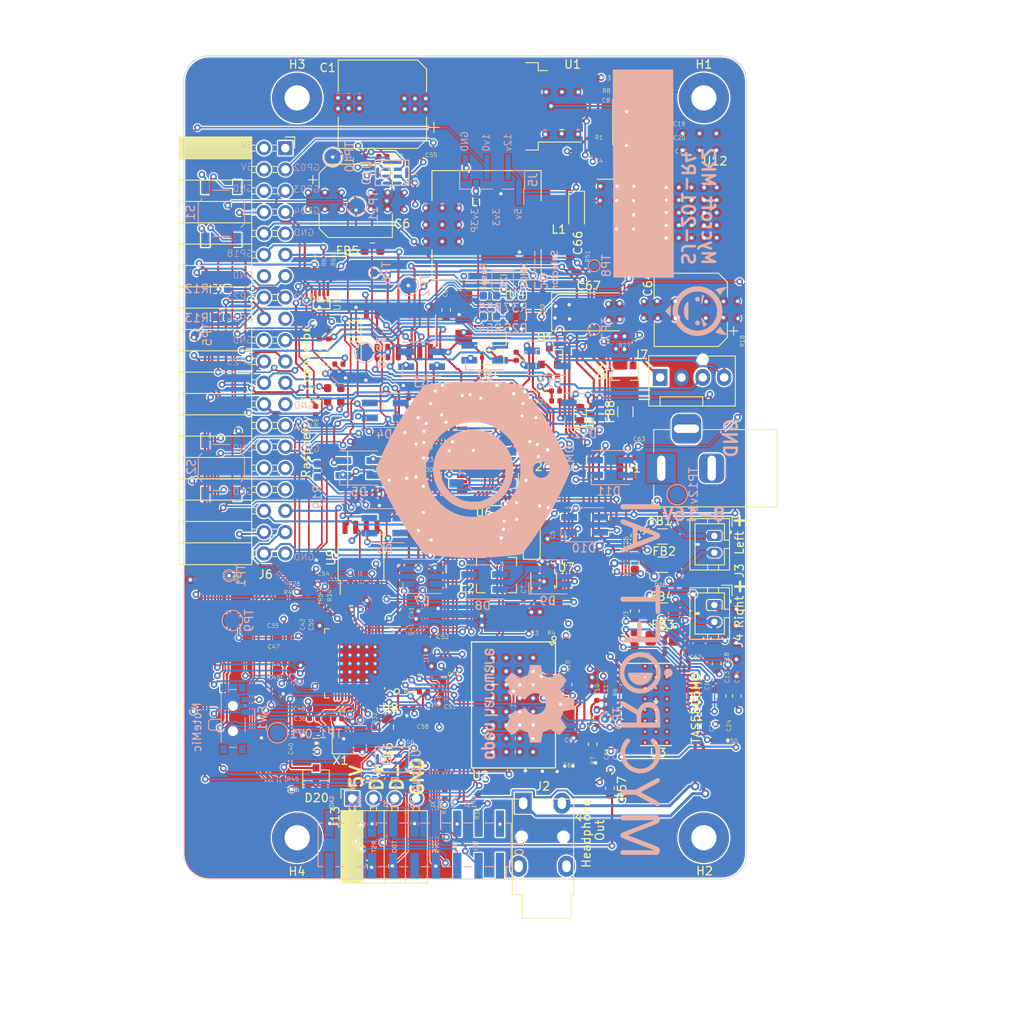
<source format=kicad_pcb>
(kicad_pcb (version 20171130) (host pcbnew "(5.1.7)-1")
  (layers (0 F.Cu signal) (1 In1.Cu power) (2 In2.Cu power hide) (31 B.Cu signal) (34 B.Paste user hide) (35 F.Paste user) (36 B.SilkS user hide) (37 F.SilkS user) (38 B.Mask user hide) (39 F.Mask user) (44 Edge.Cuts user))
  (net 0 "")
  (net 1 +5V)
  (net 2 VoutL)
  (net 3 VoutR)
  (net 4 "Net-(C21-Pad2)")
  (net 5 "Net-(C21-Pad1)")
  (net 6 "Net-(C22-Pad1)")
  (net 7 "Net-(C23-Pad1)")
  (net 8 +3V3)
  (net 9 +1V0)
  (net 10 12v_Unregulated)
  (net 11 GPIO25)
  (net 12 GPIO24)
  (net 13 GPIO23)
  (net 14 GPIO22)
  (net 15 /xmos/XL_DN1)
  (net 16 /xmos/XL_DN0)
  (net 17 /xmos/TDO)
  (net 18 /xmos/XL_UP0)
  (net 19 /xmos/TCK)
  (net 20 /xmos/TMS)
  (net 21 /xmos/XL_UP1)
  (net 22 /xmos/TDI)
  (net 23 "Net-(R31-Pad1)")
  (net 24 "Net-(R32-Pad2)")
  (net 25 /xmos/24M)
  (net 26 "Net-(R34-Pad1)")
  (net 27 "Net-(R35-Pad1)")
  (net 28 "Net-(R36-Pad1)")
  (net 29 /xmos/QSPI_CLK)
  (net 30 /xmos/QSPI_D1)
  (net 31 /xmos/QSPI_CS_N)
  (net 32 "Net-(R43-Pad2)")
  (net 33 /xmos/MIC_CLK)
  (net 34 "Net-(R44-Pad2)")
  (net 35 /xmos/MIC_DATA)
  (net 36 "Net-(R45-Pad2)")
  (net 37 "Net-(R46-Pad2)")
  (net 38 USB_XMOS_D_P)
  (net 39 USB_XMOS_D_N)
  (net 40 "Net-(U6-Pad3)")
  (net 41 "Net-(U6-Pad2)")
  (net 42 /xmos/QSPI_D3)
  (net 43 /xmos/QSPI_D2)
  (net 44 /xmos/QSPI_D0)
  (net 45 "Net-(C24-Pad1)")
  (net 46 "Net-(C25-Pad1)")
  (net 47 "Net-(C28-Pad1)")
  (net 48 "Net-(C33-Pad1)")
  (net 49 "Net-(C36-Pad1)")
  (net 50 "Net-(D10-Pad4)")
  (net 51 "Net-(D20-Pad1)")
  (net 52 "Net-(R23-Pad1)")
  (net 53 "Net-(Q3-Pad1)")
  (net 54 /xmos/3V3_MIC0)
  (net 55 /xmos/3V3_MIC1)
  (net 56 3.3vHUB)
  (net 57 /xmos/3V3_MIC)
  (net 58 "Net-(PWR1-Pad2)")
  (net 59 /xmos/MIC_DATA_M)
  (net 60 /xmos/MIC_CLK_M)
  (net 61 "Net-(FB8-Pad2)")
  (net 62 SCL_PI)
  (net 63 SDA_PI)
  (net 64 GPIO5)
  (net 65 PVDD)
  (net 66 "Net-(C8-Pad2)")
  (net 67 "Net-(D14-Pad1)")
  (net 68 "Net-(C7-Pad2)")
  (net 69 "Net-(C7-Pad1)")
  (net 70 "Net-(R3-Pad2)")
  (net 71 "Net-(DM3-Pad1)")
  (net 72 "Net-(DP3-Pad1)")
  (net 73 "Net-(R34-Pad2)")
  (net 74 "Net-(D2-Pad2)")
  (net 75 "Net-(D3-Pad2)")
  (net 76 "Net-(D4-Pad2)")
  (net 77 "Net-(D5-Pad2)")
  (net 78 "Net-(D6-Pad2)")
  (net 79 "Net-(D7-Pad2)")
  (net 80 "Net-(D8-Pad2)")
  (net 81 "Net-(D10-Pad2)")
  (net 82 "Net-(D11-Pad2)")
  (net 83 "Net-(D12-Pad2)")
  (net 84 GND)
  (net 85 "Net-(J13-Pad1)")
  (net 86 /RaspberryPi/D+)
  (net 87 /RaspberryPi/D-)
  (net 88 SCL)
  (net 89 SCL_XMOS)
  (net 90 SDA)
  (net 91 SDA_XMOS)
  (net 92 "Net-(J6-Pad29)")
  (net 93 "Net-(J6-Pad22)")
  (net 94 "Net-(J6-Pad18)")
  (net 95 "Net-(J6-Pad16)")
  (net 96 "Net-(J6-Pad15)")
  (net 97 DVDD)
  (net 98 /AudioAmp/AVDD)
  (net 99 /AudioAmp/VR_DIG)
  (net 100 /AudioAmp/OUT_A1-)
  (net 101 /AudioAmp/OUT_B1-)
  (net 102 /AudioAmp/OUT_A1+)
  (net 103 /AudioAmp/OUT_B1+)
  (net 104 "Net-(C26-Pad1)")
  (net 105 "Net-(R6-Pad2)")
  (net 106 +1V8)
  (net 107 "Net-(R10-Pad2)")
  (net 108 USB_CORAL_D-)
  (net 109 USB_CORAL_D+)
  (net 110 SPI_CSn)
  (net 111 SPI_CLK)
  (net 112 SPI_MISO)
  (net 113 SPI_MOSI)
  (net 114 Boot_Sel)
  (net 115 Neopixel)
  (net 116 SDOUT_I2S_AMP)
  (net 117 I2S_DOUT_XMOS)
  (net 118 XMOS_SendReset)
  (net 119 "Net-(R51-Pad1)")
  (net 120 /AudioAmp/Left+)
  (net 121 /AudioAmp/Left-)
  (net 122 /AudioAmp/Right+)
  (net 123 /AudioAmp/Right-)
  (net 124 FanPWM)
  (net 125 I2S_DOUT_PI)
  (net 126 I2S_DIN_PI)
  (net 127 Enable1V)
  (net 128 I2S_LRCK_PI)
  (net 129 I2S_BCLK_PI)
  (net 130 TPU_RST_L)
  (net 131 I2S_MCLK_PI)
  (net 132 TPU_PMIC_EN)
  (net 133 TPU_PGOOD)
  (net 134 I2S_DIN_AMP)
  (net 135 I2S_LRCK_AMP)
  (net 136 I2S_LRCK_XMOS)
  (net 137 "Net-(R62-Pad1)")
  (net 138 I2S_BCLK_XMOS)
  (net 139 TPU_INTR)
  (net 140 I2S_MCLK_XMOS)
  (net 141 I2S_BCLK_AMP)
  (net 142 "Net-(R64-Pad1)")
  (net 143 "Net-(R65-Pad1)")
  (net 144 "Net-(R66-Pad1)")
  (net 145 UART_RXD_PI)
  (net 146 UART_TXD_PI)
  (net 147 "Net-(U8-Pad45)")
  (net 148 FanTach)
  (net 149 /Monitor/FAN_PWM)
  (net 150 "Net-(J7-Pad3)")
  (net 151 "Net-(Q1-Pad1)")
  (net 152 ATtinyRESET)
  (net 153 "Net-(R9-Pad2)")
  (module Resistor_SMD:R_0402_1005Metric (layer F.Cu) (at 27.28468 44.61764)
    (fp_text reference R33 (at 1.7526 0.01016) (layer F.SilkS) (effects (font (size 0.5 0.5) (thickness 0.05))))
    (fp_text value 0R)
    (pad 2 smd roundrect (at 0.485 0) (size 0.59 0.64) (layers F.Cu F.Paste F.Mask) (net 136 I2S_LRCK_XMOS))
    (pad 1 smd roundrect (at -0.485 0) (size 0.59 0.64) (layers F.Cu F.Paste F.Mask) (net 135 I2S_LRCK_AMP))
  )
  (module Resistor_SMD:R_0402_1005Metric (layer F.Cu) (at 15.69466 42.20972 90)
    (fp_text reference R9 (at -1.4732 0.09906 90) (layer F.SilkS) (effects (font (size 0.5 0.5) (thickness 0.05))))
    (fp_text value 4.7k)
    (pad 2 smd roundrect (at 0.485 0 90) (size 0.59 0.64) (layers F.Cu F.Paste F.Mask) (net 153 "Net-(R9-Pad2)"))
    (pad 1 smd roundrect (at -0.485 0 90) (size 0.59 0.64) (layers F.Cu F.Paste F.Mask) (net 152 ATtinyRESET))
  )
  (module Resistor_SMD:R_0402_1005Metric (layer F.Cu) (at 44.28744 41.07434)
    (fp_text reference R29 (at -1.72212 0.08382) (layer F.SilkS) (effects (font (size 0.5 0.5) (thickness 0.05))))
    (fp_text value 10k)
    (pad 2 smd roundrect (at 0.485 0) (size 0.59 0.64) (layers F.Cu F.Paste F.Mask) (net 84 GND))
    (pad 1 smd roundrect (at -0.485 0) (size 0.59 0.64) (layers F.Cu F.Paste F.Mask) (net 148 FanTach))
  )
  (module Resistor_SMD:R_0402_1005Metric (layer F.Cu) (at 44.26458 39.89324)
    (fp_text reference R20 (at -1.69926 0.12446) (layer F.SilkS) (effects (font (size 0.5 0.5) (thickness 0.05))))
    (fp_text value 27k)
    (pad 2 smd roundrect (at 0.485 0) (size 0.59 0.64) (layers F.Cu F.Paste F.Mask) (net 150 "Net-(J7-Pad3)"))
    (pad 1 smd roundrect (at -0.485 0) (size 0.59 0.64) (layers F.Cu F.Paste F.Mask) (net 148 FanTach))
  )
  (module Resistor_SMD:R_0402_1005Metric (layer F.Cu) (at 65.66408 34.04616 270)
    (fp_text reference R18 (at -0.08128 -0.83058 90) (layer F.SilkS) (effects (font (size 0.5 0.5) (thickness 0.05))))
    (fp_text value 4.7k)
    (pad 2 smd roundrect (at 0.485 0 270) (size 0.59 0.64) (layers F.Cu F.Paste F.Mask) (net 149 /Monitor/FAN_PWM))
    (pad 1 smd roundrect (at -0.485 0 270) (size 0.59 0.64) (layers F.Cu F.Paste F.Mask) (net 65 PVDD))
  )
  (module Resistor_SMD:R_0402_1005Metric (layer F.Cu) (at 44.0182 38.12286 180)
    (fp_text reference R2 (at 1.39954 -0.06858) (layer F.SilkS) (effects (font (size 0.5 0.5) (thickness 0.05))))
    (fp_text value 4.7k)
    (pad 2 smd roundrect (at 0.485 0 180) (size 0.59 0.64) (layers F.Cu F.Paste F.Mask) (net 124 FanPWM))
    (pad 1 smd roundrect (at -0.485 0 180) (size 0.59 0.64) (layers F.Cu F.Paste F.Mask) (net 151 "Net-(Q1-Pad1)"))
  )
  (module Package_TO_SOT_SMD:SOT-23 (layer F.Cu) (at 43.52798 35.73272 90)
    (fp_text reference Q1 (at 2.24536 -0.49022 180) (layer F.SilkS))
    (fp_text value MMBT3904)
    (pad 3 smd rect (at 1 0 90) (size 0.9 0.8) (layers F.Cu F.Paste F.Mask) (net 149 /Monitor/FAN_PWM))
    (pad 2 smd rect (at -1 0.95 90) (size 0.9 0.8) (layers F.Cu F.Paste F.Mask) (net 84 GND))
    (pad 1 smd rect (at -1 -0.95 90) (size 0.9 0.8) (layers F.Cu F.Paste F.Mask) (net 151 "Net-(Q1-Pad1)"))
  )
  (module Connector:FanPinHeader_1x04_P2.54mm_Vertical (layer F.Cu) (at 56.7182 38.28034)
    (fp_text reference J7 (at -2.28854 -2.71272) (layer F.SilkS))
    (fp_text value FanConnector)
    (pad "" np_thru_hole circle (at 5.08 -2.16 90) (size 1.1 1.1) (drill 1.1) (layers *.Cu *.Mask))
    (pad 4 thru_hole oval (at 7.62 0 90) (size 2.03 1.73) (drill 1.02) (layers *.Cu *.Mask) (net 149 /Monitor/FAN_PWM))
    (pad 3 thru_hole oval (at 5.08 0 90) (size 2.03 1.73) (drill 1.02) (layers *.Cu *.Mask) (net 150 "Net-(J7-Pad3)"))
    (pad 2 thru_hole oval (at 2.54 0 90) (size 2.03 1.73) (drill 1.02) (layers *.Cu *.Mask) (net 65 PVDD))
    (pad 1 thru_hole rect (at 0 0 90) (size 2.03 1.73) (drill 1.02) (layers *.Cu *.Mask) (net 84 GND))
  )
  (module libraries:simon-jestor-logo (layer B.Cu) (at 61.0362 30.38094 90)
    (fp_text reference H6 hide)
    (fp_text value MountingHole hide)
  )
  (module user:Jack_3.5mm_PJ-3210 (layer F.Cu) (at 42.71772 99.9744 180)
    (fp_text reference J2 (at -0.04318 13.01496) (layer F.SilkS))
    (fp_text value AudioJack2_Ground)
    (pad "" np_thru_hole circle (at -2.5 7 90) (size 1.2 1.2) (drill 1.2) (layers *.Cu *.Mask))
    (pad "" np_thru_hole circle (at 2.5 7 90) (size 1.2 1.2) (drill 1.2) (layers *.Cu *.Mask))
    (pad G thru_hole oval (at -2.85 3.5 90) (size 2.5 2) (drill oval 1.4 1) (layers *.Cu *.Mask) (net 84 GND))
    (pad T thru_hole rect (at 2.3 11 90) (size 2.5 2) (drill oval 1.4 1) (layers *.Cu *.Mask) (net 2 VoutL))
    (pad S thru_hole oval (at -2.3 11 90) (size 2.5 2) (drill oval 1.4 1) (layers *.Cu *.Mask) (net 3 VoutR))
    (pad G thru_hole oval (at 2.85 3.5 90) (size 2.5 2) (drill oval 1.4 1) (layers *.Cu *.Mask) (net 84 GND))
  )
  (module Inductor_SMD:L_Bourns-SRN4018 (layer F.Cu) (at 37.23894 61.80582 180)
    (fp_text reference L2 (at 3.46964 -1.55448) (layer F.SilkS))
    (fp_text value "1.8UH ±30% 2.35A")
    (pad 2 smd rect (at 1.525 0 180) (size 1.5 3.6) (layers F.Cu F.Paste F.Mask) (net 9 +1V0))
    (pad 1 smd rect (at -1.525 0 180) (size 1.5 3.6) (layers F.Cu F.Paste F.Mask) (net 69 "Net-(C7-Pad1)"))
  )
  (module Connector_BarrelJack:BarrelJack_Horizontal (layer F.Cu) (at 56.85536 49.08484 180)
    (fp_text reference J1 (at 3.25628 0) (layer F.SilkS))
    (fp_text value Barrel_Jack)
    (pad 3 thru_hole roundrect (at -3 4.7 180) (size 3.5 3.5) (drill oval 3 1) (layers *.Cu *.Mask) (net 84 GND))
    (pad 2 thru_hole roundrect (at -6 0 180) (size 3 3.5) (drill oval 1 3) (layers *.Cu *.Mask) (net 84 GND))
    (pad 1 thru_hole rect (at 0 0 180) (size 3.5 3.5) (drill oval 1 3) (layers *.Cu *.Mask) (net 10 12v_Unregulated))
  )
  (module NC7N:ON_Semi-NZ34-0-0-0 (layer F.Cu) (at 16.4084 29.6037 90)
    (fp_text reference U14 (at -0.8001 1.8542 90) (layer F.SilkS) (effects (font (size 0.8 0.8) (thickness 0.08)) (justify left)))
    (fp_text value NC7NZ34K8XTR hide)
    (pad 8 smd rect (at 1.35 -0.75 90) (size 0.7 0.3) (layers F.Cu F.Paste F.Mask) (net 8 +3V3))
    (pad 7 smd rect (at 1.35 -0.25 90) (size 0.7 0.3) (layers F.Cu F.Paste F.Mask) (net 142 "Net-(R64-Pad1)"))
    (pad 6 smd rect (at 1.35 0.25 90) (size 0.7 0.3) (layers F.Cu F.Paste F.Mask) (net 137 "Net-(R62-Pad1)"))
    (pad 5 smd rect (at 1.35 0.75 90) (size 0.7 0.3) (layers F.Cu F.Paste F.Mask) (net 143 "Net-(R65-Pad1)"))
    (pad 4 smd rect (at -1.35 0.75 90) (size 0.7 0.3) (layers F.Cu F.Paste F.Mask) (net 84 GND))
    (pad 3 smd rect (at -1.35 0.25 90) (size 0.7 0.3) (layers F.Cu F.Paste F.Mask) (net 137 "Net-(R62-Pad1)"))
    (pad 2 smd rect (at -1.35 -0.25 90) (size 0.7 0.3) (layers F.Cu F.Paste F.Mask) (net 144 "Net-(R66-Pad1)"))
    (pad 1 smd rect (at -1.35 -0.75 90) (size 0.7 0.3) (layers F.Cu F.Paste F.Mask) (net 131 I2S_MCLK_PI))
  )
  (module Capacitor_Tantalum_SMD:CP_EIA-7343-15_Kemet-W (layer F.Cu) (at 48.21428 30.46476)
    (fp_text reference C67 (at 0 -3.1) (layer F.SilkS))
    (fp_text value "470uF ")
    (pad 2 smd roundrect (at 3.1125 0) (size 2.075 2.55) (layers F.Cu F.Paste F.Mask) (roundrect_rratio 0.1204819277108434) (net 84 GND))
    (pad 1 smd roundrect (at -3.1125 0) (size 2.075 2.55) (layers F.Cu F.Paste F.Mask) (roundrect_rratio 0.1204819277108434) (net 8 +3V3))
  )
  (module TestPoint:TestPoint_Pad_D2.0mm (layer B.Cu) (at 58.74004 52.23764)
    (fp_text reference TP12v1 (at 1.94056 -0.59944 270) (layer B.SilkS) (effects (justify mirror)))
    (fp_text value TestPoint)
    (pad 1 smd circle (at 0 0) (size 2 2) (layers B.Cu B.Mask) (net 10 12v_Unregulated))
  )
  (module Package_TO_SOT_SMD:TO-263-5_TabPin3 (layer F.Cu) (at 57.28716 18.92808)
    (fp_text reference U12 (at 5.97408 -6.40588 180) (layer F.SilkS))
    (fp_text value TPS75933KTT)
    (pad 3 smd rect (at 3.375 0) (size 9.4 10.8) (layers F.Cu F.Mask) (net 84 GND))
    (pad 5 smd rect (at -5.775 3.4) (size 4.6 1.1) (layers F.Cu F.Paste F.Mask) (net 119 "Net-(R51-Pad1)"))
    (pad 4 smd rect (at -5.775 1.7) (size 4.6 1.1) (layers F.Cu F.Paste F.Mask) (net 8 +3V3))
    (pad 3 smd rect (at -5.775 0) (size 4.6 1.1) (layers F.Cu F.Paste F.Mask) (net 84 GND))
    (pad 2 smd rect (at -5.775 -1.7) (size 4.6 1.1) (layers F.Cu F.Paste F.Mask) (net 1 +5V))
    (pad 1 smd rect (at -5.775 -3.4) (size 4.6 1.1) (layers F.Cu F.Paste F.Mask) (net 84 GND))
  )
  (module TestPoint:TestPoint_Pad_D2.0mm (layer B.Cu) (at 20.5994 17.90192 90)
    (fp_text reference TP11 (at 0 1.998 90) (layer B.SilkS) (effects (justify mirror)))
    (fp_text value TestPoint)
    (pad 1 smd circle (at 0 0 90) (size 2 2) (layers B.Cu B.Mask) (net 57 /xmos/3V3_MIC))
  )
  (module TestPoint:TestPoint_Pad_D2.0mm (layer B.Cu) (at 17.73936 12.03452 90)
    (fp_text reference TP10 (at 0 1.998 90) (layer B.SilkS) (effects (justify mirror)))
    (fp_text value TestPoint)
    (pad 1 smd circle (at 0 0 90) (size 2 2) (layers B.Cu B.Mask) (net 60 /xmos/MIC_CLK_M))
  )
  (module TestPoint:TestPoint_Pad_D2.0mm (layer B.Cu) (at 5.78104 67.21856 90)
    (fp_text reference TP9 (at 0 1.998 90) (layer B.SilkS) (effects (justify mirror)))
    (fp_text value TestPoint)
    (pad 1 smd circle (at 0 0 90) (size 2 2) (layers B.Cu B.Mask) (net 35 /xmos/MIC_DATA))
  )
  (module TestPoint:TestPoint_Pad_D1.0mm (layer B.Cu) (at 50.1904 78.9178 90)
    (fp_text reference TP4 (at 0 1.448 90) (layer B.SilkS) (effects (justify mirror)))
    (fp_text value TestPoint)
    (pad 1 smd circle (at 0 0 90) (size 1 1) (layers B.Cu B.Mask) (net 135 I2S_LRCK_AMP))
  )
  (module TestPoint:TestPoint_Pad_D1.0mm (layer B.Cu) (at 48.83912 32.54248 90)
    (fp_text reference TP7 (at 0 1.448 90) (layer B.SilkS) (effects (justify mirror)))
    (fp_text value TestPoint)
    (pad 1 smd circle (at 0 0 90) (size 1 1) (layers B.Cu B.Mask) (net 130 TPU_RST_L))
  )
  (module TestPoint:TestPoint_Pad_D1.0mm (layer B.Cu) (at 48.86452 24.97836 90)
    (fp_text reference TP8 (at 0 1.448 90) (layer B.SilkS) (effects (justify mirror)))
    (fp_text value TestPoint)
    (pad 1 smd circle (at 0 0 90) (size 1 1) (layers B.Cu B.Mask) (net 139 TPU_INTR))
  )
  (module TestPoint:TestPoint_Pad_D1.0mm (layer B.Cu) (at 1.36144 33.21812 90)
    (fp_text reference TP5 (at 0 1.448 90) (layer B.SilkS) (effects (justify mirror)))
    (fp_text value TestPoint)
    (pad 1 smd circle (at 0 0 90) (size 1 1) (layers B.Cu B.Mask) (net 132 TPU_PMIC_EN))
  )
  (module TestPoint:TestPoint_Pad_D1.0mm (layer B.Cu) (at 22.67712 25.82672 90)
    (fp_text reference TP6 (at 0 1.448 90) (layer B.SilkS) (effects (justify mirror)))
    (fp_text value TestPoint)
    (pad 1 smd circle (at 0 0 90) (size 1 1) (layers B.Cu B.Mask) (net 133 TPU_PGOOD))
  )
  (module TestPoint:TestPoint_Pad_D1.0mm (layer B.Cu) (at 29.4767 41.4655)
    (fp_text reference TP3 (at 0 1.448) (layer B.SilkS) (effects (justify mirror)))
    (fp_text value TestPoint)
    (pad 1 smd circle (at 0 0) (size 1 1) (layers B.Cu B.Mask) (net 134 I2S_DIN_AMP))
  )
  (module TestPoint:TestPoint_Pad_D1.0mm (layer B.Cu) (at 5.3848 61.8744 90)
    (fp_text reference TP1 (at 0 1.448 90) (layer B.SilkS) (effects (justify mirror)))
    (fp_text value TestPoint)
    (pad 1 smd circle (at 0 0 90) (size 1 1) (layers B.Cu B.Mask) (net 126 I2S_DIN_PI))
  )
  (module TestPoint:TestPoint_Pad_D1.0mm (layer B.Cu) (at 42.23766 47.7266 90)
    (fp_text reference DP3 (at 0 1.448 90) (layer B.SilkS) (effects (justify mirror)))
    (fp_text value TestPoint)
    (pad 1 smd circle (at 0 0 90) (size 1 1) (layers B.Cu B.Mask) (net 72 "Net-(DP3-Pad1)"))
  )
  (module TestPoint:TestPoint_Pad_D1.0mm (layer B.Cu) (at 44.49064 47.879 90)
    (fp_text reference DM3 (at 0 1.448 90) (layer B.SilkS) (effects (justify mirror)))
    (fp_text value TestPoint)
    (pad 1 smd circle (at 0 0 90) (size 1 1) (layers B.Cu B.Mask) (net 71 "Net-(DM3-Pad1)"))
  )
  (module Resistor_SMD:R_0402_1005Metric (layer F.Cu) (at 16.1417 33.2232 270)
    (fp_text reference R66 (at 1.7018 -0.0889 90) (layer F.SilkS) (effects (font (size 0.5 0.5) (thickness 0.05))))
    (fp_text value 33R)
    (pad 2 smd roundrect (at 0.485 0 270) (size 0.59 0.64) (layers F.Cu F.Paste F.Mask) (net 138 I2S_BCLK_XMOS))
    (pad 1 smd roundrect (at -0.485 0 270) (size 0.59 0.64) (layers F.Cu F.Paste F.Mask) (net 144 "Net-(R66-Pad1)"))
  )
  (module Resistor_SMD:R_0402_1005Metric (layer F.Cu) (at 17.8308 25.9969 90)
    (fp_text reference R65 (at 1.7018 -0.0254 90) (layer F.SilkS) (effects (font (size 0.5 0.5) (thickness 0.05))))
    (fp_text value 33R)
    (pad 2 smd roundrect (at 0.485 0 90) (size 0.59 0.64) (layers F.Cu F.Paste F.Mask) (net 141 I2S_BCLK_AMP))
    (pad 1 smd roundrect (at -0.485 0 90) (size 0.59 0.64) (layers F.Cu F.Paste F.Mask) (net 143 "Net-(R65-Pad1)"))
  )
  (module Resistor_SMD:R_0402_1005Metric (layer F.Cu) (at 15.5829 26.0096 90)
    (fp_text reference R64 (at 1.6637 0.0254 90) (layer F.SilkS) (effects (font (size 0.5 0.5) (thickness 0.05))))
    (fp_text value 33R)
    (pad 2 smd roundrect (at 0.485 0 90) (size 0.59 0.64) (layers F.Cu F.Paste F.Mask) (net 140 I2S_MCLK_XMOS))
    (pad 1 smd roundrect (at -0.485 0 90) (size 0.59 0.64) (layers F.Cu F.Paste F.Mask) (net 142 "Net-(R64-Pad1)"))
  )
  (module Connector_PinHeader_2.54mm:PinHeader_2x09_P2.54mm_Vertical_SMD (layer B.Cu) (at 27.4828 93.9292 90)
    (fp_text reference J10 (at 0 12.49 90) (layer B.SilkS) (effects (justify mirror)))
    (fp_text value "Debug Connector")
    (pad 18 smd rect (at 2.525 -10.16 90) (size 3.15 1) (layers B.Cu B.Paste B.Mask) (net 84 GND))
    (pad 17 smd rect (at -2.525 -10.16 90) (size 3.15 1) (layers B.Cu B.Paste B.Mask))
    (pad 16 smd rect (at 2.525 -7.62 90) (size 3.15 1) (layers B.Cu B.Paste B.Mask) (net 15 /xmos/XL_DN1))
    (pad 15 smd rect (at -2.525 -7.62 90) (size 3.15 1) (layers B.Cu B.Paste B.Mask))
    (pad 14 smd rect (at 2.525 -5.08 90) (size 3.15 1) (layers B.Cu B.Paste B.Mask) (net 84 GND))
    (pad 13 smd rect (at -2.525 -5.08 90) (size 3.15 1) (layers B.Cu B.Paste B.Mask) (net 51 "Net-(D20-Pad1)"))
    (pad 12 smd rect (at 2.525 -2.54 90) (size 3.15 1) (layers B.Cu B.Paste B.Mask) (net 16 /xmos/XL_DN0))
    (pad 11 smd rect (at -2.525 -2.54 90) (size 3.15 1) (layers B.Cu B.Paste B.Mask) (net 17 /xmos/TDO))
    (pad 10 smd rect (at 2.525 0 90) (size 3.15 1) (layers B.Cu B.Paste B.Mask) (net 84 GND))
    (pad 9 smd rect (at -2.525 0 90) (size 3.15 1) (layers B.Cu B.Paste B.Mask))
    (pad 8 smd rect (at 2.525 2.54 90) (size 3.15 1) (layers B.Cu B.Paste B.Mask) (net 18 /xmos/XL_UP0))
    (pad 7 smd rect (at -2.525 2.54 90) (size 3.15 1) (layers B.Cu B.Paste B.Mask) (net 19 /xmos/TCK))
    (pad 6 smd rect (at 2.525 5.08 90) (size 3.15 1) (layers B.Cu B.Paste B.Mask) (net 84 GND))
    (pad 5 smd rect (at -2.525 5.08 90) (size 3.15 1) (layers B.Cu B.Paste B.Mask) (net 20 /xmos/TMS))
    (pad 4 smd rect (at 2.525 7.62 90) (size 3.15 1) (layers B.Cu B.Paste B.Mask) (net 21 /xmos/XL_UP1))
    (pad 3 smd rect (at -2.525 7.62 90) (size 3.15 1) (layers B.Cu B.Paste B.Mask) (net 22 /xmos/TDI))
    (pad 2 smd rect (at 2.525 10.16 90) (size 3.15 1) (layers B.Cu B.Paste B.Mask) (net 84 GND))
    (pad 1 smd rect (at -2.525 10.16 90) (size 3.15 1) (layers B.Cu B.Paste B.Mask))
  )
  (module Resistor_SMD:R_0402_1005Metric (layer F.Cu) (at 17.2466 33.2105 270)
    (fp_text reference R63 (at 1.7526 0.0508 90) (layer F.SilkS) (effects (font (size 0.5 0.5) (thickness 0.05))))
    (fp_text value "0R - DNP")
    (pad 2 smd roundrect (at 0.485 0 270) (size 0.59 0.64) (layers F.Cu F.Paste F.Mask) (net 138 I2S_BCLK_XMOS))
    (pad 1 smd roundrect (at -0.485 0 270) (size 0.59 0.64) (layers F.Cu F.Paste F.Mask) (net 137 "Net-(R62-Pad1)"))
  )
  (module Resistor_SMD:R_0402_1005Metric (layer F.Cu) (at 28.5496 75.7174 180)
    (fp_text reference R52 (at 1.6383 0) (layer F.SilkS) (effects (font (size 0.5 0.5) (thickness 0.05))))
    (fp_text value "0R - DNP")
    (pad 2 smd roundrect (at 0.485 0 180) (size 0.59 0.64) (layers F.Cu F.Paste F.Mask) (net 117 I2S_DOUT_XMOS))
    (pad 1 smd roundrect (at -0.485 0 180) (size 0.59 0.64) (layers F.Cu F.Paste F.Mask) (net 134 I2S_DIN_AMP))
  )
  (module Resistor_SMD:R_0402_1005Metric (layer F.Cu) (at 16.6624 26.0223 90)
    (fp_text reference R62 (at 1.6764 0.0254 90) (layer F.SilkS) (effects (font (size 0.5 0.5) (thickness 0.05))))
    (fp_text value 0R)
    (pad 2 smd roundrect (at 0.485 0 90) (size 0.59 0.64) (layers F.Cu F.Paste F.Mask) (net 129 I2S_BCLK_PI))
    (pad 1 smd roundrect (at -0.485 0 90) (size 0.59 0.64) (layers F.Cu F.Paste F.Mask) (net 137 "Net-(R62-Pad1)"))
  )
  (module Resistor_SMD:R_0402_1005Metric (layer F.Cu) (at 27.2796 43.195875)
    (fp_text reference R53 (at 1.66116 0.040005) (layer F.SilkS) (effects (font (size 0.5 0.5) (thickness 0.05))))
    (fp_text value 0R)
    (pad 2 smd roundrect (at 0.485 0) (size 0.59 0.64) (layers F.Cu F.Paste F.Mask) (net 128 I2S_LRCK_PI))
    (pad 1 smd roundrect (at -0.485 0) (size 0.59 0.64) (layers F.Cu F.Paste F.Mask) (net 135 I2S_LRCK_AMP))
  )
  (module Resistor_SMD:R_0402_1005Metric (layer F.Cu) (at 27.2796 41.94175)
    (fp_text reference R47 (at 1.7018 0.03429) (layer F.SilkS) (effects (font (size 0.5 0.5) (thickness 0.05))))
    (fp_text value 0R)
    (pad 2 smd roundrect (at 0.485 0) (size 0.59 0.64) (layers F.Cu F.Paste F.Mask) (net 125 I2S_DOUT_PI))
    (pad 1 smd roundrect (at -0.485 0) (size 0.59 0.64) (layers F.Cu F.Paste F.Mask) (net 134 I2S_DIN_AMP))
  )
  (module Resistor_SMD:R_0402_1005Metric (layer F.Cu) (at 7.1628 62.2173 270)
    (fp_text reference R16 (at -0.32766 0.88392 90) (layer F.SilkS) (effects (font (size 0.5 0.5) (thickness 0.05))))
    (fp_text value 0R)
    (pad 2 smd roundrect (at 0.485 0 270) (size 0.59 0.64) (layers F.Cu F.Paste F.Mask) (net 117 I2S_DOUT_XMOS))
    (pad 1 smd roundrect (at -0.485 0 270) (size 0.59 0.64) (layers F.Cu F.Paste F.Mask) (net 126 I2S_DIN_PI))
  )
  (module TestPoint:TestPoint_Pad_D2.0mm (layer B.Cu) (at 26.73604 27.33548 90)
    (fp_text reference TP2 (at 0 1.998 90) (layer B.SilkS) (effects (justify mirror)))
    (fp_text value ATTinyProg)
    (pad 1 smd circle (at 0 0 90) (size 2 2) (layers B.Cu B.Mask) (net 153 "Net-(R9-Pad2)"))
  )
  (module Symbol:OSHW-Logo2_14.6x12mm_SilkScreen (layer B.Cu) (at 40.92956 77.13472 90)
    (fp_text reference OpenHardware1 hide)
    (fp_text value Logo_Open_Hardware_Small hide)
  )
  (module Connector_JST:JST_PH_B2B-PH-K_1x02_P2.00mm_Vertical (layer F.Cu) (at 63.1698 65.3796 270)
    (fp_text reference J4 (at 4.24688 -2.88036 270) (layer F.SilkS))
    (fp_text value SPK)
    (pad 2 thru_hole oval (at 2 0 270) (size 1.2 1.75) (drill 0.75) (layers *.Cu *.Mask) (net 123 /AudioAmp/Right-))
    (pad 1 thru_hole roundrect (at 0 0 270) (size 1.2 1.75) (drill 0.75) (layers *.Cu *.Mask) (roundrect_rratio 0.2083325) (net 122 /AudioAmp/Right+))
  )
  (module Connector_JST:JST_PH_B2B-PH-K_1x02_P2.00mm_Vertical (layer F.Cu) (at 63.1698 57.15 270)
    (fp_text reference J3 (at 4.1402 -2.98704 270) (layer F.SilkS))
    (fp_text value SPK)
    (pad 2 thru_hole oval (at 2 0 270) (size 1.2 1.75) (drill 0.75) (layers *.Cu *.Mask) (net 121 /AudioAmp/Left-))
    (pad 1 thru_hole roundrect (at 0 0 270) (size 1.2 1.75) (drill 0.75) (layers *.Cu *.Mask) (roundrect_rratio 0.2083325) (net 120 /AudioAmp/Left+))
  )
  (module Connector_PinHeader_1.27mm:PinHeader_1x06_P1.27mm_Vertical_SMD_Pin1Left (layer B.Cu) (at 36.7157 14.7447 90)
    (fp_text reference J5 (at 0 4.87 90) (layer B.SilkS) (effects (justify mirror)))
    (fp_text value PowerTP)
    (pad 6 smd rect (at 1.5 -3.175 90) (size 3 0.65) (layers B.Cu B.Paste B.Mask) (net 84 GND))
    (pad 4 smd rect (at 1.5 -0.635 90) (size 3 0.65) (layers B.Cu B.Paste B.Mask) (net 9 +1V0))
    (pad 2 smd rect (at 1.5 1.905 90) (size 3 0.65) (layers B.Cu B.Paste B.Mask) (net 1 +5V))
    (pad 5 smd rect (at -1.5 -1.905 90) (size 3 0.65) (layers B.Cu B.Paste B.Mask) (net 84 GND))
    (pad 3 smd rect (at -1.5 0.635 90) (size 3 0.65) (layers B.Cu B.Paste B.Mask) (net 8 +3V3))
    (pad 1 smd rect (at -1.5 3.175 90) (size 3 0.65) (layers B.Cu B.Paste B.Mask) (net 1 +5V))
  )
  (module user:QFN-60-1EP_7x7mm_P0.4mm_EP5.6x5.6mm-HandSolder (layer F.Cu) (at 20.8788 72.3138 180)
    (fp_text reference U8 (at -3.70362 -5.3) (layer F.SilkS))
    (fp_text value XMOS-XVF3510)
    (pad 60 smd roundrect (at -2.8 -3.75 270) (size 1.325 0.2) (layers F.Cu F.Paste F.Mask) (net 17 /xmos/TDO))
    (pad 59 smd roundrect (at -2.4 -3.75 270) (size 1.325 0.2) (layers F.Cu F.Paste F.Mask) (net 22 /xmos/TDI))
    (pad 58 smd roundrect (at -2 -3.75 270) (size 1.325 0.2) (layers F.Cu F.Paste F.Mask) (net 19 /xmos/TCK))
    (pad 57 smd roundrect (at -1.6 -3.75 270) (size 1.325 0.2) (layers F.Cu F.Paste F.Mask) (net 20 /xmos/TMS))
    (pad 56 smd roundrect (at -1.2 -3.75 270) (size 1.325 0.2) (layers F.Cu F.Paste F.Mask) (net 25 /xmos/24M))
    (pad 55 smd roundrect (at -0.8 -3.75 270) (size 1.325 0.2) (layers F.Cu F.Paste F.Mask) (net 118 XMOS_SendReset))
    (pad 54 smd roundrect (at -0.4 -3.75 270) (size 1.325 0.2) (layers F.Cu F.Paste F.Mask) (net 91 SDA_XMOS))
    (pad 53 smd roundrect (at 0 -3.75 270) (size 1.325 0.2) (layers F.Cu F.Paste F.Mask) (net 9 +1V0))
    (pad 52 smd roundrect (at 0.4 -3.75 270) (size 1.325 0.2) (layers F.Cu F.Paste F.Mask) (net 89 SCL_XMOS))
    (pad 51 smd roundrect (at 0.8 -3.75 270) (size 1.325 0.2) (layers F.Cu F.Paste F.Mask) (net 8 +3V3))
    (pad 50 smd roundrect (at 1.2 -3.75 270) (size 1.325 0.2) (layers F.Cu F.Paste F.Mask) (net 49 "Net-(C36-Pad1)"))
    (pad 49 smd roundrect (at 1.6 -3.75 270) (size 1.325 0.2) (layers F.Cu F.Paste F.Mask))
    (pad 48 smd roundrect (at 2 -3.75 270) (size 1.325 0.2) (layers F.Cu F.Paste F.Mask) (net 9 +1V0))
    (pad 47 smd roundrect (at 2.4 -3.75 270) (size 1.325 0.2) (layers F.Cu F.Paste F.Mask))
    (pad 30 smd roundrect (at 2.8 3.75 270) (size 1.325 0.2) (layers F.Cu F.Paste F.Mask))
    (pad 29 smd roundrect (at 2.4 3.75 270) (size 1.325 0.2) (layers F.Cu F.Paste F.Mask) (net 9 +1V0))
    (pad 28 smd roundrect (at 2 3.75 270) (size 1.325 0.2) (layers F.Cu F.Paste F.Mask) (net 112 SPI_MISO))
    (pad 27 smd roundrect (at 1.6 3.75 270) (size 1.325 0.2) (layers F.Cu F.Paste F.Mask) (net 9 +1V0))
    (pad 26 smd roundrect (at 1.2 3.75 270) (size 1.325 0.2) (layers F.Cu F.Paste F.Mask) (net 26 "Net-(R34-Pad1)"))
    (pad 25 smd roundrect (at 0.8 3.75 270) (size 1.325 0.2) (layers F.Cu F.Paste F.Mask) (net 39 USB_XMOS_D_N))
    (pad 24 smd roundrect (at 0.4 3.75 270) (size 1.325 0.2) (layers F.Cu F.Paste F.Mask) (net 38 USB_XMOS_D_P))
    (pad 23 smd roundrect (at 0 3.75 270) (size 1.325 0.2) (layers F.Cu F.Paste F.Mask))
    (pad 22 smd roundrect (at -0.4 3.75 270) (size 1.325 0.2) (layers F.Cu F.Paste F.Mask) (net 8 +3V3))
    (pad 21 smd roundrect (at -0.8 3.75 270) (size 1.325 0.2) (layers F.Cu F.Paste F.Mask) (net 42 /xmos/QSPI_D3))
    (pad 20 smd roundrect (at -1.2 3.75 270) (size 1.325 0.2) (layers F.Cu F.Paste F.Mask) (net 9 +1V0))
    (pad 19 smd roundrect (at -1.6 3.75 270) (size 1.325 0.2) (layers F.Cu F.Paste F.Mask) (net 43 /xmos/QSPI_D2))
    (pad 18 smd roundrect (at -2 3.75 270) (size 1.325 0.2) (layers F.Cu F.Paste F.Mask) (net 30 /xmos/QSPI_D1))
    (pad 17 smd roundrect (at -2.4 3.75 270) (size 1.325 0.2) (layers F.Cu F.Paste F.Mask) (net 44 /xmos/QSPI_D0))
    (pad 15 smd roundrect (at -3.75 2.8 180) (size 1.325 0.2) (layers F.Cu F.Paste F.Mask) (net 110 SPI_CSn))
    (pad 14 smd roundrect (at -3.75 2.4 180) (size 1.325 0.2) (layers F.Cu F.Paste F.Mask) (net 8 +3V3))
    (pad 13 smd roundrect (at -3.75 2 180) (size 1.325 0.2) (layers F.Cu F.Paste F.Mask) (net 29 /xmos/QSPI_CLK))
    (pad 12 smd roundrect (at -3.75 1.6 180) (size 1.325 0.2) (layers F.Cu F.Paste F.Mask) (net 31 /xmos/QSPI_CS_N))
    (pad 11 smd roundrect (at -3.75 1.2 180) (size 1.325 0.2) (layers F.Cu F.Paste F.Mask) (net 9 +1V0))
    (pad 10 smd roundrect (at -3.75 0.8 180) (size 1.325 0.2) (layers F.Cu F.Paste F.Mask) (net 28 "Net-(R36-Pad1)"))
    (pad 9 smd roundrect (at -3.75 0.4 180) (size 1.325 0.2) (layers F.Cu F.Paste F.Mask) (net 27 "Net-(R35-Pad1)"))
    (pad 8 smd roundrect (at -3.75 0 180) (size 1.325 0.2) (layers F.Cu F.Paste F.Mask) (net 9 +1V0))
    (pad 7 smd roundrect (at -3.75 -0.4 180) (size 1.325 0.2) (layers F.Cu F.Paste F.Mask) (net 16 /xmos/XL_DN0))
    (pad 6 smd roundrect (at -3.75 -0.8 180) (size 1.325 0.2) (layers F.Cu F.Paste F.Mask) (net 15 /xmos/XL_DN1))
    (pad 5 smd roundrect (at -3.75 -1.2 180) (size 1.325 0.2) (layers F.Cu F.Paste F.Mask) (net 138 I2S_BCLK_XMOS))
    (pad 4 smd roundrect (at -3.75 -1.6 180) (size 1.325 0.2) (layers F.Cu F.Paste F.Mask) (net 8 +3V3))
    (pad 3 smd roundrect (at -3.75 -2 180) (size 1.325 0.2) (layers F.Cu F.Paste F.Mask) (net 136 I2S_LRCK_XMOS))
    (pad 2 smd roundrect (at -3.75 -2.4 180) (size 1.325 0.2) (layers F.Cu F.Paste F.Mask) (net 116 SDOUT_I2S_AMP))
    (pad 45 smd roundrect (at 3.75 -2.8 270) (size 0.2 1.325) (layers F.Cu F.Paste F.Mask) (net 147 "Net-(U8-Pad45)"))
    (pad 44 smd roundrect (at 3.75 -2.4 270) (size 0.2 1.325) (layers F.Cu F.Paste F.Mask))
    (pad 43 smd roundrect (at 3.75 -2 270) (size 0.2 1.325) (layers F.Cu F.Paste F.Mask) (net 35 /xmos/MIC_DATA))
    (pad 42 smd roundrect (at 3.75 -1.6 270) (size 0.2 1.325) (layers F.Cu F.Paste F.Mask) (net 8 +3V3))
    (pad 41 smd roundrect (at 3.75 -1.2 270) (size 0.2 1.325) (layers F.Cu F.Paste F.Mask) (net 33 /xmos/MIC_CLK))
    (pad 40 smd roundrect (at 3.75 -0.8 270) (size 0.2 1.325) (layers F.Cu F.Paste F.Mask) (net 140 I2S_MCLK_XMOS))
    (pad 39 smd roundrect (at 3.75 -0.4 270) (size 0.2 1.325) (layers F.Cu F.Paste F.Mask) (net 140 I2S_MCLK_XMOS))
    (pad 38 smd roundrect (at 3.75 0 270) (size 0.2 1.325) (layers F.Cu F.Paste F.Mask) (net 9 +1V0))
    (pad 37 smd roundrect (at 3.75 0.4 270) (size 0.2 1.325) (layers F.Cu F.Paste F.Mask))
    (pad 36 smd roundrect (at 3.75 0.8 270) (size 0.2 1.325) (layers F.Cu F.Paste F.Mask))
    (pad 35 smd roundrect (at 3.75 1.2 270) (size 0.2 1.325) (layers F.Cu F.Paste F.Mask))
    (pad 34 smd roundrect (at 3.75 1.6 270) (size 0.2 1.325) (layers F.Cu F.Paste F.Mask))
    (pad 33 smd roundrect (at 3.75 2 270) (size 0.2 1.325) (layers F.Cu F.Paste F.Mask) (net 8 +3V3))
    (pad 32 smd roundrect (at 3.75 2.4 270) (size 0.2 1.325) (layers F.Cu F.Paste F.Mask))
    (pad 61 smd rect (at -1.8415 -1.8415 225) (size 0.71 0.8) (layers F.Cu F.Mask) (net 84 GND))
    (pad 61 smd rect (at 0 0.254 270) (size 4.25 4.75) (layers F.Cu F.Mask) (net 84 GND))
    (pad 61 thru_hole circle (at 2.095 1.968) (size 0.6 0.6) (drill 0.3) (layers *.Cu *.Mask) (net 84 GND))
    (pad 61 thru_hole circle (at 1.095 1.968) (size 0.6 0.6) (drill 0.3) (layers *.Cu *.Mask) (net 84 GND))
    (pad 61 thru_hole circle (at 0.095 1.968) (size 0.6 0.6) (drill 0.3) (layers *.Cu *.Mask) (net 84 GND))
    (pad 61 thru_hole circle (at -0.905 1.968) (size 0.6 0.6) (drill 0.3) (layers *.Cu *.Mask) (net 84 GND))
    (pad 61 thru_hole circle (at -1.905 1.968) (size 0.6 0.6) (drill 0.3) (layers *.Cu *.Mask) (net 84 GND))
    (pad 61 thru_hole circle (at 2.095 0.968) (size 0.6 0.6) (drill 0.3) (layers *.Cu *.Mask) (net 84 GND))
    (pad 61 thru_hole circle (at 1.095 0.968) (size 0.6 0.6) (drill 0.3) (layers *.Cu *.Mask) (net 84 GND))
    (pad 61 thru_hole circle (at 0.095 0.968) (size 0.6 0.6) (drill 0.3) (layers *.Cu *.Mask) (net 84 GND))
    (pad 61 thru_hole circle (at -0.905 0.968) (size 0.6 0.6) (drill 0.3) (layers *.Cu *.Mask) (net 84 GND))
    (pad 61 thru_hole circle (at -1.905 0.968) (size 0.6 0.6) (drill 0.3) (layers *.Cu *.Mask) (net 84 GND))
    (pad 61 thru_hole circle (at 2.095 -0.032) (size 0.6 0.6) (drill 0.3) (layers *.Cu *.Mask) (net 84 GND))
    (pad 61 thru_hole circle (at 1.095 -0.032) (size 0.6 0.6) (drill 0.3) (layers *.Cu *.Mask) (net 84 GND))
    (pad 61 thru_hole circle (at 0.095 -0.032) (size 0.6 0.6) (drill 0.3) (layers *.Cu *.Mask) (net 84 GND))
    (pad 61 thru_hole circle (at -0.905 -0.032) (size 0.6 0.6) (drill 0.3) (layers *.Cu *.Mask) (net 84 GND))
    (pad 61 thru_hole circle (at -1.905 -0.032) (size 0.6 0.6) (drill 0.3) (layers *.Cu *.Mask) (net 84 GND))
    (pad 61 thru_hole circle (at 2.095 -1.032) (size 0.6 0.6) (drill 0.3) (layers *.Cu *.Mask) (net 84 GND))
    (pad 61 thru_hole circle (at 1.095 -1.032) (size 0.6 0.6) (drill 0.3) (layers *.Cu *.Mask) (net 84 GND))
    (pad 61 thru_hole circle (at 0.095 -1.032) (size 0.6 0.6) (drill 0.3) (layers *.Cu *.Mask) (net 84 GND))
    (pad 61 thru_hole circle (at -0.905 -1.032) (size 0.6 0.6) (drill 0.3) (layers *.Cu *.Mask) (net 84 GND))
    (pad 61 thru_hole circle (at -1.905 -1.032) (size 0.6 0.6) (drill 0.3) (layers *.Cu *.Mask) (net 84 GND))
    (pad 61 thru_hole circle (at 2.095 -2.032) (size 0.6 0.6) (drill 0.3) (layers *.Cu *.Mask) (net 84 GND))
    (pad 61 thru_hole circle (at 1.095 -2.032) (size 0.6 0.6) (drill 0.3) (layers *.Cu *.Mask) (net 84 GND))
    (pad 61 thru_hole circle (at 0.095 -2.032) (size 0.6 0.6) (drill 0.3) (layers *.Cu *.Mask) (net 84 GND))
    (pad 61 thru_hole circle (at -0.905 -2.032) (size 0.6 0.6) (drill 0.3) (layers *.Cu *.Mask) (net 84 GND))
    (pad 61 smd rect (at 0.254 0 180) (size 4.25 4.75) (layers F.Cu F.Mask) (net 84 GND))
    (pad 46 smd roundrect (at 2.8 -3.75 270) (size 1.325 0.2) (layers F.Cu F.Paste F.Mask))
    (pad 45 smd roundrect (at 3.75 -2.8) (size 1.325 0.2) (layers F.Cu F.Paste F.Mask) (net 147 "Net-(U8-Pad45)"))
    (pad 31 smd roundrect (at 3.75 2.8 270) (size 0.2 1.325) (layers F.Cu F.Paste F.Mask) (net 35 /xmos/MIC_DATA))
    (pad 16 smd roundrect (at -2.8 3.75 270) (size 1.325 0.2) (layers F.Cu F.Paste F.Mask) (net 113 SPI_MOSI))
    (pad 1 smd roundrect (at -3.75 -2.8 180) (size 1.325 0.2) (layers F.Cu F.Paste F.Mask) (net 117 I2S_DOUT_XMOS))
  )
  (module Resistor_SMD:R_0402_1005Metric (layer F.Cu) (at 48.09744 21.98624 90)
    (fp_text reference R51 (at -1.8796 -0.01524 90) (layer F.SilkS) (effects (font (size 0.5 0.5) (thickness 0.05))))
    (fp_text value 3.3K)
    (pad 2 smd roundrect (at 0.485 0 90) (size 0.59 0.64) (layers F.Cu F.Paste F.Mask) (net 8 +3V3))
    (pad 1 smd roundrect (at -0.485 0 90) (size 0.59 0.64) (layers F.Cu F.Paste F.Mask) (net 119 "Net-(R51-Pad1)"))
  )
  (module Capacitor_Tantalum_SMD:CP_EIA-3216-10_Kemet-I (layer F.Cu) (at 46.77664 18.42008 270)
    (fp_text reference C66 (at 3.8481 -0.1524 90) (layer F.SilkS))
    (fp_text value 1uF)
    (pad 2 smd roundrect (at 1.35 0 270) (size 1.4 1.35) (layers F.Cu F.Paste F.Mask) (roundrect_rratio 0.1851844444444445) (net 84 GND))
    (pad 1 smd roundrect (at -1.35 0 270) (size 1.4 1.35) (layers F.Cu F.Paste F.Mask) (roundrect_rratio 0.1851844444444445) (net 1 +5V))
  )
  (module Package_TO_SOT_SMD:SOT-223-3_TabPin2 (layer F.Cu) (at 36.4871 31.0515)
    (fp_text reference U4 (at 3.16738 -2.7051) (layer F.SilkS))
    (fp_text value AMS1117-3.3)
    (pad 1 smd rect (at -3.15 -2.3) (size 2 1.5) (layers F.Cu F.Paste F.Mask) (net 84 GND))
    (pad 3 smd rect (at -3.15 2.3) (size 2 1.5) (layers F.Cu F.Paste F.Mask) (net 1 +5V))
    (pad 2 smd rect (at -3.15 0) (size 2 1.5) (layers F.Cu F.Paste F.Mask) (net 8 +3V3))
    (pad 2 smd rect (at 3.15 0) (size 2 3.8) (layers F.Cu F.Paste F.Mask) (net 8 +3V3))
  )
  (module Resistor_SMD:R_0402_1005Metric (layer F.Cu) (at 14.34592 63.85052 180)
    (fp_text reference R42 (at 1.7272 -0.0127) (layer F.SilkS) (effects (font (size 0.5 0.5) (thickness 0.05))))
    (fp_text value 4.7k)
    (pad 2 smd roundrect (at 0.485 0 180) (size 0.59 0.64) (layers F.Cu F.Paste F.Mask) (net 114 Boot_Sel))
    (pad 1 smd roundrect (at -0.485 0 180) (size 0.59 0.64) (layers F.Cu F.Paste F.Mask) (net 30 /xmos/QSPI_D1))
  )
  (module Resistor_SMD:R_0402_1005Metric (layer F.Cu) (at 25.5016 53.63958 90)
    (fp_text reference R22 (at 1.7526 -0.0254 90) (layer F.SilkS) (effects (font (size 0.5 0.5) (thickness 0.05))))
    (fp_text value 330R)
    (pad 2 smd roundrect (at 0.485 0 90) (size 0.59 0.64) (layers F.Cu F.Paste F.Mask) (net 111 SPI_CLK))
    (pad 1 smd roundrect (at -0.485 0 90) (size 0.59 0.64) (layers F.Cu F.Paste F.Mask) (net 29 /xmos/QSPI_CLK))
  )
  (module user:LED_WS2812_Mini_3.5x3.5mm_P1.1mm (layer B.Cu) (at 43.35018 62.01852)
    (fp_text reference D9 (at 0 2.85648) (layer B.SilkS) (effects (justify mirror)))
    (fp_text value WS2812B)
    (pad 3 smd rect (at -1.84 0.89) (size 1.9 0.8) (layers B.Cu B.Paste B.Mask) (net 84 GND))
    (pad 4 smd rect (at -1.84 -0.89) (size 1.9 0.8) (layers B.Cu B.Paste B.Mask) (net 80 "Net-(D8-Pad2)"))
    (pad 2 smd rect (at 1.84 0.89) (size 1.9 0.8) (layers B.Cu B.Paste B.Mask) (net 50 "Net-(D10-Pad4)"))
    (pad 1 smd rect (at 1.84 -0.89) (size 1.9 0.8) (layers B.Cu B.Paste B.Mask) (net 1 +5V))
  )
  (module Resistor_SMD:R_0402_1005Metric (layer F.Cu) (at 40.8559 54.0131 180)
    (fp_text reference R21 (at -0.11938 -0.84074) (layer F.SilkS) (effects (font (size 0.5 0.5) (thickness 0.05))))
    (fp_text value 10k)
    (pad 2 smd roundrect (at 0.485 0 180) (size 0.59 0.64) (layers F.Cu F.Paste F.Mask) (net 12 GPIO24))
    (pad 1 smd roundrect (at -0.485 0 180) (size 0.59 0.64) (layers F.Cu F.Paste F.Mask) (net 8 +3V3))
  )
  (module Resistor_SMD:R_0402_1005Metric (layer F.Cu) (at 18.4658 37.7317 180)
    (fp_text reference R17 (at 1.6891 -0.0254) (layer F.SilkS) (effects (font (size 0.5 0.5) (thickness 0.05))))
    (fp_text value 10k)
    (pad 2 smd roundrect (at 0.485 0 180) (size 0.59 0.64) (layers F.Cu F.Paste F.Mask) (net 13 GPIO23))
    (pad 1 smd roundrect (at -0.485 0 180) (size 0.59 0.64) (layers F.Cu F.Paste F.Mask) (net 8 +3V3))
  )
  (module Resistor_SMD:R_0402_1005Metric (layer F.Cu) (at 18.4658 36.6903)
    (fp_text reference R11 (at -1.778 0.0127) (layer F.SilkS) (effects (font (size 0.5 0.5) (thickness 0.05))))
    (fp_text value 10k)
    (pad 2 smd roundrect (at 0.485 0) (size 0.59 0.64) (layers F.Cu F.Paste F.Mask) (net 14 GPIO22))
    (pad 1 smd roundrect (at -0.485 0) (size 0.59 0.64) (layers F.Cu F.Paste F.Mask) (net 8 +3V3))
  )
  (module TAS5806MD:TAS5806MDDCPR (layer F.Cu) (at 56.2187 77.2141)
    (fp_text reference U3 (at 0.24042 5.75246) (layer F.SilkS))
    (fp_text value TAS5806MD (at 4.75 0.425 -90) (layer F.SilkS))
    (fp_text user * (at 0 0) (layer F.SilkS))
    (fp_text user * (at 0 0) (layer F.SilkS))
    (pad 39 thru_hole circle (at 1.3 -0.650001) (size 0.499999 0.499999) (drill 0.2032) (layers *.Cu *.Mask) (net 84 GND))
    (pad 39 thru_hole circle (at 0 -0.650001) (size 0.499999 0.499999) (drill 0.2032) (layers *.Cu *.Mask) (net 84 GND))
    (pad 39 thru_hole circle (at -1.3 -0.650001) (size 0.499999 0.499999) (drill 0.2032) (layers *.Cu *.Mask) (net 84 GND))
    (pad 39 thru_hole circle (at 1.3 -1.950001) (size 0.499999 0.499999) (drill 0.2032) (layers *.Cu *.Mask) (net 84 GND))
    (pad 39 thru_hole circle (at 0 -1.950001) (size 0.499999 0.499999) (drill 0.2032) (layers *.Cu *.Mask) (net 84 GND))
    (pad 39 thru_hole circle (at -1.3 -1.950001) (size 0.499999 0.499999) (drill 0.2032) (layers *.Cu *.Mask) (net 84 GND))
    (pad 39 thru_hole circle (at -1.3 -4.550001) (size 0.499999 0.499999) (drill 0.2032) (layers *.Cu *.Mask) (net 84 GND))
    (pad 39 thru_hole circle (at 0 -4.550001) (size 0.499999 0.499999) (drill 0.2032) (layers *.Cu *.Mask) (net 84 GND))
    (pad 39 thru_hole circle (at 1.3 -4.550001) (size 0.499999 0.499999) (drill 0.2032) (layers *.Cu *.Mask) (net 84 GND))
    (pad 39 thru_hole circle (at -1.3 -3.250001) (size 0.499999 0.499999) (drill 0.2032) (layers *.Cu *.Mask) (net 84 GND))
    (pad 39 thru_hole circle (at 0 -3.250001) (size 0.499999 0.499999) (drill 0.2032) (layers *.Cu *.Mask) (net 84 GND))
    (pad 39 thru_hole circle (at 1.3 -3.250001) (size 0.499999 0.499999) (drill 0.2032) (layers *.Cu *.Mask) (net 84 GND))
    (pad 39 thru_hole circle (at 1.3 3.250001) (size 0.499999 0.499999) (drill 0.2032) (layers *.Cu *.Mask) (net 84 GND))
    (pad 39 thru_hole circle (at 0 3.250001) (size 0.499999 0.499999) (drill 0.2032) (layers *.Cu *.Mask) (net 84 GND))
    (pad 39 thru_hole circle (at -1.3 3.250001) (size 0.499999 0.499999) (drill 0.2032) (layers *.Cu *.Mask) (net 84 GND))
    (pad 39 thru_hole circle (at 1.3 4.550001) (size 0.499999 0.499999) (drill 0.2032) (layers *.Cu *.Mask) (net 84 GND))
    (pad 39 thru_hole circle (at 0 4.550001) (size 0.499999 0.499999) (drill 0.2032) (layers *.Cu *.Mask) (net 84 GND))
    (pad 39 thru_hole circle (at -1.3 4.550001) (size 0.499999 0.499999) (drill 0.2032) (layers *.Cu *.Mask) (net 84 GND))
    (pad 39 thru_hole circle (at -1.3 1.950001) (size 0.499999 0.499999) (drill 0.2032) (layers *.Cu *.Mask) (net 84 GND))
    (pad 39 thru_hole circle (at 0 1.950001) (size 0.499999 0.499999) (drill 0.2032) (layers *.Cu *.Mask) (net 84 GND))
    (pad 39 thru_hole circle (at 1.3 1.950001) (size 0.499999 0.499999) (drill 0.2032) (layers *.Cu *.Mask) (net 84 GND))
    (pad 39 thru_hole circle (at -1.3 0.650001) (size 0.499999 0.499999) (drill 0.2032) (layers *.Cu *.Mask) (net 84 GND))
    (pad 39 thru_hole circle (at 0 0.650001) (size 0.499999 0.499999) (drill 0.2032) (layers *.Cu *.Mask) (net 84 GND))
    (pad 39 thru_hole circle (at 1.3 0.650001) (size 0.499999 0.499999) (drill 0.2032) (layers *.Cu *.Mask) (net 84 GND))
    (pad 39 smd rect (at 0 0) (size 3.6 9.700001) (layers F.Cu F.Paste F.Mask) (net 84 GND))
    (pad 38 smd rect (at 2.950002 -4.500001 90) (size 0.299999 1.4) (layers F.Cu F.Paste F.Mask) (net 7 "Net-(C23-Pad1)"))
    (pad 37 smd rect (at 2.950002 -4.000002 90) (size 0.299999 1.4) (layers F.Cu F.Paste F.Mask) (net 101 /AudioAmp/OUT_B1-))
    (pad 36 smd rect (at 2.950002 -3.500001 90) (size 0.299999 1.4) (layers F.Cu F.Paste F.Mask) (net 84 GND))
    (pad 35 smd rect (at 2.950002 -3.000002 90) (size 0.299999 1.4) (layers F.Cu F.Paste F.Mask) (net 104 "Net-(C26-Pad1)"))
    (pad 34 smd rect (at 2.950002 -2.5 90) (size 0.299999 1.4) (layers F.Cu F.Paste F.Mask) (net 103 /AudioAmp/OUT_B1+))
    (pad 33 smd rect (at 2.950002 -2.000001 90) (size 0.299999 1.4) (layers F.Cu F.Paste F.Mask) (net 65 PVDD))
    (pad 32 smd rect (at 2.950002 -1.500002 90) (size 0.299999 1.4) (layers F.Cu F.Paste F.Mask) (net 65 PVDD))
    (pad 31 smd rect (at 2.950002 -1.000001 90) (size 0.299999 1.4) (layers F.Cu F.Paste F.Mask) (net 84 GND))
    (pad 30 smd rect (at 2.950002 -0.500002 90) (size 0.299999 1.4) (layers F.Cu F.Paste F.Mask) (net 98 /AudioAmp/AVDD))
    (pad 29 smd rect (at 2.950002 0 90) (size 0.299999 1.4) (layers F.Cu F.Paste F.Mask) (net 64 GPIO5))
    (pad 28 smd rect (at 2.950002 0.499999 90) (size 0.299999 1.4) (layers F.Cu F.Paste F.Mask) (net 88 SCL))
    (pad 27 smd rect (at 2.950002 0.999998 90) (size 0.299999 1.4) (layers F.Cu F.Paste F.Mask) (net 90 SDA))
    (pad 26 smd rect (at 2.950002 1.5 90) (size 0.299999 1.4) (layers F.Cu F.Paste F.Mask) (net 116 SDOUT_I2S_AMP))
    (pad 25 smd rect (at 2.950002 1.999999 90) (size 0.299999 1.4) (layers F.Cu F.Paste F.Mask) (net 4 "Net-(C21-Pad2)"))
    (pad 24 smd rect (at 2.950002 2.5 90) (size 0.299999 1.4) (layers F.Cu F.Paste F.Mask))
    (pad 23 smd rect (at 2.950002 2.999999 90) (size 0.299999 1.4) (layers F.Cu F.Paste F.Mask) (net 5 "Net-(C21-Pad1)"))
    (pad 22 smd rect (at 2.950002 3.499998 90) (size 0.299999 1.4) (layers F.Cu F.Paste F.Mask) (net 45 "Net-(C24-Pad1)"))
    (pad 21 smd rect (at 2.950002 4 90) (size 0.299999 1.4) (layers F.Cu F.Paste F.Mask) (net 2 VoutL))
    (pad 20 smd rect (at 2.950002 4.499999 90) (size 0.299999 1.4) (layers F.Cu F.Paste F.Mask) (net 3 VoutR))
    (pad 19 smd rect (at -2.949999 4.499999 90) (size 0.299999 1.4) (layers F.Cu F.Paste F.Mask))
    (pad 18 smd rect (at -2.949999 4 90) (size 0.299999 1.4) (layers F.Cu F.Paste F.Mask))
    (pad 17 smd rect (at -2.949999 3.499998 90) (size 0.299999 1.4) (layers F.Cu F.Paste F.Mask) (net 97 DVDD))
    (pad 16 smd rect (at -2.949999 2.999999 90) (size 0.299999 1.4) (layers F.Cu F.Paste F.Mask) (net 84 GND))
    (pad 15 smd rect (at -2.949999 2.5 90) (size 0.299999 1.4) (layers F.Cu F.Paste F.Mask) (net 134 I2S_DIN_AMP))
    (pad 14 smd rect (at -2.949999 1.999999 90) (size 0.299999 1.4) (layers F.Cu F.Paste F.Mask) (net 141 I2S_BCLK_AMP))
    (pad 13 smd rect (at -2.949999 1.5 90) (size 0.299999 1.4) (layers F.Cu F.Paste F.Mask) (net 135 I2S_LRCK_AMP))
    (pad 12 smd rect (at -2.949999 0.999998 90) (size 0.299999 1.4) (layers F.Cu F.Paste F.Mask) (net 84 GND))
    (pad 11 smd rect (at -2.949999 0.499999 90) (size 0.299999 1.4) (layers F.Cu F.Paste F.Mask) (net 99 /AudioAmp/VR_DIG))
    (pad 10 smd rect (at -2.949999 0 90) (size 0.299999 1.4) (layers F.Cu F.Paste F.Mask) (net 105 "Net-(R6-Pad2)"))
    (pad 9 smd rect (at -2.949999 -0.500002 90) (size 0.299999 1.4) (layers F.Cu F.Paste F.Mask) (net 97 DVDD))
    (pad 8 smd rect (at -2.949999 -1.000001 90) (size 0.299999 1.4) (layers F.Cu F.Paste F.Mask) (net 84 GND))
    (pad 7 smd rect (at -2.949999 -1.500002 90) (size 0.299999 1.4) (layers F.Cu F.Paste F.Mask) (net 65 PVDD))
    (pad 6 smd rect (at -2.949999 -2.000001 90) (size 0.299999 1.4) (layers F.Cu F.Paste F.Mask) (net 65 PVDD))
    (pad 5 smd rect (at -2.949999 -2.5 90) (size 0.299999 1.4) (layers F.Cu F.Paste F.Mask) (net 102 /AudioAmp/OUT_A1+))
    (pad 4 smd rect (at -2.949999 -3.000002 90) (size 0.299999 1.4) (layers F.Cu F.Paste F.Mask) (net 46 "Net-(C25-Pad1)"))
    (pad 3 smd rect (at -2.949999 -3.500001 90) (size 0.299999 1.4) (layers F.Cu F.Paste F.Mask) (net 84 GND))
    (pad 2 smd rect (at -2.949999 -4.000002 90) (size 0.299999 1.4) (layers F.Cu F.Paste F.Mask) (net 100 /AudioAmp/OUT_A1-))
    (pad 1 smd rect (at -2.949999 -4.500001 90) (size 0.299999 1.4) (layers F.Cu F.Paste F.Mask) (net 6 "Net-(C22-Pad1)"))
  )
  (module Inductor_SMD:L_Wuerth_HCI-1365 (layer F.Cu) (at 36.05 20.15 180)
    (fp_text reference L1 (at -8.6 -0.5) (layer F.SilkS))
    (fp_text value 47uH)
    (pad 2 smd rect (at 5.25 0 180) (size 4.5 5) (layers F.Cu F.Paste F.Mask) (net 1 +5V))
    (pad 1 smd rect (at -5.25 0 180) (size 4.5 5) (layers F.Cu F.Paste F.Mask) (net 67 "Net-(D14-Pad1)"))
  )
  (module Capacitor_SMD:C_0402_1005Metric (layer F.Cu) (at 45.847 83.5279)
    (fp_text reference C65 (at 0.03556 0.91694) (layer F.SilkS) (effects (font (size 0.5 0.5) (thickness 0.05))))
    (fp_text value 10UF)
    (pad 2 smd roundrect (at 0.485 0) (size 0.59 0.64) (layers F.Cu F.Paste F.Mask) (net 84 GND))
    (pad 1 smd roundrect (at -0.485 0) (size 0.59 0.64) (layers F.Cu F.Paste F.Mask) (net 8 +3V3))
  )
  (module Capacitor_SMD:C_0402_1005Metric (layer F.Cu) (at 45.8724 82.28584)
    (fp_text reference C9 (at -0.06096 -0.8128) (layer F.SilkS) (effects (font (size 0.5 0.5) (thickness 0.05))))
    (fp_text value 100NF)
    (pad 2 smd roundrect (at 0.485 0) (size 0.59 0.64) (layers F.Cu F.Paste F.Mask) (net 84 GND))
    (pad 1 smd roundrect (at -0.485 0) (size 0.59 0.64) (layers F.Cu F.Paste F.Mask) (net 8 +3V3))
  )
  (module user:CoralTPU (layer F.Cu) (at 39.2585 77.2707 180)
    (fp_text reference U2 (at 3.92202 -8.44414) (layer F.SilkS))
    (fp_text value CoralTPU)
    (pad 117 smd rect (at -2.5 5.7 225) (size 0.3 0.55) (layers F.Cu F.Paste F.Mask) (net 84 GND))
    (pad 117 smd rect (at -2.2 5.8 180) (size 0.4 0.4) (layers F.Cu F.Paste F.Mask) (net 84 GND))
    (pad 117 smd rect (at -2.6 5.4 180) (size 0.4 0.4) (layers F.Cu F.Paste F.Mask) (net 84 GND))
    (pad 120 smd rect (at 2.4 5.6 180) (size 0.8 0.8) (layers F.Cu F.Paste F.Mask) (net 84 GND))
    (pad 119 smd rect (at 0.8 5.6 180) (size 0.8 0.8) (layers F.Cu F.Paste F.Mask) (net 84 GND))
    (pad 118 smd rect (at -0.8 5.6 180) (size 0.8 0.8) (layers F.Cu F.Paste F.Mask) (net 84 GND))
    (pad 117 smd rect (at -2.2 5.4 180) (size 0.4 0.4) (layers F.Cu F.Paste F.Mask) (net 84 GND))
    (pad 116 smd rect (at 2.4 4 180) (size 0.8 0.8) (layers F.Cu F.Paste F.Mask) (net 84 GND))
    (pad 115 smd rect (at 0.8 4 180) (size 0.8 0.8) (layers F.Cu F.Paste F.Mask) (net 84 GND))
    (pad 114 smd rect (at -0.8 4 180) (size 0.8 0.8) (layers F.Cu F.Paste F.Mask) (net 84 GND))
    (pad 113 smd rect (at -2.4 4 180) (size 0.8 0.8) (layers F.Cu F.Paste F.Mask) (net 84 GND))
    (pad 112 smd rect (at 2.4 2.4 180) (size 0.8 0.8) (layers F.Cu F.Paste F.Mask) (net 84 GND))
    (pad 111 smd rect (at 0.8 2.4 180) (size 0.8 0.8) (layers F.Cu F.Paste F.Mask) (net 84 GND))
    (pad 110 smd rect (at -0.8 2.4 180) (size 0.8 0.8) (layers F.Cu F.Paste F.Mask) (net 84 GND))
    (pad 109 smd rect (at -2.4 2.4 180) (size 0.8 0.8) (layers F.Cu F.Paste F.Mask) (net 84 GND))
    (pad 108 smd rect (at 2.4 0.8 180) (size 0.8 0.8) (layers F.Cu F.Paste F.Mask) (net 84 GND))
    (pad 107 smd rect (at 0.8 0.8 180) (size 0.8 0.8) (layers F.Cu F.Paste F.Mask) (net 84 GND))
    (pad 106 smd rect (at -0.8 0.8 180) (size 0.8 0.8) (layers F.Cu F.Paste F.Mask) (net 84 GND))
    (pad 105 smd rect (at -2.4 0.8 180) (size 0.8 0.8) (layers F.Cu F.Paste F.Mask) (net 84 GND))
    (pad 104 smd rect (at 2.4 -0.8 180) (size 0.8 0.8) (layers F.Cu F.Paste F.Mask) (net 84 GND))
    (pad 103 smd rect (at 0.8 -0.8 180) (size 0.8 0.8) (layers F.Cu F.Paste F.Mask) (net 84 GND))
    (pad 102 smd rect (at -0.8 -0.8 180) (size 0.8 0.8) (layers F.Cu F.Paste F.Mask) (net 84 GND))
    (pad 101 smd rect (at -2.4 -0.8 180) (size 0.8 0.8) (layers F.Cu F.Paste F.Mask) (net 84 GND))
    (pad 100 smd rect (at 2.4 -2.4 180) (size 0.8 0.8) (layers F.Cu F.Paste F.Mask) (net 84 GND))
    (pad 99 smd rect (at 0.8 -2.4 180) (size 0.8 0.8) (layers F.Cu F.Paste F.Mask) (net 84 GND))
    (pad 98 smd rect (at -0.8 -2.4 180) (size 0.8 0.8) (layers F.Cu F.Paste F.Mask) (net 84 GND))
    (pad 97 smd rect (at -2.4 -2.4 180) (size 0.8 0.8) (layers F.Cu F.Paste F.Mask) (net 84 GND))
    (pad 96 smd rect (at 2.4 -4 180) (size 0.8 0.8) (layers F.Cu F.Paste F.Mask) (net 84 GND))
    (pad 95 smd rect (at 0.8 -4 180) (size 0.8 0.8) (layers F.Cu F.Paste F.Mask) (net 84 GND))
    (pad 94 smd rect (at -0.8 -4 180) (size 0.8 0.8) (layers F.Cu F.Paste F.Mask) (net 84 GND))
    (pad 93 smd rect (at -2.4 -4 180) (size 0.8 0.8) (layers F.Cu F.Paste F.Mask) (net 84 GND))
    (pad 92 smd rect (at 2.4 -5.6 180) (size 0.8 0.8) (layers F.Cu F.Paste F.Mask) (net 84 GND))
    (pad 91 smd rect (at 0.8 -5.6 180) (size 0.8 0.8) (layers F.Cu F.Paste F.Mask) (net 84 GND))
    (pad 90 smd rect (at -0.8 -5.6 180) (size 0.8 0.8) (layers F.Cu F.Paste F.Mask) (net 84 GND))
    (pad 89 smd rect (at -2.4 -5.6 180) (size 0.8 0.8) (layers F.Cu F.Paste F.Mask) (net 84 GND))
    (pad 88 smd rect (at -4.4 6 180) (size 0.6 0.3) (layers F.Cu F.Paste F.Mask) (net 84 GND))
    (pad 87 smd rect (at -4.4 5.5 180) (size 0.6 0.3) (layers F.Cu F.Paste F.Mask) (net 84 GND))
    (pad 86 smd rect (at -4.4 5 180) (size 0.6 0.3) (layers F.Cu F.Paste F.Mask) (net 84 GND))
    (pad 85 smd rect (at -4.4 4.5 180) (size 0.6 0.3) (layers F.Cu F.Paste F.Mask))
    (pad 84 smd rect (at -4.4 4 180) (size 0.6 0.3) (layers F.Cu F.Paste F.Mask))
    (pad 83 smd rect (at -4.4 3.5 180) (size 0.6 0.3) (layers F.Cu F.Paste F.Mask) (net 107 "Net-(R10-Pad2)"))
    (pad 82 smd rect (at -4.4 3 180) (size 0.6 0.3) (layers F.Cu F.Paste F.Mask))
    (pad 81 smd rect (at -4.4 2.5 180) (size 0.6 0.3) (layers F.Cu F.Paste F.Mask) (net 84 GND))
    (pad 80 smd rect (at -4.4 2 180) (size 0.6 0.3) (layers F.Cu F.Paste F.Mask) (net 84 GND))
    (pad 79 smd rect (at -4.4 1.5 180) (size 0.6 0.3) (layers F.Cu F.Paste F.Mask) (net 84 GND))
    (pad 78 smd rect (at -4.4 1 180) (size 0.6 0.3) (layers F.Cu F.Paste F.Mask))
    (pad 77 smd rect (at -4.4 0.5 180) (size 0.6 0.3) (layers F.Cu F.Paste F.Mask) (net 139 TPU_INTR))
    (pad 76 smd rect (at -4.4 0 180) (size 0.6 0.3) (layers F.Cu F.Paste F.Mask) (net 130 TPU_RST_L))
    (pad 75 smd rect (at -4.4 -0.5 180) (size 0.6 0.3) (layers F.Cu F.Paste F.Mask) (net 84 GND))
    (pad 74 smd rect (at -4.4 -1 180) (size 0.6 0.3) (layers F.Cu F.Paste F.Mask) (net 84 GND))
    (pad 73 smd rect (at -4.4 -1.5 180) (size 0.6 0.3) (layers F.Cu F.Paste F.Mask) (net 84 GND))
    (pad 72 smd rect (at -4.4 -2 180) (size 0.6 0.3) (layers F.Cu F.Paste F.Mask) (net 84 GND))
    (pad 71 smd rect (at -4.4 -2.5 180) (size 0.6 0.3) (layers F.Cu F.Paste F.Mask) (net 84 GND))
    (pad 70 smd rect (at -4.4 -3 180) (size 0.6 0.3) (layers F.Cu F.Paste F.Mask) (net 84 GND))
    (pad 69 smd rect (at -4.4 -3.5 180) (size 0.6 0.3) (layers F.Cu F.Paste F.Mask) (net 84 GND))
    (pad 68 smd rect (at -4.4 -4 180) (size 0.6 0.3) (layers F.Cu F.Paste F.Mask) (net 84 GND))
    (pad 67 smd rect (at -4.4 -4.5 180) (size 0.6 0.3) (layers F.Cu F.Paste F.Mask) (net 8 +3V3))
    (pad 66 smd rect (at -4.4 -5 180) (size 0.6 0.3) (layers F.Cu F.Paste F.Mask) (net 8 +3V3))
    (pad 65 smd rect (at -4.4 -5.5 180) (size 0.6 0.3) (layers F.Cu F.Paste F.Mask) (net 8 +3V3))
    (pad 64 smd rect (at -4.4 -6 180) (size 0.6 0.3) (layers F.Cu F.Paste F.Mask) (net 8 +3V3))
    (pad 63 smd rect (at -4.5 -6.9 180) (size 0.3 0.6) (layers F.Cu F.Paste F.Mask) (net 8 +3V3))
    (pad 62 smd rect (at -4 -6.9 180) (size 0.3 0.6) (layers F.Cu F.Paste F.Mask) (net 8 +3V3))
    (pad 61 smd rect (at -3.5 -6.9 180) (size 0.3 0.6) (layers F.Cu F.Paste F.Mask) (net 8 +3V3))
    (pad 60 smd rect (at -3 -6.9 180) (size 0.3 0.6) (layers F.Cu F.Paste F.Mask) (net 8 +3V3))
    (pad 59 smd rect (at -2.5 -6.9 180) (size 0.3 0.6) (layers F.Cu F.Paste F.Mask) (net 8 +3V3))
    (pad 58 smd rect (at -2 -6.9 180) (size 0.3 0.6) (layers F.Cu F.Paste F.Mask) (net 8 +3V3))
    (pad 57 smd rect (at -1.5 -6.9 180) (size 0.3 0.6) (layers F.Cu F.Paste F.Mask) (net 8 +3V3))
    (pad 56 smd rect (at -1 -6.9 180) (size 0.3 0.6) (layers F.Cu F.Paste F.Mask) (net 8 +3V3))
    (pad 55 smd rect (at -0.5 -6.9 180) (size 0.3 0.6) (layers F.Cu F.Paste F.Mask) (net 84 GND))
    (pad 54 smd rect (at 0 -6.9 180) (size 0.3 0.6) (layers F.Cu F.Paste F.Mask) (net 106 +1V8))
    (pad 53 smd rect (at 0.5 -6.9 180) (size 0.3 0.6) (layers F.Cu F.Paste F.Mask) (net 132 TPU_PMIC_EN))
    (pad 52 smd rect (at 1 -6.9 180) (size 0.3 0.6) (layers F.Cu F.Paste F.Mask))
    (pad 51 smd rect (at 1.5 -6.9 180) (size 0.3 0.6) (layers F.Cu F.Paste F.Mask) (net 84 GND))
    (pad 50 smd rect (at 2 -6.9 180) (size 0.3 0.6) (layers F.Cu F.Paste F.Mask))
    (pad 49 smd rect (at 2.5 -6.9 180) (size 0.3 0.6) (layers F.Cu F.Paste F.Mask))
    (pad 48 smd rect (at 3 -6.9 180) (size 0.3 0.6) (layers F.Cu F.Paste F.Mask) (net 84 GND))
    (pad 47 smd rect (at 3.5 -6.9 180) (size 0.3 0.6) (layers F.Cu F.Paste F.Mask) (net 84 GND))
    (pad 46 smd rect (at 4 -6.9 180) (size 0.3 0.6) (layers F.Cu F.Paste F.Mask) (net 84 GND))
    (pad 19 smd rect (at 4.5 6.9 180) (size 0.3 0.6) (layers F.Cu F.Paste F.Mask) (net 84 GND))
    (pad 18 smd rect (at 4 6.9 180) (size 0.3 0.6) (layers F.Cu F.Paste F.Mask) (net 84 GND))
    (pad 17 smd rect (at 3.5 6.9 180) (size 0.3 0.6) (layers F.Cu F.Paste F.Mask) (net 84 GND))
    (pad 16 smd rect (at 3 6.9 180) (size 0.3 0.6) (layers F.Cu F.Paste F.Mask) (net 84 GND))
    (pad 15 smd rect (at 2.5 6.9 180) (size 0.3 0.6) (layers F.Cu F.Paste F.Mask) (net 84 GND))
    (pad 14 smd rect (at 2 6.9 180) (size 0.3 0.6) (layers F.Cu F.Paste F.Mask) (net 108 USB_CORAL_D-))
    (pad 13 smd rect (at 1.5 6.9 180) (size 0.3 0.6) (layers F.Cu F.Paste F.Mask) (net 109 USB_CORAL_D+))
    (pad 12 smd rect (at 1 6.9 180) (size 0.3 0.6) (layers F.Cu F.Paste F.Mask) (net 84 GND))
    (pad 11 smd rect (at 0.5 6.9 180) (size 0.3 0.6) (layers F.Cu F.Paste F.Mask))
    (pad 10 smd rect (at 0 6.9 180) (size 0.3 0.6) (layers F.Cu F.Paste F.Mask))
    (pad 9 smd rect (at -0.5 6.9 180) (size 0.3 0.6) (layers F.Cu F.Paste F.Mask) (net 84 GND))
    (pad 8 smd rect (at -1 6.9 180) (size 0.3 0.6) (layers F.Cu F.Paste F.Mask))
    (pad 7 smd rect (at -1.5 6.9 180) (size 0.3 0.6) (layers F.Cu F.Paste F.Mask))
    (pad 6 smd rect (at -2 6.9 180) (size 0.3 0.6) (layers F.Cu F.Paste F.Mask) (net 84 GND))
    (pad 5 smd rect (at -2.5 6.9 180) (size 0.3 0.6) (layers F.Cu F.Paste F.Mask))
    (pad 4 smd rect (at -3 6.9 180) (size 0.3 0.6) (layers F.Cu F.Paste F.Mask))
    (pad 3 smd rect (at -3.5 6.9 180) (size 0.3 0.6) (layers F.Cu F.Paste F.Mask) (net 84 GND))
    (pad 2 smd rect (at -4 6.9 180) (size 0.3 0.6) (layers F.Cu F.Paste F.Mask) (net 84 GND))
    (pad 45 smd rect (at 4.5 -6.9 180) (size 0.3 0.6) (layers F.Cu F.Paste F.Mask) (net 84 GND))
    (pad 44 smd rect (at 4.4 -6 180) (size 0.6 0.3) (layers F.Cu F.Paste F.Mask) (net 84 GND))
    (pad 43 smd rect (at 4.4 -5.5 180) (size 0.6 0.3) (layers F.Cu F.Paste F.Mask) (net 84 GND))
    (pad 42 smd rect (at 4.4 -5 180) (size 0.6 0.3) (layers F.Cu F.Paste F.Mask) (net 84 GND))
    (pad 41 smd rect (at 4.4 -4.5 180) (size 0.6 0.3) (layers F.Cu F.Paste F.Mask) (net 84 GND))
    (pad 40 smd rect (at 4.4 -4 180) (size 0.6 0.3) (layers F.Cu F.Paste F.Mask) (net 84 GND))
    (pad 39 smd rect (at 4.4 -3.5 180) (size 0.6 0.3) (layers F.Cu F.Paste F.Mask) (net 84 GND))
    (pad 38 smd rect (at 4.4 -3 180) (size 0.6 0.3) (layers F.Cu F.Paste F.Mask) (net 84 GND))
    (pad 37 smd rect (at 4.4 -2.5 180) (size 0.6 0.3) (layers F.Cu F.Paste F.Mask) (net 133 TPU_PGOOD))
    (pad 36 smd rect (at 4.4 -2 180) (size 0.6 0.3) (layers F.Cu F.Paste F.Mask) (net 84 GND))
    (pad 35 smd rect (at 4.4 -1.5 180) (size 0.6 0.3) (layers F.Cu F.Paste F.Mask) (net 84 GND))
    (pad 34 smd rect (at 4.4 -1 180) (size 0.6 0.3) (layers F.Cu F.Paste F.Mask) (net 84 GND))
    (pad 33 smd rect (at 4.4 -0.5 180) (size 0.6 0.3) (layers F.Cu F.Paste F.Mask) (net 84 GND))
    (pad 32 smd rect (at 4.4 0 180) (size 0.6 0.3) (layers F.Cu F.Paste F.Mask) (net 84 GND))
    (pad 31 smd rect (at 4.4 0.5 180) (size 0.6 0.3) (layers F.Cu F.Paste F.Mask) (net 84 GND))
    (pad 30 smd rect (at 4.4 1 180) (size 0.6 0.3) (layers F.Cu F.Paste F.Mask) (net 84 GND))
    (pad 29 smd rect (at 4.4 1.5 180) (size 0.6 0.3) (layers F.Cu F.Paste F.Mask) (net 84 GND))
    (pad 28 smd rect (at 4.4 2 180) (size 0.6 0.3) (layers F.Cu F.Paste F.Mask) (net 84 GND))
    (pad 27 smd rect (at 4.4 2.5 180) (size 0.6 0.3) (layers F.Cu F.Paste F.Mask) (net 84 GND))
    (pad 26 smd rect (at 4.4 3 180) (size 0.6 0.3) (layers F.Cu F.Paste F.Mask) (net 84 GND))
    (pad 25 smd rect (at 4.4 3.5 180) (size 0.6 0.3) (layers F.Cu F.Paste F.Mask) (net 84 GND))
    (pad 24 smd rect (at 4.4 4 180) (size 0.6 0.3) (layers F.Cu F.Paste F.Mask) (net 84 GND))
    (pad 23 smd rect (at 4.4 4.5 180) (size 0.6 0.3) (layers F.Cu F.Paste F.Mask) (net 84 GND))
    (pad 22 smd rect (at 4.4 5 180) (size 0.6 0.3) (layers F.Cu F.Paste F.Mask) (net 84 GND))
    (pad 21 smd rect (at 4.4 5.5 180) (size 0.6 0.3) (layers F.Cu F.Paste F.Mask) (net 84 GND))
    (pad 20 smd rect (at 4.4 6 180) (size 0.6 0.3) (layers F.Cu F.Paste F.Mask) (net 84 GND))
    (pad 1 smd rect (at -4.5 6.9 180) (size 0.3 0.6) (layers F.Cu F.Paste F.Mask) (net 84 GND))
  )
  (module Resistor_SMD:R_0603_1608Metric (layer F.Cu) (at 45.6946 74.8284 90)
    (fp_text reference R10 (at 2.2097 0.0508 90) (layer F.SilkS) (effects (font (size 0.5 0.5) (thickness 0.05))))
    (fp_text value 0R)
    (pad 2 smd roundrect (at 0.7875 0 90) (size 0.875 0.95) (layers F.Cu F.Paste F.Mask) (net 107 "Net-(R10-Pad2)"))
    (pad 1 smd roundrect (at -0.7875 0 90) (size 0.875 0.95) (layers F.Cu F.Paste F.Mask) (net 106 +1V8))
  )
  (module Capacitor_SMD:C_0402_1005Metric (layer F.Cu) (at 45.5676 70.2564 90)
    (fp_text reference C2 (at 1.4732 0 90) (layer F.SilkS) (effects (font (size 0.5 0.5) (thickness 0.05))))
    (fp_text value 100NF)
    (pad 2 smd roundrect (at 0.485 0 90) (size 0.59 0.64) (layers F.Cu F.Paste F.Mask) (net 84 GND))
    (pad 1 smd roundrect (at -0.485 0 90) (size 0.59 0.64) (layers F.Cu F.Paste F.Mask) (net 106 +1V8))
  )
  (module Resistor_SMD:R_0603_1608Metric (layer F.Cu) (at 48.6918 81.9531 270)
    (fp_text reference R7 (at 1.92786 -0.01016 90) (layer F.SilkS) (effects (font (size 0.5 0.5) (thickness 0.05))))
    (fp_text value 0R)
    (pad 2 smd roundrect (at 0.7875 0 270) (size 0.875 0.95) (layers F.Cu F.Paste F.Mask) (net 8 +3V3))
    (pad 1 smd roundrect (at -0.7875 0 270) (size 0.875 0.95) (layers F.Cu F.Paste F.Mask) (net 97 DVDD))
  )
  (module Resistor_SMD:R_0402_1005Metric (layer F.Cu) (at 51.3187 77.2141 270)
    (fp_text reference R6 (at -1.445 -0.07 90) (layer F.SilkS) (effects (font (size 0.5 0.5) (thickness 0.05))))
    (fp_text value 120k)
    (pad 2 smd roundrect (at 0.485 0 270) (size 0.59 0.64) (layers F.Cu F.Paste F.Mask) (net 105 "Net-(R6-Pad2)"))
    (pad 1 smd roundrect (at -0.485 0 270) (size 0.59 0.64) (layers F.Cu F.Paste F.Mask) (net 97 DVDD))
  )
  (module Capacitor_SMD:C_0402_1005Metric (layer F.Cu) (at 61.0108 70.6247)
    (fp_text reference C62 (at -0.0762 0.9652) (layer F.SilkS) (effects (font (size 0.5 0.5) (thickness 0.05))))
    (fp_text value 1NF)
    (pad 2 smd roundrect (at 0.485 0) (size 0.59 0.64) (layers F.Cu F.Paste F.Mask) (net 84 GND))
    (pad 1 smd roundrect (at -0.485 0) (size 0.59 0.64) (layers F.Cu F.Paste F.Mask) (net 123 /AudioAmp/Right-))
  )
  (module Capacitor_SMD:C_0402_1005Metric (layer F.Cu) (at 56.769 71.1581 180)
    (fp_text reference C39 (at 1.905 -0.1778) (layer F.SilkS) (effects (font (size 0.5 0.5) (thickness 0.05))))
    (fp_text value 1NF)
    (pad 2 smd roundrect (at 0.485 0 180) (size 0.59 0.64) (layers F.Cu F.Paste F.Mask) (net 84 GND))
    (pad 1 smd roundrect (at -0.485 0 180) (size 0.59 0.64) (layers F.Cu F.Paste F.Mask) (net 122 /AudioAmp/Right+))
  )
  (module Capacitor_SMD:C_0402_1005Metric (layer F.Cu) (at 58.5089 62.9666 180)
    (fp_text reference C38 (at 1.77038 -0.05588) (layer F.SilkS) (effects (font (size 0.5 0.5) (thickness 0.05))))
    (fp_text value 1NF)
    (pad 2 smd roundrect (at 0.485 0 180) (size 0.59 0.64) (layers F.Cu F.Paste F.Mask) (net 84 GND))
    (pad 1 smd roundrect (at -0.485 0 180) (size 0.59 0.64) (layers F.Cu F.Paste F.Mask) (net 121 /AudioAmp/Left-))
  )
  (module Capacitor_SMD:C_0402_1005Metric (layer F.Cu) (at 57.23128 54.62524 180)
    (fp_text reference C27 (at -1.75 0) (layer F.SilkS) (effects (font (size 0.5 0.5) (thickness 0.05))))
    (fp_text value 1NF)
    (pad 2 smd roundrect (at 0.485 0 180) (size 0.59 0.64) (layers F.Cu F.Paste F.Mask) (net 84 GND))
    (pad 1 smd roundrect (at -0.485 0 180) (size 0.59 0.64) (layers F.Cu F.Paste F.Mask) (net 120 /AudioAmp/Left+))
  )
  (module Capacitor_SMD:C_0603_1608Metric (layer F.Cu) (at 53.6829 69.4436 90)
    (fp_text reference C26 (at -0.78984 -1.02236 90) (layer F.SilkS) (effects (font (size 0.5 0.5) (thickness 0.05))))
    (fp_text value 220nF)
    (pad 2 smd roundrect (at 0.7875 0 90) (size 0.875 0.95) (layers F.Cu F.Paste F.Mask) (net 103 /AudioAmp/OUT_B1+))
    (pad 1 smd roundrect (at -0.7875 0 90) (size 0.875 0.95) (layers F.Cu F.Paste F.Mask) (net 104 "Net-(C26-Pad1)"))
  )
  (module Capacitor_SMD:C_0603_1608Metric (layer F.Cu) (at 53.7464 57.0865 90)
    (fp_text reference C25 (at -0.79968 -1.06128 90) (layer F.SilkS) (effects (font (size 0.5 0.5) (thickness 0.05))))
    (fp_text value 220nF)
    (pad 2 smd roundrect (at 0.7875 0 90) (size 0.875 0.95) (layers F.Cu F.Paste F.Mask) (net 102 /AudioAmp/OUT_A1+))
    (pad 1 smd roundrect (at -0.7875 0 90) (size 0.875 0.95) (layers F.Cu F.Paste F.Mask) (net 46 "Net-(C25-Pad1)"))
  )
  (module Capacitor_SMD:C_0402_1005Metric (layer F.Cu) (at 64.0715 79.8195 90)
    (fp_text reference C24 (at 0.07874 0.83566 90) (layer F.SilkS) (effects (font (size 0.5 0.5) (thickness 0.05))))
    (fp_text value 1uF)
    (pad 2 smd roundrect (at 0.485 0 90) (size 0.59 0.64) (layers F.Cu F.Paste F.Mask) (net 84 GND))
    (pad 1 smd roundrect (at -0.485 0 90) (size 0.59 0.64) (layers F.Cu F.Paste F.Mask) (net 45 "Net-(C24-Pad1)"))
  )
  (module Capacitor_SMD:C_0603_1608Metric (layer F.Cu) (at 53.6956 66.0908 90)
    (fp_text reference C23 (at -0.70776 -1.04868 90) (layer F.SilkS) (effects (font (size 0.5 0.5) (thickness 0.05))))
    (fp_text value 220nF)
    (pad 2 smd roundrect (at 0.7875 0 90) (size 0.875 0.95) (layers F.Cu F.Paste F.Mask) (net 101 /AudioAmp/OUT_B1-))
    (pad 1 smd roundrect (at -0.7875 0 90) (size 0.875 0.95) (layers F.Cu F.Paste F.Mask) (net 7 "Net-(C23-Pad1)"))
  )
  (module Capacitor_SMD:C_0603_1608Metric (layer F.Cu) (at 53.7083 60.3123 90)
    (fp_text reference C22 (at -0.825 -1.02196 90) (layer F.SilkS) (effects (font (size 0.5 0.5) (thickness 0.05))))
    (fp_text value 220nF)
    (pad 2 smd roundrect (at 0.7875 0 90) (size 0.875 0.95) (layers F.Cu F.Paste F.Mask) (net 100 /AudioAmp/OUT_A1-))
    (pad 1 smd roundrect (at -0.7875 0 90) (size 0.875 0.95) (layers F.Cu F.Paste F.Mask) (net 6 "Net-(C22-Pad1)"))
  )
  (module Capacitor_SMD:C_0402_1005Metric (layer F.Cu) (at 62.0395 79.7965 90)
    (fp_text reference C21 (at 0.02018 0.83058 90) (layer F.SilkS) (effects (font (size 0.5 0.5) (thickness 0.05))))
    (fp_text value 1uF)
    (pad 2 smd roundrect (at 0.485 0 90) (size 0.59 0.64) (layers F.Cu F.Paste F.Mask) (net 4 "Net-(C21-Pad2)"))
    (pad 1 smd roundrect (at -0.485 0 90) (size 0.59 0.64) (layers F.Cu F.Paste F.Mask) (net 5 "Net-(C21-Pad1)"))
  )
  (module Capacitor_SMD:C_0603_1608Metric (layer F.Cu) (at 56.77 9.66 180)
    (fp_text reference C20 (at -2.25 -0.09) (layer F.SilkS) (effects (font (size 0.5 0.5) (thickness 0.05))))
    (fp_text value 22UF)
    (pad 2 smd roundrect (at 0.7875 0 180) (size 0.875 0.95) (layers F.Cu F.Paste F.Mask) (net 84 GND))
    (pad 1 smd roundrect (at -0.7875 0 180) (size 0.875 0.95) (layers F.Cu F.Paste F.Mask) (net 65 PVDD))
  )
  (module Capacitor_SMD:C_0603_1608Metric (layer F.Cu) (at 56.75 7.99 180)
    (fp_text reference C19 (at -2.23388 -0.0872) (layer F.SilkS) (effects (font (size 0.5 0.5) (thickness 0.05))))
    (fp_text value 22UF)
    (pad 2 smd roundrect (at 0.7875 0 180) (size 0.875 0.95) (layers F.Cu F.Paste F.Mask) (net 84 GND))
    (pad 1 smd roundrect (at -0.7875 0 180) (size 0.875 0.95) (layers F.Cu F.Paste F.Mask) (net 65 PVDD))
  )
  (module Capacitor_SMD:C_0603_1608Metric (layer F.Cu) (at 63.4365 72.3392 270)
    (fp_text reference C18 (at -0.59944 -1.2065 90) (layer F.SilkS) (effects (font (size 0.5 0.5) (thickness 0.05))))
    (fp_text value 100NF)
    (pad 2 smd roundrect (at 0.7875 0 270) (size 0.875 0.95) (layers F.Cu F.Paste F.Mask) (net 84 GND))
    (pad 1 smd roundrect (at -0.7875 0 270) (size 0.875 0.95) (layers F.Cu F.Paste F.Mask) (net 65 PVDD))
  )
  (module Capacitor_SMD:C_0603_1608Metric (layer F.Cu) (at 56.76 11.39 180)
    (fp_text reference C17 (at -2.44232 0.04128) (layer F.SilkS) (effects (font (size 0.5 0.5) (thickness 0.05))))
    (fp_text value 100NF)
    (pad 2 smd roundrect (at 0.7875 0 180) (size 0.875 0.95) (layers F.Cu F.Paste F.Mask) (net 84 GND))
    (pad 1 smd roundrect (at -0.7875 0 180) (size 0.875 0.95) (layers F.Cu F.Paste F.Mask) (net 65 PVDD))
  )
  (module Capacitor_SMD:C_0402_1005Metric (layer F.Cu) (at 49.1787 79.3091 90)
    (fp_text reference C16 (at 0.06 -0.75 90) (layer F.SilkS) (effects (font (size 0.5 0.5) (thickness 0.05))))
    (fp_text value 1uF)
    (pad 2 smd roundrect (at 0.485 0 90) (size 0.59 0.64) (layers F.Cu F.Paste F.Mask) (net 99 /AudioAmp/VR_DIG))
    (pad 1 smd roundrect (at -0.485 0 90) (size 0.59 0.64) (layers F.Cu F.Paste F.Mask) (net 84 GND))
  )
  (module Capacitor_SMD:C_0402_1005Metric (layer F.Cu) (at 62.32398 76.5429 90)
    (fp_text reference C15 (at 1.745 -0.025 90) (layer F.SilkS) (effects (font (size 0.5 0.5) (thickness 0.05))))
    (fp_text value 1uF)
    (pad 2 smd roundrect (at 0.485 0 90) (size 0.59 0.64) (layers F.Cu F.Paste F.Mask) (net 98 /AudioAmp/AVDD))
    (pad 1 smd roundrect (at -0.485 0 90) (size 0.59 0.64) (layers F.Cu F.Paste F.Mask) (net 84 GND))
  )
  (module Capacitor_SMD:C_0603_1608Metric (layer F.Cu) (at 65.8537 76.2041 270)
    (fp_text reference C14 (at -2.25 -0.025 90) (layer F.SilkS) (effects (font (size 0.5 0.5) (thickness 0.05))))
    (fp_text value 22UF)
    (pad 2 smd roundrect (at 0.7875 0 270) (size 0.875 0.95) (layers F.Cu F.Paste F.Mask) (net 84 GND))
    (pad 1 smd roundrect (at -0.7875 0 270) (size 0.875 0.95) (layers F.Cu F.Paste F.Mask) (net 65 PVDD))
  )
  (module Capacitor_SMD:C_0603_1608Metric (layer F.Cu) (at 64.0287 76.2041 270)
    (fp_text reference C13 (at -2.24946 -0.6651 90) (layer F.SilkS) (effects (font (size 0.5 0.5) (thickness 0.05))))
    (fp_text value 22UF)
    (pad 2 smd roundrect (at 0.7875 0 270) (size 0.875 0.95) (layers F.Cu F.Paste F.Mask) (net 84 GND))
    (pad 1 smd roundrect (at -0.7875 0 270) (size 0.875 0.95) (layers F.Cu F.Paste F.Mask) (net 65 PVDD))
  )
  (module Capacitor_SMD:C_0402_1005Metric (layer F.Cu) (at 51.4187 81.4141 270)
    (fp_text reference C12 (at 1.695 0.01 90) (layer F.SilkS) (effects (font (size 0.5 0.5) (thickness 0.05))))
    (fp_text value 100NF)
    (pad 2 smd roundrect (at 0.485 0 270) (size 0.59 0.64) (layers F.Cu F.Paste F.Mask) (net 84 GND))
    (pad 1 smd roundrect (at -0.485 0 270) (size 0.59 0.64) (layers F.Cu F.Paste F.Mask) (net 97 DVDD))
  )
  (module Capacitor_SMD:C_0402_1005Metric (layer F.Cu) (at 50.2387 77.2091 270)
    (fp_text reference C11 (at -1.66 -0.02 90) (layer F.SilkS) (effects (font (size 0.5 0.5) (thickness 0.05))))
    (fp_text value 100NF)
    (pad 2 smd roundrect (at 0.485 0 270) (size 0.59 0.64) (layers F.Cu F.Paste F.Mask) (net 84 GND))
    (pad 1 smd roundrect (at -0.485 0 270) (size 0.59 0.64) (layers F.Cu F.Paste F.Mask) (net 97 DVDD))
  )
  (module user:LED_WS2812_Mini_3.5x3.5mm_P1.1mm (layer B.Cu) (at 35.83178 35.34852)
    (fp_text reference D2 (at 0.01822 2.80148) (layer B.SilkS) (effects (justify mirror)))
    (fp_text value WS2812B)
    (pad 3 smd rect (at -1.84 0.89) (size 1.9 0.8) (layers B.Cu B.Paste B.Mask) (net 84 GND))
    (pad 4 smd rect (at -1.84 -0.89) (size 1.9 0.8) (layers B.Cu B.Paste B.Mask) (net 115 Neopixel))
    (pad 2 smd rect (at 1.84 0.89) (size 1.9 0.8) (layers B.Cu B.Paste B.Mask) (net 74 "Net-(D2-Pad2)"))
    (pad 1 smd rect (at 1.84 -0.89) (size 1.9 0.8) (layers B.Cu B.Paste B.Mask) (net 47 "Net-(C28-Pad1)"))
  )
  (module user:LED_WS2812_Mini_3.5x3.5mm_P1.1mm (layer B.Cu) (at 43.29938 36.00892)
    (fp_text reference D13 (at 0.27562 2.84108) (layer B.SilkS) (effects (justify mirror)))
    (fp_text value WS2812B)
    (pad 3 smd rect (at -1.84 0.89) (size 1.9 0.8) (layers B.Cu B.Paste B.Mask) (net 84 GND))
    (pad 4 smd rect (at -1.84 -0.89) (size 1.9 0.8) (layers B.Cu B.Paste B.Mask) (net 83 "Net-(D12-Pad2)"))
    (pad 2 smd rect (at 1.84 0.89) (size 1.9 0.8) (layers B.Cu B.Paste B.Mask))
    (pad 1 smd rect (at 1.84 -0.89) (size 1.9 0.8) (layers B.Cu B.Paste B.Mask) (net 1 +5V))
  )
  (module user:LED_WS2812_Mini_3.5x3.5mm_P1.1mm (layer B.Cu) (at 47.66818 42.20652)
    (fp_text reference D12 (at 0.10682 2.79348) (layer B.SilkS) (effects (justify mirror)))
    (fp_text value WS2812B)
    (pad 3 smd rect (at -1.84 0.89) (size 1.9 0.8) (layers B.Cu B.Paste B.Mask) (net 84 GND))
    (pad 4 smd rect (at -1.84 -0.89) (size 1.9 0.8) (layers B.Cu B.Paste B.Mask) (net 82 "Net-(D11-Pad2)"))
    (pad 2 smd rect (at 1.84 0.89) (size 1.9 0.8) (layers B.Cu B.Paste B.Mask) (net 83 "Net-(D12-Pad2)"))
    (pad 1 smd rect (at 1.84 -0.89) (size 1.9 0.8) (layers B.Cu B.Paste B.Mask) (net 1 +5V))
  )
  (module user:LED_WS2812_Mini_3.5x3.5mm_P1.1mm (layer B.Cu) (at 50.81778 49.01372)
    (fp_text reference D11 (at -0.21778 2.81128) (layer B.SilkS) (effects (justify mirror)))
    (fp_text value WS2812B)
    (pad 3 smd rect (at -1.84 0.89) (size 1.9 0.8) (layers B.Cu B.Paste B.Mask) (net 84 GND))
    (pad 4 smd rect (at -1.84 -0.89) (size 1.9 0.8) (layers B.Cu B.Paste B.Mask) (net 81 "Net-(D10-Pad2)"))
    (pad 2 smd rect (at 1.84 0.89) (size 1.9 0.8) (layers B.Cu B.Paste B.Mask) (net 82 "Net-(D11-Pad2)"))
    (pad 1 smd rect (at 1.84 -0.89) (size 1.9 0.8) (layers B.Cu B.Paste B.Mask) (net 1 +5V))
  )
  (module user:LED_WS2812_Mini_3.5x3.5mm_P1.1mm (layer B.Cu) (at 47.71898 55.82092)
    (fp_text reference D10 (at -0.06898 2.77908) (layer B.SilkS) (effects (justify mirror)))
    (fp_text value WS2812B)
    (pad 3 smd rect (at -1.84 0.89) (size 1.9 0.8) (layers B.Cu B.Paste B.Mask) (net 84 GND))
    (pad 4 smd rect (at -1.84 -0.89) (size 1.9 0.8) (layers B.Cu B.Paste B.Mask) (net 50 "Net-(D10-Pad4)"))
    (pad 2 smd rect (at 1.84 0.89) (size 1.9 0.8) (layers B.Cu B.Paste B.Mask) (net 81 "Net-(D10-Pad2)"))
    (pad 1 smd rect (at 1.84 -0.89) (size 1.9 0.8) (layers B.Cu B.Paste B.Mask) (net 1 +5V))
  )
  (module user:LED_WS2812_Mini_3.5x3.5mm_P1.1mm (layer B.Cu) (at 35.83178 62.62812)
    (fp_text reference D8 (at -0.23178 2.82188) (layer B.SilkS) (effects (justify mirror)))
    (fp_text value WS2812B)
    (pad 3 smd rect (at -1.84 0.89) (size 1.9 0.8) (layers B.Cu B.Paste B.Mask) (net 84 GND))
    (pad 4 smd rect (at -1.84 -0.89) (size 1.9 0.8) (layers B.Cu B.Paste B.Mask) (net 79 "Net-(D7-Pad2)"))
    (pad 2 smd rect (at 1.84 0.89) (size 1.9 0.8) (layers B.Cu B.Paste B.Mask) (net 80 "Net-(D8-Pad2)"))
    (pad 1 smd rect (at 1.84 -0.89) (size 1.9 0.8) (layers B.Cu B.Paste B.Mask) (net 1 +5V))
  )
  (module user:LED_WS2812_Mini_3.5x3.5mm_P1.1mm (layer B.Cu) (at 28.36418 61.96772)
    (fp_text reference D7 (at -0.01418 2.93228) (layer B.SilkS) (effects (justify mirror)))
    (fp_text value WS2812B)
    (pad 3 smd rect (at -1.84 0.89) (size 1.9 0.8) (layers B.Cu B.Paste B.Mask) (net 84 GND))
    (pad 4 smd rect (at -1.84 -0.89) (size 1.9 0.8) (layers B.Cu B.Paste B.Mask) (net 78 "Net-(D6-Pad2)"))
    (pad 2 smd rect (at 1.84 0.89) (size 1.9 0.8) (layers B.Cu B.Paste B.Mask) (net 79 "Net-(D7-Pad2)"))
    (pad 1 smd rect (at 1.84 -0.89) (size 1.9 0.8) (layers B.Cu B.Paste B.Mask) (net 1 +5V))
  )
  (module user:LED_WS2812_Mini_3.5x3.5mm_P1.1mm (layer B.Cu) (at 23.94458 55.92252)
    (fp_text reference D6 (at -0.01958 2.77748) (layer B.SilkS) (effects (justify mirror)))
    (fp_text value WS2812B)
    (pad 3 smd rect (at -1.84 0.89) (size 1.9 0.8) (layers B.Cu B.Paste B.Mask) (net 84 GND))
    (pad 4 smd rect (at -1.84 -0.89) (size 1.9 0.8) (layers B.Cu B.Paste B.Mask) (net 77 "Net-(D5-Pad2)"))
    (pad 2 smd rect (at 1.84 0.89) (size 1.9 0.8) (layers B.Cu B.Paste B.Mask) (net 78 "Net-(D6-Pad2)"))
    (pad 1 smd rect (at 1.84 -0.89) (size 1.9 0.8) (layers B.Cu B.Paste B.Mask) (net 1 +5V))
  )
  (module user:LED_WS2812_Mini_3.5x3.5mm_P1.1mm (layer B.Cu) (at 20.84578 49.06452)
    (fp_text reference D5 (at 0.00422 2.83548) (layer B.SilkS) (effects (justify mirror)))
    (fp_text value WS2812B)
    (pad 3 smd rect (at -1.84 0.89) (size 1.9 0.8) (layers B.Cu B.Paste B.Mask) (net 84 GND))
    (pad 4 smd rect (at -1.84 -0.89) (size 1.9 0.8) (layers B.Cu B.Paste B.Mask) (net 76 "Net-(D4-Pad2)"))
    (pad 2 smd rect (at 1.84 0.89) (size 1.9 0.8) (layers B.Cu B.Paste B.Mask) (net 77 "Net-(D5-Pad2)"))
    (pad 1 smd rect (at 1.84 -0.89) (size 1.9 0.8) (layers B.Cu B.Paste B.Mask) (net 1 +5V))
  )
  (module user:LED_WS2812_Mini_3.5x3.5mm_P1.1mm (layer B.Cu) (at 28.31338 36.11052)
    (fp_text reference D3 (at 0.01162 2.83948) (layer B.SilkS) (effects (justify mirror)))
    (fp_text value WS2812B)
    (pad 3 smd rect (at -1.84 0.89) (size 1.9 0.8) (layers B.Cu B.Paste B.Mask) (net 84 GND))
    (pad 4 smd rect (at -1.84 -0.89) (size 1.9 0.8) (layers B.Cu B.Paste B.Mask) (net 74 "Net-(D2-Pad2)"))
    (pad 2 smd rect (at 1.84 0.89) (size 1.9 0.8) (layers B.Cu B.Paste B.Mask) (net 75 "Net-(D3-Pad2)"))
    (pad 1 smd rect (at 1.84 -0.89) (size 1.9 0.8) (layers B.Cu B.Paste B.Mask) (net 1 +5V))
  )
  (module user:LED_WS2812_Mini_3.5x3.5mm_P1.1mm (layer B.Cu) (at 23.99538 42.20652)
    (fp_text reference D4 (at -0.12038 2.84348) (layer B.SilkS) (effects (justify mirror)))
    (fp_text value WS2812B)
    (pad 3 smd rect (at -1.84 0.89) (size 1.9 0.8) (layers B.Cu B.Paste B.Mask) (net 84 GND))
    (pad 4 smd rect (at -1.84 -0.89) (size 1.9 0.8) (layers B.Cu B.Paste B.Mask) (net 75 "Net-(D3-Pad2)"))
    (pad 2 smd rect (at 1.84 0.89) (size 1.9 0.8) (layers B.Cu B.Paste B.Mask) (net 76 "Net-(D4-Pad2)"))
    (pad 1 smd rect (at 1.84 -0.89) (size 1.9 0.8) (layers B.Cu B.Paste B.Mask) (net 1 +5V))
  )
  (module Resistor_SMD:R_0603_1608Metric (layer F.Cu) (at 50.74412 87.19312 270)
    (fp_text reference R57 (at 0 -1.43 90) (layer F.SilkS))
    (fp_text value "0R - DNP")
    (pad 2 smd roundrect (at 0.7875 0 270) (size 0.875 0.95) (layers F.Cu F.Paste F.Mask) (net 85 "Net-(J13-Pad1)"))
    (pad 1 smd roundrect (at -0.7875 0 270) (size 0.875 0.95) (layers F.Cu F.Paste F.Mask) (net 1 +5V))
  )
  (module Resistor_SMD:R_0603_1608Metric (layer B.Cu) (at 36.4625 28.55)
    (fp_text reference R55 (at 0 1.43) (layer B.SilkS) (effects (justify mirror)))
    (fp_text value 0R)
    (pad 2 smd roundrect (at 0.7875 0) (size 0.875 0.95) (layers B.Cu B.Paste B.Mask) (net 88 SCL))
    (pad 1 smd roundrect (at -0.7875 0) (size 0.875 0.95) (layers B.Cu B.Paste B.Mask) (net 62 SCL_PI))
  )
  (module Resistor_SMD:R_0603_1608Metric (layer B.Cu) (at 36.4625 31.025)
    (fp_text reference R54 (at 0 1.43) (layer B.SilkS) (effects (justify mirror)))
    (fp_text value 0R)
    (pad 2 smd roundrect (at 0.7875 0) (size 0.875 0.95) (layers B.Cu B.Paste B.Mask) (net 90 SDA))
    (pad 1 smd roundrect (at -0.7875 0) (size 0.875 0.95) (layers B.Cu B.Paste B.Mask) (net 63 SDA_PI))
  )
  (module Resistor_SMD:R_0603_1608Metric (layer B.Cu) (at 39.525 28.55)
    (fp_text reference R37 (at 0 1.43) (layer B.SilkS) (effects (justify mirror)))
    (fp_text value "0R - DNP")
    (pad 2 smd roundrect (at 0.7875 0) (size 0.875 0.95) (layers B.Cu B.Paste B.Mask) (net 89 SCL_XMOS))
    (pad 1 smd roundrect (at -0.7875 0) (size 0.875 0.95) (layers B.Cu B.Paste B.Mask) (net 88 SCL))
  )
  (module Resistor_SMD:R_0603_1608Metric (layer B.Cu) (at 39.525 31.025)
    (fp_text reference R25 (at 0 1.43) (layer B.SilkS) (effects (justify mirror)))
    (fp_text value "0R - DNP")
    (pad 2 smd roundrect (at 0.7875 0) (size 0.875 0.95) (layers B.Cu B.Paste B.Mask) (net 91 SDA_XMOS))
    (pad 1 smd roundrect (at -0.7875 0) (size 0.875 0.95) (layers B.Cu B.Paste B.Mask) (net 90 SDA))
  )
  (module Resistor_SMD:R_0603_1608Metric (layer B.Cu) (at 4.425 27.75 180)
    (fp_text reference R12 (at 2.875 0.025) (layer B.SilkS) (effects (justify mirror)))
    (fp_text value 0R)
    (pad 2 smd roundrect (at 0.7875 0 180) (size 0.875 0.95) (layers B.Cu B.Paste B.Mask) (net 14 GPIO22))
    (pad 1 smd roundrect (at -0.7875 0 180) (size 0.875 0.95) (layers B.Cu B.Paste B.Mask) (net 96 "Net-(J6-Pad15)"))
  )
  (module Resistor_SMD:R_0603_1608Metric (layer B.Cu) (at 15.92072 49.36236 90)
    (fp_text reference R19 (at -3.15468 0.01016 90) (layer B.SilkS) (effects (justify mirror)))
    (fp_text value 0R)
    (pad 2 smd roundrect (at 0.7875 0 90) (size 0.875 0.95) (layers B.Cu B.Paste B.Mask) (net 92 "Net-(J6-Pad29)"))
    (pad 1 smd roundrect (at -0.7875 0 90) (size 0.875 0.95) (layers B.Cu B.Paste B.Mask) (net 64 GPIO5))
  )
  (module Resistor_SMD:R_0603_1608Metric (layer F.Cu) (at 17.907 41.1607)
    (fp_text reference R15 (at -2.1844 -0.1143) (layer F.SilkS) (effects (font (size 0.5 0.5) (thickness 0.05))))
    (fp_text value 0R)
    (pad 2 smd roundrect (at 0.7875 0) (size 0.875 0.95) (layers F.Cu F.Paste F.Mask) (net 11 GPIO25))
    (pad 1 smd roundrect (at -0.7875 0) (size 0.875 0.95) (layers F.Cu F.Paste F.Mask) (net 93 "Net-(J6-Pad22)"))
  )
  (module Resistor_SMD:R_0603_1608Metric (layer F.Cu) (at 17.9158 39.5478)
    (fp_text reference R14 (at -2.1463 -0.0381) (layer F.SilkS) (effects (font (size 0.5 0.5) (thickness 0.05))))
    (fp_text value 0R)
    (pad 2 smd roundrect (at 0.7875 0) (size 0.875 0.95) (layers F.Cu F.Paste F.Mask) (net 12 GPIO24))
    (pad 1 smd roundrect (at -0.7875 0) (size 0.875 0.95) (layers F.Cu F.Paste F.Mask) (net 94 "Net-(J6-Pad18)"))
  )
  (module Resistor_SMD:R_0603_1608Metric (layer B.Cu) (at 4.425 31.1)
    (fp_text reference R13 (at -2.875 0.1) (layer B.SilkS) (effects (justify mirror)))
    (fp_text value 0R)
    (pad 2 smd roundrect (at 0.7875 0) (size 0.875 0.95) (layers B.Cu B.Paste B.Mask) (net 13 GPIO23))
    (pad 1 smd roundrect (at -0.7875 0) (size 0.875 0.95) (layers B.Cu B.Paste B.Mask) (net 95 "Net-(J6-Pad16)"))
  )
  (module MountingHole:MountingHole_3mm_Pad (layer F.Cu) (at 13.5 93.08212)
    (fp_text reference H4 (at -0.025 4.01788) (layer F.SilkS))
    (fp_text value MountingHole)
    (pad 1 thru_hole circle (at 0 0) (size 6 6) (drill 3) (layers *.Cu *.Mask))
  )
  (module MountingHole:MountingHole_3mm_Pad (layer F.Cu) (at 13.5 5)
    (fp_text reference H3 (at 0 -4) (layer F.SilkS))
    (fp_text value MountingHole)
    (pad 1 thru_hole circle (at 0 0) (size 6 6) (drill 3) (layers *.Cu *.Mask))
  )
  (module MountingHole:MountingHole_3mm_Pad (layer F.Cu) (at 61.92138 93.08212)
    (fp_text reference H2 (at 0.07862 3.96788) (layer F.SilkS))
    (fp_text value MountingHole)
    (pad 1 thru_hole circle (at 0 0) (size 6 6) (drill 3) (layers *.Cu *.Mask))
  )
  (module MountingHole:MountingHole_3mm_Pad (layer F.Cu) (at 61.92138 5)
    (fp_text reference H1 (at 0 -4) (layer F.SilkS))
    (fp_text value MountingHole)
    (pad 1 thru_hole circle (at 0 0) (size 6 6) (drill 3) (layers *.Cu *.Mask))
  )
  (module Package_TO_SOT_SMD:SOT-23 (layer F.Cu) (at 52.5399 37.8587 270)
    (fp_text reference Q3 (at -0.22606 2.71526 90) (layer F.SilkS))
    (fp_text value AO3401A)
    (pad 3 smd rect (at 1 0 270) (size 0.9 0.8) (layers F.Cu F.Paste F.Mask) (net 61 "Net-(FB8-Pad2)"))
    (pad 2 smd rect (at -1 0.95 270) (size 0.9 0.8) (layers F.Cu F.Paste F.Mask) (net 65 PVDD))
    (pad 1 smd rect (at -1 -0.95 270) (size 0.9 0.8) (layers F.Cu F.Paste F.Mask) (net 53 "Net-(Q3-Pad1)"))
  )
  (module Connector_PinSocket_2.54mm:PinSocket_1x04_P2.54mm_Horizontal (layer F.Cu) (at 20.05 88.4 90)
    (fp_text reference J13 (at -2.25 -2.025 90) (layer F.SilkS))
    (fp_text value USB-PinHeader)
    (pad 4 thru_hole oval (at 0 7.62 90) (size 1.7 1.7) (drill 1) (layers *.Cu *.Mask) (net 84 GND))
    (pad 3 thru_hole oval (at 0 5.08 90) (size 1.7 1.7) (drill 1) (layers *.Cu *.Mask) (net 87 /RaspberryPi/D-))
    (pad 2 thru_hole oval (at 0 2.54 90) (size 1.7 1.7) (drill 1) (layers *.Cu *.Mask) (net 86 /RaspberryPi/D+))
    (pad 1 thru_hole rect (at 0 0 90) (size 1.7 1.7) (drill 1) (layers *.Cu *.Mask) (net 85 "Net-(J13-Pad1)"))
  )
  (module TestPoint:TestPoint_Pad_D2.0mm (layer B.Cu) (at 11.1633 80.5942)
    (fp_text reference TP1_0V1 (at 4.54914 0.11176) (layer B.SilkS) (effects (justify mirror)))
    (fp_text value TestPoint)
    (pad 1 smd circle (at 0 0) (size 2 2) (layers B.Cu B.Mask) (net 9 +1V0))
  )
  (module TestPoint:TestPoint_Pad_D2.0mm (layer B.Cu) (at 21.53412 35.34664 90)
    (fp_text reference TP18 (at 0 1.998 90) (layer B.SilkS) (effects (justify mirror)))
    (fp_text value TestPoint)
    (pad 1 smd circle (at 0 0 90) (size 2 2) (layers B.Cu B.Mask) (net 115 Neopixel))
  )
  (module Package_SO:SOIC-8_5.23x5.23mm_P1.27mm (layer F.Cu) (at 21.09978 59.71794 90)
    (fp_text reference U9 (at 0 -3.56 90) (layer F.SilkS))
    (fp_text value "AT25SF161 16MBIT")
    (pad 8 smd roundrect (at 3.6 -1.905 90) (size 1.6 0.6) (layers F.Cu F.Paste F.Mask) (net 8 +3V3))
    (pad 7 smd roundrect (at 3.6 -0.635 90) (size 1.6 0.6) (layers F.Cu F.Paste F.Mask) (net 42 /xmos/QSPI_D3))
    (pad 6 smd roundrect (at 3.6 0.635 90) (size 1.6 0.6) (layers F.Cu F.Paste F.Mask) (net 29 /xmos/QSPI_CLK))
    (pad 5 smd roundrect (at 3.6 1.905 90) (size 1.6 0.6) (layers F.Cu F.Paste F.Mask) (net 44 /xmos/QSPI_D0))
    (pad 4 smd roundrect (at -3.6 1.905 90) (size 1.6 0.6) (layers F.Cu F.Paste F.Mask) (net 84 GND))
    (pad 3 smd roundrect (at -3.6 0.635 90) (size 1.6 0.6) (layers F.Cu F.Paste F.Mask) (net 43 /xmos/QSPI_D2))
    (pad 2 smd roundrect (at -3.6 -0.635 90) (size 1.6 0.6) (layers F.Cu F.Paste F.Mask) (net 30 /xmos/QSPI_D1))
    (pad 1 smd roundrect (at -3.6 -1.905 90) (size 1.6 0.6) (layers F.Cu F.Paste F.Mask) (net 31 /xmos/QSPI_CS_N))
  )
  (module Resistor_SMD:R_0805_2012Metric (layer F.Cu) (at 22.4663 22.987 180)
    (fp_text reference FB5 (at 2.96164 -0.21082) (layer F.SilkS))
    (fp_text value 1000R)
    (pad 2 smd roundrect (at 0.9375 0 180) (size 0.975 1.4) (layers F.Cu F.Paste F.Mask) (net 57 /xmos/3V3_MIC))
    (pad 1 smd roundrect (at -0.9375 0 180) (size 0.975 1.4) (layers F.Cu F.Paste F.Mask) (net 54 /xmos/3V3_MIC0))
  )
  (module Resistor_SMD:R_0402_1005Metric (layer F.Cu) (at 16.278012 65.98158 90)
    (fp_text reference R5 (at 1.48336 0.003388 90) (layer F.SilkS) (effects (font (size 0.5 0.5) (thickness 0.05))))
    (fp_text value 10R)
    (pad 2 smd roundrect (at 0.485 0 90) (size 0.59 0.64) (layers F.Cu F.Paste F.Mask) (net 84 GND))
    (pad 1 smd roundrect (at -0.485 0 90) (size 0.59 0.64) (layers F.Cu F.Paste F.Mask) (net 73 "Net-(R34-Pad2)"))
  )
  (module Diode_SMD:D_SOD-123 (layer F.Cu) (at 41.43756 57.67832 90)
    (fp_text reference D15 (at 1.56972 -2.53492 180) (layer F.SilkS))
    (fp_text value D_Schottky)
    (pad 2 smd rect (at 1.65 0 90) (size 0.9 1.2) (layers F.Cu F.Paste F.Mask) (net 84 GND))
    (pad 1 smd rect (at -1.65 0 90) (size 0.9 1.2) (layers F.Cu F.Paste F.Mask) (net 69 "Net-(C7-Pad1)"))
  )
  (module Capacitor_SMD:C_0402_1005Metric (layer F.Cu) (at 43.97502 58.46572 270)
    (fp_text reference C5 (at -1.48336 0.05588 90) (layer F.SilkS) (effects (font (size 0.5 0.5) (thickness 0.05))))
    (fp_text value 10UF)
    (pad 2 smd roundrect (at 0.485 0 270) (size 0.59 0.64) (layers F.Cu F.Paste F.Mask) (net 1 +5V))
    (pad 1 smd roundrect (at -0.485 0 270) (size 0.59 0.64) (layers F.Cu F.Paste F.Mask) (net 84 GND))
  )
  (module Capacitor_SMD:C_0402_1005Metric (layer F.Cu) (at 40.4241 65.07226 270)
    (fp_text reference C7 (at -1.54432 -0.03556 90) (layer F.SilkS) (effects (font (size 0.5 0.5) (thickness 0.05))))
    (fp_text value 10nF)
    (pad 2 smd roundrect (at 0.485 0 270) (size 0.59 0.64) (layers F.Cu F.Paste F.Mask) (net 68 "Net-(C7-Pad2)"))
    (pad 1 smd roundrect (at -0.485 0 270) (size 0.59 0.64) (layers F.Cu F.Paste F.Mask) (net 69 "Net-(C7-Pad1)"))
  )
  (module Capacitor_SMD:C_0603_1608Metric (layer F.Cu) (at 36.77158 58.3819)
    (fp_text reference C37 (at 2.30124 -0.17272) (layer F.SilkS) (effects (font (size 0.5 0.5) (thickness 0.05))))
    (fp_text value 22UF)
    (pad 2 smd roundrect (at 0.7875 0) (size 0.875 0.95) (layers F.Cu F.Paste F.Mask) (net 84 GND))
    (pad 1 smd roundrect (at -0.7875 0) (size 0.875 0.95) (layers F.Cu F.Paste F.Mask) (net 9 +1V0))
  )
  (module Resistor_SMD:R_0402_1005Metric (layer F.Cu) (at 41.7449 67.81038)
    (fp_text reference R3 (at 0.0254 0.89916) (layer F.SilkS) (effects (font (size 0.5 0.5) (thickness 0.05))))
    (fp_text value 47k)
    (pad 2 smd roundrect (at 0.485 0) (size 0.59 0.64) (layers F.Cu F.Paste F.Mask) (net 70 "Net-(R3-Pad2)"))
    (pad 1 smd roundrect (at -0.485 0) (size 0.59 0.64) (layers F.Cu F.Paste F.Mask) (net 9 +1V0))
  )
  (module Resistor_SMD:R_0402_1005Metric (layer F.Cu) (at 43.81246 67.82816 180)
    (fp_text reference R4 (at 0.03556 -0.87376) (layer F.SilkS) (effects (font (size 0.5 0.5) (thickness 0.05))))
    (fp_text value 200k)
    (pad 2 smd roundrect (at 0.485 0 180) (size 0.59 0.64) (layers F.Cu F.Paste F.Mask) (net 70 "Net-(R3-Pad2)"))
    (pad 1 smd roundrect (at -0.485 0 180) (size 0.59 0.64) (layers F.Cu F.Paste F.Mask) (net 84 GND))
  )
  (module Package_TO_SOT_SMD:TSOT-23-6 (layer F.Cu) (at 42.83202 62.42812 90)
    (fp_text reference U7 (at 1.53924 2.69494 180) (layer F.SilkS))
    (fp_text value MP2359)
    (pad 6 smd rect (at 1.31 -0.95 90) (size 1.22 0.65) (layers F.Cu F.Paste F.Mask) (net 69 "Net-(C7-Pad1)"))
    (pad 5 smd rect (at 1.31 0 90) (size 1.22 0.65) (layers F.Cu F.Paste F.Mask) (net 1 +5V))
    (pad 4 smd rect (at 1.31 0.95 90) (size 1.22 0.65) (layers F.Cu F.Paste F.Mask) (net 127 Enable1V))
    (pad 3 smd rect (at -1.31 0.95 90) (size 1.22 0.65) (layers F.Cu F.Paste F.Mask) (net 70 "Net-(R3-Pad2)"))
    (pad 2 smd rect (at -1.31 0 90) (size 1.22 0.65) (layers F.Cu F.Paste F.Mask) (net 84 GND))
    (pad 1 smd rect (at -1.31 -0.95 90) (size 1.22 0.65) (layers F.Cu F.Paste F.Mask) (net 68 "Net-(C7-Pad2)"))
  )
  (module Capacitor_SMD:CP_Elec_8x10.5 (layer F.Cu) (at 60.36564 30.23108 180)
    (fp_text reference C64 (at 5.1054 3.01752 90) (layer F.SilkS))
    (fp_text value 470UF/16V)
    (pad 2 smd roundrect (at 3.7 0 180) (size 4.4 2.5) (layers F.Cu F.Paste F.Mask) (roundrect_rratio 0.1) (net 84 GND))
    (pad 1 smd roundrect (at -3.7 0 180) (size 4.4 2.5) (layers F.Cu F.Paste F.Mask) (roundrect_rratio 0.1) (net 65 PVDD))
  )
  (module Capacitor_SMD:CP_Elec_8x10.5 (layer F.Cu) (at 20.47494 17.25676)
    (fp_text reference C6 (at 5.5118 2.71272) (layer F.SilkS))
    (fp_text value 330uF/25V)
    (pad 2 smd roundrect (at 3.7 0) (size 4.4 2.5) (layers F.Cu F.Paste F.Mask) (roundrect_rratio 0.1) (net 84 GND))
    (pad 1 smd roundrect (at -3.7 0) (size 4.4 2.5) (layers F.Cu F.Paste F.Mask) (roundrect_rratio 0.1) (net 1 +5V))
  )
  (module Resistor_SMD:R_0603_1608Metric (layer F.Cu) (at 16 80.4 180)
    (fp_text reference R24 (at 2.15 -0.05) (layer F.SilkS) (effects (font (size 0.5 0.5) (thickness 0.05))))
    (fp_text value 4R7)
    (pad 2 smd roundrect (at 0.7875 0 180) (size 0.875 0.95) (layers F.Cu F.Paste F.Mask) (net 9 +1V0))
    (pad 1 smd roundrect (at -0.7875 0 180) (size 0.875 0.95) (layers F.Cu F.Paste F.Mask) (net 49 "Net-(C36-Pad1)"))
  )
  (module Oscillator:Oscillator_SMD_SeikoEpson_SG8002CE-4Pin_3.2x2.5mm (layer F.Cu) (at 19.7732 81.3418)
    (fp_text reference X1 (at -1.10744 2.54) (layer F.SilkS))
    (fp_text value "SG-210STF 24M")
    (pad 4 smd rect (at -1.2 -0.95) (size 1.4 1.2) (layers F.Cu F.Paste F.Mask) (net 8 +3V3))
    (pad 3 smd rect (at 1.2 -0.95) (size 1.4 1.2) (layers F.Cu F.Paste F.Mask) (net 24 "Net-(R32-Pad2)"))
    (pad 2 smd rect (at 1.2 0.95) (size 1.4 1.2) (layers F.Cu F.Paste F.Mask) (net 84 GND))
    (pad 1 smd rect (at -1.2 0.95) (size 1.4 1.2) (layers F.Cu F.Paste F.Mask) (net 8 +3V3))
  )
  (module Resistor_SMD:R_1206_3216Metric (layer F.Cu) (at 52.578 42.3672 90)
    (fp_text reference FB8 (at 0 -1.82 90) (layer F.SilkS))
    (fp_text value FB)
    (pad 2 smd roundrect (at 1.4 0 90) (size 1.25 1.75) (layers F.Cu F.Paste F.Mask) (roundrect_rratio 0.2) (net 61 "Net-(FB8-Pad2)"))
    (pad 1 smd roundrect (at -1.4 0 90) (size 1.25 1.75) (layers F.Cu F.Paste F.Mask) (roundrect_rratio 0.2) (net 10 12v_Unregulated))
  )
  (module Resistor_SMD:R_1206_3216Metric (layer F.Cu) (at 56.9976 66.04 180)
    (fp_text reference FB4 (at 0.0762 1.6764) (layer F.SilkS))
    (fp_text value FB)
    (pad 2 smd roundrect (at 1.4 0 180) (size 1.25 1.75) (layers F.Cu F.Paste F.Mask) (roundrect_rratio 0.2) (net 101 /AudioAmp/OUT_B1-))
    (pad 1 smd roundrect (at -1.4 0 180) (size 1.25 1.75) (layers F.Cu F.Paste F.Mask) (roundrect_rratio 0.2) (net 123 /AudioAmp/Right-))
  )
  (module Resistor_SMD:R_1206_3216Metric (layer F.Cu) (at 56.9976 69.342 180)
    (fp_text reference FB3 (at -0.0508 1.6002) (layer F.SilkS))
    (fp_text value FB)
    (pad 2 smd roundrect (at 1.4 0 180) (size 1.25 1.75) (layers F.Cu F.Paste F.Mask) (roundrect_rratio 0.2) (net 103 /AudioAmp/OUT_B1+))
    (pad 1 smd roundrect (at -1.4 0 180) (size 1.25 1.75) (layers F.Cu F.Paste F.Mask) (roundrect_rratio 0.2) (net 122 /AudioAmp/Right+))
  )
  (module Resistor_SMD:R_1206_3216Metric (layer F.Cu) (at 57.0357 60.579 180)
    (fp_text reference FB2 (at -0.1524 1.5875) (layer F.SilkS))
    (fp_text value FB)
    (pad 2 smd roundrect (at 1.4 0 180) (size 1.25 1.75) (layers F.Cu F.Paste F.Mask) (roundrect_rratio 0.2) (net 100 /AudioAmp/OUT_A1-))
    (pad 1 smd roundrect (at -1.4 0 180) (size 1.25 1.75) (layers F.Cu F.Paste F.Mask) (roundrect_rratio 0.2) (net 121 /AudioAmp/Left-))
  )
  (module Resistor_SMD:R_1206_3216Metric (layer F.Cu) (at 56.9976 57.2135 180)
    (fp_text reference FB1 (at 0.2667 1.8542) (layer F.SilkS))
    (fp_text value FB)
    (pad 2 smd roundrect (at 1.4 0 180) (size 1.25 1.75) (layers F.Cu F.Paste F.Mask) (roundrect_rratio 0.2) (net 102 /AudioAmp/OUT_A1+))
    (pad 1 smd roundrect (at -1.4 0 180) (size 1.25 1.75) (layers F.Cu F.Paste F.Mask) (roundrect_rratio 0.2) (net 120 /AudioAmp/Left+))
  )
  (module Package_SO:TSSOP-14_4.4x5mm_P0.65mm (layer F.Cu) (at 22.1234 49.2125 270)
    (fp_text reference U5 (at 0 -3.45 90) (layer F.SilkS))
    (fp_text value SN74LVC125APWR)
    (pad 14 smd roundrect (at 2.8625 -1.95 270) (size 1.475 0.4) (layers F.Cu F.Paste F.Mask) (net 8 +3V3))
    (pad 13 smd roundrect (at 2.8625 -1.3 270) (size 1.475 0.4) (layers F.Cu F.Paste F.Mask) (net 84 GND))
    (pad 12 smd roundrect (at 2.8625 -0.65 270) (size 1.475 0.4) (layers F.Cu F.Paste F.Mask) (net 84 GND))
    (pad 11 smd roundrect (at 2.8625 0 270) (size 1.475 0.4) (layers F.Cu F.Paste F.Mask))
    (pad 10 smd roundrect (at 2.8625 0.65 270) (size 1.475 0.4) (layers F.Cu F.Paste F.Mask) (net 11 GPIO25))
    (pad 9 smd roundrect (at 2.8625 1.3 270) (size 1.475 0.4) (layers F.Cu F.Paste F.Mask) (net 8 +3V3))
    (pad 8 smd roundrect (at 2.8625 1.95 270) (size 1.475 0.4) (layers F.Cu F.Paste F.Mask) (net 57 /xmos/3V3_MIC))
    (pad 7 smd roundrect (at -2.8625 1.95 270) (size 1.475 0.4) (layers F.Cu F.Paste F.Mask) (net 84 GND))
    (pad 6 smd roundrect (at -2.8625 1.3 270) (size 1.475 0.4) (layers F.Cu F.Paste F.Mask) (net 60 /xmos/MIC_CLK_M))
    (pad 5 smd roundrect (at -2.8625 0.65 270) (size 1.475 0.4) (layers F.Cu F.Paste F.Mask) (net 33 /xmos/MIC_CLK))
    (pad 4 smd roundrect (at -2.8625 0 270) (size 1.475 0.4) (layers F.Cu F.Paste F.Mask) (net 11 GPIO25))
    (pad 3 smd roundrect (at -2.8625 -0.65 270) (size 1.475 0.4) (layers F.Cu F.Paste F.Mask) (net 35 /xmos/MIC_DATA))
    (pad 2 smd roundrect (at -2.8625 -1.3 270) (size 1.475 0.4) (layers F.Cu F.Paste F.Mask) (net 59 /xmos/MIC_DATA_M))
    (pad 1 smd roundrect (at -2.8625 -1.95 270) (size 1.475 0.4) (layers F.Cu F.Paste F.Mask) (net 11 GPIO25))
  )
  (module user:HCLGA-MP34DT05 (layer B.Cu) (at 24.80818 13.91412 270)
    (fp_text reference U10 (at 0 3.048 90) (layer B.SilkS) (effects (justify mirror)))
    (fp_text value SPK0641HT4H-1)
    (pad GND1 smd roundrect (at -1.225 0 270) (size 0.35 2.3) (layers B.Cu B.Paste B.Mask) (roundrect_rratio 0.429) (net 84 GND))
    (pad GND3 smd roundrect (at 1.225 0 270) (size 0.35 2.3) (layers B.Cu B.Paste B.Mask) (roundrect_rratio 0.429) (net 84 GND))
    (pad GND smd roundrect (at 0 -1.725 180) (size 0.35 1.3) (layers B.Cu B.Paste B.Mask) (roundrect_rratio 0.429) (net 84 GND))
    (pad GND2 smd roundrect (at 0 1.725 180) (size 0.35 1.3) (layers B.Cu B.Paste B.Mask) (roundrect_rratio 0.429) (net 84 GND))
    (pad VDD smd rect (at 0.425 -0.675 270) (size 0.4 0.95) (layers B.Cu B.Paste B.Mask) (net 54 /xmos/3V3_MIC0))
    (pad DOUT smd rect (at -0.425 -0.675 270) (size 0.4 0.95) (layers B.Cu B.Paste B.Mask) (net 34 "Net-(R44-Pad2)"))
    (pad CLK smd rect (at -0.425 0.675 270) (size 0.4 0.95) (layers B.Cu B.Paste B.Mask) (net 32 "Net-(R43-Pad2)"))
    (pad LR smd rect (at 0.425 0.675 270) (size 0.4 0.95) (layers B.Cu B.Paste B.Mask) (net 84 GND))
  )
  (module user:HCLGA-MP34DT05 (layer B.Cu) (at 24.80818 83.76412 270)
    (fp_text reference U11 (at 0.19304 -2.87528 90) (layer B.SilkS) (effects (justify mirror)))
    (fp_text value SPK0641HT4H-1)
    (pad GND1 smd roundrect (at -1.225 0 270) (size 0.35 2.3) (layers B.Cu B.Paste B.Mask) (roundrect_rratio 0.429) (net 84 GND))
    (pad GND3 smd roundrect (at 1.225 0 270) (size 0.35 2.3) (layers B.Cu B.Paste B.Mask) (roundrect_rratio 0.429) (net 84 GND))
    (pad GND smd roundrect (at 0 -1.725 180) (size 0.35 1.3) (layers B.Cu B.Paste B.Mask) (roundrect_rratio 0.429) (net 84 GND))
    (pad GND2 smd roundrect (at 0 1.725 180) (size 0.35 1.3) (layers B.Cu B.Paste B.Mask) (roundrect_rratio 0.429) (net 84 GND))
    (pad VDD smd rect (at 0.425 -0.675 270) (size 0.4 0.95) (layers B.Cu B.Paste B.Mask) (net 55 /xmos/3V3_MIC1))
    (pad DOUT smd rect (at -0.425 -0.675 270) (size 0.4 0.95) (layers B.Cu B.Paste B.Mask) (net 37 "Net-(R46-Pad2)"))
    (pad CLK smd rect (at -0.425 0.675 270) (size 0.4 0.95) (layers B.Cu B.Paste B.Mask) (net 36 "Net-(R45-Pad2)"))
    (pad LR smd rect (at 0.425 0.675 270) (size 0.4 0.95) (layers B.Cu B.Paste B.Mask) (net 55 /xmos/3V3_MIC1))
  )
  (module Resistor_SMD:R_0805_2012Metric (layer F.Cu) (at 24.26306 79.91212 90)
    (fp_text reference FB6 (at -3.18144 0.09046 -90) (layer F.SilkS))
    (fp_text value 1000R)
    (pad 2 smd roundrect (at 0.9375 0 90) (size 0.975 1.4) (layers F.Cu F.Paste F.Mask) (net 57 /xmos/3V3_MIC))
    (pad 1 smd roundrect (at -0.9375 0 90) (size 0.975 1.4) (layers F.Cu F.Paste F.Mask) (net 55 /xmos/3V3_MIC1))
  )
  (module Resistor_SMD:R_0603_1608Metric (layer F.Cu) (at 40.94988 44.33062)
    (fp_text reference R31 (at 2.15392 0.0635) (layer F.SilkS) (effects (font (size 0.5 0.5) (thickness 0.05))))
    (fp_text value 2.7k)
    (pad 2 smd roundrect (at 0.7875 0) (size 0.875 0.95) (layers F.Cu F.Paste F.Mask) (net 84 GND))
    (pad 1 smd roundrect (at -0.7875 0) (size 0.875 0.95) (layers F.Cu F.Paste F.Mask) (net 23 "Net-(R31-Pad1)"))
  )
  (module Connector_PinSocket_2.54mm:PinSocket_2x20_P2.54mm_Horizontal (layer F.Cu) (at 12.09294 10.97788)
    (fp_text reference J6 (at -2.34188 50.75428 180) (layer F.SilkS))
    (fp_text value Raspberry_Pi_4)
    (pad 40 thru_hole oval (at -2.54 48.26) (size 1.7 1.7) (drill 1) (layers *.Cu *.Mask) (net 125 I2S_DOUT_PI))
    (pad 39 thru_hole oval (at 0 48.26) (size 1.7 1.7) (drill 1) (layers *.Cu *.Mask) (net 84 GND))
    (pad 38 thru_hole oval (at -2.54 45.72) (size 1.7 1.7) (drill 1) (layers *.Cu *.Mask) (net 126 I2S_DIN_PI))
    (pad 37 thru_hole oval (at 0 45.72) (size 1.7 1.7) (drill 1) (layers *.Cu *.Mask) (net 114 Boot_Sel))
    (pad 36 thru_hole oval (at -2.54 43.18) (size 1.7 1.7) (drill 1) (layers *.Cu *.Mask) (net 127 Enable1V))
    (pad 35 thru_hole oval (at 0 43.18) (size 1.7 1.7) (drill 1) (layers *.Cu *.Mask) (net 128 I2S_LRCK_PI))
    (pad 34 thru_hole oval (at -2.54 40.64) (size 1.7 1.7) (drill 1) (layers *.Cu *.Mask) (net 84 GND))
    (pad 33 thru_hole oval (at 0 40.64) (size 1.7 1.7) (drill 1) (layers *.Cu *.Mask))
    (pad 32 thru_hole oval (at -2.54 38.1) (size 1.7 1.7) (drill 1) (layers *.Cu *.Mask))
    (pad 31 thru_hole oval (at 0 38.1) (size 1.7 1.7) (drill 1) (layers *.Cu *.Mask))
    (pad 30 thru_hole oval (at -2.54 35.56) (size 1.7 1.7) (drill 1) (layers *.Cu *.Mask) (net 84 GND))
    (pad 29 thru_hole oval (at 0 35.56) (size 1.7 1.7) (drill 1) (layers *.Cu *.Mask) (net 92 "Net-(J6-Pad29)"))
    (pad 28 thru_hole oval (at -2.54 33.02) (size 1.7 1.7) (drill 1) (layers *.Cu *.Mask))
    (pad 27 thru_hole oval (at 0 33.02) (size 1.7 1.7) (drill 1) (layers *.Cu *.Mask))
    (pad 26 thru_hole oval (at -2.54 30.48) (size 1.7 1.7) (drill 1) (layers *.Cu *.Mask) (net 152 ATtinyRESET))
    (pad 25 thru_hole oval (at 0 30.48) (size 1.7 1.7) (drill 1) (layers *.Cu *.Mask) (net 84 GND))
    (pad 24 thru_hole oval (at -2.54 27.94) (size 1.7 1.7) (drill 1) (layers *.Cu *.Mask) (net 110 SPI_CSn))
    (pad 23 thru_hole oval (at 0 27.94) (size 1.7 1.7) (drill 1) (layers *.Cu *.Mask) (net 111 SPI_CLK))
    (pad 22 thru_hole oval (at -2.54 25.4) (size 1.7 1.7) (drill 1) (layers *.Cu *.Mask) (net 93 "Net-(J6-Pad22)"))
    (pad 21 thru_hole oval (at 0 25.4) (size 1.7 1.7) (drill 1) (layers *.Cu *.Mask) (net 112 SPI_MISO))
    (pad 20 thru_hole oval (at -2.54 22.86) (size 1.7 1.7) (drill 1) (layers *.Cu *.Mask) (net 84 GND))
    (pad 19 thru_hole oval (at 0 22.86) (size 1.7 1.7) (drill 1) (layers *.Cu *.Mask) (net 113 SPI_MOSI))
    (pad 18 thru_hole oval (at -2.54 20.32) (size 1.7 1.7) (drill 1) (layers *.Cu *.Mask) (net 94 "Net-(J6-Pad18)"))
    (pad 17 thru_hole oval (at 0 20.32) (size 1.7 1.7) (drill 1) (layers *.Cu *.Mask))
    (pad 16 thru_hole oval (at -2.54 17.78) (size 1.7 1.7) (drill 1) (layers *.Cu *.Mask) (net 95 "Net-(J6-Pad16)"))
    (pad 15 thru_hole oval (at 0 17.78) (size 1.7 1.7) (drill 1) (layers *.Cu *.Mask) (net 96 "Net-(J6-Pad15)"))
    (pad 14 thru_hole oval (at -2.54 15.24) (size 1.7 1.7) (drill 1) (layers *.Cu *.Mask) (net 84 GND))
    (pad 13 thru_hole oval (at 0 15.24) (size 1.7 1.7) (drill 1) (layers *.Cu *.Mask) (net 118 XMOS_SendReset))
    (pad 12 thru_hole oval (at -2.54 12.7) (size 1.7 1.7) (drill 1) (layers *.Cu *.Mask) (net 129 I2S_BCLK_PI))
    (pad 11 thru_hole oval (at 0 12.7) (size 1.7 1.7) (drill 1) (layers *.Cu *.Mask) (net 130 TPU_RST_L))
    (pad 10 thru_hole oval (at -2.54 10.16) (size 1.7 1.7) (drill 1) (layers *.Cu *.Mask) (net 145 UART_RXD_PI))
    (pad 9 thru_hole oval (at 0 10.16) (size 1.7 1.7) (drill 1) (layers *.Cu *.Mask) (net 84 GND))
    (pad 8 thru_hole oval (at -2.54 7.62) (size 1.7 1.7) (drill 1) (layers *.Cu *.Mask) (net 146 UART_TXD_PI))
    (pad 7 thru_hole oval (at 0 7.62) (size 1.7 1.7) (drill 1) (layers *.Cu *.Mask) (net 131 I2S_MCLK_PI))
    (pad 6 thru_hole oval (at -2.54 5.08) (size 1.7 1.7) (drill 1) (layers *.Cu *.Mask) (net 84 GND))
    (pad 5 thru_hole oval (at 0 5.08) (size 1.7 1.7) (drill 1) (layers *.Cu *.Mask) (net 62 SCL_PI))
    (pad 4 thru_hole oval (at -2.54 2.54) (size 1.7 1.7) (drill 1) (layers *.Cu *.Mask) (net 1 +5V))
    (pad 3 thru_hole oval (at 0 2.54) (size 1.7 1.7) (drill 1) (layers *.Cu *.Mask) (net 63 SDA_PI))
    (pad 2 thru_hole oval (at -2.54 0) (size 1.7 1.7) (drill 1) (layers *.Cu *.Mask) (net 1 +5V))
    (pad 1 thru_hole rect (at 0 0) (size 1.7 1.7) (drill 1) (layers *.Cu *.Mask))
  )
  (module mycroft:mycroft_logo_words (layer B.Cu) (at 54.85638 73.99274 90)
    (fp_text reference H7 hide)
    (fp_text value MountingHole hide)
  )
  (module mycroft:mycroft_logo_graphic (layer B.Cu) (at 34.76752 49.08296 90)
    (fp_text reference H5 hide)
    (fp_text value MountingHole hide)
  )
  (module Diode_SMD:D_SMA (layer F.Cu) (at 52.725 8.6 270)
    (fp_text reference D14 (at -4.04832 -0.09176 180) (layer F.SilkS))
    (fp_text value D_Schottky)
    (pad 2 smd rect (at 2 0 270) (size 2.5 1.8) (layers F.Cu F.Paste F.Mask) (net 84 GND))
    (pad 1 smd rect (at -2 0 270) (size 2.5 1.8) (layers F.Cu F.Paste F.Mask) (net 67 "Net-(D14-Pad1)"))
  )
  (module Package_TO_SOT_SMD:TO-263-5_TabPin3 (layer F.Cu) (at 39.25 6 180)
    (fp_text reference U1 (at -7.03896 4.99924) (layer F.SilkS))
    (fp_text value XL4501E1)
    (pad 3 smd rect (at 3.375 0 180) (size 9.4 10.8) (layers F.Cu F.Mask) (net 67 "Net-(D14-Pad1)"))
    (pad 5 smd rect (at -5.775 3.4 180) (size 4.6 1.1) (layers F.Cu F.Paste F.Mask) (net 65 PVDD))
    (pad 4 smd rect (at -5.775 1.7 180) (size 4.6 1.1) (layers F.Cu F.Paste F.Mask) (net 84 GND))
    (pad 3 smd rect (at -5.775 0 180) (size 4.6 1.1) (layers F.Cu F.Paste F.Mask) (net 67 "Net-(D14-Pad1)"))
    (pad 2 smd rect (at -5.775 -1.7 180) (size 4.6 1.1) (layers F.Cu F.Paste F.Mask) (net 66 "Net-(C8-Pad2)"))
    (pad 1 smd rect (at -5.775 -3.4 180) (size 4.6 1.1) (layers F.Cu F.Paste F.Mask) (net 84 GND))
  )
  (module Resistor_SMD:R_0402_1005Metric (layer F.Cu) (at 49.3108 10.461 180)
    (fp_text reference R1 (at -0.12776 0.74804) (layer F.SilkS) (effects (font (size 0.5 0.5) (thickness 0.05))))
    (fp_text value 10k)
    (pad 2 smd roundrect (at 0.485 0 180) (size 0.59 0.64) (layers F.Cu F.Paste F.Mask) (net 66 "Net-(C8-Pad2)"))
    (pad 1 smd roundrect (at -0.485 0 180) (size 0.59 0.64) (layers F.Cu F.Paste F.Mask) (net 1 +5V))
  )
  (module Capacitor_SMD:C_0402_1005Metric (layer F.Cu) (at 49.3108 11.611 180)
    (fp_text reference C4 (at -0.12776 -0.8858) (layer F.SilkS) (effects (font (size 0.5 0.5) (thickness 0.05))))
    (fp_text value 1uF)
    (pad 2 smd roundrect (at 0.485 0 180) (size 0.59 0.64) (layers F.Cu F.Paste F.Mask) (net 84 GND))
    (pad 1 smd roundrect (at -0.485 0 180) (size 0.59 0.64) (layers F.Cu F.Paste F.Mask) (net 1 +5V))
  )
  (module Capacitor_SMD:C_0402_1005Metric (layer F.Cu) (at 48.85 2.6)
    (fp_text reference C3 (at 1.51624 0.04318) (layer F.SilkS) (effects (font (size 0.5 0.5) (thickness 0.05))))
    (fp_text value 1uF)
    (pad 2 smd roundrect (at 0.485 0) (size 0.59 0.64) (layers F.Cu F.Paste F.Mask) (net 84 GND))
    (pad 1 smd roundrect (at -0.485 0) (size 0.59 0.64) (layers F.Cu F.Paste F.Mask) (net 65 PVDD))
  )
  (module Capacitor_SMD:CP_Elec_10x10 (layer F.Cu) (at 23.65 5.75 180)
    (fp_text reference C1 (at 6.51256 4.3434) (layer F.SilkS))
    (fp_text value 220uF/50V)
    (pad 2 smd roundrect (at 4 0 180) (size 4 2.5) (layers F.Cu F.Paste F.Mask) (roundrect_rratio 0.1) (net 84 GND))
    (pad 1 smd roundrect (at -4 0 180) (size 4 2.5) (layers F.Cu F.Paste F.Mask) (roundrect_rratio 0.1) (net 65 PVDD))
  )
  (module Capacitor_SMD:C_0603_1608Metric (layer F.Cu) (at 31.242 30.226 90)
    (fp_text reference C60 (at 2.19964 -0.10922 90) (layer F.SilkS) (effects (font (size 0.5 0.5) (thickness 0.05))))
    (fp_text value 22UF)
    (pad 2 smd roundrect (at 0.7875 0 90) (size 0.875 0.95) (layers F.Cu F.Paste F.Mask) (net 84 GND))
    (pad 1 smd roundrect (at -0.7875 0 90) (size 0.875 0.95) (layers F.Cu F.Paste F.Mask) (net 8 +3V3))
  )
  (module Capacitor_SMD:C_0402_1005Metric (layer F.Cu) (at 42.7101 28.5242 270)
    (fp_text reference C59 (at 1.70688 0.00254 90) (layer F.SilkS) (effects (font (size 0.5 0.5) (thickness 0.05))))
    (fp_text value 10UF)
    (pad 2 smd roundrect (at 0.485 0 270) (size 0.59 0.64) (layers F.Cu F.Paste F.Mask) (net 84 GND))
    (pad 1 smd roundrect (at -0.485 0 270) (size 0.59 0.64) (layers F.Cu F.Paste F.Mask) (net 1 +5V))
  )
  (module Capacitor_SMD:C_0402_1005Metric (layer F.Cu) (at 52.49164 45.64888)
    (fp_text reference C63 (at 1.73228 -0.04064) (layer F.SilkS) (effects (font (size 0.5 0.5) (thickness 0.05))))
    (fp_text value 100NF)
    (pad 2 smd roundrect (at 0.485 0) (size 0.59 0.64) (layers F.Cu F.Paste F.Mask) (net 84 GND))
    (pad 1 smd roundrect (at -0.485 0) (size 0.59 0.64) (layers F.Cu F.Paste F.Mask) (net 10 12v_Unregulated))
  )
  (module Capacitor_SMD:C_0402_1005Metric (layer F.Cu) (at 50.2987 81.4091 270)
    (fp_text reference C61 (at 1.69 -0.03 90) (layer F.SilkS) (effects (font (size 0.5 0.5) (thickness 0.05))))
    (fp_text value 1uF)
    (pad 2 smd roundrect (at 0.485 0 270) (size 0.59 0.64) (layers F.Cu F.Paste F.Mask) (net 84 GND))
    (pad 1 smd roundrect (at -0.485 0 270) (size 0.59 0.64) (layers F.Cu F.Paste F.Mask) (net 97 DVDD))
  )
  (module Resistor_SMD:R_0402_1005Metric (layer F.Cu) (at 63.52808 81.50352 180)
    (fp_text reference R50 (at -1.7296 -0.05) (layer F.SilkS) (effects (font (size 0.5 0.5) (thickness 0.05))))
    (fp_text value 10k)
    (pad 2 smd roundrect (at 0.485 0 180) (size 0.59 0.64) (layers F.Cu F.Paste F.Mask) (net 64 GPIO5))
    (pad 1 smd roundrect (at -0.485 0 180) (size 0.59 0.64) (layers F.Cu F.Paste F.Mask) (net 8 +3V3))
  )
  (module Resistor_SMD:R_0402_1005Metric (layer F.Cu) (at 27.25928 39.444295)
    (fp_text reference R49 (at 1.6764 -0.0508) (layer F.SilkS) (effects (font (size 0.5 0.5) (thickness 0.05))))
    (fp_text value 10k)
    (pad 2 smd roundrect (at 0.485 0) (size 0.59 0.64) (layers F.Cu F.Paste F.Mask) (net 88 SCL))
    (pad 1 smd roundrect (at -0.485 0) (size 0.59 0.64) (layers F.Cu F.Paste F.Mask) (net 8 +3V3))
  )
  (module Resistor_SMD:R_0402_1005Metric (layer F.Cu) (at 27.25928 40.69842)
    (fp_text reference R48 (at 1.6764 0.0508) (layer F.SilkS) (effects (font (size 0.5 0.5) (thickness 0.05))))
    (fp_text value 10k)
    (pad 2 smd roundrect (at 0.485 0) (size 0.59 0.64) (layers F.Cu F.Paste F.Mask) (net 90 SDA))
    (pad 1 smd roundrect (at -0.485 0) (size 0.59 0.64) (layers F.Cu F.Paste F.Mask) (net 8 +3V3))
  )
  (module Crystal:Crystal_SMD_3225-4Pin_3.2x2.5mm (layer F.Cu) (at 41.83888 51.35372)
    (fp_text reference Y2 (at 0 -2.45) (layer F.SilkS))
    (fp_text value 12MHz)
    (pad 4 smd rect (at -1.1 -0.85) (size 1.4 1.2) (layers F.Cu F.Paste F.Mask) (net 84 GND))
    (pad 3 smd rect (at 1.1 -0.85) (size 1.4 1.2) (layers F.Cu F.Paste F.Mask) (net 40 "Net-(U6-Pad3)"))
    (pad 2 smd rect (at 1.1 0.85) (size 1.4 1.2) (layers F.Cu F.Paste F.Mask) (net 84 GND))
    (pad 1 smd rect (at -1.1 0.85) (size 1.4 1.2) (layers F.Cu F.Paste F.Mask) (net 41 "Net-(U6-Pad2)"))
  )
  (module Button_Switch_SMD:SW_SPDT_PCM12 (layer B.Cu) (at 6.1849 78.88224 90)
    (fp_text reference SW1 (at 0 3.2 90) (layer B.SilkS) (effects (justify mirror)))
    (fp_text value MuteMic (at -1.05156 -4.62026 90) (layer B.SilkS) (effects (justify mirror)))
    (pad "" smd rect (at -3.65 0.78 90) (size 1 0.8) (layers B.Cu B.Paste B.Mask))
    (pad "" smd rect (at 3.65 0.78 90) (size 1 0.8) (layers B.Cu B.Paste B.Mask))
    (pad "" smd rect (at 3.65 -1.43 90) (size 1 0.8) (layers B.Cu B.Paste B.Mask))
    (pad "" smd rect (at -3.65 -1.43 90) (size 1 0.8) (layers B.Cu B.Paste B.Mask))
    (pad 3 smd rect (at 2.25 1.43 90) (size 0.7 1.5) (layers B.Cu B.Paste B.Mask) (net 84 GND))
    (pad 2 smd rect (at 0.75 1.43 90) (size 0.7 1.5) (layers B.Cu B.Paste B.Mask) (net 11 GPIO25))
    (pad 1 smd rect (at -2.25 1.43 90) (size 0.7 1.5) (layers B.Cu B.Paste B.Mask) (net 8 +3V3))
    (pad "" np_thru_hole circle (at 1.5 -0.33 90) (size 0.9 0.9) (drill 0.9) (layers *.Cu *.Mask))
    (pad "" np_thru_hole circle (at -1.5 -0.33 90) (size 0.9 0.9) (drill 0.9) (layers *.Cu *.Mask))
  )
  (module Resistor_SMD:R_0402_1005Metric (layer F.Cu) (at 27.27452 45.7454 180)
    (fp_text reference R40 (at -1.69164 0.06604) (layer F.SilkS) (effects (font (size 0.5 0.5) (thickness 0.05))))
    (fp_text value 47K)
    (pad 2 smd roundrect (at 0.485 0 180) (size 0.59 0.64) (layers F.Cu F.Paste F.Mask) (net 59 /xmos/MIC_DATA_M))
    (pad 1 smd roundrect (at -0.485 0 180) (size 0.59 0.64) (layers F.Cu F.Paste F.Mask) (net 84 GND))
  )
  (module Resistor_SMD:R_0402_1005Metric (layer F.Cu) (at 27.27452 46.80204)
    (fp_text reference R39 (at 1.68656 -0.18288) (layer F.SilkS) (effects (font (size 0.5 0.5) (thickness 0.05))))
    (fp_text value 10k)
    (pad 2 smd roundrect (at 0.485 0) (size 0.59 0.64) (layers F.Cu F.Paste F.Mask) (net 84 GND))
    (pad 1 smd roundrect (at -0.485 0) (size 0.59 0.64) (layers F.Cu F.Paste F.Mask) (net 11 GPIO25))
  )
  (module Resistor_SMD:R_0402_1005Metric (layer F.Cu) (at 48.60544 42.14368 90)
    (fp_text reference R28 (at -1.61036 -0.00508 90) (layer F.SilkS) (effects (font (size 0.5 0.5) (thickness 0.05))))
    (fp_text value 680R)
    (pad 2 smd roundrect (at 0.485 0 90) (size 0.59 0.64) (layers F.Cu F.Paste F.Mask) (net 1 +5V))
    (pad 1 smd roundrect (at -0.485 0 90) (size 0.59 0.64) (layers F.Cu F.Paste F.Mask) (net 58 "Net-(PWR1-Pad2)"))
  )
  (module LED_SMD:LED_0603_1608Metric (layer F.Cu) (at 47.19828 42.63644 90)
    (fp_text reference PWR1 (at -1.397 1.2954 90) (layer F.SilkS) (effects (font (size 0.5 0.5) (thickness 0.05))))
    (fp_text value LED_RED)
    (pad 2 smd roundrect (at 0.7875 0 90) (size 0.875 0.95) (layers F.Cu F.Paste F.Mask) (net 58 "Net-(PWR1-Pad2)"))
    (pad 1 smd roundrect (at -0.7875 0 90) (size 0.875 0.95) (layers F.Cu F.Paste F.Mask) (net 84 GND))
  )
  (module Capacitor_SMD:C_0402_1005Metric (layer F.Cu) (at 38.5318 40.275932)
    (fp_text reference C34 (at -1.65862 -0.00254) (layer F.SilkS) (effects (font (size 0.5 0.5) (thickness 0.05))))
    (fp_text value 10UF)
    (pad 2 smd roundrect (at 0.485 0) (size 0.59 0.64) (layers F.Cu F.Paste F.Mask) (net 48 "Net-(C33-Pad1)"))
    (pad 1 smd roundrect (at -0.485 0) (size 0.59 0.64) (layers F.Cu F.Paste F.Mask) (net 84 GND))
  )
  (module Capacitor_SMD:C_0402_1005Metric (layer F.Cu) (at 26.78274 79.75464 180)
    (fp_text reference C58 (at -1.66726 -0.09536) (layer F.SilkS) (effects (font (size 0.5 0.5) (thickness 0.05))))
    (fp_text value 100NF)
    (pad 1 smd roundrect (at -0.485 0 180) (size 0.59 0.64) (layers F.Cu F.Paste F.Mask) (net 55 /xmos/3V3_MIC1))
    (pad 2 smd roundrect (at 0.485 0 180) (size 0.59 0.64) (layers F.Cu F.Paste F.Mask) (net 84 GND))
  )
  (module Capacitor_SMD:C_0402_1005Metric (layer F.Cu) (at 27.5336 16.3703 270)
    (fp_text reference C57 (at -1.72466 -0.0508 90) (layer F.SilkS) (effects (font (size 0.5 0.5) (thickness 0.05))))
    (fp_text value 100NF)
    (pad 2 smd roundrect (at 0.485 0 270) (size 0.59 0.64) (layers F.Cu F.Paste F.Mask) (net 84 GND))
    (pad 1 smd roundrect (at -0.485 0 270) (size 0.59 0.64) (layers F.Cu F.Paste F.Mask) (net 54 /xmos/3V3_MIC0))
  )
  (module Capacitor_SMD:C_0402_1005Metric (layer F.Cu) (at 26.78274 80.8316 180)
    (fp_text reference C56 (at 0.06096 -0.85344) (layer F.SilkS) (effects (font (size 0.5 0.5) (thickness 0.05))))
    (fp_text value 1uF)
    (pad 2 smd roundrect (at 0.485 0 180) (size 0.59 0.64) (layers F.Cu F.Paste F.Mask) (net 84 GND))
    (pad 1 smd roundrect (at -0.485 0 180) (size 0.59 0.64) (layers F.Cu F.Paste F.Mask) (net 55 /xmos/3V3_MIC1))
  )
  (module Capacitor_SMD:C_0402_1005Metric (layer F.Cu) (at 27.4193 11.8745)
    (fp_text reference C55 (at 2.0447 -0.0889) (layer F.SilkS) (effects (font (size 0.5 0.5) (thickness 0.05))))
    (fp_text value 1uF)
    (pad 2 smd roundrect (at 0.485 0) (size 0.59 0.64) (layers F.Cu F.Paste F.Mask) (net 84 GND))
    (pad 1 smd roundrect (at -0.485 0) (size 0.59 0.64) (layers F.Cu F.Paste F.Mask) (net 54 /xmos/3V3_MIC0))
  )
  (module Capacitor_SMD:C_0402_1005Metric (layer F.Cu) (at 14.89456 61.69914)
    (fp_text reference C54 (at 1.75006 -0.04826) (layer F.SilkS) (effects (font (size 0.5 0.5) (thickness 0.05))))
    (fp_text value 100NF)
    (pad 2 smd roundrect (at 0.485 0) (size 0.59 0.64) (layers F.Cu F.Paste F.Mask) (net 84 GND))
    (pad 1 smd roundrect (at -0.485 0) (size 0.59 0.64) (layers F.Cu F.Paste F.Mask) (net 8 +3V3))
  )
  (module Capacitor_SMD:C_0402_1005Metric (layer F.Cu) (at 30.46984 73.57872)
    (fp_text reference C53 (at 1.64932 0.04828) (layer F.SilkS) (effects (font (size 0.5 0.5) (thickness 0.05))))
    (fp_text value 100NF)
    (pad 2 smd roundrect (at 0.485 0) (size 0.59 0.64) (layers F.Cu F.Paste F.Mask) (net 84 GND))
    (pad 1 smd roundrect (at -0.485 0) (size 0.59 0.64) (layers F.Cu F.Paste F.Mask) (net 9 +1V0))
  )
  (module Capacitor_SMD:C_0402_1005Metric (layer F.Cu) (at 29.24556 69.17944)
    (fp_text reference C52 (at 1.59932 -0.00822) (layer F.SilkS) (effects (font (size 0.5 0.5) (thickness 0.05))))
    (fp_text value 100NF)
    (pad 2 smd roundrect (at 0.485 0) (size 0.59 0.64) (layers F.Cu F.Paste F.Mask) (net 84 GND))
    (pad 1 smd roundrect (at -0.485 0) (size 0.59 0.64) (layers F.Cu F.Paste F.Mask) (net 9 +1V0))
  )
  (module Capacitor_SMD:C_0402_1005Metric (layer F.Cu) (at 26.8224 77.6351)
    (fp_text reference C51 (at 4.8895 -0.1524) (layer F.SilkS) (effects (font (size 0.5 0.5) (thickness 0.05))))
    (fp_text value 100NF)
    (pad 2 smd roundrect (at 0.485 0) (size 0.59 0.64) (layers F.Cu F.Paste F.Mask) (net 84 GND))
    (pad 1 smd roundrect (at -0.485 0) (size 0.59 0.64) (layers F.Cu F.Paste F.Mask) (net 8 +3V3))
  )
  (module Capacitor_SMD:C_0402_1005Metric (layer F.Cu) (at 15.151946 65.98158 90)
    (fp_text reference C50 (at -1.7145 0.006774 90) (layer F.SilkS) (effects (font (size 0.5 0.5) (thickness 0.05))))
    (fp_text value 100NF)
    (pad 2 smd roundrect (at 0.485 0 90) (size 0.59 0.64) (layers F.Cu F.Paste F.Mask) (net 84 GND))
    (pad 1 smd roundrect (at -0.485 0 90) (size 0.59 0.64) (layers F.Cu F.Paste F.Mask) (net 9 +1V0))
  )
  (module Capacitor_SMD:C_0402_1005Metric (layer F.Cu) (at 18.3261 78.8924)
    (fp_text reference C49 (at 0.23368 -0.85852) (layer F.SilkS) (effects (font (size 0.5 0.5) (thickness 0.05))))
    (fp_text value 100NF)
    (pad 2 smd roundrect (at 0.485 0) (size 0.59 0.64) (layers F.Cu F.Paste F.Mask) (net 84 GND))
    (pad 1 smd roundrect (at -0.485 0) (size 0.59 0.64) (layers F.Cu F.Paste F.Mask) (net 8 +3V3))
  )
  (module Capacitor_SMD:C_0402_1005Metric (layer F.Cu) (at 15.4596 77.68284 180)
    (fp_text reference C48 (at 1.71704 -0.04826) (layer F.SilkS) (effects (font (size 0.5 0.5) (thickness 0.05))))
    (fp_text value 100NF)
    (pad 2 smd roundrect (at 0.485 0 180) (size 0.59 0.64) (layers F.Cu F.Paste F.Mask) (net 84 GND))
    (pad 1 smd roundrect (at -0.485 0 180) (size 0.59 0.64) (layers F.Cu F.Paste F.Mask) (net 9 +1V0))
  )
  (module Capacitor_SMD:C_0402_1005Metric (layer F.Cu) (at 12.4968 70.2818 180)
    (fp_text reference C47 (at 1.78576 -0.05588 180) (layer F.SilkS) (effects (font (size 0.5 0.5) (thickness 0.05))))
    (fp_text value 100NF)
    (pad 2 smd roundrect (at 0.485 0 180) (size 0.59 0.64) (layers F.Cu F.Paste F.Mask) (net 84 GND))
    (pad 1 smd roundrect (at -0.485 0 180) (size 0.59 0.64) (layers F.Cu F.Paste F.Mask) (net 8 +3V3))
  )
  (module Capacitor_SMD:C_0402_1005Metric (layer F.Cu) (at 30.40888 78.48092 270)
    (fp_text reference C46 (at -1.673861 0.086359 90) (layer F.SilkS) (effects (font (size 0.5 0.5) (thickness 0.05))))
    (fp_text value 100NF)
    (pad 2 smd roundrect (at 0.485 0 270) (size 0.59 0.64) (layers F.Cu F.Paste F.Mask) (net 84 GND))
    (pad 1 smd roundrect (at -0.485 0 270) (size 0.59 0.64) (layers F.Cu F.Paste F.Mask) (net 9 +1V0))
  )
  (module Capacitor_SMD:C_0402_1005Metric (layer F.Cu) (at 12.47456 73.93766 180)
    (fp_text reference C45 (at 1.69164 -0.05588) (layer F.SilkS) (effects (font (size 0.5 0.5) (thickness 0.05))))
    (fp_text value 100NF)
    (pad 2 smd roundrect (at 0.485 0 180) (size 0.59 0.64) (layers F.Cu F.Paste F.Mask) (net 84 GND))
    (pad 1 smd roundrect (at -0.485 0 180) (size 0.59 0.64) (layers F.Cu F.Paste F.Mask) (net 8 +3V3))
  )
  (module Capacitor_SMD:C_0402_1005Metric (layer F.Cu) (at 12.5 72.35 180)
    (fp_text reference C44 (at 1.74512 -0.13716) (layer F.SilkS) (effects (font (size 0.5 0.5) (thickness 0.05))))
    (fp_text value 100NF)
    (pad 2 smd roundrect (at 0.485 0 180) (size 0.59 0.64) (layers F.Cu F.Paste F.Mask) (net 84 GND))
    (pad 1 smd roundrect (at -0.485 0 180) (size 0.59 0.64) (layers F.Cu F.Paste F.Mask) (net 9 +1V0))
  )
  (module Capacitor_SMD:C_0402_1005Metric (layer F.Cu) (at 14.9 82.375 270)
    (fp_text reference C43 (at -0.04344 -0.96484 90) (layer F.SilkS) (effects (font (size 0.5 0.5) (thickness 0.05))))
    (fp_text value 100NF)
    (pad 2 smd roundrect (at 0.485 0 270) (size 0.59 0.64) (layers F.Cu F.Paste F.Mask) (net 84 GND))
    (pad 1 smd roundrect (at -0.485 0 270) (size 0.59 0.64) (layers F.Cu F.Paste F.Mask) (net 8 +3V3))
  )
  (module Capacitor_SMD:C_0402_1005Metric (layer F.Cu) (at 14.02588 65.98158 90)
    (fp_text reference C42 (at -1.69926 0.12192 90) (layer F.SilkS) (effects (font (size 0.5 0.5) (thickness 0.05))))
    (fp_text value 100NF)
    (pad 2 smd roundrect (at 0.485 0 90) (size 0.59 0.64) (layers F.Cu F.Paste F.Mask) (net 84 GND))
    (pad 1 smd roundrect (at -0.485 0 90) (size 0.59 0.64) (layers F.Cu F.Paste F.Mask) (net 9 +1V0))
  )
  (module Capacitor_SMD:C_0402_1005Metric (layer F.Cu) (at 26.24328 66.38544 90)
    (fp_text reference C41 (at 0.08128 0.85344 90) (layer F.SilkS) (effects (font (size 0.5 0.5) (thickness 0.05))))
    (fp_text value 100NF)
    (pad 2 smd roundrect (at 0.485 0 90) (size 0.59 0.64) (layers F.Cu F.Paste F.Mask) (net 84 GND))
    (pad 1 smd roundrect (at -0.485 0 90) (size 0.59 0.64) (layers F.Cu F.Paste F.Mask) (net 9 +1V0))
  )
  (module Capacitor_SMD:C_0402_1005Metric (layer F.Cu) (at 13.65 82.375 270)
    (fp_text reference C40 (at 0.11912 0.8992 90) (layer F.SilkS) (effects (font (size 0.5 0.5) (thickness 0.05))))
    (fp_text value 100NF)
    (pad 2 smd roundrect (at 0.485 0 270) (size 0.59 0.64) (layers F.Cu F.Paste F.Mask) (net 84 GND))
    (pad 1 smd roundrect (at -0.485 0 270) (size 0.59 0.64) (layers F.Cu F.Paste F.Mask) (net 8 +3V3))
  )
  (module Capacitor_SMD:C_0402_1005Metric (layer F.Cu) (at 15.4596 78.8868 180)
    (fp_text reference C36 (at 1.63068 -0.0254) (layer F.SilkS) (effects (font (size 0.5 0.5) (thickness 0.05))))
    (fp_text value 100NF)
    (pad 2 smd roundrect (at 0.485 0 180) (size 0.59 0.64) (layers F.Cu F.Paste F.Mask) (net 84 GND))
    (pad 1 smd roundrect (at -0.485 0 180) (size 0.59 0.64) (layers F.Cu F.Paste F.Mask) (net 49 "Net-(C36-Pad1)"))
  )
  (module Capacitor_SMD:C_0402_1005Metric (layer F.Cu) (at 12.47456 67.8569 180)
    (fp_text reference C35 (at 1.86752 0.0135) (layer F.SilkS) (effects (font (size 0.5 0.5) (thickness 0.05))))
    (fp_text value 100NF)
    (pad 2 smd roundrect (at 0.485 0 180) (size 0.59 0.64) (layers F.Cu F.Paste F.Mask) (net 84 GND))
    (pad 1 smd roundrect (at -0.485 0 180) (size 0.59 0.64) (layers F.Cu F.Paste F.Mask) (net 8 +3V3))
  )
  (module Capacitor_SMD:C_0402_1005Metric (layer F.Cu) (at 38.5318 39.1795 180)
    (fp_text reference C33 (at 1.67386 0.04826) (layer F.SilkS) (effects (font (size 0.5 0.5) (thickness 0.05))))
    (fp_text value 100NF)
    (pad 2 smd roundrect (at 0.485 0 180) (size 0.59 0.64) (layers F.Cu F.Paste F.Mask) (net 84 GND))
    (pad 1 smd roundrect (at -0.485 0 180) (size 0.59 0.64) (layers F.Cu F.Paste F.Mask) (net 48 "Net-(C33-Pad1)"))
  )
  (module Capacitor_SMD:C_0402_1005Metric (layer F.Cu) (at 38.5318 42.468798)
    (fp_text reference C32 (at -1.69418 0.01778) (layer F.SilkS) (effects (font (size 0.5 0.5) (thickness 0.05))))
    (fp_text value 10UF)
    (pad 2 smd roundrect (at 0.485 0) (size 0.59 0.64) (layers F.Cu F.Paste F.Mask) (net 56 3.3vHUB))
    (pad 1 smd roundrect (at -0.485 0) (size 0.59 0.64) (layers F.Cu F.Paste F.Mask) (net 84 GND))
  )
  (module Capacitor_SMD:C_0402_1005Metric (layer F.Cu) (at 38.5318 41.372364 180)
    (fp_text reference C31 (at 1.66878 0.00762) (layer F.SilkS) (effects (font (size 0.5 0.5) (thickness 0.05))))
    (fp_text value 100NF)
    (pad 2 smd roundrect (at 0.485 0 180) (size 0.59 0.64) (layers F.Cu F.Paste F.Mask) (net 84 GND))
    (pad 1 smd roundrect (at -0.485 0 180) (size 0.59 0.64) (layers F.Cu F.Paste F.Mask) (net 56 3.3vHUB))
  )
  (module Capacitor_SMD:C_0402_1005Metric (layer F.Cu) (at 33.528 42.36212 180)
    (fp_text reference C30 (at 1.67386 0.02286) (layer F.SilkS) (effects (font (size 0.5 0.5) (thickness 0.05))))
    (fp_text value 10UF)
    (pad 2 smd roundrect (at 0.485 0 180) (size 0.59 0.64) (layers F.Cu F.Paste F.Mask) (net 1 +5V))
    (pad 1 smd roundrect (at -0.485 0 180) (size 0.59 0.64) (layers F.Cu F.Paste F.Mask) (net 84 GND))
  )
  (module Capacitor_SMD:C_0402_1005Metric (layer F.Cu) (at 33.528 41.20642)
    (fp_text reference C29 (at -1.70434 -0.02794) (layer F.SilkS) (effects (font (size 0.5 0.5) (thickness 0.05))))
    (fp_text value 100NF)
    (pad 2 smd roundrect (at 0.485 0) (size 0.59 0.64) (layers F.Cu F.Paste F.Mask) (net 84 GND))
    (pad 1 smd roundrect (at -0.485 0) (size 0.59 0.64) (layers F.Cu F.Paste F.Mask) (net 1 +5V))
  )
  (module Capacitor_SMD:C_0402_1005Metric (layer F.Cu) (at 39.5859 35.7632 90)
    (fp_text reference C28 (at -0.01016 1.06172 90) (layer F.SilkS) (effects (font (size 0.5 0.5) (thickness 0.05))))
    (fp_text value 100NF)
    (pad 2 smd roundrect (at 0.485 0 90) (size 0.59 0.64) (layers F.Cu F.Paste F.Mask) (net 84 GND))
    (pad 1 smd roundrect (at -0.485 0 90) (size 0.59 0.64) (layers F.Cu F.Paste F.Mask) (net 47 "Net-(C28-Pad1)"))
  )
  (module Capacitor_SMD:C_0402_1005Metric (layer F.Cu) (at 48.85 5.3 180)
    (fp_text reference C8 (at -1.42494 0.01016) (layer F.SilkS) (effects (font (size 0.5 0.5) (thickness 0.05))))
    (fp_text value 33NF)
    (pad 2 smd roundrect (at 0.485 0 180) (size 0.59 0.64) (layers F.Cu F.Paste F.Mask) (net 66 "Net-(C8-Pad2)"))
    (pad 1 smd roundrect (at -0.485 0 180) (size 0.59 0.64) (layers F.Cu F.Paste F.Mask) (net 1 +5V))
  )
  (module Resistor_SMD:R_0402_1005Metric (layer F.Cu) (at 54.2671 34.3408)
    (fp_text reference R27 (at -1.8161 0.12192) (layer F.SilkS) (effects (font (size 0.5 0.5) (thickness 0.05))))
    (fp_text value 100k)
    (pad 2 smd roundrect (at 0.485 0) (size 0.59 0.64) (layers F.Cu F.Paste F.Mask) (net 84 GND))
    (pad 1 smd roundrect (at -0.485 0) (size 0.59 0.64) (layers F.Cu F.Paste F.Mask) (net 53 "Net-(Q3-Pad1)"))
  )
  (module Resistor_SMD:R_0402_1005Metric (layer F.Cu) (at 11.3792 87.2617)
    (fp_text reference R46 (at 1.66726 0.09692) (layer F.SilkS) (effects (font (size 0.5 0.5) (thickness 0.05))))
    (fp_text value 100R)
    (pad 2 smd roundrect (at 0.485 0) (size 0.59 0.64) (layers F.Cu F.Paste F.Mask) (net 37 "Net-(R46-Pad2)"))
    (pad 1 smd roundrect (at -0.485 0) (size 0.59 0.64) (layers F.Cu F.Paste F.Mask) (net 59 /xmos/MIC_DATA_M))
  )
  (module Resistor_SMD:R_0402_1005Metric (layer F.Cu) (at 11.3157 86.0806)
    (fp_text reference R45 (at 1.6764 0.03556 180) (layer F.SilkS) (effects (font (size 0.5 0.5) (thickness 0.05))))
    (fp_text value 100R)
    (pad 2 smd roundrect (at 0.485 0) (size 0.59 0.64) (layers F.Cu F.Paste F.Mask) (net 36 "Net-(R45-Pad2)"))
    (pad 1 smd roundrect (at -0.485 0) (size 0.59 0.64) (layers F.Cu F.Paste F.Mask) (net 60 /xmos/MIC_CLK_M))
  )
  (module Resistor_SMD:R_0402_1005Metric (layer F.Cu) (at 21.0566 11.9761)
    (fp_text reference R44 (at -1.7526 0.0508) (layer F.SilkS) (effects (font (size 0.5 0.5) (thickness 0.05))))
    (fp_text value 100R)
    (pad 2 smd roundrect (at 0.485 0) (size 0.59 0.64) (layers F.Cu F.Paste F.Mask) (net 34 "Net-(R44-Pad2)"))
    (pad 1 smd roundrect (at -0.485 0) (size 0.59 0.64) (layers F.Cu F.Paste F.Mask) (net 59 /xmos/MIC_DATA_M))
  )
  (module Resistor_SMD:R_0402_1005Metric (layer F.Cu) (at 23.6982 11.9761 180)
    (fp_text reference R43 (at -1.7272 0.03556) (layer F.SilkS) (effects (font (size 0.5 0.5) (thickness 0.05))))
    (fp_text value 100R)
    (pad 2 smd roundrect (at 0.485 0 180) (size 0.59 0.64) (layers F.Cu F.Paste F.Mask) (net 32 "Net-(R43-Pad2)"))
    (pad 1 smd roundrect (at -0.485 0 180) (size 0.59 0.64) (layers F.Cu F.Paste F.Mask) (net 60 /xmos/MIC_CLK_M))
  )
  (module Resistor_SMD:R_0402_1005Metric (layer F.Cu) (at 26.18486 68.34632 270)
    (fp_text reference R41 (at -0.05588 -0.86614 90) (layer F.SilkS) (effects (font (size 0.5 0.5) (thickness 0.05))))
    (fp_text value 4.7k)
    (pad 2 smd roundrect (at 0.485 0 270) (size 0.59 0.64) (layers F.Cu F.Paste F.Mask) (net 8 +3V3))
    (pad 1 smd roundrect (at -0.485 0 270) (size 0.59 0.64) (layers F.Cu F.Paste F.Mask) (net 110 SPI_CSn))
  )
  (module Resistor_SMD:R_0402_1005Metric (layer F.Cu) (at 35.0393 88.4809 270)
    (fp_text reference R36 (at 1.72212 0.088056 90) (layer F.SilkS) (effects (font (size 0.5 0.5) (thickness 0.05))))
    (fp_text value 33R)
    (pad 2 smd roundrect (at 0.485 0 270) (size 0.59 0.64) (layers F.Cu F.Paste F.Mask) (net 21 /xmos/XL_UP1))
    (pad 1 smd roundrect (at -0.485 0 270) (size 0.59 0.64) (layers F.Cu F.Paste F.Mask) (net 28 "Net-(R36-Pad1)"))
  )
  (module Resistor_SMD:R_0402_1005Metric (layer F.Cu) (at 31.07944 87.89416 270)
    (fp_text reference R35 (at 1.69164 0.0508 90) (layer F.SilkS) (effects (font (size 0.5 0.5) (thickness 0.05))))
    (fp_text value 33R)
    (pad 2 smd roundrect (at 0.485 0 270) (size 0.59 0.64) (layers F.Cu F.Paste F.Mask) (net 18 /xmos/XL_UP0))
    (pad 1 smd roundrect (at -0.485 0 270) (size 0.59 0.64) (layers F.Cu F.Paste F.Mask) (net 27 "Net-(R35-Pad1)"))
  )
  (module Resistor_SMD:R_0402_1005Metric (layer F.Cu) (at 17.40408 65.98158 270)
    (fp_text reference R34 (at -1.70942 0.03048 90) (layer F.SilkS) (effects (font (size 0.5 0.5) (thickness 0.05))))
    (fp_text value 33R)
    (pad 2 smd roundrect (at 0.485 0 270) (size 0.59 0.64) (layers F.Cu F.Paste F.Mask) (net 73 "Net-(R34-Pad2)"))
    (pad 1 smd roundrect (at -0.485 0 270) (size 0.59 0.64) (layers F.Cu F.Paste F.Mask) (net 26 "Net-(R34-Pad1)"))
  )
  (module Resistor_SMD:R_0402_1005Metric (layer F.Cu) (at 22.7232 80.4418 270)
    (fp_text reference R32 (at -1.6 0 90) (layer F.SilkS) (effects (font (size 0.5 0.5) (thickness 0.05))))
    (fp_text value 33R)
    (pad 2 smd roundrect (at 0.485 0 270) (size 0.59 0.64) (layers F.Cu F.Paste F.Mask) (net 24 "Net-(R32-Pad2)"))
    (pad 1 smd roundrect (at -0.485 0 270) (size 0.59 0.64) (layers F.Cu F.Paste F.Mask) (net 25 /xmos/24M))
  )
  (module Resistor_SMD:R_0402_1005Metric (layer F.Cu) (at 27.31262 49.35728)
    (fp_text reference R30 (at 1.7018 -0.0889) (layer F.SilkS) (effects (font (size 0.5 0.5) (thickness 0.05))))
    (fp_text value 100k)
    (pad 2 smd roundrect (at 0.485 0) (size 0.59 0.64) (layers F.Cu F.Paste F.Mask) (net 84 GND))
    (pad 1 smd roundrect (at -0.485 0) (size 0.59 0.64) (layers F.Cu F.Paste F.Mask) (net 52 "Net-(R23-Pad1)"))
  )
  (module Resistor_SMD:R_0402_1005Metric (layer F.Cu) (at 14.90218 62.76848 180)
    (fp_text reference R26 (at 1.7272 -0.0762) (layer F.SilkS) (effects (font (size 0.5 0.5) (thickness 0.05))))
    (fp_text value 47K)
    (pad 2 smd roundrect (at 0.485 0 180) (size 0.59 0.64) (layers F.Cu F.Paste F.Mask) (net 8 +3V3))
    (pad 1 smd roundrect (at -0.485 0 180) (size 0.59 0.64) (layers F.Cu F.Paste F.Mask) (net 31 /xmos/QSPI_CS_N))
  )
  (module Resistor_SMD:R_0402_1005Metric (layer F.Cu) (at 27.31262 48.08728)
    (fp_text reference R23 (at 1.7018 -0.0381) (layer F.SilkS) (effects (font (size 0.5 0.5) (thickness 0.05))))
    (fp_text value 47K)
    (pad 2 smd roundrect (at 0.485 0) (size 0.59 0.64) (layers F.Cu F.Paste F.Mask) (net 1 +5V))
    (pad 1 smd roundrect (at -0.485 0) (size 0.59 0.64) (layers F.Cu F.Paste F.Mask) (net 52 "Net-(R23-Pad1)"))
  )
  (module Resistor_SMD:R_0402_1005Metric (layer F.Cu) (at 48.85 4.05 180)
    (fp_text reference R8 (at -1.46558 -0.09906) (layer F.SilkS) (effects (font (size 0.5 0.5) (thickness 0.05))))
    (fp_text value 3.3K)
    (pad 2 smd roundrect (at 0.485 0 180) (size 0.59 0.64) (layers F.Cu F.Paste F.Mask) (net 66 "Net-(C8-Pad2)"))
    (pad 1 smd roundrect (at -0.485 0 180) (size 0.59 0.64) (layers F.Cu F.Paste F.Mask) (net 84 GND))
  )
  (module Package_TO_SOT_SMD:SOT-23 (layer F.Cu) (at 15.748 85.7758 90)
    (fp_text reference D20 (at -2.5654 0.06604 180) (layer F.SilkS))
    (fp_text value BAT54A)
    (pad 3 smd rect (at 1 0 90) (size 0.9 0.8) (layers F.Cu F.Paste F.Mask) (net 118 XMOS_SendReset))
    (pad 2 smd rect (at -1 0.95 90) (size 0.9 0.8) (layers F.Cu F.Paste F.Mask))
    (pad 1 smd rect (at -1 -0.95 90) (size 0.9 0.8) (layers F.Cu F.Paste F.Mask) (net 51 "Net-(D20-Pad1)"))
  )
  (module Button_Switch_SMD:SW_SPST_TL3342 (layer B.Cu) (at 35.6108 48.9934)
    (fp_text reference S3 (at 0.13108 -3.60222) (layer B.SilkS) (effects (justify mirror)))
    (fp_text value Button)
    (pad 2 smd rect (at 3.15 -1.9) (size 1.7 1) (layers B.Cu B.Paste B.Mask) (net 84 GND))
    (pad 2 smd rect (at -3.15 -1.9) (size 1.7 1) (layers B.Cu B.Paste B.Mask) (net 84 GND))
    (pad 1 smd rect (at 3.15 1.9) (size 1.7 1) (layers B.Cu B.Paste B.Mask) (net 12 GPIO24))
    (pad 1 smd rect (at -3.15 1.9) (size 1.7 1) (layers B.Cu B.Paste B.Mask) (net 12 GPIO24))
  )
  (module Button_Switch_SMD:SW_SPST_TL3342 (layer B.Cu) (at 4.47802 49 90)
    (fp_text reference S2 (at 0.06756 -3.55854 90) (layer B.SilkS) (effects (justify mirror)))
    (fp_text value Button)
    (pad 2 smd rect (at 3.15 -1.9 90) (size 1.7 1) (layers B.Cu B.Paste B.Mask) (net 84 GND))
    (pad 2 smd rect (at -3.15 -1.9 90) (size 1.7 1) (layers B.Cu B.Paste B.Mask) (net 84 GND))
    (pad 1 smd rect (at 3.15 1.9 90) (size 1.7 1) (layers B.Cu B.Paste B.Mask) (net 13 GPIO23))
    (pad 1 smd rect (at -3.15 1.9 90) (size 1.7 1) (layers B.Cu B.Paste B.Mask) (net 13 GPIO23))
  )
  (module Button_Switch_SMD:SW_SPST_TL3342 (layer B.Cu) (at 4.47294 18.74012 90)
    (fp_text reference S1 (at 0.09012 -3.67294 90) (layer B.SilkS) (effects (justify mirror)))
    (fp_text value Button)
    (pad 2 smd rect (at 3.15 -1.9 90) (size 1.7 1) (layers B.Cu B.Paste B.Mask) (net 84 GND))
    (pad 2 smd rect (at -3.15 -1.9 90) (size 1.7 1) (layers B.Cu B.Paste B.Mask) (net 84 GND))
    (pad 1 smd rect (at 3.15 1.9 90) (size 1.7 1) (layers B.Cu B.Paste B.Mask) (net 14 GPIO22))
    (pad 1 smd rect (at -3.15 1.9 90) (size 1.7 1) (layers B.Cu B.Paste B.Mask) (net 14 GPIO22))
  )
  (module Package_SO:SSOP-28_3.9x9.9mm_P0.635mm (layer F.Cu) (at 35.74288 48.45812 180)
    (fp_text reference U6 (at 0 -5.9) (layer F.SilkS))
    (fp_text value FE1.1s)
    (pad 28 smd rect (at 2.6 -4.1275 180) (size 1.2 0.4) (layers F.Cu F.Paste F.Mask) (net 48 "Net-(C33-Pad1)"))
    (pad 27 smd rect (at 2.6 -3.4925 180) (size 1.2 0.4) (layers F.Cu F.Paste F.Mask))
    (pad 26 smd rect (at 2.6 -2.8575 180) (size 1.2 0.4) (layers F.Cu F.Paste F.Mask) (net 56 3.3vHUB))
    (pad 25 smd rect (at 2.6 -2.2225 180) (size 1.2 0.4) (layers F.Cu F.Paste F.Mask))
    (pad 24 smd rect (at 2.6 -1.5875 180) (size 1.2 0.4) (layers F.Cu F.Paste F.Mask))
    (pad 23 smd rect (at 2.6 -0.9525 180) (size 1.2 0.4) (layers F.Cu F.Paste F.Mask))
    (pad 22 smd rect (at 2.6 -0.3175 180) (size 1.2 0.4) (layers F.Cu F.Paste F.Mask))
    (pad 21 smd rect (at 2.6 0.3175 180) (size 1.2 0.4) (layers F.Cu F.Paste F.Mask) (net 56 3.3vHUB))
    (pad 20 smd rect (at 2.6 0.9525 180) (size 1.2 0.4) (layers F.Cu F.Paste F.Mask) (net 1 +5V))
    (pad 19 smd rect (at 2.6 1.5875 180) (size 1.2 0.4) (layers F.Cu F.Paste F.Mask) (net 56 3.3vHUB))
    (pad 18 smd rect (at 2.6 2.2225 180) (size 1.2 0.4) (layers F.Cu F.Paste F.Mask) (net 52 "Net-(R23-Pad1)"))
    (pad 17 smd rect (at 2.6 2.8575 180) (size 1.2 0.4) (layers F.Cu F.Paste F.Mask) (net 56 3.3vHUB))
    (pad 16 smd rect (at 2.6 3.4925 180) (size 1.2 0.4) (layers F.Cu F.Paste F.Mask) (net 86 /RaspberryPi/D+))
    (pad 15 smd rect (at 2.6 4.1275 180) (size 1.2 0.4) (layers F.Cu F.Paste F.Mask) (net 87 /RaspberryPi/D-))
    (pad 14 smd rect (at -2.6 4.1275 180) (size 1.2 0.4) (layers F.Cu F.Paste F.Mask) (net 23 "Net-(R31-Pad1)"))
    (pad 13 smd rect (at -2.6 3.4925 180) (size 1.2 0.4) (layers F.Cu F.Paste F.Mask) (net 56 3.3vHUB))
    (pad 12 smd rect (at -2.6 2.8575 180) (size 1.2 0.4) (layers F.Cu F.Paste F.Mask) (net 48 "Net-(C33-Pad1)"))
    (pad 11 smd rect (at -2.6 2.2225 180) (size 1.2 0.4) (layers F.Cu F.Paste F.Mask) (net 109 USB_CORAL_D+))
    (pad 10 smd rect (at -2.6 1.5875 180) (size 1.2 0.4) (layers F.Cu F.Paste F.Mask) (net 108 USB_CORAL_D-))
    (pad 9 smd rect (at -2.6 0.9525 180) (size 1.2 0.4) (layers F.Cu F.Paste F.Mask) (net 38 USB_XMOS_D_P))
    (pad 8 smd rect (at -2.6 0.3175 180) (size 1.2 0.4) (layers F.Cu F.Paste F.Mask) (net 39 USB_XMOS_D_N))
    (pad 7 smd rect (at -2.6 -0.3175 180) (size 1.2 0.4) (layers F.Cu F.Paste F.Mask) (net 72 "Net-(DP3-Pad1)"))
    (pad 6 smd rect (at -2.6 -0.9525 180) (size 1.2 0.4) (layers F.Cu F.Paste F.Mask) (net 71 "Net-(DM3-Pad1)"))
    (pad 5 smd rect (at -2.6 -1.5875 180) (size 1.2 0.4) (layers F.Cu F.Paste F.Mask))
    (pad 4 smd rect (at -2.6 -2.2225 180) (size 1.2 0.4) (layers F.Cu F.Paste F.Mask))
    (pad 3 smd rect (at -2.6 -2.8575 180) (size 1.2 0.4) (layers F.Cu F.Paste F.Mask) (net 40 "Net-(U6-Pad3)"))
    (pad 2 smd rect (at -2.6 -3.4925 180) (size 1.2 0.4) (layers F.Cu F.Paste F.Mask) (net 41 "Net-(U6-Pad2)"))
    (pad 1 smd rect (at -2.6 -4.1275 180) (size 1.2 0.4) (layers F.Cu F.Paste F.Mask) (net 84 GND))
  )
  (module Diode_SMD:D_SOD-323F (layer F.Cu) (at 36.6141 35.90544 180)
    (fp_text reference D1 (at 0 -1.85) (layer F.SilkS))
    (fp_text value 250mA/100V)
    (pad 1 smd rect (at -1.1 0 180) (size 0.5 0.5) (layers F.Cu F.Paste F.Mask) (net 47 "Net-(C28-Pad1)"))
    (pad 2 smd rect (at 1.1 0 180) (size 0.5 0.5) (layers F.Cu F.Paste F.Mask) (net 1 +5V))
  )
  (module Capacitor_SMD:C_0402_1005Metric (layer F.Cu) (at 49.1687 77.2141 270)
    (fp_text reference C10 (at -1.75 -0.075 90) (layer F.SilkS) (effects (font (size 0.5 0.5) (thickness 0.05))))
    (fp_text value 4.7UF)
    (pad 1 smd roundrect (at -0.485 0 270) (size 0.59 0.64) (layers F.Cu F.Paste F.Mask) (net 97 DVDD))
    (pad 2 smd roundrect (at 0.485 0 270) (size 0.59 0.64) (layers F.Cu F.Paste F.Mask) (net 84 GND))
  )
  (module Package_SO:SOIC-14_3.9x8.7mm_P1.27mm (layer F.Cu) (at 25.5524 32.7787 90)
    (fp_text reference U13 (at 0 -5.28 90) (layer F.SilkS))
    (fp_text value ATtiny1614-SS)
    (pad 1 smd roundrect (at -2.475 -3.81 90) (size 1.95 0.6) (layers F.Cu F.Paste F.Mask) (net 8 +3V3))
    (pad 2 smd roundrect (at -2.475 -2.54 90) (size 1.95 0.6) (layers F.Cu F.Paste F.Mask) (net 124 FanPWM))
    (pad 3 smd roundrect (at -2.475 -1.27 90) (size 1.95 0.6) (layers F.Cu F.Paste F.Mask) (net 115 Neopixel))
    (pad 4 smd roundrect (at -2.475 0 90) (size 1.95 0.6) (layers F.Cu F.Paste F.Mask) (net 132 TPU_PMIC_EN))
    (pad 5 smd roundrect (at -2.475 1.27 90) (size 1.95 0.6) (layers F.Cu F.Paste F.Mask) (net 139 TPU_INTR))
    (pad 6 smd roundrect (at -2.475 2.54 90) (size 1.95 0.6) (layers F.Cu F.Paste F.Mask) (net 146 UART_TXD_PI))
    (pad 7 smd roundrect (at -2.475 3.81 90) (size 1.95 0.6) (layers F.Cu F.Paste F.Mask) (net 145 UART_RXD_PI))
    (pad 8 smd roundrect (at 2.475 3.81 90) (size 1.95 0.6) (layers F.Cu F.Paste F.Mask) (net 90 SDA))
    (pad 9 smd roundrect (at 2.475 2.54 90) (size 1.95 0.6) (layers F.Cu F.Paste F.Mask) (net 88 SCL))
    (pad 10 smd roundrect (at 2.475 1.27 90) (size 1.95 0.6) (layers F.Cu F.Paste F.Mask) (net 153 "Net-(R9-Pad2)"))
    (pad 11 smd roundrect (at 2.475 0 90) (size 1.95 0.6) (layers F.Cu F.Paste F.Mask) (net 130 TPU_RST_L))
    (pad 12 smd roundrect (at 2.475 -1.27 90) (size 1.95 0.6) (layers F.Cu F.Paste F.Mask) (net 133 TPU_PGOOD))
    (pad 13 smd roundrect (at 2.475 -2.54 90) (size 1.95 0.6) (layers F.Cu F.Paste F.Mask) (net 148 FanTach))
    (pad 14 smd roundrect (at 2.475 -3.81 90) (size 1.95 0.6) (layers F.Cu F.Paste F.Mask) (net 84 GND))
  )
  (gr_text "GND\n\n\nXL\nDN1\n\nGND\n\nXL\nDN1\n\n\nGND\n\n\nXL\nDN0\n\nGND\n\nXL\nUP1" (at 26.08072 89.67216 90) (layer B.SilkS) (effects (font (size 0.5 0.5) (thickness 0.1)) (justify right mirror)))
  (gr_text + (at 66.1289 63.1698 90) (layer F.SilkS) (effects (font (size 1.5 1.5) (thickness 0.3))))
  (gr_text + (at 66.167 55.2196) (layer F.SilkS) (effects (font (size 1.5 1.5) (thickness 0.3))))
  (gr_text "5V\n\nD+\n\nD-\n\nGND" (at 23.9014 87.66048 90) (layer B.SilkS) (effects (font (size 0.8 0.8)) (justify right mirror)))
  (gr_text "5V\nD+\nD-\nGND" (at 24.1808 85.8012 90) (layer F.SilkS) (effects (font (size 1.5 1.5) (thickness 0.3))))
  (gr_text Left (at 66.15684 57.99328 90) (layer F.SilkS) (effects (font (size 1 1))))
  (gr_text Right (at 66.1289 66.2051 90) (layer F.SilkS) (effects (font (size 1 1))))
  (gr_line (start 39.25 25.525) (end 36.675 25.525) (layer B.SilkS) (width 0.12))
  (gr_line (start 39.25 27.825) (end 39.25 25.525) (layer B.SilkS) (width 0.12))
  (gr_line (start 36.675 25.525) (end 36.675 27.8) (layer B.SilkS) (width 0.12))
  (gr_text "GND\n\n1v0\n\n12v" (at 36.00704 11.45794 90) (layer B.SilkS) (effects (font (size 0.8 0.8) (thickness 0.1)) (justify right mirror)))
  (gr_text "3v3P\n\n3v3\n\n5v" (at 37.2364 18.06194 90) (layer B.SilkS) (effects (font (size 0.8 0.8) (thickness 0.1)) (justify left mirror)))
  (gr_text "Raspi\n\nI2C\n\nXMOS\n-----\nI2C\nSelector" (at 39.925 27.825 90) (layer B.SilkS) (effects (font (size 0.75 0.75)) (justify right mirror)))
  (gr_text "Headphone \nOut" (at 48.72736 92.19692 90) (layer F.SilkS) (effects (font (size 1 1))))
  (gr_text "GP02\n\nGP03\n\nGP04\n\nGND\n\n\n\n\n\nGP22\n\n\n\n\n\n\n\n\n\nGND\n\nSDA\n\nGP05\n\n\n\n\n\n\n\n\n\nGND\n" (at 13.05 36.475) (layer B.SilkS) (effects (font (size 0.8 0.8) (thickness 0.07)) (justify right mirror)))
  (gr_text "5V\n\n5V\n\nGND\n\n\n\n\n\nGP18\n\nGND\n\nGP23\n\nGP24\n\nGND\n\nGP25\n\n\n\n\n\n\n\nGND\n\n\n\nGND\n" (at 8.3 31.25) (layer B.SilkS) (effects (font (size 0.8 0.8) (thickness 0.07)) (justify left mirror)))
  (gr_text "RST\n\n\nTDO\n\n\n\n\n\nTCK\n\n\nTMS\n\n\nTDI" (at 28.71724 93.345 90) (layer B.SilkS) (effects (font (size 0.5 0.53) (thickness 0.1)) (justify left mirror)))
  (gr_text GND (at 65.16624 45.50664 90) (layer B.SilkS) (effects (font (size 1.5 1.5) (thickness 0.3)) (justify mirror)))
  (gr_text 8-16V (at 60.7314 54.5592) (layer B.SilkS) (effects (font (size 1.5 1.5) (thickness 0.3)) (justify mirror)))
  (gr_poly (pts (xy 58.293 26.36012) (xy 51.202749 26.338213) (xy 51.126231 1.675448) (xy 58.225849 1.657033)) (layer B.SilkS) (width 0.1))
  (gr_text "Raspberry Pi Connector" (at 14.56182 41.29024 90) (layer F.SilkS) (effects (font (size 1 1))))
  (gr_text "Mycroft MK2\nSJ-201-R4" (at 61.23432 25.05964 270) (layer B.SilkS) (effects (font (size 1.5 1.5) (thickness 0.3)) (justify left mirror)))
  (gr_arc (start 64 3) (end 67 3) (angle -90) (layer Edge.Cuts) (width 0.1))
  (gr_arc (start 3 95) (end 0 95) (angle -90) (layer Edge.Cuts) (width 0.1))
  (gr_line (start 3 98) (end 64 98) (layer Edge.Cuts) (width 0.1))
  (gr_line (start 67 95) (end 67 3) (layer Edge.Cuts) (width 0.1))
  (gr_line (start 64 0) (end 3 0) (layer Edge.Cuts) (width 0.1))
  (gr_arc (start 3 3) (end 3 0) (angle -90) (layer Edge.Cuts) (width 0.1))
  (gr_line (start 0 3) (end 0 95) (layer Edge.Cuts) (width 0.1))
  (gr_arc (start 64 95) (end 64 98) (angle -90) (layer Edge.Cuts) (width 0.1))
  (segment (start 35.522823 35.537223) (end 33.3371 33.3515) (width 0.25) (layer F.Cu) (net 1))
  (segment (start 35.522823 36.805986) (end 35.522823 35.537223) (width 0.25) (layer F.Cu) (net 1))
  (via (at 14.7955 18.256) (size 0.8) (drill 0.4) (layers F.Cu B.Cu) (net 1))
  (via (at 14.7955 16.256) (size 0.8) (drill 0.4) (layers F.Cu B.Cu) (net 1))
  (via (at 16.7955 16.256) (size 0.8) (drill 0.4) (layers F.Cu B.Cu) (net 1))
  (via (at 18.7955 16.256) (size 0.8) (drill 0.4) (layers F.Cu B.Cu) (net 1))
  (via (at 18.7955 18.256) (size 0.8) (drill 0.4) (layers F.Cu B.Cu) (net 1))
  (via (at 16.7955 18.256) (size 0.8) (drill 0.4) (layers F.Cu B.Cu) (net 1))
  (via (at 31.4706 35.26028) (size 0.8) (drill 0.4) (layers F.Cu B.Cu) (net 1))
  (segment (start 35.872559 59.738899) (end 37.67178 61.53812) (width 0.25) (layer B.Cu) (net 1))
  (segment (start 31.091501 59.738899) (end 35.872559 59.738899) (width 0.25) (layer B.Cu) (net 1))
  (segment (start 29.8958 60.9346) (end 31.091501 59.738899) (width 0.25) (layer B.Cu) (net 1))
  (segment (start 31.4706 35.218) (end 31.4706 35.26028) (width 0.25) (layer F.Cu) (net 1))
  (segment (start 33.3371 33.3515) (end 31.4706 35.218) (width 0.25) (layer F.Cu) (net 1))
  (segment (start 30.15338 35.02052) (end 31.451274 35.02052) (width 0.25) (layer B.Cu) (net 1))
  (segment (start 51.51216 17.22808) (end 49.54852 17.22808) (width 0.25) (layer F.Cu) (net 1))
  (segment (start 30.20418 60.87772) (end 29.95268 60.87772) (width 0.25) (layer B.Cu) (net 1))
  (segment (start 29.95268 60.87772) (end 29.8958 60.9346) (width 0.25) (layer B.Cu) (net 1))
  (segment (start 42.7101 26.517635) (end 42.792188 26.435547) (width 0.25) (layer F.Cu) (net 1))
  (segment (start 42.7101 28.0392) (end 42.7101 26.517635) (width 0.25) (layer F.Cu) (net 1))
  (segment (start 46.72076 12.41806) (end 45.6311 11.3284) (width 0.25) (layer F.Cu) (net 1))
  (segment (start 46.72076 15.621) (end 46.72076 12.41806) (width 0.25) (layer F.Cu) (net 1))
  (segment (start 46.72076 15.621) (end 46.09706 16.2447) (width 0.25) (layer B.Cu) (net 1))
  (segment (start 46.09706 16.2447) (end 39.8907 16.2447) (width 0.25) (layer B.Cu) (net 1))
  (segment (start 46.77664 15.67688) (end 46.72076 15.621) (width 0.25) (layer F.Cu) (net 1))
  (segment (start 46.77664 17.07008) (end 46.77664 15.67688) (width 0.25) (layer F.Cu) (net 1))
  (segment (start 25.83538 41.11652) (end 26.959361 42.240501) (width 0.25) (layer B.Cu) (net 1))
  (segment (start 26.959361 42.240501) (end 30.217297 42.240501) (width 0.25) (layer B.Cu) (net 1))
  (segment (start 32.046398 40.4114) (end 33.14637 40.4114) (width 0.25) (layer B.Cu) (net 1))
  (segment (start 30.217297 42.240501) (end 32.046398 40.4114) (width 0.25) (layer B.Cu) (net 1))
  (segment (start 35.5141 35.90544) (end 35.5141 36.797263) (width 0.25) (layer F.Cu) (net 1))
  (segment (start 35.5141 36.797263) (end 35.522823 36.805986) (width 0.25) (layer F.Cu) (net 1))
  (segment (start 28.55468 51.32832) (end 28.55468 49.345737) (width 0.25) (layer F.Cu) (net 1))
  (segment (start 28.55468 54.34076) (end 28.55468 51.32832) (width 0.25) (layer F.Cu) (net 1))
  (segment (start 28.55468 51.32832) (end 28.55468 51.27752) (width 0.25) (layer F.Cu) (net 1))
  (segment (start 28.55468 51.27752) (end 28.50896 51.2318) (width 0.25) (layer F.Cu) (net 1))
  (via (at 28.51912 54.35092) (size 0.8) (drill 0.4) (layers F.Cu B.Cu) (net 1))
  (via (at 22.56028 47.97044) (size 0.8) (drill 0.4) (layers F.Cu B.Cu) (net 1))
  (via (at 47.47768 34.58464) (size 0.8) (drill 0.4) (layers F.Cu B.Cu) (net 1))
  (via (at 30.7782 22.0975) (size 0.8) (drill 0.4) (layers F.Cu B.Cu) (net 1))
  (via (at 28.7782 22.0975) (size 0.8) (drill 0.4) (layers F.Cu B.Cu) (net 1))
  (via (at 28.7782 20.0975) (size 0.8) (drill 0.4) (layers F.Cu B.Cu) (net 1))
  (via (at 30.7782 18.0975) (size 0.8) (drill 0.4) (layers F.Cu B.Cu) (net 1))
  (via (at 32.7782 22.0975) (size 0.8) (drill 0.4) (layers F.Cu B.Cu) (net 1))
  (via (at 45.6311 11.3284) (size 0.8) (drill 0.4) (layers F.Cu B.Cu) (net 1))
  (via (at 32.7782 18.0975) (size 0.8) (drill 0.4) (layers F.Cu B.Cu) (net 1))
  (via (at 30.7782 20.0975) (size 0.8) (drill 0.4) (layers F.Cu B.Cu) (net 1))
  (via (at 32.7782 20.0975) (size 0.8) (drill 0.4) (layers F.Cu B.Cu) (net 1))
  (via (at 33.3371 32.908447) (size 0.8) (drill 0.4) (layers F.Cu B.Cu) (net 1))
  (segment (start 49.7958 10.461) (end 49.7958 9.336785) (width 0.25) (layer F.Cu) (net 1))
  (segment (start 49.7958 9.336785) (end 49.335 8.875985) (width 0.25) (layer F.Cu) (net 1))
  (segment (start 49.7958 11.611) (end 49.7958 10.461) (width 0.25) (layer F.Cu) (net 1))
  (via (at 46.72076 15.621) (size 0.8) (drill 0.4) (layers F.Cu B.Cu) (net 1))
  (via (at 33.14637 40.4114) (size 0.8) (drill 0.4) (layers F.Cu B.Cu) (net 1))
  (via (at 28.7782 18.0975) (size 0.8) (drill 0.4) (layers F.Cu B.Cu) (net 1))
  (via (at 51.54852 17.22808) (size 0.8) (drill 0.4) (layers F.Cu B.Cu) (net 1))
  (via (at 49.54852 17.22808) (size 0.8) (drill 0.4) (layers F.Cu B.Cu) (net 1))
  (via (at 53.54852 17.22808) (size 0.8) (drill 0.4) (layers F.Cu B.Cu) (net 1))
  (segment (start 28.555824 48.550484) (end 28.09262 48.08728) (width 0.25) (layer F.Cu) (net 1))
  (segment (start 28.55468 49.345737) (end 28.555824 49.344593) (width 0.25) (layer F.Cu) (net 1))
  (segment (start 28.555824 49.344593) (end 28.555824 48.550484) (width 0.25) (layer F.Cu) (net 1))
  (segment (start 28.09262 48.08728) (end 27.79762 48.08728) (width 0.25) (layer F.Cu) (net 1))
  (segment (start 33.043 41.20642) (end 33.043 42.36212) (width 0.25) (layer F.Cu) (net 1))
  (segment (start 33.043 41.20642) (end 33.043 40.51477) (width 0.25) (layer F.Cu) (net 1))
  (segment (start 33.043 40.51477) (end 33.14637 40.4114) (width 0.25) (layer F.Cu) (net 1))
  (segment (start 62.75084 43.14952) (end 62.75084 40.39376) (width 0.25) (layer F.Cu) (net 1))
  (segment (start 62.75084 40.39376) (end 62.63132 40.27424) (width 0.25) (layer F.Cu) (net 1))
  (segment (start 47.47768 34.58464) (end 45.47366 34.58464) (width 0.25) (layer B.Cu) (net 1))
  (segment (start 45.47366 34.58464) (end 45.13938 34.91892) (width 0.25) (layer B.Cu) (net 1))
  (segment (start 49.68498 54.60492) (end 49.55898 54.73092) (width 0.25) (layer B.Cu) (net 1))
  (segment (start 53.59908 54.60492) (end 49.68498 54.60492) (width 0.25) (layer B.Cu) (net 1))
  (segment (start 49.335 5.3) (end 49.335 8.875985) (width 0.25) (layer F.Cu) (net 1))
  (segment (start 48.762185 9.4488) (end 48.387 9.4488) (width 0.25) (layer F.Cu) (net 1))
  (segment (start 49.335 8.875985) (end 48.762185 9.4488) (width 0.25) (layer F.Cu) (net 1))
  (segment (start 46.5074 11.3284) (end 45.6311 11.3284) (width 0.25) (layer F.Cu) (net 1))
  (segment (start 48.387 9.4488) (end 46.5074 11.3284) (width 0.25) (layer F.Cu) (net 1))
  (segment (start 39.8907 14.5147) (end 38.6207 13.2447) (width 0.25) (layer B.Cu) (net 1))
  (segment (start 39.8907 16.2447) (end 39.8907 14.5147) (width 0.25) (layer B.Cu) (net 1))
  (segment (start 35.522823 37.91285) (end 33.14637 40.289303) (width 0.25) (layer F.Cu) (net 1))
  (segment (start 33.14637 40.289303) (end 33.14637 40.4114) (width 0.25) (layer F.Cu) (net 1))
  (segment (start 35.522823 36.805986) (end 35.522823 37.91285) (width 0.25) (layer F.Cu) (net 1))
  (via (at 62.63132 40.27424) (size 0.8) (drill 0.4) (layers F.Cu B.Cu) (net 1))
  (via (at 53.59908 54.60492) (size 0.8) (drill 0.4) (layers F.Cu B.Cu) (net 1))
  (via (at 47.48784 26.60904) (size 0.8) (drill 0.4) (layers F.Cu B.Cu) (net 1))
  (via (at 42.792188 26.435547) (size 0.8) (drill 0.4) (layers F.Cu B.Cu) (net 1))
  (via (at 28.50896 51.2318) (size 0.8) (drill 0.4) (layers F.Cu B.Cu) (net 1))
  (segment (start 28.51912 54.35092) (end 26.26618 54.35092) (width 0.25) (layer B.Cu) (net 1))
  (segment (start 26.26618 54.35092) (end 25.78458 54.83252) (width 0.25) (layer B.Cu) (net 1))
  (segment (start 42.792188 26.435547) (end 47.314347 26.435547) (width 0.25) (layer B.Cu) (net 1))
  (segment (start 47.314347 26.435547) (end 47.48784 26.60904) (width 0.25) (layer B.Cu) (net 1))
  (via (at 29.8958 60.9346) (size 0.8) (drill 0.4) (layers F.Cu B.Cu) (net 1))
  (segment (start 49.54852 17.22808) (end 46.93464 17.22808) (width 0.25) (layer F.Cu) (net 1))
  (segment (start 33.3371 33.3515) (end 33.3371 32.908447) (width 0.25) (layer F.Cu) (net 1))
  (segment (start 47.47768 34.58464) (end 48.200349 33.861971) (width 0.25) (layer F.Cu) (net 1))
  (segment (start 48.200349 27.321549) (end 47.48784 26.60904) (width 0.25) (layer F.Cu) (net 1))
  (segment (start 48.200349 33.861971) (end 48.200349 27.321549) (width 0.25) (layer F.Cu) (net 1))
  (via (at 49.524922 86.48192) (size 0.8) (drill 0.4) (layers F.Cu B.Cu) (net 1))
  (segment (start 47.4853 86.525) (end 47.52838 86.48192) (width 0.25) (layer F.Cu) (net 1))
  (segment (start 47.52838 86.48192) (end 49.524922 86.48192) (width 0.25) (layer F.Cu) (net 1))
  (via (at 50.83048 85.00872) (size 0.8) (drill 0.4) (layers F.Cu B.Cu) (net 1))
  (segment (start 47.4853 86.525) (end 49.3142 86.525) (width 0.25) (layer F.Cu) (net 1))
  (segment (start 49.3142 86.525) (end 50.83048 85.00872) (width 0.25) (layer F.Cu) (net 1))
  (segment (start 50.74412 85.09508) (end 50.83048 85.00872) (width 0.25) (layer F.Cu) (net 1))
  (segment (start 50.74412 86.40562) (end 50.74412 85.09508) (width 0.25) (layer F.Cu) (net 1))
  (via (at 65.63868 54.44744) (size 0.8) (drill 0.4) (layers F.Cu B.Cu) (net 1))
  (segment (start 65.4812 54.60492) (end 65.63868 54.44744) (width 0.25) (layer B.Cu) (net 1))
  (segment (start 53.59908 54.60492) (end 65.4812 54.60492) (width 0.25) (layer B.Cu) (net 1))
  (segment (start 62.75084 43.24872) (end 62.75084 43.14952) (width 0.25) (layer F.Cu) (net 1))
  (segment (start 65.63868 46.13656) (end 62.75084 43.24872) (width 0.25) (layer F.Cu) (net 1))
  (segment (start 65.63868 54.44744) (end 65.63868 46.13656) (width 0.25) (layer F.Cu) (net 1))
  (via (at 53.43652 48.753708) (size 0.8) (drill 0.4) (layers F.Cu B.Cu) (net 1))
  (segment (start 52.65778 47.92372) (end 53.43652 48.70246) (width 0.25) (layer B.Cu) (net 1))
  (segment (start 53.59908 54.60492) (end 53.59908 48.916268) (width 0.25) (layer F.Cu) (net 1))
  (segment (start 53.59908 48.916268) (end 53.43652 48.753708) (width 0.25) (layer F.Cu) (net 1))
  (segment (start 53.43652 48.70246) (end 53.43652 48.753708) (width 0.25) (layer B.Cu) (net 1))
  (via (at 46.881488 61.02096) (size 0.8) (drill 0.4) (layers F.Cu B.Cu) (net 1))
  (segment (start 48.41518 41.84894) (end 48.60544 41.65868) (width 0.25) (layer F.Cu) (net 1))
  (via (at 48.12792 40.3606) (size 0.8) (drill 0.4) (layers F.Cu B.Cu) (net 1))
  (segment (start 48.75226 40.3606) (end 49.50818 41.11652) (width 0.25) (layer B.Cu) (net 1))
  (segment (start 48.12792 40.3606) (end 48.75226 40.3606) (width 0.25) (layer B.Cu) (net 1))
  (segment (start 39.8653 60.305415) (end 39.917196 60.253519) (width 0.25) (layer B.Cu) (net 1))
  (segment (start 43.406599 60.253519) (end 44.0816 60.92852) (width 0.25) (layer B.Cu) (net 1))
  (segment (start 44.0816 60.92852) (end 44.524291 60.92852) (width 0.25) (layer B.Cu) (net 1))
  (segment (start 38.254485 60.305415) (end 39.8653 60.305415) (width 0.25) (layer B.Cu) (net 1))
  (segment (start 39.917196 60.253519) (end 43.406599 60.253519) (width 0.25) (layer B.Cu) (net 1))
  (segment (start 37.67178 60.88812) (end 38.254485 60.305415) (width 0.25) (layer B.Cu) (net 1))
  (segment (start 37.67178 61.53812) (end 37.67178 60.88812) (width 0.25) (layer B.Cu) (net 1))
  (segment (start 46.881488 61.708746) (end 46.881488 61.02096) (width 0.25) (layer F.Cu) (net 1))
  (segment (start 47.536163 64.632839) (end 47.536163 62.363421) (width 0.25) (layer F.Cu) (net 1))
  (segment (start 47.572253 66.851551) (end 47.572253 64.668929) (width 0.25) (layer F.Cu) (net 1))
  (segment (start 47.536163 62.363421) (end 46.881488 61.708746) (width 0.25) (layer F.Cu) (net 1))
  (segment (start 46.802679 80.115561) (end 46.802679 77.576041) (width 0.25) (layer F.Cu) (net 1))
  (segment (start 47.201528 77.177192) (end 47.201528 67.222276) (width 0.25) (layer F.Cu) (net 1))
  (segment (start 46.802679 77.576041) (end 47.201528 77.177192) (width 0.25) (layer F.Cu) (net 1))
  (segment (start 47.201528 67.222276) (end 47.572253 66.851551) (width 0.25) (layer F.Cu) (net 1))
  (segment (start 47.572253 64.668929) (end 47.536163 64.632839) (width 0.25) (layer F.Cu) (net 1))
  (segment (start 47.4853 86.525) (end 47.4853 80.798182) (width 0.25) (layer F.Cu) (net 1))
  (segment (start 47.4853 80.798182) (end 46.802679 80.115561) (width 0.25) (layer F.Cu) (net 1))
  (segment (start 48.12792 41.18116) (end 48.12792 40.3606) (width 0.25) (layer F.Cu) (net 1))
  (segment (start 48.60544 41.65868) (end 48.12792 41.18116) (width 0.25) (layer F.Cu) (net 1))
  (segment (start 49.50818 41.11652) (end 49.50818 40.696019) (width 0.25) (layer B.Cu) (net 1))
  (segment (start 47.47768 34.58464) (end 47.47768 36.08895) (width 0.25) (layer F.Cu) (net 1))
  (segment (start 62.63132 40.27424) (end 62.212905 40.692655) (width 0.25) (layer B.Cu) (net 1))
  (segment (start 62.212905 40.692655) (end 49.511544 40.692655) (width 0.25) (layer B.Cu) (net 1))
  (segment (start 49.50818 40.696019) (end 49.511544 40.692655) (width 0.25) (layer B.Cu) (net 1))
  (segment (start 49.511544 38.122814) (end 49.511544 40.692655) (width 0.25) (layer F.Cu) (net 1))
  (segment (start 47.47768 36.08895) (end 49.511544 38.122814) (width 0.25) (layer F.Cu) (net 1))
  (via (at 49.511544 40.692655) (size 0.8) (drill 0.4) (layers F.Cu B.Cu) (net 1))
  (segment (start 47.164122 42.02176) (end 47.159051 42.016689) (width 0.25) (layer B.Cu) (net 1))
  (segment (start 48.60294 42.02176) (end 47.164122 42.02176) (width 0.25) (layer B.Cu) (net 1))
  (segment (start 39.323612 41.475698) (end 40.138952 40.660358) (width 0.25) (layer B.Cu) (net 1))
  (segment (start 43.385091 42.016689) (end 42.02876 40.660358) (width 0.25) (layer B.Cu) (net 1))
  (segment (start 42.02876 40.660358) (end 41.282284 40.660358) (width 0.25) (layer B.Cu) (net 1))
  (via (at 41.282284 40.660358) (size 0.8) (drill 0.4) (layers F.Cu B.Cu) (net 1))
  (segment (start 49.50818 41.11652) (end 48.60294 42.02176) (width 0.25) (layer B.Cu) (net 1))
  (segment (start 47.159051 42.016689) (end 43.385091 42.016689) (width 0.25) (layer B.Cu) (net 1))
  (segment (start 40.138952 40.660358) (end 41.282284 40.660358) (width 0.25) (layer B.Cu) (net 1))
  (segment (start 33.14637 40.4114) (end 34.210668 41.475698) (width 0.25) (layer B.Cu) (net 1))
  (segment (start 34.210668 41.475698) (end 39.323612 41.475698) (width 0.25) (layer B.Cu) (net 1))
  (segment (start 42.83202 61.11812) (end 42.83202 60.360946) (width 0.25) (layer F.Cu) (net 1))
  (via (at 42.648578 60.177504) (size 0.8) (drill 0.4) (layers F.Cu B.Cu) (net 1))
  (segment (start 42.83202 60.360946) (end 42.648578 60.177504) (width 0.25) (layer F.Cu) (net 1))
  (segment (start 42.724593 60.253519) (end 42.648578 60.177504) (width 0.25) (layer B.Cu) (net 1))
  (segment (start 43.406599 60.253519) (end 42.724593 60.253519) (width 0.25) (layer B.Cu) (net 1))
  (segment (start 29.91612 49.82464) (end 31.62046 49.82464) (width 0.25) (layer B.Cu) (net 1))
  (segment (start 28.50896 51.2318) (end 29.91612 49.82464) (width 0.25) (layer B.Cu) (net 1))
  (via (at 31.62046 49.82464) (size 0.8) (drill 0.4) (layers F.Cu B.Cu) (net 1))
  (segment (start 28.34641 48.08728) (end 28.572381 47.861309) (width 0.25) (layer F.Cu) (net 1))
  (segment (start 27.79762 48.08728) (end 28.34641 48.08728) (width 0.25) (layer F.Cu) (net 1))
  (segment (start 22.68578 47.97452) (end 28.45917 47.97452) (width 0.25) (layer B.Cu) (net 1))
  (via (at 28.572381 47.861309) (size 0.8) (drill 0.4) (layers F.Cu B.Cu) (net 1))
  (segment (start 33.14288 47.50562) (end 32.561042 47.50562) (width 0.25) (layer F.Cu) (net 1))
  (segment (start 31.62046 48.446202) (end 31.62046 49.82464) (width 0.25) (layer F.Cu) (net 1))
  (segment (start 28.45917 47.97452) (end 28.572381 47.861309) (width 0.25) (layer B.Cu) (net 1))
  (segment (start 32.561042 47.50562) (end 31.62046 48.446202) (width 0.25) (layer F.Cu) (net 1))
  (segment (start 28.51912 54.35092) (end 28.606752 54.438552) (width 0.25) (layer F.Cu) (net 1))
  (segment (start 29.330115 60.9346) (end 29.8958 60.9346) (width 0.25) (layer F.Cu) (net 1))
  (segment (start 28.606752 60.211237) (end 29.330115 60.9346) (width 0.25) (layer F.Cu) (net 1))
  (segment (start 28.606752 54.438552) (end 28.606752 60.211237) (width 0.25) (layer F.Cu) (net 1))
  (segment (start 43.253219 42.631293) (end 43.253219 45.105025) (width 0.25) (layer F.Cu) (net 1))
  (segment (start 41.137027 46.672171) (end 41.430784 46.672171) (width 0.25) (layer B.Cu) (net 1))
  (segment (start 41.833292 46.269663) (end 42.088581 46.269663) (width 0.25) (layer B.Cu) (net 1))
  (segment (start 37.265738 50.54346) (end 41.137027 46.672171) (width 0.25) (layer B.Cu) (net 1))
  (segment (start 43.253219 45.105025) (end 42.088581 46.269663) (width 0.25) (layer F.Cu) (net 1))
  (segment (start 31.62046 49.82464) (end 33.237042 49.82464) (width 0.25) (layer B.Cu) (net 1))
  (segment (start 33.955862 50.54346) (end 37.265738 50.54346) (width 0.25) (layer B.Cu) (net 1))
  (segment (start 41.282284 40.660358) (end 43.253219 42.631293) (width 0.25) (layer F.Cu) (net 1))
  (segment (start 41.430784 46.672171) (end 41.833292 46.269663) (width 0.25) (layer B.Cu) (net 1))
  (via (at 42.088581 46.269663) (size 0.8) (drill 0.4) (layers F.Cu B.Cu) (net 1))
  (segment (start 33.237042 49.82464) (end 33.955862 50.54346) (width 0.25) (layer B.Cu) (net 1))
  (segment (start 45.29774 61.02096) (end 45.19018 61.12852) (width 0.25) (layer B.Cu) (net 1))
  (segment (start 46.881488 61.02096) (end 45.29774 61.02096) (width 0.25) (layer B.Cu) (net 1))
  (segment (start 45.19018 61.12852) (end 45.19018 60.836103) (width 0.25) (layer B.Cu) (net 1))
  (segment (start 45.19018 60.836103) (end 44.577794 60.223717) (width 0.25) (layer B.Cu) (net 1))
  (via (at 44.577794 60.223717) (size 0.8) (drill 0.4) (layers F.Cu B.Cu) (net 1))
  (segment (start 43.97502 58.95072) (end 43.97502 59.620943) (width 0.25) (layer F.Cu) (net 1))
  (segment (start 43.97502 59.620943) (end 44.577794 60.223717) (width 0.25) (layer F.Cu) (net 1))
  (segment (start 59.168702 81.2141) (end 60.8941 81.2141) (width 0.35) (layer F.Cu) (net 2))
  (segment (start 60.8941 81.2141) (end 61.88964 82.20964) (width 0.35) (layer F.Cu) (net 2))
  (segment (start 61.88964 87.61984) (end 62.09792 87.82812) (width 0.35) (layer F.Cu) (net 2))
  (via (at 62.09792 87.82812) (size 1) (drill 0.5) (layers F.Cu B.Cu) (net 2))
  (segment (start 61.88964 82.20964) (end 61.88964 87.61984) (width 0.35) (layer F.Cu) (net 2))
  (segment (start 41.93273 90.48941) (end 40.41772 88.9744) (width 0.35) (layer B.Cu) (net 2))
  (segment (start 57.94311 90.48941) (end 41.93273 90.48941) (width 0.35) (layer B.Cu) (net 2))
  (segment (start 60.6044 87.82812) (end 57.94311 90.48941) (width 0.35) (layer B.Cu) (net 2))
  (segment (start 62.09792 87.82812) (end 60.6044 87.82812) (width 0.35) (layer B.Cu) (net 2))
  (segment (start 59.682621 81.714099) (end 59.74261 81.65411) (width 0.35) (layer F.Cu) (net 3))
  (segment (start 59.168702 81.714099) (end 59.682621 81.714099) (width 0.35) (layer F.Cu) (net 3))
  (segment (start 59.74261 81.65411) (end 60.711842 81.65411) (width 0.35) (layer F.Cu) (net 3))
  (via (at 60.89396 86.95436) (size 1) (drill 0.5) (layers F.Cu B.Cu) (net 3))
  (segment (start 60.89396 81.836228) (end 60.89396 86.95436) (width 0.35) (layer F.Cu) (net 3))
  (segment (start 60.711842 81.65411) (end 60.89396 81.836228) (width 0.35) (layer F.Cu) (net 3))
  (segment (start 57.871813 89.269401) (end 45.312721 89.269401) (width 0.35) (layer B.Cu) (net 3))
  (segment (start 60.186854 86.95436) (end 57.871813 89.269401) (width 0.35) (layer B.Cu) (net 3))
  (segment (start 60.89396 86.95436) (end 60.186854 86.95436) (width 0.35) (layer B.Cu) (net 3))
  (segment (start 45.312721 89.269401) (end 45.01772 88.9744) (width 0.35) (layer B.Cu) (net 3))
  (segment (start 59.266103 79.3115) (end 59.168702 79.214099) (width 0.2) (layer F.Cu) (net 4))
  (segment (start 62.0395 79.3115) (end 59.266103 79.3115) (width 0.2) (layer F.Cu) (net 4))
  (segment (start 59.236103 80.2815) (end 59.168702 80.214099) (width 0.2) (layer F.Cu) (net 5))
  (segment (start 62.0395 80.2815) (end 59.236103 80.2815) (width 0.2) (layer F.Cu) (net 5))
  (via (at 54.40172 61.63056) (size 0.8) (drill 0.4) (layers F.Cu B.Cu) (net 6))
  (segment (start 53.7083 61.0998) (end 53.87096 61.0998) (width 0.25) (layer F.Cu) (net 6))
  (segment (start 53.87096 61.0998) (end 54.40172 61.63056) (width 0.25) (layer F.Cu) (net 6))
  (segment (start 51.821122 61.63056) (end 51.583258 61.392696) (width 0.25) (layer B.Cu) (net 6))
  (segment (start 53.268701 72.265797) (end 51.086156 70.083252) (width 0.25) (layer F.Cu) (net 6))
  (segment (start 51.086156 70.083252) (end 51.086156 61.889798) (width 0.25) (layer F.Cu) (net 6))
  (via (at 51.583258 61.392696) (size 0.8) (drill 0.4) (layers F.Cu B.Cu) (net 6))
  (segment (start 51.086156 61.889798) (end 51.583258 61.392696) (width 0.25) (layer F.Cu) (net 6))
  (segment (start 54.40172 61.63056) (end 51.821122 61.63056) (width 0.25) (layer B.Cu) (net 6))
  (segment (start 53.268701 72.714099) (end 53.268701 72.265797) (width 0.25) (layer F.Cu) (net 6))
  (segment (start 53.6956 66.8783) (end 54.179445 67.362145) (width 0.25) (layer F.Cu) (net 7))
  (segment (start 54.179445 67.362145) (end 56.472867 67.362145) (width 0.25) (layer F.Cu) (net 7))
  (segment (start 56.472867 67.362145) (end 56.872866 66.962146) (width 0.25) (layer F.Cu) (net 7))
  (via (at 56.872866 66.962146) (size 0.8) (drill 0.4) (layers F.Cu B.Cu) (net 7))
  (via (at 59.732929 67.196193) (size 0.8) (drill 0.4) (layers F.Cu B.Cu) (net 7))
  (segment (start 57.272865 66.562147) (end 59.098883 66.562147) (width 0.25) (layer B.Cu) (net 7))
  (segment (start 56.872866 66.962146) (end 57.272865 66.562147) (width 0.25) (layer B.Cu) (net 7))
  (segment (start 59.098883 66.562147) (end 59.732929 67.196193) (width 0.25) (layer B.Cu) (net 7))
  (segment (start 59.48172 67.447402) (end 59.732929 67.196193) (width 0.25) (layer F.Cu) (net 7))
  (segment (start 59.48172 70.539122) (end 59.48172 67.447402) (width 0.25) (layer F.Cu) (net 7))
  (segment (start 59.168702 70.85214) (end 59.48172 70.539122) (width 0.25) (layer F.Cu) (net 7))
  (segment (start 59.168702 72.714099) (end 59.168702 70.85214) (width 0.25) (layer F.Cu) (net 7))
  (segment (start 45.362 84.55392) (end 45.35932 84.5566) (width 0.2) (layer F.Cu) (net 8))
  (segment (start 45.362 83.5279) (end 45.362 84.55392) (width 0.2) (layer F.Cu) (net 8))
  (via (at 20.765052 53.401372) (size 0.8) (drill 0.4) (layers F.Cu B.Cu) (net 8))
  (via (at 15.767184 60.029224) (size 0.8) (drill 0.4) (layers F.Cu B.Cu) (net 8))
  (segment (start 12.95956 73.93766) (end 12.95956 74.84316) (width 0.2) (layer F.Cu) (net 8))
  (segment (start 12.95956 74.84316) (end 11.84656 75.95616) (width 0.2) (layer F.Cu) (net 8))
  (segment (start 18.9508 37.6603) (end 17.9808 36.6903) (width 0.2) (layer F.Cu) (net 8))
  (segment (start 18.9508 37.7317) (end 18.9508 37.6603) (width 0.2) (layer F.Cu) (net 8))
  (segment (start 21.2788 69.179868) (end 21.2788 68.5638) (width 0.2) (layer F.Cu) (net 8))
  (segment (start 23.682802 69.9138) (end 23.195312 69.42631) (width 0.2) (layer F.Cu) (net 8))
  (segment (start 24.6288 69.9138) (end 23.682802 69.9138) (width 0.2) (layer F.Cu) (net 8))
  (segment (start 23.195312 69.42631) (end 21.525242 69.42631) (width 0.2) (layer F.Cu) (net 8))
  (segment (start 21.525242 69.42631) (end 21.2788 69.179868) (width 0.2) (layer F.Cu) (net 8))
  (segment (start 17.744868 73.9138) (end 17.1288 73.9138) (width 0.2) (layer F.Cu) (net 8))
  (segment (start 18.04131 74.210242) (end 17.744868 73.9138) (width 0.2) (layer F.Cu) (net 8))
  (segment (start 20.1788 75.47702) (end 19.650936 74.949156) (width 0.2) (layer F.Cu) (net 8))
  (segment (start 18.04131 74.88807) (end 18.04131 74.210242) (width 0.2) (layer F.Cu) (net 8))
  (segment (start 20.0788 76.0638) (end 20.1788 75.9638) (width 0.2) (layer F.Cu) (net 8))
  (segment (start 19.650936 74.949156) (end 18.102396 74.949156) (width 0.2) (layer F.Cu) (net 8))
  (segment (start 20.1788 75.9638) (end 20.1788 75.47702) (width 0.2) (layer F.Cu) (net 8))
  (segment (start 18.102396 74.949156) (end 18.04131 74.88807) (width 0.2) (layer F.Cu) (net 8))
  (segment (start 48.6918 82.7406) (end 48.6918 83.82508) (width 0.2) (layer F.Cu) (net 8))
  (segment (start 48.6918 83.82508) (end 49.02708 84.16036) (width 0.2) (layer F.Cu) (net 8))
  (segment (start 18.9508 37.7317) (end 19.26336 38.04426) (width 0.2) (layer F.Cu) (net 8))
  (segment (start 19.5326 38.608) (end 19.26336 38.33876) (width 0.2) (layer B.Cu) (net 8))
  (segment (start 21.68144 38.608) (end 19.5326 38.608) (width 0.2) (layer B.Cu) (net 8))
  (segment (start 19.26336 38.04426) (end 19.26336 38.33876) (width 0.2) (layer F.Cu) (net 8))
  (segment (start 15.884869 70.3138) (end 15.278317 69.707248) (width 0.2) (layer F.Cu) (net 8))
  (segment (start 15.278317 69.707248) (end 13.556352 69.707248) (width 0.2) (layer F.Cu) (net 8))
  (segment (start 17.1288 70.3138) (end 15.884869 70.3138) (width 0.2) (layer F.Cu) (net 8))
  (segment (start 13.556352 69.707248) (end 12.9818 70.2818) (width 0.2) (layer F.Cu) (net 8))
  (via (at 19.0373 81.3054) (size 0.8) (drill 0.4) (layers F.Cu B.Cu) (net 8))
  (via (at 16.121992 29.91161) (size 0.8) (drill 0.4) (layers F.Cu B.Cu) (net 8))
  (via (at 15.7988 81.8261) (size 0.8) (drill 0.4) (layers F.Cu B.Cu) (net 8))
  (via (at 44.27728 29.80436) (size 0.8) (drill 0.4) (layers F.Cu B.Cu) (net 8))
  (via (at 44.20108 31.20136) (size 0.8) (drill 0.4) (layers F.Cu B.Cu) (net 8))
  (via (at 45.88764 29.6164) (size 0.8) (drill 0.4) (layers F.Cu B.Cu) (net 8))
  (via (at 45.92828 31.32836) (size 0.8) (drill 0.4) (layers F.Cu B.Cu) (net 8))
  (via (at 53.55032 20.61464) (size 0.8) (drill 0.4) (layers F.Cu B.Cu) (net 8))
  (via (at 51.55032 20.61464) (size 0.8) (drill 0.4) (layers F.Cu B.Cu) (net 8))
  (via (at 39.96436 23.347101) (size 0.8) (drill 0.4) (layers F.Cu B.Cu) (net 8))
  (via (at 37.75964 16.40332) (size 0.8) (drill 0.4) (layers F.Cu B.Cu) (net 8))
  (via (at 44.45508 85.20176) (size 0.8) (drill 0.4) (layers F.Cu B.Cu) (net 8))
  (via (at 46.3296 84.55152) (size 0.8) (drill 0.4) (layers F.Cu B.Cu) (net 8))
  (via (at 45.35932 84.5566) (size 0.8) (drill 0.4) (layers F.Cu B.Cu) (net 8))
  (via (at 42.6974 85.17636) (size 0.8) (drill 0.4) (layers F.Cu B.Cu) (net 8))
  (via (at 40.67048 85.10016) (size 0.8) (drill 0.4) (layers F.Cu B.Cu) (net 8))
  (segment (start 25.31558 69.9138) (end 25.57527 69.65411) (width 0.2) (layer F.Cu) (net 8))
  (segment (start 25.57527 69.65411) (end 25.57527 69.12091) (width 0.2) (layer F.Cu) (net 8))
  (segment (start 25.57527 69.12091) (end 25.86486 68.83132) (width 0.2) (layer F.Cu) (net 8))
  (segment (start 25.86486 68.83132) (end 26.18486 68.83132) (width 0.2) (layer F.Cu) (net 8))
  (segment (start 24.6288 69.9138) (end 25.31558 69.9138) (width 0.2) (layer F.Cu) (net 8))
  (via (at 38.9255 29.6418) (size 0.8) (drill 0.4) (layers F.Cu B.Cu) (net 8))
  (via (at 38.9001 32.4866) (size 0.8) (drill 0.4) (layers F.Cu B.Cu) (net 8))
  (via (at 40.2336 29.6291) (size 0.8) (drill 0.4) (layers F.Cu B.Cu) (net 8))
  (via (at 40.1828 32.4993) (size 0.8) (drill 0.4) (layers F.Cu B.Cu) (net 8))
  (via (at 32.7787 30.7975) (size 0.8) (drill 0.4) (layers F.Cu B.Cu) (net 8))
  (segment (start 48.9706 20.62808) (end 48.09744 21.50124) (width 0.2) (layer F.Cu) (net 8))
  (segment (start 64.74968 81.50352) (end 64.77 81.52384) (width 0.2) (layer F.Cu) (net 8))
  (segment (start 64.01308 81.50352) (end 64.74968 81.50352) (width 0.2) (layer F.Cu) (net 8))
  (segment (start 51.51216 20.62808) (end 48.9706 20.62808) (width 0.2) (layer F.Cu) (net 8))
  (segment (start 14.9 81.89) (end 15.7349 81.89) (width 0.2) (layer F.Cu) (net 8))
  (segment (start 15.7349 81.89) (end 15.7988 81.8261) (width 0.2) (layer F.Cu) (net 8))
  (segment (start 23.71629 74.88651) (end 23.45151 75.15129) (width 0.2) (layer F.Cu) (net 8))
  (segment (start 23.45151 75.15129) (end 20.20455 75.15129) (width 0.2) (layer F.Cu) (net 8))
  (segment (start 23.71629 74.48807) (end 23.74202 74.5138) (width 0.2) (layer F.Cu) (net 8))
  (segment (start 20.0788 75.27704) (end 20.0788 76.0638) (width 0.2) (layer F.Cu) (net 8))
  (segment (start 23.71629 74.53953) (end 23.71629 74.88651) (width 0.2) (layer F.Cu) (net 8))
  (segment (start 20.20455 75.15129) (end 20.0788 75.27704) (width 0.2) (layer F.Cu) (net 8))
  (segment (start 23.94202 73.9138) (end 23.94202 73.96379) (width 0.2) (layer F.Cu) (net 8))
  (segment (start 23.71629 74.13953) (end 23.71629 74.48807) (width 0.2) (layer F.Cu) (net 8))
  (segment (start 23.74202 74.5138) (end 23.71629 74.53953) (width 0.2) (layer F.Cu) (net 8))
  (segment (start 23.89203 73.96379) (end 23.71629 74.13953) (width 0.2) (layer F.Cu) (net 8))
  (segment (start 23.94202 73.96379) (end 23.89203 73.96379) (width 0.2) (layer F.Cu) (net 8))
  (segment (start 14.9 81.89) (end 13.65 81.89) (width 0.2) (layer F.Cu) (net 8))
  (segment (start 18.04131 70.35007) (end 17.9832 70.29196) (width 0.2) (layer F.Cu) (net 8))
  (segment (start 17.1288 73.9138) (end 17.7913 73.9138) (width 0.2) (layer F.Cu) (net 8))
  (segment (start 17.7913 73.9138) (end 18.04131 73.66379) (width 0.2) (layer F.Cu) (net 8))
  (segment (start 18.04131 73.66379) (end 18.04131 70.35007) (width 0.2) (layer F.Cu) (net 8))
  (segment (start 17.9832 70.29196) (end 17.96136 70.3138) (width 0.2) (layer F.Cu) (net 8))
  (segment (start 17.96136 70.3138) (end 17.1288 70.3138) (width 0.2) (layer F.Cu) (net 8))
  (segment (start 20.765052 53.815304) (end 20.765052 53.401372) (width 0.2) (layer F.Cu) (net 8))
  (segment (start 12.9818 70.2818) (end 12.9818 69.6746) (width 0.2) (layer F.Cu) (net 8))
  (segment (start 12.9818 69.6746) (end 12.95956 69.65236) (width 0.2) (layer F.Cu) (net 8))
  (segment (start 12.95956 69.65236) (end 12.95956 67.8569) (width 0.2) (layer F.Cu) (net 8))
  (segment (start 18.5732 80.3918) (end 18.5732 80.8413) (width 0.2) (layer F.Cu) (net 8))
  (segment (start 18.5732 81.7695) (end 19.0373 81.3054) (width 0.2) (layer F.Cu) (net 8))
  (segment (start 18.5732 82.2918) (end 18.5732 81.7695) (width 0.2) (layer F.Cu) (net 8))
  (segment (start 18.5732 80.8413) (end 19.0373 81.3054) (width 0.2) (layer F.Cu) (net 8))
  (segment (start 15.721993 28.317293) (end 15.721993 29.511611) (width 0.2) (layer F.Cu) (net 8))
  (segment (start 15.721993 29.511611) (end 16.121992 29.91161) (width 0.2) (layer F.Cu) (net 8))
  (segment (start 15.6584 28.2537) (end 15.721993 28.317293) (width 0.2) (layer F.Cu) (net 8))
  (segment (start 16.121992 29.91161) (end 20.49837 29.91161) (width 0.2) (layer B.Cu) (net 8))
  (segment (start 20.49837 29.91161) (end 20.50796 29.9212) (width 0.2) (layer B.Cu) (net 8))
  (segment (start 33.3371 31.0515) (end 34.412081 32.126481) (width 0.2) (layer F.Cu) (net 8))
  (segment (start 34.412081 32.126481) (end 38.539981 32.126481) (width 0.2) (layer F.Cu) (net 8))
  (segment (start 38.539981 32.126481) (end 38.9001 32.4866) (width 0.2) (layer F.Cu) (net 8))
  (via (at 11.84656 75.95616) (size 0.8) (drill 0.4) (layers F.Cu B.Cu) (net 8))
  (via (at 49.02708 84.16036) (size 0.8) (drill 0.4) (layers F.Cu B.Cu) (net 8))
  (via (at 20.50796 29.9212) (size 0.8) (drill 0.4) (layers F.Cu B.Cu) (net 8))
  (via (at 64.77 81.52384) (size 0.8) (drill 0.4) (layers F.Cu B.Cu) (net 8))
  (segment (start 20.50796 34.01926) (end 20.50796 29.9212) (width 0.2) (layer F.Cu) (net 8))
  (segment (start 21.7424 35.2537) (end 20.50796 34.01926) (width 0.2) (layer F.Cu) (net 8))
  (via (at 26.553064 78.548164) (size 0.8) (drill 0.4) (layers F.Cu B.Cu) (net 8))
  (via (at 21.68144 38.608) (size 0.8) (drill 0.4) (layers F.Cu B.Cu) (net 8))
  (via (at 19.26336 38.33876) (size 0.8) (drill 0.4) (layers F.Cu B.Cu) (net 8))
  (segment (start 23.71629 70.16381) (end 23.9663 69.9138) (width 0.2) (layer F.Cu) (net 8))
  (segment (start 23.94202 73.9138) (end 23.71629 73.68807) (width 0.2) (layer F.Cu) (net 8))
  (segment (start 23.71629 73.68807) (end 23.71629 70.16381) (width 0.2) (layer F.Cu) (net 8))
  (segment (start 23.9663 69.9138) (end 24.6288 69.9138) (width 0.2) (layer F.Cu) (net 8))
  (segment (start 24.6288 73.9138) (end 23.94202 73.9138) (width 0.2) (layer F.Cu) (net 8))
  (segment (start 26.77428 39.444295) (end 26.77428 40.69842) (width 0.2) (layer F.Cu) (net 8))
  (segment (start 33.2991 31.0135) (end 33.3371 31.0515) (width 0.2) (layer F.Cu) (net 8))
  (segment (start 31.242 31.0135) (end 33.2991 31.0135) (width 0.2) (layer F.Cu) (net 8))
  (segment (start 37.75964 16.40332) (end 37.75964 21.809642) (width 0.2) (layer F.Cu) (net 8))
  (segment (start 39.297099 23.347101) (end 39.96436 23.347101) (width 0.2) (layer F.Cu) (net 8))
  (segment (start 37.3507 16.2447) (end 37.60102 16.2447) (width 0.2) (layer B.Cu) (net 8))
  (segment (start 37.60102 16.2447) (end 37.75964 16.40332) (width 0.2) (layer B.Cu) (net 8))
  (segment (start 37.75964 21.809642) (end 39.297099 23.347101) (width 0.2) (layer F.Cu) (net 8))
  (segment (start 26.3374 77.6351) (end 26.3374 78.3325) (width 0.2) (layer F.Cu) (net 8))
  (segment (start 26.3374 78.3325) (end 26.553064 78.548164) (width 0.2) (layer F.Cu) (net 8))
  (segment (start 45.3874 82.28584) (end 45.3874 83.5025) (width 0.2) (layer F.Cu) (net 8))
  (segment (start 45.3874 83.5025) (end 45.362 83.5279) (width 0.2) (layer F.Cu) (net 8))
  (segment (start 14.41718 62.76848) (end 13.271477 62.76848) (width 0.2) (layer F.Cu) (net 8))
  (segment (start 13.271477 62.76848) (end 12.47648 63.563477) (width 0.2) (layer F.Cu) (net 8))
  (segment (start 12.47648 63.563477) (end 12.47648 66.662958) (width 0.2) (layer F.Cu) (net 8))
  (segment (start 12.47648 66.662958) (end 12.9818 67.168278) (width 0.2) (layer F.Cu) (net 8))
  (segment (start 12.9818 67.168278) (end 12.9818 70.2818) (width 0.2) (layer F.Cu) (net 8))
  (segment (start 12.95956 67.8569) (end 12.95956 67.09108) (width 0.2) (layer F.Cu) (net 8))
  (segment (start 12.95956 67.09108) (end 12.96416 67.08648) (width 0.2) (layer F.Cu) (net 8))
  (segment (start 14.41718 62.76848) (end 14.41718 61.379228) (width 0.2) (layer F.Cu) (net 8))
  (segment (start 14.41718 61.379228) (end 15.767184 60.029224) (width 0.2) (layer F.Cu) (net 8))
  (segment (start 21.7424 38.54704) (end 21.68144 38.608) (width 0.2) (layer F.Cu) (net 8))
  (segment (start 21.7424 35.2537) (end 21.7424 38.54704) (width 0.2) (layer F.Cu) (net 8))
  (segment (start 14.40956 61.69914) (end 14.40956 62.76086) (width 0.2) (layer F.Cu) (net 8))
  (segment (start 14.40956 62.76086) (end 14.41718 62.76848) (width 0.2) (layer F.Cu) (net 8))
  (segment (start 20.8234 52.075) (end 20.8234 53.343024) (width 0.2) (layer F.Cu) (net 8))
  (segment (start 20.8234 53.343024) (end 20.765052 53.401372) (width 0.2) (layer F.Cu) (net 8))
  (segment (start 20.02882 76.244124) (end 20.028819 76.966259) (width 0.2) (layer F.Cu) (net 8))
  (segment (start 20.028819 76.966259) (end 19.618758 77.37632) (width 0.2) (layer F.Cu) (net 8))
  (segment (start 20.0788 76.0638) (end 20.053809 76.0638) (width 0.2) (layer F.Cu) (net 8))
  (segment (start 18.498944 78.191124) (end 18.498944 78.32239) (width 0.2) (layer F.Cu) (net 8))
  (segment (start 20.053809 76.0638) (end 20.053809 76.219135) (width 0.2) (layer F.Cu) (net 8))
  (segment (start 19.313748 77.37632) (end 18.498944 78.191124) (width 0.2) (layer F.Cu) (net 8))
  (segment (start 17.72999 79.091344) (end 17.72999 79.54859) (width 0.2) (layer F.Cu) (net 8))
  (segment (start 20.053809 76.219135) (end 20.02882 76.244124) (width 0.2) (layer F.Cu) (net 8))
  (segment (start 17.72999 79.54859) (end 18.5732 80.3918) (width 0.2) (layer F.Cu) (net 8))
  (segment (start 19.618758 77.37632) (end 19.313748 77.37632) (width 0.2) (layer F.Cu) (net 8))
  (segment (start 18.498944 78.32239) (end 17.72999 79.091344) (width 0.2) (layer F.Cu) (net 8))
  (via (at 9.25576 81.19364) (size 0.8) (drill 0.4) (layers F.Cu B.Cu) (net 8))
  (segment (start 9.19436 81.13224) (end 9.25576 81.19364) (width 0.2) (layer B.Cu) (net 8))
  (segment (start 7.6149 81.13224) (end 9.19436 81.13224) (width 0.2) (layer B.Cu) (net 8))
  (segment (start 15.766901 81.794201) (end 15.7988 81.8261) (width 0.2) (layer B.Cu) (net 8))
  (segment (start 9.856321 81.794201) (end 15.766901 81.794201) (width 0.2) (layer B.Cu) (net 8))
  (segment (start 9.25576 81.19364) (end 9.856321 81.794201) (width 0.2) (layer B.Cu) (net 8))
  (segment (start 18.5166 81.8261) (end 19.0373 81.3054) (width 0.2) (layer B.Cu) (net 8))
  (segment (start 15.7988 81.8261) (end 18.5166 81.8261) (width 0.2) (layer B.Cu) (net 8))
  (via (at 42.38752 53.57622) (size 0.8) (drill 0.4) (layers F.Cu B.Cu) (net 8))
  (segment (start 41.77778 53.57622) (end 41.3409 54.0131) (width 0.2) (layer F.Cu) (net 8))
  (segment (start 42.38752 53.57622) (end 41.77778 53.57622) (width 0.2) (layer F.Cu) (net 8))
  (segment (start 26.77428 39.444295) (end 26.361805 39.444295) (width 0.2) (layer F.Cu) (net 8))
  (segment (start 24.458536 38.550554) (end 24.808371 38.900389) (width 0.2) (layer B.Cu) (net 8))
  (segment (start 24.808371 38.900389) (end 25.817899 38.900389) (width 0.2) (layer B.Cu) (net 8))
  (segment (start 25.817899 38.900389) (end 26.153684 39.236174) (width 0.2) (layer B.Cu) (net 8))
  (segment (start 21.738886 38.550554) (end 24.458536 38.550554) (width 0.2) (layer B.Cu) (net 8))
  (segment (start 26.361805 39.444295) (end 26.153684 39.236174) (width 0.2) (layer F.Cu) (net 8))
  (segment (start 21.68144 38.608) (end 21.738886 38.550554) (width 0.2) (layer B.Cu) (net 8))
  (via (at 26.153684 39.236174) (size 0.8) (drill 0.4) (layers F.Cu B.Cu) (net 8))
  (segment (start 41.695731 54.268009) (end 39.077157 54.268009) (width 0.2) (layer B.Cu) (net 8))
  (segment (start 42.38752 53.57622) (end 41.695731 54.268009) (width 0.2) (layer B.Cu) (net 8))
  (segment (start 24.0734 52.075) (end 24.0734 52.759975) (width 0.2) (layer F.Cu) (net 8))
  (segment (start 36.67049 54.201969) (end 36.007271 53.53875) (width 0.2) (layer B.Cu) (net 8))
  (via (at 23.294625 53.53875) (size 0.8) (drill 0.4) (layers F.Cu B.Cu) (net 8))
  (segment (start 39.011117 54.201969) (end 36.67049 54.201969) (width 0.2) (layer B.Cu) (net 8))
  (segment (start 39.077157 54.268009) (end 39.011117 54.201969) (width 0.2) (layer B.Cu) (net 8))
  (segment (start 36.007271 53.53875) (end 23.294625 53.53875) (width 0.2) (layer B.Cu) (net 8))
  (segment (start 24.0734 52.759975) (end 23.294625 53.53875) (width 0.2) (layer F.Cu) (net 8))
  (segment (start 19.588241 55.724479) (end 19.588241 54.992115) (width 0.2) (layer F.Cu) (net 8))
  (segment (start 19.588241 54.992115) (end 20.297578 54.282778) (width 0.2) (layer F.Cu) (net 8))
  (segment (start 19.19478 56.11794) (end 19.588241 55.724479) (width 0.2) (layer F.Cu) (net 8))
  (segment (start 20.297578 54.282778) (end 20.765052 53.815304) (width 0.2) (layer F.Cu) (net 8))
  (segment (start 20.21239 54.367966) (end 20.297578 54.282778) (width 0.2) (layer F.Cu) (net 8))
  (segment (start 12.985 72.35) (end 13.694113 72.35) (width 0.2) (layer F.Cu) (net 9))
  (segment (start 13.694113 72.35) (end 13.903192 72.559079) (width 0.2) (layer F.Cu) (net 9))
  (segment (start 1.63068 8.53948) (end 0.377871 9.792289) (width 0.2) (layer F.Cu) (net 9))
  (segment (start 0.377871 9.792289) (end 0.377871 61.962081) (width 0.2) (layer F.Cu) (net 9))
  (segment (start 0.377871 61.962081) (end 0.77787 62.36208) (width 0.2) (layer F.Cu) (net 9))
  (segment (start 29.1338 72.3138) (end 29.48432 72.66432) (width 0.2) (layer F.Cu) (net 9))
  (segment (start 24.6288 72.3138) (end 29.1338 72.3138) (width 0.2) (layer F.Cu) (net 9))
  (segment (start 15.2125 80.4) (end 14.6976 80.4) (width 0.2) (layer F.Cu) (net 9))
  (segment (start 14.6976 80.4) (end 14.224 80.8736) (width 0.2) (layer F.Cu) (net 9))
  (segment (start 13.9446 80.5942) (end 14.224 80.8736) (width 0.2) (layer B.Cu) (net 9))
  (segment (start 11.1633 80.5942) (end 13.9446 80.5942) (width 0.2) (layer B.Cu) (net 9))
  (segment (start 18.70453 69.47631) (end 18.4788 69.25058) (width 0.2) (layer F.Cu) (net 9))
  (segment (start 18.4788 69.25058) (end 18.4788 68.5638) (width 0.2) (layer F.Cu) (net 9))
  (segment (start 19.2788 68.5638) (end 19.2788 69.3799) (width 0.2) (layer F.Cu) (net 9))
  (segment (start 19.2788 69.3799) (end 19.18239 69.47631) (width 0.2) (layer F.Cu) (net 9))
  (segment (start 19.18239 69.47631) (end 18.70453 69.47631) (width 0.2) (layer F.Cu) (net 9))
  (via (at 1.63068 8.53948) (size 0.8) (drill 0.4) (layers F.Cu B.Cu) (net 9))
  (via (at 28.8036 70.73392) (size 0.8) (drill 0.4) (layers F.Cu B.Cu) (net 9))
  (segment (start 20.8788 78.283796) (end 20.096369 79.066227) (width 0.2) (layer F.Cu) (net 9))
  (segment (start 9.112199 78.581301) (end 18.860235 78.581301) (width 0.2) (layer B.Cu) (net 9))
  (segment (start 20.096369 79.066227) (end 20.096369 79.25175) (width 0.2) (layer F.Cu) (net 9))
  (segment (start 19.530684 79.25175) (end 20.096369 79.25175) (width 0.2) (layer B.Cu) (net 9))
  (segment (start 18.860235 78.581301) (end 19.530684 79.25175) (width 0.2) (layer B.Cu) (net 9))
  (segment (start 20.8788 76.0638) (end 20.8788 78.283796) (width 0.2) (layer F.Cu) (net 9))
  (segment (start 8.9027 78.7908) (end 9.112199 78.581301) (width 0.2) (layer B.Cu) (net 9))
  (segment (start 24.6288 71.1138) (end 28.42372 71.1138) (width 0.2) (layer F.Cu) (net 9))
  (segment (start 28.8036 71.9836) (end 28.8036 70.73392) (width 0.2) (layer B.Cu) (net 9))
  (segment (start 29.48432 72.66432) (end 28.8036 71.9836) (width 0.2) (layer B.Cu) (net 9))
  (segment (start 28.42372 71.1138) (end 28.8036 70.73392) (width 0.2) (layer F.Cu) (net 9))
  (segment (start 36.0807 13.2447) (end 31.37548 8.53948) (width 0.2) (layer B.Cu) (net 9))
  (segment (start 31.37548 8.53948) (end 1.63068 8.53948) (width 0.2) (layer B.Cu) (net 9))
  (via (at 16.16964 67.83832) (size 0.8) (drill 0.4) (layers F.Cu B.Cu) (net 9))
  (via (at 29.48432 72.66432) (size 0.8) (drill 0.4) (layers F.Cu B.Cu) (net 9))
  (via (at 0.77787 62.36208) (size 0.8) (drill 0.4) (layers F.Cu B.Cu) (net 9))
  (via (at 13.903192 72.559079) (size 0.8) (drill 0.4) (layers F.Cu B.Cu) (net 9))
  (segment (start 29.98484 73.57872) (end 29.98484 73.16484) (width 0.2) (layer F.Cu) (net 9))
  (segment (start 29.98484 73.16484) (end 29.48432 72.66432) (width 0.2) (layer F.Cu) (net 9))
  (via (at 30.38348 77.08392) (size 0.8) (drill 0.4) (layers F.Cu B.Cu) (net 9))
  (segment (start 16.65113 76.97631) (end 15.9446 77.68284) (width 0.2) (layer F.Cu) (net 9))
  (segment (start 18.8788 76.75058) (end 18.65307 76.97631) (width 0.2) (layer F.Cu) (net 9))
  (segment (start 18.65307 76.97631) (end 16.65113 76.97631) (width 0.2) (layer F.Cu) (net 9))
  (segment (start 18.8788 76.0638) (end 18.8788 76.75058) (width 0.2) (layer F.Cu) (net 9))
  (via (at 8.9027 78.7908) (size 0.8) (drill 0.4) (layers F.Cu B.Cu) (net 9))
  (via (at 14.224 80.8736) (size 0.8) (drill 0.4) (layers F.Cu B.Cu) (net 9))
  (segment (start 16.569639 68.238319) (end 16.16964 67.83832) (width 0.2) (layer B.Cu) (net 9))
  (segment (start 30.40888 77.10932) (end 30.38348 77.08392) (width 0.2) (layer F.Cu) (net 9))
  (segment (start 30.40888 77.99592) (end 30.40888 77.10932) (width 0.2) (layer F.Cu) (net 9))
  (segment (start 25.24131 71.16379) (end 25.19132 71.1138) (width 0.2) (layer F.Cu) (net 9))
  (segment (start 25.36557 71.16379) (end 25.24131 71.16379) (width 0.2) (layer F.Cu) (net 9))
  (via (at 20.096369 79.25175) (size 0.8) (drill 0.4) (layers F.Cu B.Cu) (net 9))
  (via (at 35.50412 67.77736) (size 0.8) (drill 0.4) (layers F.Cu B.Cu) (net 9))
  (via (at 35.46602 66.67754) (size 0.8) (drill 0.4) (layers F.Cu B.Cu) (net 9))
  (segment (start 35.50412 67.77736) (end 35.50412 66.71564) (width 0.5) (layer B.Cu) (net 9))
  (segment (start 35.50412 66.71564) (end 35.46602 66.67754) (width 0.5) (layer B.Cu) (net 9))
  (segment (start 35.50412 67.77736) (end 34.70656 66.9798) (width 0.2) (layer B.Cu) (net 9))
  (segment (start 35.46602 66.67754) (end 35.00882 66.22034) (width 0.5) (layer B.Cu) (net 9))
  (segment (start 35.00882 66.22034) (end 28.37688 66.22034) (width 0.5) (layer B.Cu) (net 9))
  (via (at 30.2895 65.79616) (size 0.8) (drill 0.4) (layers F.Cu B.Cu) (net 9))
  (segment (start 28.80106 65.79616) (end 30.2895 65.79616) (width 0.5) (layer B.Cu) (net 9))
  (segment (start 28.37688 66.22034) (end 28.80106 65.79616) (width 0.5) (layer B.Cu) (net 9))
  (segment (start 18.4788 68.5638) (end 18.4788 67.87702) (width 0.2) (layer F.Cu) (net 9))
  (segment (start 18.4788 67.87702) (end 18.25307 67.65129) (width 0.2) (layer F.Cu) (net 9))
  (segment (start 16.35667 67.65129) (end 16.16964 67.83832) (width 0.2) (layer F.Cu) (net 9))
  (segment (start 18.25307 67.65129) (end 16.35667 67.65129) (width 0.2) (layer F.Cu) (net 9))
  (segment (start 27.661434 67.028754) (end 27.661434 67.019355) (width 0.2) (layer B.Cu) (net 9))
  (segment (start 35.46602 66.67754) (end 28.518394 66.67754) (width 0.5) (layer B.Cu) (net 9))
  (segment (start 27.748879 67.1068) (end 27.661434 67.019355) (width 0.2) (layer B.Cu) (net 9))
  (segment (start 27.3939 68.1101) (end 27.3939 67.286889) (width 0.5) (layer F.Cu) (net 9))
  (via (at 27.661434 67.019355) (size 0.8) (drill 0.4) (layers F.Cu B.Cu) (net 9))
  (segment (start 28.003249 66.67754) (end 27.661434 67.019355) (width 0.5) (layer B.Cu) (net 9))
  (via (at 27.93175 66.090896) (size 0.8) (drill 0.4) (layers F.Cu B.Cu) (net 9))
  (segment (start 28.518394 66.67754) (end 27.93175 66.090896) (width 0.5) (layer B.Cu) (net 9))
  (segment (start 27.3939 67.286889) (end 27.661434 67.019355) (width 0.5) (layer F.Cu) (net 9))
  (segment (start 27.95284 67.1068) (end 27.748879 67.1068) (width 0.2) (layer B.Cu) (net 9))
  (segment (start 35.46602 66.67754) (end 28.003249 66.67754) (width 0.5) (layer B.Cu) (net 9))
  (segment (start 27.70124 67.06856) (end 27.661434 67.028754) (width 0.2) (layer B.Cu) (net 9))
  (via (at 21.804545 64.850095) (size 0.8) (drill 0.4) (layers F.Cu B.Cu) (net 9))
  (segment (start 22.1788 68.4638) (end 22.1788 65.22435) (width 0.2) (layer F.Cu) (net 9))
  (segment (start 22.1788 65.22435) (end 21.804545 64.850095) (width 0.2) (layer F.Cu) (net 9))
  (segment (start 22.0788 68.5638) (end 22.1788 68.4638) (width 0.2) (layer F.Cu) (net 9))
  (segment (start 21.804545 64.850095) (end 21.804545 65.710985) (width 0.2) (layer B.Cu) (net 9))
  (via (at 41.07942 68.80352) (size 0.8) (drill 0.4) (layers F.Cu B.Cu) (net 9))
  (segment (start 41.2599 68.62304) (end 41.07942 68.80352) (width 0.2) (layer F.Cu) (net 9))
  (segment (start 41.2599 67.81038) (end 41.2599 68.62304) (width 0.2) (layer F.Cu) (net 9))
  (segment (start 41.07942 68.80352) (end 35.26028 68.80352) (width 0.2) (layer B.Cu) (net 9))
  (segment (start 35.50412 68.55968) (end 35.50412 67.77736) (width 0.2) (layer B.Cu) (net 9))
  (segment (start 35.26028 68.80352) (end 35.50412 68.55968) (width 0.2) (layer B.Cu) (net 9))
  (segment (start 56.85536 49.40416) (end 59.6938 52.2426) (width 0.25) (layer B.Cu) (net 10))
  (segment (start 56.85536 48.88484) (end 56.85536 49.40416) (width 0.25) (layer B.Cu) (net 10))
  (via (at 21.669926 53.457703) (size 0.8) (drill 0.4) (layers F.Cu B.Cu) (net 11))
  (via (at 20.655364 41.40708) (size 0.8) (drill 0.4) (layers F.Cu B.Cu) (net 11))
  (segment (start 18.542 41.3132) (end 18.6945 41.1607) (width 0.2) (layer F.Cu) (net 11))
  (segment (start 18.542 42.0878) (end 18.542 41.3132) (width 0.2) (layer F.Cu) (net 11))
  (segment (start 1.568399 77.659281) (end 3.826164 77.659281) (width 0.2) (layer B.Cu) (net 11))
  (segment (start 3.826164 77.659281) (end 4.299123 78.13224) (width 0.2) (layer B.Cu) (net 11))
  (segment (start 1.1684 78.05928) (end 1.568399 77.659281) (width 0.2) (layer B.Cu) (net 11))
  (segment (start 4.299123 78.13224) (end 7.6149 78.13224) (width 0.2) (layer B.Cu) (net 11))
  (segment (start 26.14761 47.44395) (end 26.14761 49.879219) (width 0.2) (layer F.Cu) (net 11))
  (segment (start 26.14761 49.879219) (end 26.547609 50.279218) (width 0.2) (layer F.Cu) (net 11))
  (segment (start 26.78952 46.80204) (end 26.14761 47.44395) (width 0.2) (layer F.Cu) (net 11))
  (via (at 1.1684 78.05928) (size 0.8) (drill 0.4) (layers F.Cu B.Cu) (net 11))
  (via (at 0.977871 50.60188) (size 0.8) (drill 0.4) (layers F.Cu B.Cu) (net 11))
  (segment (start 19.22272 41.40708) (end 20.655364 41.40708) (width 0.2) (layer B.Cu) (net 11))
  (segment (start 18.542 42.0878) (end 19.22272 41.40708) (width 0.2) (layer B.Cu) (net 11))
  (segment (start 1.452469 63.127689) (end 0.768401 63.811757) (width 0.2) (layer F.Cu) (net 11))
  (segment (start 0.768401 77.659281) (end 1.1684 78.05928) (width 0.2) (layer F.Cu) (net 11))
  (segment (start 1.452469 51.076478) (end 1.452469 63.127689) (width 0.2) (layer F.Cu) (net 11))
  (segment (start 0.977871 50.60188) (end 1.452469 51.076478) (width 0.2) (layer F.Cu) (net 11))
  (segment (start 0.768401 63.811757) (end 0.768401 77.659281) (width 0.2) (layer F.Cu) (net 11))
  (via (at 26.547609 50.279218) (size 0.8) (drill 0.4) (layers F.Cu B.Cu) (net 11))
  (segment (start 21.4734 47.51178) (end 22.1234 46.86178) (width 0.2) (layer F.Cu) (net 11))
  (segment (start 21.4734 52.075) (end 21.4734 47.51178) (width 0.2) (layer F.Cu) (net 11))
  (segment (start 22.1234 46.86178) (end 22.1234 46.35) (width 0.2) (layer F.Cu) (net 11))
  (segment (start 22.32341 47.28751) (end 23.87339 47.28751) (width 0.2) (layer F.Cu) (net 11))
  (segment (start 22.1234 46.35) (end 22.1234 47.0875) (width 0.2) (layer F.Cu) (net 11))
  (segment (start 22.1234 47.0875) (end 22.32341 47.28751) (width 0.2) (layer F.Cu) (net 11))
  (segment (start 24.0734 47.0875) (end 24.0734 46.35) (width 0.2) (layer F.Cu) (net 11))
  (segment (start 23.87339 47.28751) (end 24.0734 47.0875) (width 0.2) (layer F.Cu) (net 11))
  (via (at 18.542 42.0878) (size 0.8) (drill 0.4) (layers F.Cu B.Cu) (net 11))
  (segment (start 22.1234 46.35) (end 22.1234 45.769804) (width 0.2) (layer F.Cu) (net 11))
  (segment (start 21.448874 45.095278) (end 21.448874 42.20059) (width 0.2) (layer F.Cu) (net 11))
  (segment (start 22.1234 45.769804) (end 21.448874 45.095278) (width 0.2) (layer F.Cu) (net 11))
  (segment (start 21.448874 42.20059) (end 20.655364 41.40708) (width 0.2) (layer F.Cu) (net 11))
  (segment (start 14.834813 50.201881) (end 17.097393 52.464461) (width 0.2) (layer B.Cu) (net 11))
  (segment (start 0.977871 50.60188) (end 1.37787 50.201881) (width 0.2) (layer B.Cu) (net 11))
  (segment (start 17.097393 52.464461) (end 20.676684 52.464461) (width 0.2) (layer B.Cu) (net 11))
  (segment (start 1.37787 50.201881) (end 14.834813 50.201881) (width 0.2) (layer B.Cu) (net 11))
  (segment (start 21.4734 53.261177) (end 21.669926 53.457703) (width 0.2) (layer F.Cu) (net 11))
  (segment (start 20.676684 52.464461) (end 21.669926 53.457703) (width 0.2) (layer B.Cu) (net 11))
  (segment (start 21.4734 52.075) (end 21.4734 53.261177) (width 0.2) (layer F.Cu) (net 11))
  (segment (start 24.668562 50.279218) (end 24.44496 50.50282) (width 0.2) (layer B.Cu) (net 11))
  (segment (start 24.0734 50.13126) (end 24.44496 50.50282) (width 0.2) (layer F.Cu) (net 11))
  (segment (start 26.547609 50.279218) (end 24.668562 50.279218) (width 0.2) (layer B.Cu) (net 11))
  (via (at 24.44496 50.50282) (size 0.8) (drill 0.4) (layers F.Cu B.Cu) (net 11))
  (segment (start 24.0734 46.35) (end 24.0734 50.13126) (width 0.2) (layer F.Cu) (net 11))
  (via (at 16.87576 37.826948) (size 0.8) (drill 0.4) (layers F.Cu B.Cu) (net 12))
  (segment (start 18.7033 39.5478) (end 16.982448 37.826948) (width 0.2) (layer F.Cu) (net 12))
  (segment (start 16.982448 37.826948) (end 16.87576 37.826948) (width 0.2) (layer F.Cu) (net 12))
  (segment (start 32.5628 50.5968) (end 33.030212 51.064212) (width 0.2) (layer B.Cu) (net 12))
  (segment (start 33.030212 51.064212) (end 37.411712 51.064212) (width 0.2) (layer B.Cu) (net 12))
  (segment (start 24.933549 38.563911) (end 39.205698 38.563911) (width 0.2) (layer B.Cu) (net 12))
  (segment (start 24.91486 38.5826) (end 24.933549 38.563911) (width 0.2) (layer B.Cu) (net 12))
  (via (at 40.620528 39.978741) (size 0.8) (drill 0.4) (layers F.Cu B.Cu) (net 12))
  (segment (start 17.275759 37.426949) (end 21.920907 37.426949) (width 0.2) (layer B.Cu) (net 12))
  (segment (start 24.366903 38.250543) (end 24.582803 38.250543) (width 0.2) (layer B.Cu) (net 12))
  (segment (start 21.920907 37.426949) (end 22.526944 38.032986) (width 0.2) (layer B.Cu) (net 12))
  (segment (start 24.149346 38.032986) (end 24.366903 38.250543) (width 0.2) (layer B.Cu) (net 12))
  (segment (start 16.87576 37.826948) (end 17.275759 37.426949) (width 0.2) (layer B.Cu) (net 12))
  (segment (start 22.526944 38.032986) (end 24.149346 38.032986) (width 0.2) (layer B.Cu) (net 12))
  (segment (start 39.205698 38.563911) (end 40.620528 39.978741) (width 0.2) (layer B.Cu) (net 12))
  (segment (start 24.582803 38.250543) (end 24.91486 38.5826) (width 0.2) (layer B.Cu) (net 12))
  (segment (start 40.3709 54.0131) (end 39.634126 53.276326) (width 0.2) (layer F.Cu) (net 12))
  (segment (start 39.634126 53.276326) (end 39.634126 53.183781) (width 0.2) (layer F.Cu) (net 12))
  (via (at 39.634126 53.183781) (size 0.8) (drill 0.4) (layers F.Cu B.Cu) (net 12))
  (segment (start 39.634126 52.618096) (end 39.634126 53.183781) (width 0.2) (layer B.Cu) (net 12))
  (segment (start 37.411712 51.064212) (end 38.080242 51.064212) (width 0.2) (layer B.Cu) (net 12))
  (segment (start 38.080242 51.064212) (end 39.634126 52.618096) (width 0.2) (layer B.Cu) (net 12))
  (segment (start 41.932285 40.348357) (end 41.932285 40.703957) (width 0.2) (layer F.Cu) (net 12))
  (segment (start 41.562669 39.978741) (end 41.932285 40.348357) (width 0.2) (layer F.Cu) (net 12))
  (via (at 43.309931 46.919668) (size 0.8) (drill 0.4) (layers F.Cu B.Cu) (net 12))
  (segment (start 40.620528 39.978741) (end 41.562669 39.978741) (width 0.2) (layer F.Cu) (net 12))
  (segment (start 41.932285 40.703957) (end 43.62823 42.399902) (width 0.2) (layer F.Cu) (net 12))
  (segment (start 43.62823 46.601369) (end 43.309931 46.919668) (width 0.2) (layer F.Cu) (net 12))
  (segment (start 43.62823 42.399902) (end 43.62823 46.601369) (width 0.2) (layer F.Cu) (net 12))
  (segment (start 39.01808 49.61522) (end 41.713632 46.919668) (width 0.2) (layer B.Cu) (net 12))
  (segment (start 38.860704 49.61522) (end 39.01808 49.61522) (width 0.2) (layer B.Cu) (net 12))
  (segment (start 41.713632 46.919668) (end 43.309931 46.919668) (width 0.2) (layer B.Cu) (net 12))
  (segment (start 37.411712 51.064212) (end 38.860704 49.61522) (width 0.2) (layer B.Cu) (net 12))
  (segment (start 17.9808 37.7317) (end 15.35684 35.10774) (width 0.2) (layer F.Cu) (net 13))
  (segment (start 15.35684 35.10774) (end 15.35684 31.84144) (width 0.2) (layer F.Cu) (net 13))
  (segment (start 15.35684 31.84144) (end 14.784121 32.414159) (width 0.2) (layer B.Cu) (net 13))
  (segment (start 7.629416 32.414159) (end 6.951815 33.09176) (width 0.2) (layer B.Cu) (net 13))
  (segment (start 14.784121 32.414159) (end 7.629416 32.414159) (width 0.2) (layer B.Cu) (net 13))
  (segment (start 6.112561 33.365329) (end 6.38613 33.09176) (width 0.2) (layer F.Cu) (net 13))
  (segment (start 6.51256 44.63796) (end 6.112561 44.237961) (width 0.2) (layer F.Cu) (net 13))
  (segment (start 6.26397 31.1) (end 6.38613 30.97784) (width 0.2) (layer B.Cu) (net 13))
  (segment (start 6.112561 44.237961) (end 6.112561 33.365329) (width 0.2) (layer F.Cu) (net 13))
  (segment (start 6.38613 30.97784) (end 6.38613 33.09176) (width 0.2) (layer F.Cu) (net 13))
  (segment (start 6.951815 33.09176) (end 6.38613 33.09176) (width 0.2) (layer B.Cu) (net 13))
  (segment (start 5.2125 31.1) (end 6.26397 31.1) (width 0.2) (layer B.Cu) (net 13))
  (via (at 6.38613 30.97784) (size 0.8) (drill 0.4) (layers F.Cu B.Cu) (net 13))
  (via (at 6.38613 33.09176) (size 0.8) (drill 0.4) (layers F.Cu B.Cu) (net 13))
  (via (at 15.35684 31.84144) (size 0.8) (drill 0.4) (layers F.Cu B.Cu) (net 13))
  (segment (start 6.89864 51.8668) (end 6.89864 45.02404) (width 0.2) (layer F.Cu) (net 13))
  (segment (start 6.51256 44.63796) (end 6.51256 45.51546) (width 0.2) (layer B.Cu) (net 13))
  (segment (start 6.51256 45.51546) (end 6.37802 45.65) (width 0.2) (layer B.Cu) (net 13))
  (segment (start 6.37802 51.95) (end 6.81544 51.95) (width 0.2) (layer B.Cu) (net 13))
  (segment (start 6.81544 51.95) (end 6.89864 51.8668) (width 0.2) (layer B.Cu) (net 13))
  (segment (start 6.89864 45.02404) (end 6.51256 44.63796) (width 0.2) (layer F.Cu) (net 13))
  (via (at 6.51256 44.63796) (size 0.8) (drill 0.4) (layers F.Cu B.Cu) (net 13))
  (via (at 6.89864 51.8668) (size 0.8) (drill 0.4) (layers F.Cu B.Cu) (net 13))
  (segment (start 19.18716 35.95624) (end 19.18716 36.45394) (width 0.2) (layer F.Cu) (net 14))
  (segment (start 19.18716 36.45394) (end 18.9508 36.6903) (width 0.2) (layer F.Cu) (net 14))
  (via (at 4.102701 27.7622) (size 0.8) (drill 0.4) (layers F.Cu B.Cu) (net 14))
  (via (at 4.102691 37.65804) (size 0.8) (drill 0.4) (layers F.Cu B.Cu) (net 14))
  (via (at 10.7696 37.117879) (size 0.8) (drill 0.4) (layers F.Cu B.Cu) (net 14))
  (segment (start 4.1402 27.799699) (end 4.102701 27.7622) (width 0.2) (layer F.Cu) (net 14))
  (segment (start 4.102701 27.7622) (end 4.102701 37.65803) (width 0.2) (layer F.Cu) (net 14))
  (segment (start 4.1402 29.24048) (end 4.1402 27.799699) (width 0.2) (layer F.Cu) (net 14))
  (segment (start 4.102701 37.65803) (end 4.102691 37.65804) (width 0.2) (layer F.Cu) (net 14))
  (segment (start 3.54076 14.351) (end 4.77988 15.59012) (width 0.2) (layer B.Cu) (net 14))
  (segment (start 4.77988 15.59012) (end 6.37294 15.59012) (width 0.2) (layer B.Cu) (net 14))
  (segment (start 3.2004 20.46224) (end 3.2004 14.69136) (width 0.2) (layer F.Cu) (net 14))
  (segment (start 3.2004 14.69136) (end 3.54076 14.351) (width 0.2) (layer F.Cu) (net 14))
  (via (at 19.18716 35.95624) (size 0.8) (drill 0.4) (layers F.Cu B.Cu) (net 14))
  (segment (start 3.2004 20.46224) (end 4.62828 21.89012) (width 0.2) (layer B.Cu) (net 14))
  (segment (start 4.62828 21.89012) (end 6.37294 21.89012) (width 0.2) (layer B.Cu) (net 14))
  (via (at 3.54076 14.351) (size 0.8) (drill 0.4) (layers F.Cu B.Cu) (net 14))
  (via (at 3.2004 20.46224) (size 0.8) (drill 0.4) (layers F.Cu B.Cu) (net 14))
  (segment (start 4.102691 37.65804) (end 10.229439 37.65804) (width 0.2) (layer B.Cu) (net 14))
  (segment (start 10.229439 37.65804) (end 10.7696 37.117879) (width 0.2) (layer B.Cu) (net 14))
  (segment (start 3.2004 20.46224) (end 4.102701 21.364541) (width 0.2) (layer F.Cu) (net 14))
  (segment (start 4.090501 27.75) (end 4.102701 27.7622) (width 0.2) (layer B.Cu) (net 14))
  (segment (start 3.6375 27.75) (end 4.090501 27.75) (width 0.2) (layer B.Cu) (net 14))
  (segment (start 4.102701 21.364541) (end 4.102701 27.7622) (width 0.2) (layer F.Cu) (net 14))
  (via (at 13.234517 37.439846) (size 0.8) (drill 0.4) (layers F.Cu B.Cu) (net 14))
  (segment (start 13.156485 37.517878) (end 13.234517 37.439846) (width 0.2) (layer F.Cu) (net 14))
  (segment (start 11.169599 37.517878) (end 13.156485 37.517878) (width 0.2) (layer F.Cu) (net 14))
  (segment (start 10.7696 37.117879) (end 11.169599 37.517878) (width 0.2) (layer F.Cu) (net 14))
  (segment (start 14.718123 35.95624) (end 13.234517 37.439846) (width 0.2) (layer B.Cu) (net 14))
  (segment (start 19.18716 35.95624) (end 14.718123 35.95624) (width 0.2) (layer B.Cu) (net 14))
  (segment (start 21.14804 94.3864) (end 21.14804 91.61272) (width 0.2) (layer F.Cu) (net 15))
  (segment (start 21.14804 91.61272) (end 21.05152 91.5162) (width 0.2) (layer F.Cu) (net 15))
  (segment (start 19.8628 91.4042) (end 20.93952 91.4042) (width 0.2) (layer B.Cu) (net 15))
  (segment (start 20.93952 91.4042) (end 21.05152 91.5162) (width 0.2) (layer B.Cu) (net 15))
  (via (at 21.05152 91.5162) (size 0.8) (drill 0.4) (layers F.Cu B.Cu) (net 15))
  (segment (start 24.6288 73.1138) (end 28.010362 73.1138) (width 0.2) (layer F.Cu) (net 15))
  (segment (start 28.010362 73.1138) (end 28.722081 73.825519) (width 0.2) (layer F.Cu) (net 15))
  (segment (start 28.722081 73.825519) (end 28.722081 74.264281) (width 0.2) (layer F.Cu) (net 15))
  (segment (start 29.7434 84.82642) (end 30.13427 85.21729) (width 0.2) (layer F.Cu) (net 15))
  (segment (start 30.166116 75.863914) (end 29.7434 76.28663) (width 0.2) (layer F.Cu) (net 15))
  (segment (start 30.13427 85.21729) (end 30.13427 95.04651) (width 0.2) (layer F.Cu) (net 15))
  (segment (start 29.7434 76.28663) (end 29.7434 84.82642) (width 0.2) (layer F.Cu) (net 15))
  (segment (start 28.722081 74.264281) (end 30.166116 75.708316) (width 0.2) (layer F.Cu) (net 15))
  (segment (start 30.166116 75.708316) (end 30.166116 75.863914) (width 0.2) (layer F.Cu) (net 15))
  (segment (start 30.13427 95.04651) (end 31.1658 96.07804) (width 0.2) (layer F.Cu) (net 15))
  (via (at 21.14804 94.3864) (size 0.8) (drill 0.4) (layers F.Cu B.Cu) (net 15))
  (via (at 31.1658 96.07804) (size 0.8) (drill 0.4) (layers F.Cu B.Cu) (net 15))
  (segment (start 30.673864 94.670262) (end 30.517382 94.670262) (width 0.2) (layer B.Cu) (net 15))
  (segment (start 31.1658 96.07804) (end 31.1658 95.162198) (width 0.2) (layer B.Cu) (net 15))
  (segment (start 30.23352 94.3864) (end 21.713725 94.3864) (width 0.2) (layer B.Cu) (net 15))
  (segment (start 30.517382 94.670262) (end 30.23352 94.3864) (width 0.2) (layer B.Cu) (net 15))
  (segment (start 31.1658 95.162198) (end 30.673864 94.670262) (width 0.2) (layer B.Cu) (net 15))
  (segment (start 21.713725 94.3864) (end 21.14804 94.3864) (width 0.2) (layer B.Cu) (net 15))
  (segment (start 29.5656 74.50836) (end 30.06373 74.50836) (width 0.2) (layer F.Cu) (net 16))
  (segment (start 31.31312 85.19668) (end 30.43428 86.07552) (width 0.2) (layer F.Cu) (net 16))
  (segment (start 29.400342 73.64984) (end 29.400342 74.343102) (width 0.2) (layer F.Cu) (net 16))
  (segment (start 29.400342 74.343102) (end 29.5656 74.50836) (width 0.2) (layer F.Cu) (net 16))
  (segment (start 28.464302 72.7138) (end 29.400342 73.64984) (width 0.2) (layer F.Cu) (net 16))
  (segment (start 24.6288 72.7138) (end 28.464302 72.7138) (width 0.2) (layer F.Cu) (net 16))
  (segment (start 30.43428 92.153474) (end 31.288912 93.008106) (width 0.2) (layer F.Cu) (net 16))
  (segment (start 30.43428 86.07552) (end 30.43428 92.153474) (width 0.2) (layer F.Cu) (net 16))
  (segment (start 30.06373 74.50836) (end 31.18612 75.63075) (width 0.2) (layer F.Cu) (net 16))
  (segment (start 31.18612 78.509342) (end 31.31312 78.636342) (width 0.2) (layer F.Cu) (net 16))
  (segment (start 31.18612 75.63075) (end 31.18612 78.509342) (width 0.2) (layer F.Cu) (net 16))
  (segment (start 31.31312 78.636342) (end 31.31312 85.19668) (width 0.2) (layer F.Cu) (net 16))
  (segment (start 24.992801 93.229201) (end 31.067817 93.229201) (width 0.2) (layer B.Cu) (net 16))
  (segment (start 24.9428 93.1792) (end 24.992801 93.229201) (width 0.2) (layer B.Cu) (net 16))
  (segment (start 31.067817 93.229201) (end 31.288912 93.008106) (width 0.2) (layer B.Cu) (net 16))
  (segment (start 24.9428 91.4042) (end 24.9428 93.1792) (width 0.2) (layer B.Cu) (net 16))
  (via (at 31.288912 93.008106) (size 0.8) (drill 0.4) (layers F.Cu B.Cu) (net 16))
  (via (at 24.8412 96.4438) (size 0.8) (drill 0.4) (layers F.Cu B.Cu) (net 17))
  (segment (start 28.093377 77.305877) (end 28.093377 77.778672) (width 0.2) (layer F.Cu) (net 17))
  (segment (start 28.093377 77.778672) (end 28.12288 77.808175) (width 0.2) (layer F.Cu) (net 17))
  (segment (start 26.569999 94.715001) (end 24.8412 96.4438) (width 0.2) (layer F.Cu) (net 17))
  (segment (start 28.12288 86.00948) (end 26.569999 87.562361) (width 0.2) (layer F.Cu) (net 17))
  (segment (start 26.569999 87.562361) (end 26.569999 94.715001) (width 0.2) (layer F.Cu) (net 17))
  (segment (start 28.12288 77.808175) (end 28.12288 86.00948) (width 0.2) (layer F.Cu) (net 17))
  (segment (start 27.0002 76.2127) (end 28.093377 77.305877) (width 0.2) (layer F.Cu) (net 17))
  (segment (start 24.5202 76.0638) (end 24.5491 76.0349) (width 0.2) (layer F.Cu) (net 17))
  (segment (start 27.0002 76.2127) (end 24.7269 76.2127) (width 0.2) (layer B.Cu) (net 17))
  (segment (start 23.6788 76.0638) (end 24.5202 76.0638) (width 0.2) (layer F.Cu) (net 17))
  (segment (start 24.7269 76.2127) (end 24.5491 76.0349) (width 0.2) (layer B.Cu) (net 17))
  (via (at 27.0002 76.2127) (size 0.8) (drill 0.4) (layers F.Cu B.Cu) (net 17))
  (via (at 24.5491 76.0349) (size 0.8) (drill 0.4) (layers F.Cu B.Cu) (net 17))
  (segment (start 24.9324 96.4438) (end 24.8412 96.4438) (width 0.2) (layer B.Cu) (net 17))
  (segment (start 24.9428 96.4542) (end 24.9324 96.4438) (width 0.2) (layer B.Cu) (net 17))
  (via (at 31.0515 89.154) (size 0.8) (drill 0.4) (layers F.Cu B.Cu) (net 18))
  (segment (start 31.0515 89.154) (end 31.0515 88.4071) (width 0.2) (layer F.Cu) (net 18))
  (segment (start 31.0515 88.4071) (end 31.07944 88.37916) (width 0.2) (layer F.Cu) (net 18))
  (segment (start 30.0228 91.4042) (end 30.0228 90.1827) (width 0.2) (layer B.Cu) (net 18))
  (segment (start 30.0228 90.1827) (end 31.0515 89.154) (width 0.2) (layer B.Cu) (net 18))
  (segment (start 30.0228 96.4542) (end 30.01748 96.4542) (width 0.2) (layer B.Cu) (net 19))
  (segment (start 30.01748 96.4542) (end 30.00756 96.46412) (width 0.2) (layer B.Cu) (net 19))
  (via (at 30.00756 96.46412) (size 0.8) (drill 0.4) (layers F.Cu B.Cu) (net 19))
  (via (at 29.14339 77.299336) (size 0.8) (drill 0.4) (layers F.Cu B.Cu) (net 19))
  (via (at 23.495 77.8129) (size 0.8) (drill 0.4) (layers F.Cu B.Cu) (net 19))
  (segment (start 24.972805 77.299336) (end 29.14339 77.299336) (width 0.2) (layer B.Cu) (net 19))
  (segment (start 24.739215 77.532926) (end 24.972805 77.299336) (width 0.2) (layer B.Cu) (net 19))
  (segment (start 23.774974 77.532926) (end 24.739215 77.532926) (width 0.2) (layer B.Cu) (net 19))
  (segment (start 30.00756 96.46412) (end 29.443389 95.899949) (width 0.2) (layer F.Cu) (net 19))
  (segment (start 29.443389 77.599335) (end 29.14339 77.299336) (width 0.2) (layer F.Cu) (net 19))
  (segment (start 23.495 77.8129) (end 23.774974 77.532926) (width 0.2) (layer B.Cu) (net 19))
  (segment (start 29.443389 95.899949) (end 29.443389 77.599335) (width 0.2) (layer F.Cu) (net 19))
  (segment (start 23.495 77.8129) (end 22.8788 77.1967) (width 0.2) (layer F.Cu) (net 19))
  (segment (start 22.8788 77.1967) (end 22.8788 76.0638) (width 0.2) (layer F.Cu) (net 19))
  (via (at 23.672801 93.658128) (size 0.8) (drill 0.4) (layers F.Cu B.Cu) (net 20))
  (segment (start 32.5628 94.6792) (end 32.253851 94.370251) (width 0.2) (layer B.Cu) (net 20))
  (segment (start 32.5628 96.4542) (end 32.5628 94.6792) (width 0.2) (layer B.Cu) (net 20))
  (segment (start 30.329526 94.058127) (end 24.0728 94.058127) (width 0.2) (layer B.Cu) (net 20))
  (segment (start 32.253851 94.370251) (end 30.64165 94.370251) (width 0.2) (layer B.Cu) (net 20))
  (segment (start 30.64165 94.370251) (end 30.329526 94.058127) (width 0.2) (layer B.Cu) (net 20))
  (segment (start 24.0728 94.058127) (end 23.672801 93.658128) (width 0.2) (layer B.Cu) (net 20))
  (segment (start 23.29321 82.226093) (end 21.289718 84.229585) (width 0.2) (layer F.Cu) (net 20))
  (segment (start 22.4788 76.0638) (end 22.4788 77.5714) (width 0.2) (layer F.Cu) (net 20))
  (segment (start 22.894999 77.987599) (end 22.894999 78.100901) (width 0.2) (layer F.Cu) (net 20))
  (segment (start 22.4788 77.5714) (end 22.894999 77.987599) (width 0.2) (layer F.Cu) (net 20))
  (segment (start 22.894999 78.100901) (end 23.29321 78.499112) (width 0.2) (layer F.Cu) (net 20))
  (segment (start 23.29321 78.499112) (end 23.29321 82.226093) (width 0.2) (layer F.Cu) (net 20))
  (segment (start 21.289718 84.229585) (end 21.289718 86.300022) (width 0.2) (layer F.Cu) (net 20))
  (segment (start 24.020494 93.310435) (end 23.672801 93.658128) (width 0.2) (layer F.Cu) (net 20))
  (segment (start 24.020494 88.251018) (end 24.020494 93.310435) (width 0.2) (layer F.Cu) (net 20))
  (segment (start 22.792978 87.023502) (end 24.020494 88.251018) (width 0.2) (layer F.Cu) (net 20))
  (segment (start 21.289718 86.300022) (end 22.013198 87.023502) (width 0.2) (layer F.Cu) (net 20))
  (segment (start 22.013198 87.023502) (end 22.792978 87.023502) (width 0.2) (layer F.Cu) (net 20))
  (segment (start 35.1028 90.066359) (end 36.170729 88.99843) (width 0.2) (layer B.Cu) (net 21))
  (via (at 36.170729 88.99843) (size 0.8) (drill 0.4) (layers F.Cu B.Cu) (net 21))
  (segment (start 36.138199 88.9659) (end 36.170729 88.99843) (width 0.2) (layer F.Cu) (net 21))
  (segment (start 35.1028 91.4042) (end 35.1028 90.066359) (width 0.2) (layer B.Cu) (net 21))
  (segment (start 35.0393 88.9659) (end 36.138199 88.9659) (width 0.2) (layer F.Cu) (net 21))
  (segment (start 31.785826 75.687617) (end 32.185825 76.087616) (width 0.2) (layer B.Cu) (net 22))
  (segment (start 24.451213 76.932924) (end 27.535867 76.932924) (width 0.2) (layer B.Cu) (net 22))
  (segment (start 28.781174 75.687617) (end 31.785826 75.687617) (width 0.2) (layer B.Cu) (net 22))
  (segment (start 27.535867 76.932924) (end 28.781174 75.687617) (width 0.2) (layer B.Cu) (net 22))
  (via (at 32.185825 76.087616) (size 0.8) (drill 0.4) (layers F.Cu B.Cu) (net 22))
  (segment (start 23.485424 76.932924) (end 24.451213 76.932924) (width 0.2) (layer F.Cu) (net 22))
  (segment (start 23.2788 76.0638) (end 23.2788 76.7263) (width 0.2) (layer F.Cu) (net 22))
  (segment (start 23.2788 76.7263) (end 23.485424 76.932924) (width 0.2) (layer F.Cu) (net 22))
  (via (at 24.451213 76.932924) (size 0.8) (drill 0.4) (layers F.Cu B.Cu) (net 22))
  (segment (start 32.185825 85.172533) (end 31.671496 85.686862) (width 0.2) (layer F.Cu) (net 22))
  (segment (start 33.528 94.8794) (end 33.528 94.67025) (width 0.2) (layer B.Cu) (net 22))
  (segment (start 33.528 94.104565) (end 33.528 94.67025) (width 0.2) (layer F.Cu) (net 22))
  (segment (start 32.185825 76.087616) (end 32.185825 85.172533) (width 0.2) (layer F.Cu) (net 22))
  (via (at 33.528 94.67025) (size 0.8) (drill 0.4) (layers F.Cu B.Cu) (net 22))
  (segment (start 35.1028 96.4542) (end 33.528 94.8794) (width 0.2) (layer B.Cu) (net 22))
  (segment (start 31.671496 85.686862) (end 31.671496 92.248061) (width 0.2) (layer F.Cu) (net 22))
  (segment (start 31.671496 92.248061) (end 33.528 94.104565) (width 0.2) (layer F.Cu) (net 22))
  (segment (start 40.16238 44.33062) (end 38.34288 44.33062) (width 0.25) (layer F.Cu) (net 23))
  (segment (start 20.9732 80.3918) (end 22.1882 80.3918) (width 0.25) (layer F.Cu) (net 24))
  (segment (start 22.1882 80.3918) (end 22.7232 80.9268) (width 0.25) (layer F.Cu) (net 24))
  (segment (start 22.594988 79.828588) (end 22.594988 78.119388) (width 0.2) (layer F.Cu) (net 25))
  (segment (start 22.0788 77.6032) (end 22.0788 76.0638) (width 0.2) (layer F.Cu) (net 25))
  (segment (start 22.7232 79.9568) (end 22.594988 79.828588) (width 0.2) (layer F.Cu) (net 25))
  (segment (start 22.594988 78.119388) (end 22.0788 77.6032) (width 0.2) (layer F.Cu) (net 25))
  (segment (start 17.790116 65.49658) (end 17.40408 65.49658) (width 0.25) (layer F.Cu) (net 26))
  (segment (start 19.6788 67.385264) (end 17.790116 65.49658) (width 0.25) (layer F.Cu) (net 26))
  (segment (start 19.6788 68.5638) (end 19.6788 67.385264) (width 0.25) (layer F.Cu) (net 26))
  (segment (start 31.613131 78.512074) (end 31.486131 78.385074) (width 0.2) (layer F.Cu) (net 27))
  (segment (start 31.613131 85.320948) (end 31.613131 78.512074) (width 0.2) (layer F.Cu) (net 27))
  (segment (start 31.07944 85.854639) (end 31.613131 85.320948) (width 0.2) (layer F.Cu) (net 27))
  (segment (start 31.07944 87.40916) (end 31.07944 85.854639) (width 0.2) (layer F.Cu) (net 27))
  (segment (start 31.49985 73.241564) (end 31.465811 73.207525) (width 0.2) (layer F.Cu) (net 27))
  (segment (start 31.465811 75.486162) (end 31.465811 73.949915) (width 0.2) (layer F.Cu) (net 27))
  (segment (start 31.486131 78.385074) (end 31.486131 75.506482) (width 0.2) (layer F.Cu) (net 27))
  (segment (start 31.49985 73.915876) (end 31.49985 73.241564) (width 0.2) (layer F.Cu) (net 27))
  (segment (start 31.10108 71.9138) (end 24.6288 71.9138) (width 0.2) (layer F.Cu) (net 27))
  (segment (start 31.486131 75.506482) (end 31.465811 75.486162) (width 0.2) (layer F.Cu) (net 27))
  (segment (start 31.465811 73.949915) (end 31.49985 73.915876) (width 0.2) (layer F.Cu) (net 27))
  (segment (start 31.465811 73.207525) (end 31.465811 72.278531) (width 0.2) (layer F.Cu) (net 27))
  (segment (start 31.465811 72.278531) (end 31.10108 71.9138) (width 0.2) (layer F.Cu) (net 27))
  (segment (start 24.6288 71.5138) (end 24.6538 71.5388) (width 0.25) (layer F.Cu) (net 28))
  (segment (start 24.6538 71.5388) (end 29.586008 71.5388) (width 0.25) (layer F.Cu) (net 28))
  (segment (start 29.586008 71.5388) (end 30.165927 70.958881) (width 0.25) (layer F.Cu) (net 28))
  (via (at 30.165927 70.958881) (size 0.8) (drill 0.4) (layers F.Cu B.Cu) (net 28))
  (segment (start 35.0393 87.9959) (end 34.283159 88.752041) (width 0.25) (layer F.Cu) (net 28))
  (segment (start 33.483477 72.781881) (end 33.161611 72.460015) (width 0.25) (layer F.Cu) (net 28))
  (segment (start 30.165927 70.958881) (end 30.422936 71.21589) (width 0.25) (layer B.Cu) (net 28))
  (segment (start 33.339401 88.752041) (end 33.339401 74.535451) (width 0.25) (layer F.Cu) (net 28))
  (via (at 33.161611 71.21589) (size 0.8) (drill 0.4) (layers F.Cu B.Cu) (net 28))
  (segment (start 34.283159 88.752041) (end 33.339401 88.752041) (width 0.25) (layer F.Cu) (net 28))
  (segment (start 33.339401 74.535451) (end 33.483477 74.391375) (width 0.25) (layer F.Cu) (net 28))
  (segment (start 33.161611 72.460015) (end 33.161611 71.21589) (width 0.25) (layer F.Cu) (net 28))
  (segment (start 30.422936 71.21589) (end 33.161611 71.21589) (width 0.25) (layer B.Cu) (net 28))
  (segment (start 33.483477 74.391375) (end 33.483477 72.781881) (width 0.25) (layer F.Cu) (net 28))
  (via (at 28.247804 64.484094) (size 0.8) (drill 0.4) (layers F.Cu B.Cu) (net 29))
  (segment (start 25.980042 70.3138) (end 28.531751 67.762091) (width 0.2) (layer F.Cu) (net 29))
  (segment (start 28.531751 67.762091) (end 28.531751 64.768041) (width 0.2) (layer F.Cu) (net 29))
  (segment (start 24.6288 70.3138) (end 25.980042 70.3138) (width 0.2) (layer F.Cu) (net 29))
  (segment (start 28.531751 64.768041) (end 28.247804 64.484094) (width 0.2) (layer F.Cu) (net 29))
  (segment (start 24.099572 64.673532) (end 28.058366 64.673532) (width 0.2) (layer B.Cu) (net 29))
  (segment (start 23.910134 64.484094) (end 24.099572 64.673532) (width 0.2) (layer B.Cu) (net 29))
  (segment (start 28.058366 64.673532) (end 28.247804 64.484094) (width 0.2) (layer B.Cu) (net 29))
  (via (at 24.15479 64.673532) (size 0.8) (drill 0.4) (layers F.Cu B.Cu) (net 29))
  (segment (start 23.965352 64.484094) (end 24.15479 64.673532) (width 0.2) (layer B.Cu) (net 29))
  (segment (start 23.910134 64.484094) (end 23.965352 64.484094) (width 0.2) (layer B.Cu) (net 29))
  (segment (start 24.15479 55.47139) (end 25.5016 54.12458) (width 0.2) (layer F.Cu) (net 29))
  (via (at 24.332868 57.437879) (size 0.8) (drill 0.4) (layers F.Cu B.Cu) (net 29))
  (segment (start 24.15479 57.615957) (end 24.332868 57.437879) (width 0.2) (layer F.Cu) (net 29))
  (segment (start 24.15479 57.80217) (end 24.15479 57.615957) (width 0.2) (layer F.Cu) (net 29))
  (segment (start 24.15479 64.673532) (end 24.15479 57.80217) (width 0.2) (layer F.Cu) (net 29))
  (segment (start 24.15479 57.80217) (end 24.15479 55.47139) (width 0.2) (layer F.Cu) (net 29))
  (segment (start 23.891767 57.87898) (end 21.86432 57.87898) (width 0.2) (layer B.Cu) (net 29))
  (via (at 21.86432 57.87898) (size 0.8) (drill 0.4) (layers F.Cu B.Cu) (net 29))
  (segment (start 24.332868 57.437879) (end 23.891767 57.87898) (width 0.2) (layer B.Cu) (net 29))
  (segment (start 21.86432 56.24748) (end 21.73478 56.11794) (width 0.2) (layer F.Cu) (net 29))
  (segment (start 21.86432 57.87898) (end 21.86432 56.24748) (width 0.2) (layer F.Cu) (net 29))
  (segment (start 15.193101 63.94704) (end 15.453255 63.686886) (width 0.2) (layer F.Cu) (net 30))
  (segment (start 15.12048 63.94704) (end 15.193101 63.94704) (width 0.2) (layer F.Cu) (net 30))
  (segment (start 14.83092 63.85052) (end 14.83092 63.84812) (width 0.2) (layer F.Cu) (net 30))
  (segment (start 14.992154 63.686886) (end 15.453255 63.686886) (width 0.2) (layer F.Cu) (net 30))
  (segment (start 14.83092 63.84812) (end 14.992154 63.686886) (width 0.2) (layer F.Cu) (net 30))
  (via (at 22.41296 61.62294) (size 0.8) (drill 0.4) (layers F.Cu B.Cu) (net 30))
  (segment (start 22.41296 64.091822) (end 22.41296 61.62294) (width 0.2) (layer F.Cu) (net 30))
  (segment (start 22.8788 64.557662) (end 22.41296 64.091822) (width 0.2) (layer F.Cu) (net 30))
  (segment (start 22.8788 68.5638) (end 22.8788 64.557662) (width 0.2) (layer F.Cu) (net 30))
  (via (at 19.81708 61.53404) (size 0.8) (drill 0.4) (layers F.Cu B.Cu) (net 30))
  (segment (start 19.90598 61.62294) (end 19.81708 61.53404) (width 0.2) (layer B.Cu) (net 30))
  (segment (start 22.41296 61.62294) (end 19.90598 61.62294) (width 0.2) (layer B.Cu) (net 30))
  (segment (start 20.46478 62.18174) (end 20.46478 63.31794) (width 0.2) (layer F.Cu) (net 30))
  (segment (start 19.81708 61.53404) (end 20.46478 62.18174) (width 0.2) (layer F.Cu) (net 30))
  (via (at 16.8021 63.1825) (size 0.8) (drill 0.4) (layers F.Cu B.Cu) (net 30))
  (segment (start 19.81708 61.53404) (end 18.45056 61.53404) (width 0.2) (layer B.Cu) (net 30))
  (segment (start 14.83092 63.85052) (end 16.13408 63.85052) (width 0.2) (layer F.Cu) (net 30))
  (segment (start 16.13408 63.85052) (end 16.8021 63.1825) (width 0.2) (layer F.Cu) (net 30))
  (segment (start 18.45056 61.53404) (end 16.8021 63.1825) (width 0.2) (layer B.Cu) (net 30))
  (via (at 28.452168 63.607592) (size 0.8) (drill 0.4) (layers F.Cu B.Cu) (net 31))
  (segment (start 28.852167 67.865953) (end 28.852167 64.007591) (width 0.2) (layer F.Cu) (net 31))
  (segment (start 26.00432 70.7138) (end 28.852167 67.865953) (width 0.2) (layer F.Cu) (net 31))
  (segment (start 28.852167 64.007591) (end 28.452168 63.607592) (width 0.2) (layer F.Cu) (net 31))
  (segment (start 24.6288 70.7138) (end 26.00432 70.7138) (width 0.2) (layer F.Cu) (net 31))
  (segment (start 28.452168 63.607592) (end 27.886483 63.607592) (width 0.2) (layer B.Cu) (net 31))
  (via (at 15.93635 62.936538) (size 0.8) (drill 0.4) (layers F.Cu B.Cu) (net 31))
  (segment (start 24.183436 62.625678) (end 18.246924 62.625678) (width 0.2) (layer B.Cu) (net 31))
  (segment (start 15.38718 62.76848) (end 15.768292 62.76848) (width 0.2) (layer F.Cu) (net 31))
  (segment (start 15.93635 63.502223) (end 15.93635 62.936538) (width 0.2) (layer B.Cu) (net 31))
  (segment (start 18.246924 62.625678) (end 17.090101 63.782501) (width 0.2) (layer B.Cu) (net 31))
  (segment (start 16.216628 63.782501) (end 15.93635 63.502223) (width 0.2) (layer B.Cu) (net 31))
  (segment (start 17.090101 63.782501) (end 16.216628 63.782501) (width 0.2) (layer B.Cu) (net 31))
  (segment (start 25.931279 64.373521) (end 24.183436 62.625678) (width 0.2) (layer B.Cu) (net 31))
  (segment (start 15.773372 62.77356) (end 15.93635 62.936538) (width 0.2) (layer F.Cu) (net 31))
  (segment (start 15.21954 62.77356) (end 15.773372 62.77356) (width 0.2) (layer F.Cu) (net 31))
  (segment (start 27.120554 64.373521) (end 25.931279 64.373521) (width 0.2) (layer B.Cu) (net 31))
  (segment (start 27.886483 63.607592) (end 27.120554 64.373521) (width 0.2) (layer B.Cu) (net 31))
  (segment (start 15.768292 62.76848) (end 15.93635 62.936538) (width 0.2) (layer F.Cu) (net 31))
  (segment (start 16.559068 62.31382) (end 15.93635 62.936538) (width 0.2) (layer F.Cu) (net 31))
  (segment (start 18.19066 62.31382) (end 16.559068 62.31382) (width 0.2) (layer F.Cu) (net 31))
  (segment (start 19.19478 63.31794) (end 18.19066 62.31382) (width 0.2) (layer F.Cu) (net 31))
  (segment (start 21.110589 12.868689) (end 20.71059 13.268688) (width 0.2) (layer B.Cu) (net 32))
  (segment (start 23.2132 11.9761) (end 21.920612 13.268688) (width 0.2) (layer F.Cu) (net 32))
  (segment (start 23.237749 12.868689) (end 21.110589 12.868689) (width 0.2) (layer B.Cu) (net 32))
  (segment (start 24.13318 13.48912) (end 23.85818 13.48912) (width 0.2) (layer B.Cu) (net 32))
  (segment (start 23.85818 13.48912) (end 23.237749 12.868689) (width 0.2) (layer B.Cu) (net 32))
  (segment (start 21.920612 13.268688) (end 20.71059 13.268688) (width 0.2) (layer F.Cu) (net 32))
  (via (at 20.71059 13.268688) (size 0.8) (drill 0.4) (layers F.Cu B.Cu) (net 32))
  (segment (start 12.515244 73.182227) (end 13.788019 74.455002) (width 0.2) (layer B.Cu) (net 33))
  (segment (start 3.999792 73.782229) (end 4.599794 73.182227) (width 0.2) (layer B.Cu) (net 33))
  (segment (start 13.885061 74.455002) (end 13.788019 74.455002) (width 0.2) (layer F.Cu) (net 33))
  (segment (start 4.599794 73.182227) (end 12.515244 73.182227) (width 0.2) (layer B.Cu) (net 33))
  (segment (start 17.1288 73.5138) (end 14.826263 73.5138) (width 0.2) (layer F.Cu) (net 33))
  (segment (start 14.826263 73.5138) (end 13.885061 74.455002) (width 0.2) (layer F.Cu) (net 33))
  (segment (start 4.649794 72.520214) (end 4.099804 71.970224) (width 0.2) (layer F.Cu) (net 33))
  (segment (start 4.099804 47.607499) (end 4.399803 47.3075) (width 0.2) (layer F.Cu) (net 33))
  (segment (start 3.999792 73.782229) (end 4.649794 73.132227) (width 0.2) (layer F.Cu) (net 33))
  (segment (start 4.099804 71.970224) (end 4.099804 47.607499) (width 0.2) (layer F.Cu) (net 33))
  (segment (start 4.649794 73.132227) (end 4.649794 72.520214) (width 0.2) (layer F.Cu) (net 33))
  (via (at 4.399803 47.3075) (size 0.8) (drill 0.4) (layers F.Cu B.Cu) (net 33))
  (via (at 3.999792 73.782229) (size 0.8) (drill 0.4) (layers F.Cu B.Cu) (net 33))
  (via (at 13.788019 74.455002) (size 0.8) (drill 0.4) (layers F.Cu B.Cu) (net 33))
  (segment (start 12.750817 45.421499) (end 13.34481 46.015492) (width 0.2) (layer B.Cu) (net 33))
  (segment (start 15.164589 46.015492) (end 16.150618 45.029463) (width 0.2) (layer B.Cu) (net 33))
  (segment (start 8.6974 45.421499) (end 12.750817 45.421499) (width 0.2) (layer B.Cu) (net 33))
  (segment (start 13.34481 46.015492) (end 15.164589 46.015492) (width 0.2) (layer B.Cu) (net 33))
  (segment (start 6.811399 47.3075) (end 8.6974 45.421499) (width 0.2) (layer B.Cu) (net 33))
  (segment (start 4.399803 47.3075) (end 6.811399 47.3075) (width 0.2) (layer B.Cu) (net 33))
  (segment (start 21.4734 46.35) (end 21.4734 45.570335) (width 0.2) (layer F.Cu) (net 33))
  (segment (start 21.4734 45.570335) (end 20.81786 44.914795) (width 0.2) (layer F.Cu) (net 33))
  (segment (start 16.150618 45.029463) (end 20.703192 45.029463) (width 0.2) (layer B.Cu) (net 33))
  (via (at 20.81786 44.914795) (size 0.8) (drill 0.4) (layers F.Cu B.Cu) (net 33))
  (segment (start 20.703192 45.029463) (end 20.81786 44.914795) (width 0.2) (layer B.Cu) (net 33))
  (via (at 22.3139 11.43) (size 0.8) (drill 0.4) (layers F.Cu B.Cu) (net 34))
  (segment (start 22.0877 11.43) (end 21.5416 11.9761) (width 0.2) (layer F.Cu) (net 34))
  (segment (start 25.48318 13.48912) (end 25.75818 13.48912) (width 0.2) (layer B.Cu) (net 34))
  (segment (start 22.3139 11.43) (end 22.0877 11.43) (width 0.2) (layer F.Cu) (net 34))
  (segment (start 25.75818 13.48912) (end 26.20819 13.03911) (width 0.2) (layer B.Cu) (net 34))
  (segment (start 26.20819 13.03911) (end 26.20819 12.498516) (width 0.2) (layer B.Cu) (net 34))
  (segment (start 25.139674 11.43) (end 22.3139 11.43) (width 0.2) (layer B.Cu) (net 34))
  (segment (start 26.20819 12.498516) (end 25.139674 11.43) (width 0.2) (layer B.Cu) (net 34))
  (segment (start 15.226081 75.431599) (end 13.876612 75.431599) (width 0.2) (layer B.Cu) (net 35))
  (segment (start 15.62608 75.0316) (end 15.226081 75.431599) (width 0.2) (layer B.Cu) (net 35))
  (segment (start 12.227242 73.782229) (end 7.336949 73.782229) (width 0.2) (layer B.Cu) (net 35))
  (segment (start 13.876612 75.431599) (end 12.227242 73.782229) (width 0.2) (layer B.Cu) (net 35))
  (segment (start 6.516546 69.274866) (end 6.547209 69.274866) (width 0.2) (layer B.Cu) (net 35))
  (segment (start 6.547209 69.274866) (end 6.547209 67.984729) (width 0.2) (layer B.Cu) (net 35))
  (segment (start 6.547209 67.984729) (end 5.78104 67.21856) (width 0.2) (layer B.Cu) (net 35))
  (segment (start 16.34388 74.3138) (end 15.62608 75.0316) (width 0.2) (layer F.Cu) (net 35))
  (segment (start 17.1288 74.3138) (end 16.34388 74.3138) (width 0.2) (layer F.Cu) (net 35))
  (segment (start 16.666056 69.051056) (end 13.643024 69.051056) (width 0.2) (layer F.Cu) (net 35))
  (segment (start 17.1288 69.5138) (end 16.666056 69.051056) (width 0.2) (layer F.Cu) (net 35))
  (segment (start 13.419214 69.274866) (end 13.643024 69.051056) (width 0.2) (layer B.Cu) (net 35))
  (segment (start 6.547209 69.274866) (end 13.419214 69.274866) (width 0.2) (layer B.Cu) (net 35))
  (via (at 13.643024 69.051056) (size 0.8) (drill 0.4) (layers F.Cu B.Cu) (net 35))
  (segment (start 13.243126 43.937981) (end 13.643125 43.537982) (width 0.2) (layer F.Cu) (net 35))
  (segment (start 13.243126 59.715696) (end 13.243126 43.937981) (width 0.2) (layer F.Cu) (net 35))
  (segment (start 6.547209 69.274866) (end 6.547209 66.411613) (width 0.2) (layer F.Cu) (net 35))
  (segment (start 6.547209 66.411613) (end 13.243126 59.715696) (width 0.2) (layer F.Cu) (net 35))
  (segment (start 6.547209 69.274866) (end 7.336949 70.064606) (width 0.2) (layer F.Cu) (net 35))
  (segment (start 7.336949 70.064606) (end 7.336949 73.782229) (width 0.2) (layer F.Cu) (net 35))
  (via (at 22.048884 44.70908) (size 0.8) (drill 0.4) (layers F.Cu B.Cu) (net 35))
  (via (at 7.336949 73.782229) (size 0.8) (drill 0.4) (layers F.Cu B.Cu) (net 35))
  (via (at 6.547209 69.274866) (size 0.8) (drill 0.4) (layers F.Cu B.Cu) (net 35))
  (via (at 15.62608 75.0316) (size 0.8) (drill 0.4) (layers F.Cu B.Cu) (net 35))
  (via (at 13.643125 43.537982) (size 0.8) (drill 0.4) (layers F.Cu B.Cu) (net 35))
  (segment (start 22.7734 46.35) (end 22.7734 45.433596) (width 0.2) (layer F.Cu) (net 35))
  (segment (start 22.7734 45.433596) (end 22.048884 44.70908) (width 0.2) (layer F.Cu) (net 35))
  (segment (start 13.643125 44.103667) (end 13.643125 43.537982) (width 0.2) (layer B.Cu) (net 35))
  (segment (start 14.26891 44.729452) (end 13.643125 44.103667) (width 0.2) (layer B.Cu) (net 35))
  (segment (start 18.836028 44.729452) (end 14.26891 44.729452) (width 0.2) (layer B.Cu) (net 35))
  (segment (start 21.451984 44.11218) (end 19.4533 44.11218) (width 0.2) (layer B.Cu) (net 35))
  (segment (start 19.4533 44.11218) (end 18.836028 44.729452) (width 0.2) (layer B.Cu) (net 35))
  (segment (start 22.048884 44.70908) (end 21.451984 44.11218) (width 0.2) (layer B.Cu) (net 35))
  (segment (start 11.9253 84.6836) (end 11.9253 85.956) (width 0.2) (layer F.Cu) (net 36))
  (segment (start 24.13318 83.33912) (end 23.85818 83.33912) (width 0.2) (layer B.Cu) (net 36))
  (segment (start 12.5095 84.0994) (end 11.9253 84.6836) (width 0.2) (layer B.Cu) (net 36))
  (segment (start 18.7071 84.0994) (end 12.5095 84.0994) (width 0.2) (layer B.Cu) (net 36))
  (segment (start 11.9253 85.956) (end 11.8007 86.0806) (width 0.2) (layer F.Cu) (net 36))
  (segment (start 23.85818 83.33912) (end 22.767303 82.248243) (width 0.2) (layer B.Cu) (net 36))
  (segment (start 22.767303 82.248243) (end 20.558257 82.248243) (width 0.2) (layer B.Cu) (net 36))
  (segment (start 20.558257 82.248243) (end 18.7071 84.0994) (width 0.2) (layer B.Cu) (net 36))
  (via (at 11.9253 84.6836) (size 0.8) (drill 0.4) (layers F.Cu B.Cu) (net 36))
  (via (at 27.37612 82.38744) (size 0.8) (drill 0.4) (layers F.Cu B.Cu) (net 37))
  (via (at 12.8016 87.3125) (size 0.8) (drill 0.4) (layers F.Cu B.Cu) (net 37))
  (segment (start 25.75818 83.33912) (end 26.23319 82.86411) (width 0.2) (layer B.Cu) (net 37))
  (segment (start 25.48318 83.33912) (end 25.75818 83.33912) (width 0.2) (layer B.Cu) (net 37))
  (segment (start 26.23319 82.86411) (end 26.723784 82.86411) (width 0.2) (layer B.Cu) (net 37))
  (segment (start 12.8016 87.3125) (end 11.915 87.3125) (width 0.2) (layer F.Cu) (net 37))
  (segment (start 11.915 87.3125) (end 11.8642 87.2617) (width 0.2) (layer F.Cu) (net 37))
  (segment (start 26.723784 82.86411) (end 26.89945 82.86411) (width 0.2) (layer B.Cu) (net 37))
  (segment (start 26.89945 82.86411) (end 27.37612 82.38744) (width 0.2) (layer B.Cu) (net 37))
  (via (at 21.88972 86.01202) (size 0.8) (drill 0.4) (layers F.Cu B.Cu) (net 37))
  (segment (start 23.75154 86.01202) (end 21.88972 86.01202) (width 0.2) (layer F.Cu) (net 37))
  (segment (start 12.8016 87.3125) (end 13.201599 86.912501) (width 0.2) (layer B.Cu) (net 37))
  (segment (start 13.201599 86.912501) (end 20.989239 86.912501) (width 0.2) (layer B.Cu) (net 37))
  (segment (start 20.989239 86.912501) (end 21.88972 86.01202) (width 0.2) (layer B.Cu) (net 37))
  (segment (start 27.37612 82.38744) (end 23.75154 86.01202) (width 0.2) (layer F.Cu) (net 37))
  (via (at 33.18588 68.55714) (size 0.8) (drill 0.4) (layers F.Cu B.Cu) (net 38))
  (via (at 19.989922 65.919974) (size 0.8) (drill 0.4) (layers F.Cu B.Cu) (net 38))
  (segment (start 30.636822 68.55714) (end 30.136681 69.057281) (width 0.2) (layer B.Cu) (net 38))
  (segment (start 30.136681 69.057281) (end 29.512679 69.057281) (width 0.2) (layer B.Cu) (net 38))
  (segment (start 29.512679 69.057281) (end 29.012538 68.55714) (width 0.2) (layer B.Cu) (net 38))
  (segment (start 33.18588 68.55714) (end 30.636822 68.55714) (width 0.2) (layer B.Cu) (net 38))
  (segment (start 21.63756 68.55714) (end 20.289922 67.209502) (width 0.2) (layer B.Cu) (net 38))
  (segment (start 20.289922 67.209502) (end 20.289922 66.219974) (width 0.2) (layer B.Cu) (net 38))
  (segment (start 29.012538 68.55714) (end 21.63756 68.55714) (width 0.2) (layer B.Cu) (net 38))
  (segment (start 20.289922 66.219974) (end 19.989922 65.919974) (width 0.2) (layer B.Cu) (net 38))
  (segment (start 19.5544 66.09412) (end 20.5038 67.04352) (width 0.2) (layer F.Cu) (net 38))
  (segment (start 19.989922 65.919974) (end 20.289922 65.619974) (width 0.2) (layer F.Cu) (net 38))
  (segment (start 20.5038 67.04352) (end 20.5038 68.5388) (width 0.2) (layer F.Cu) (net 38))
  (segment (start 19.71724 65.2236) (end 19.5544 65.38644) (width 0.2) (layer F.Cu) (net 38))
  (segment (start 20.289922 65.246082) (end 20.26744 65.2236) (width 0.2) (layer F.Cu) (net 38))
  (segment (start 20.289922 65.619974) (end 20.289922 65.246082) (width 0.2) (layer F.Cu) (net 38))
  (segment (start 20.26744 65.2236) (end 19.71724 65.2236) (width 0.2) (layer F.Cu) (net 38))
  (segment (start 20.5038 68.5388) (end 20.4788 68.5638) (width 0.2) (layer F.Cu) (net 38))
  (segment (start 19.5544 65.38644) (end 19.5544 66.09412) (width 0.2) (layer F.Cu) (net 38))
  (segment (start 33.48588 54.482602) (end 33.48588 59.821859) (width 0.2) (layer F.Cu) (net 38))
  (segment (start 33.48588 59.821859) (end 33.76592 60.101899) (width 0.2) (layer F.Cu) (net 38))
  (segment (start 37.54288 47.50562) (end 36.795961 48.252539) (width 0.2) (layer F.Cu) (net 38))
  (segment (start 38.34288 47.50562) (end 37.54288 47.50562) (width 0.2) (layer F.Cu) (net 38))
  (segment (start 33.76592 60.101899) (end 33.76592 67.9771) (width 0.2) (layer F.Cu) (net 38))
  (segment (start 33.76592 67.9771) (end 33.585879 68.157141) (width 0.2) (layer F.Cu) (net 38))
  (segment (start 36.795961 51.172521) (end 33.48588 54.482602) (width 0.2) (layer F.Cu) (net 38))
  (segment (start 33.585879 68.157141) (end 33.18588 68.55714) (width 0.2) (layer F.Cu) (net 38))
  (segment (start 36.795961 48.252539) (end 36.795961 51.172521) (width 0.2) (layer F.Cu) (net 38))
  (via (at 34.23588 68.55714) (size 0.8) (drill 0.4) (layers F.Cu B.Cu) (net 39))
  (segment (start 20.739922 67.023102) (end 20.739922 66.219974) (width 0.2) (layer B.Cu) (net 39))
  (segment (start 29.162818 68.10714) (end 21.82396 68.10714) (width 0.2) (layer B.Cu) (net 39))
  (segment (start 30.486542 68.10714) (end 30.136681 67.757279) (width 0.2) (layer B.Cu) (net 39))
  (segment (start 29.512679 67.757279) (end 29.162818 68.10714) (width 0.2) (layer B.Cu) (net 39))
  (segment (start 32.897879 67.957139) (end 32.747878 68.10714) (width 0.2) (layer B.Cu) (net 39))
  (segment (start 30.136681 67.757279) (end 29.512679 67.757279) (width 0.2) (layer B.Cu) (net 39))
  (segment (start 33.473881 67.957139) (end 32.897879 67.957139) (width 0.2) (layer B.Cu) (net 39))
  (segment (start 21.82396 68.10714) (end 20.739922 67.023102) (width 0.2) (layer B.Cu) (net 39))
  (segment (start 33.78588 68.10714) (end 33.623882 68.10714) (width 0.2) (layer B.Cu) (net 39))
  (via (at 21.039922 65.919974) (size 0.8) (drill 0.4) (layers F.Cu B.Cu) (net 39))
  (segment (start 20.739922 66.219974) (end 21.039922 65.919974) (width 0.2) (layer B.Cu) (net 39))
  (segment (start 32.747878 68.10714) (end 30.486542 68.10714) (width 0.2) (layer B.Cu) (net 39))
  (segment (start 34.23588 68.55714) (end 33.78588 68.10714) (width 0.2) (layer B.Cu) (net 39))
  (segment (start 33.623882 68.10714) (end 33.473881 67.957139) (width 0.2) (layer B.Cu) (net 39))
  (segment (start 20.0538 67.22992) (end 20.0538 68.5388) (width 0.2) (layer F.Cu) (net 39))
  (segment (start 19.1044 66.28052) (end 20.0538 67.22992) (width 0.2) (layer F.Cu) (net 39))
  (segment (start 20.0538 68.5388) (end 20.0788 68.5638) (width 0.2) (layer F.Cu) (net 39))
  (segment (start 19.53084 64.7736) (end 19.1044 65.20004) (width 0.2) (layer F.Cu) (net 39))
  (segment (start 20.739922 65.059682) (end 20.45384 64.7736) (width 0.2) (layer F.Cu) (net 39))
  (segment (start 19.1044 65.20004) (end 19.1044 66.28052) (width 0.2) (layer F.Cu) (net 39))
  (segment (start 21.039922 65.919974) (end 20.739922 65.619974) (width 0.2) (layer F.Cu) (net 39))
  (segment (start 20.739922 65.619974) (end 20.739922 65.059682) (width 0.2) (layer F.Cu) (net 39))
  (segment (start 20.45384 64.7736) (end 19.53084 64.7736) (width 0.2) (layer F.Cu) (net 39))
  (segment (start 37.54288 48.14062) (end 37.442879 48.240621) (width 0.2) (layer F.Cu) (net 39))
  (segment (start 34.94024 55.78926) (end 33.93588 56.79362) (width 0.2) (layer F.Cu) (net 39))
  (segment (start 34.23588 59.935477) (end 34.23588 67.991455) (width 0.2) (layer F.Cu) (net 39))
  (segment (start 34.94024 53.45252) (end 34.94024 55.78926) (width 0.2) (layer F.Cu) (net 39))
  (segment (start 37.442879 50.949881) (end 34.94024 53.45252) (width 0.2) (layer F.Cu) (net 39))
  (segment (start 34.23588 67.991455) (end 34.23588 68.55714) (width 0.2) (layer F.Cu) (net 39))
  (segment (start 33.93588 59.635477) (end 34.23588 59.935477) (width 0.2) (layer F.Cu) (net 39))
  (segment (start 38.34288 48.14062) (end 37.54288 48.14062) (width 0.2) (layer F.Cu) (net 39))
  (segment (start 33.93588 56.79362) (end 33.93588 59.635477) (width 0.2) (layer F.Cu) (net 39))
  (segment (start 37.442879 48.240621) (end 37.442879 50.949881) (width 0.2) (layer F.Cu) (net 39))
  (segment (start 39.19288 51.31562) (end 38.34288 51.31562) (width 0.25) (layer F.Cu) (net 40))
  (segment (start 42.533882 50.50372) (end 41.658881 49.628719) (width 0.25) (layer F.Cu) (net 40))
  (segment (start 39.217881 50.229717) (end 39.217881 51.290619) (width 0.25) (layer F.Cu) (net 40))
  (segment (start 39.217881 51.290619) (end 39.19288 51.31562) (width 0.25) (layer F.Cu) (net 40))
  (segment (start 39.818879 49.628719) (end 39.217881 50.229717) (width 0.25) (layer F.Cu) (net 40))
  (segment (start 41.658881 49.628719) (end 39.818879 49.628719) (width 0.25) (layer F.Cu) (net 40))
  (segment (start 42.93888 50.50372) (end 42.533882 50.50372) (width 0.25) (layer F.Cu) (net 40))
  (segment (start 40.73888 52.20372) (end 40.48578 51.95062) (width 0.25) (layer F.Cu) (net 41))
  (segment (start 40.48578 51.95062) (end 38.34288 51.95062) (width 0.25) (layer F.Cu) (net 41))
  (segment (start 21.6788 65.574282) (end 21.6788 68.5638) (width 0.2) (layer F.Cu) (net 42))
  (segment (start 20.96479 64.860272) (end 21.6788 65.574282) (width 0.2) (layer F.Cu) (net 42))
  (segment (start 20.96479 56.61795) (end 20.96479 64.860272) (width 0.2) (layer F.Cu) (net 42))
  (segment (start 20.46478 56.11794) (end 20.96479 56.61795) (width 0.2) (layer F.Cu) (net 42))
  (segment (start 21.73478 63.9318) (end 21.73478 63.31794) (width 0.2) (layer F.Cu) (net 43))
  (segment (start 22.4788 64.67582) (end 21.73478 63.9318) (width 0.2) (layer F.Cu) (net 43))
  (segment (start 22.4788 68.5638) (end 22.4788 64.67582) (width 0.2) (layer F.Cu) (net 43))
  (segment (start 23.242808 66.48631) (end 23.242808 66.251992) (width 0.2) (layer F.Cu) (net 44))
  (segment (start 23.1788 68.4638) (end 23.1788 66.550318) (width 0.2) (layer F.Cu) (net 44))
  (segment (start 23.1788 66.550318) (end 23.242808 66.48631) (width 0.2) (layer F.Cu) (net 44))
  (segment (start 23.2788 68.5638) (end 23.1788 68.4638) (width 0.2) (layer F.Cu) (net 44))
  (segment (start 23.55479 56.66795) (end 23.00478 56.11794) (width 0.2) (layer F.Cu) (net 44))
  (segment (start 23.55479 65.94001) (end 23.55479 56.66795) (width 0.2) (layer F.Cu) (net 44))
  (segment (start 23.242808 66.251992) (end 23.55479 65.94001) (width 0.2) (layer F.Cu) (net 44))
  (segment (start 59.231114 80.77651) (end 59.168702 80.714098) (width 0.2) (layer F.Cu) (net 45))
  (segment (start 64.0715 80.3045) (end 63.59949 80.77651) (width 0.2) (layer F.Cu) (net 45))
  (segment (start 63.59949 80.77651) (end 59.231114 80.77651) (width 0.2) (layer F.Cu) (net 45))
  (via (at 55.1815 58.8264) (size 0.8) (drill 0.4) (layers F.Cu B.Cu) (net 46))
  (segment (start 54.2291 57.874) (end 55.1815 58.8264) (width 0.25) (layer F.Cu) (net 46))
  (segment (start 53.7464 57.874) (end 54.2291 57.874) (width 0.25) (layer F.Cu) (net 46))
  (via (at 50.549344 59.038829) (size 0.8) (drill 0.4) (layers F.Cu B.Cu) (net 46))
  (segment (start 55.1815 58.8264) (end 50.761773 58.8264) (width 0.25) (layer B.Cu) (net 46))
  (segment (start 53.268701 74.214098) (end 52.46342 74.214098) (width 0.25) (layer F.Cu) (net 46))
  (segment (start 49.672308 59.915865) (end 50.549344 59.038829) (width 0.25) (layer F.Cu) (net 46))
  (segment (start 49.672308 71.422986) (end 49.672308 59.915865) (width 0.25) (layer F.Cu) (net 46))
  (segment (start 52.46342 74.214098) (end 49.672308 71.422986) (width 0.25) (layer F.Cu) (net 46))
  (segment (start 50.761773 58.8264) (end 50.549344 59.038829) (width 0.25) (layer B.Cu) (net 46))
  (via (at 36.3728 35.0139) (size 0.8) (drill 0.4) (layers F.Cu B.Cu) (net 47))
  (segment (start 36.9164 35.0139) (end 37.67178 34.25852) (width 0.25) (layer B.Cu) (net 47))
  (segment (start 36.3728 35.0139) (end 36.9164 35.0139) (width 0.25) (layer B.Cu) (net 47))
  (segment (start 37.7141 35.90544) (end 37.26434 35.90544) (width 0.25) (layer F.Cu) (net 47))
  (segment (start 37.26434 35.90544) (end 36.3728 35.0139) (width 0.25) (layer F.Cu) (net 47))
  (segment (start 39.5859 36.2482) (end 38.05686 36.2482) (width 0.25) (layer F.Cu) (net 47))
  (segment (start 38.05686 36.2482) (end 37.7141 35.90544) (width 0.25) (layer F.Cu) (net 47))
  (via (at 35.37712 40.74668) (size 0.8) (drill 0.4) (layers F.Cu B.Cu) (net 48))
  (segment (start 39.0168 40.275932) (end 39.0168 39.1795) (width 0.25) (layer F.Cu) (net 48))
  (segment (start 39.0168 40.275932) (end 39.213723 40.275932) (width 0.25) (layer F.Cu) (net 48))
  (segment (start 35.37712 40.74668) (end 38.742975 40.74668) (width 0.25) (layer B.Cu) (net 48))
  (via (at 39.270517 40.219138) (size 0.8) (drill 0.4) (layers F.Cu B.Cu) (net 48))
  (segment (start 38.742975 40.74668) (end 39.270517 40.219138) (width 0.25) (layer B.Cu) (net 48))
  (segment (start 39.213723 40.275932) (end 39.270517 40.219138) (width 0.25) (layer F.Cu) (net 48))
  (segment (start 33.14288 52.58562) (end 32.29288 52.58562) (width 0.25) (layer F.Cu) (net 48))
  (segment (start 32.29288 52.58562) (end 31.867869 52.160609) (width 0.25) (layer F.Cu) (net 48))
  (segment (start 31.867869 52.160609) (end 31.867869 52.126909) (width 0.25) (layer F.Cu) (net 48))
  (segment (start 31.867869 52.126909) (end 30.87116 51.1302) (width 0.25) (layer F.Cu) (net 48))
  (segment (start 31.299033 46.337859) (end 31.299033 45.078861) (width 0.25) (layer F.Cu) (net 48))
  (segment (start 31.299033 45.078861) (end 32.267879 44.110015) (width 0.25) (layer F.Cu) (net 48))
  (segment (start 32.267879 44.110015) (end 32.267879 43.944081) (width 0.25) (layer F.Cu) (net 48))
  (segment (start 32.267879 43.944081) (end 33.25483 42.95713) (width 0.25) (layer F.Cu) (net 48))
  (segment (start 33.25483 42.95713) (end 34.33551 42.95713) (width 0.25) (layer F.Cu) (net 48))
  (segment (start 34.33551 42.95713) (end 35.37712 41.91552) (width 0.25) (layer F.Cu) (net 48))
  (segment (start 30.87116 46.765732) (end 31.299033 46.337859) (width 0.25) (layer F.Cu) (net 48))
  (segment (start 30.87116 51.1302) (end 30.87116 46.765732) (width 0.25) (layer F.Cu) (net 48))
  (segment (start 35.37712 41.91552) (end 35.37712 40.74668) (width 0.25) (layer F.Cu) (net 48))
  (segment (start 40.87489 43.869846) (end 40.557785 43.552741) (width 0.25) (layer F.Cu) (net 48))
  (segment (start 39.739419 43.552741) (end 39.388419 43.201741) (width 0.25) (layer F.Cu) (net 48))
  (segment (start 40.87489 44.791394) (end 40.87489 43.869846) (width 0.25) (layer F.Cu) (net 48))
  (segment (start 39.388419 43.014699) (end 39.58681 42.816308) (width 0.25) (layer F.Cu) (net 48))
  (segment (start 39.388419 43.201741) (end 39.388419 43.014699) (width 0.25) (layer F.Cu) (net 48))
  (segment (start 38.34288 45.60062) (end 40.065664 45.60062) (width 0.25) (layer F.Cu) (net 48))
  (segment (start 39.58681 40.845942) (end 39.0168 40.275932) (width 0.25) (layer F.Cu) (net 48))
  (segment (start 40.557785 43.552741) (end 39.739419 43.552741) (width 0.25) (layer F.Cu) (net 48))
  (segment (start 39.58681 42.816308) (end 39.58681 40.845942) (width 0.25) (layer F.Cu) (net 48))
  (segment (start 40.065664 45.60062) (end 40.87489 44.791394) (width 0.25) (layer F.Cu) (net 48))
  (segment (start 15.9446 78.8868) (end 15.9446 78.962) (width 0.25) (layer F.Cu) (net 49))
  (segment (start 16.7875 79.8049) (end 16.7875 80.4) (width 0.25) (layer F.Cu) (net 49))
  (segment (start 15.9446 78.962) (end 16.7875 79.8049) (width 0.25) (layer F.Cu) (net 49))
  (segment (start 18.130924 78.0288) (end 16.8026 78.0288) (width 0.25) (layer F.Cu) (net 49))
  (segment (start 19.65381 76.810924) (end 19.463424 77.00131) (width 0.25) (layer F.Cu) (net 49))
  (segment (start 16.8026 78.0288) (end 15.9446 78.8868) (width 0.25) (layer F.Cu) (net 49))
  (segment (start 19.463424 77.00131) (end 19.158414 77.00131) (width 0.25) (layer F.Cu) (net 49))
  (segment (start 19.65381 76.08879) (end 19.65381 76.810924) (width 0.25) (layer F.Cu) (net 49))
  (segment (start 19.6788 76.0638) (end 19.65381 76.08879) (width 0.25) (layer F.Cu) (net 49))
  (segment (start 19.158414 77.00131) (end 18.130924 78.0288) (width 0.25) (layer F.Cu) (net 49))
  (segment (start 45.87898 54.73092) (end 46.67441 53.93549) (width 0.25) (layer B.Cu) (net 50))
  (segment (start 46.67441 53.93549) (end 46.67441 53.8607) (width 0.25) (layer B.Cu) (net 50))
  (via (at 46.67441 53.8607) (size 0.8) (drill 0.4) (layers F.Cu B.Cu) (net 50))
  (segment (start 46.37751 62.70852) (end 46.539569 62.546461) (width 0.25) (layer B.Cu) (net 50))
  (segment (start 45.19018 62.70852) (end 46.37751 62.70852) (width 0.25) (layer B.Cu) (net 50))
  (via (at 46.539569 62.546461) (size 0.8) (drill 0.4) (layers F.Cu B.Cu) (net 50))
  (segment (start 46.161882 62.168774) (end 46.539569 62.546461) (width 0.25) (layer F.Cu) (net 50))
  (segment (start 46.672402 60.231044) (end 46.161882 60.741564) (width 0.25) (layer F.Cu) (net 50))
  (segment (start 46.241931 56.575082) (end 46.672402 57.005553) (width 0.25) (layer F.Cu) (net 50))
  (segment (start 46.241931 54.293179) (end 46.241931 56.575082) (width 0.25) (layer F.Cu) (net 50))
  (segment (start 46.161882 60.741564) (end 46.161882 62.168774) (width 0.25) (layer F.Cu) (net 50))
  (segment (start 46.672402 57.005553) (end 46.672402 60.231044) (width 0.25) (layer F.Cu) (net 50))
  (segment (start 46.67441 53.8607) (end 46.241931 54.293179) (width 0.25) (layer F.Cu) (net 50))
  (via (at 22.36724 96.60636) (size 0.8) (drill 0.4) (layers F.Cu B.Cu) (net 51))
  (segment (start 19.608442 93.847562) (end 22.36724 96.60636) (width 0.25) (layer F.Cu) (net 51))
  (segment (start 22.4028 96.4542) (end 22.4028 96.5708) (width 0.25) (layer B.Cu) (net 51))
  (segment (start 22.4028 96.5708) (end 22.36724 96.60636) (width 0.25) (layer B.Cu) (net 51))
  (segment (start 14.798 86.7758) (end 15.448 86.7758) (width 0.25) (layer F.Cu) (net 51))
  (segment (start 19.608442 90.936242) (end 19.608442 93.847562) (width 0.25) (layer F.Cu) (net 51))
  (segment (start 15.448 86.7758) (end 19.608442 90.936242) (width 0.25) (layer F.Cu) (net 51))
  (segment (start 26.82762 49.35728) (end 26.82762 48.08728) (width 0.25) (layer F.Cu) (net 52))
  (segment (start 32.301738 46.23562) (end 32.012547 45.946429) (width 0.25) (layer F.Cu) (net 52))
  (via (at 32.012547 45.946429) (size 0.8) (drill 0.4) (layers F.Cu B.Cu) (net 52))
  (segment (start 33.14288 46.23562) (end 32.301738 46.23562) (width 0.25) (layer F.Cu) (net 52))
  (segment (start 28.08203 47.39705) (end 28.598443 46.880637) (width 0.25) (layer F.Cu) (net 52))
  (segment (start 27.51785 47.39705) (end 28.08203 47.39705) (width 0.25) (layer F.Cu) (net 52))
  (segment (start 28.672858 45.946429) (end 28.598443 46.020844) (width 0.25) (layer B.Cu) (net 52))
  (segment (start 26.82762 48.08728) (end 27.51785 47.39705) (width 0.25) (layer F.Cu) (net 52))
  (segment (start 32.012547 45.946429) (end 28.672858 45.946429) (width 0.25) (layer B.Cu) (net 52))
  (via (at 28.598443 46.020844) (size 0.8) (drill 0.4) (layers F.Cu B.Cu) (net 52))
  (segment (start 28.598443 46.880637) (end 28.598443 46.020844) (width 0.25) (layer F.Cu) (net 52))
  (segment (start 53.4899 36.8587) (end 53.4899 34.633) (width 0.25) (layer F.Cu) (net 53))
  (segment (start 53.4899 34.633) (end 53.7821 34.3408) (width 0.25) (layer F.Cu) (net 53))
  (via (at 27.5209 15.113) (size 0.8) (drill 0.4) (layers F.Cu B.Cu) (net 54))
  (segment (start 26.925801 19.464999) (end 26.925801 15.746199) (width 0.2) (layer F.Cu) (net 54))
  (segment (start 27.5336 15.8853) (end 27.064902 15.8853) (width 0.2) (layer F.Cu) (net 54))
  (segment (start 27.064902 15.8853) (end 26.925801 15.746199) (width 0.2) (layer F.Cu) (net 54))
  (segment (start 26.925801 15.746199) (end 26.925801 11.882999) (width 0.2) (layer F.Cu) (net 54))
  (segment (start 27.5209 15.113) (end 26.925801 14.517901) (width 0.2) (layer F.Cu) (net 54))
  (segment (start 26.925801 14.517901) (end 26.925801 11.882999) (width 0.2) (layer F.Cu) (net 54))
  (segment (start 27.5336 15.1257) (end 27.5209 15.113) (width 0.2) (layer F.Cu) (net 54))
  (segment (start 27.5336 15.8853) (end 27.5336 15.1257) (width 0.2) (layer F.Cu) (net 54))
  (segment (start 23.4038 22.987) (end 26.925801 19.464999) (width 0.2) (layer F.Cu) (net 54))
  (segment (start 26.925801 11.882999) (end 26.9343 11.8745) (width 0.2) (layer F.Cu) (net 54))
  (segment (start 25.48318 14.33912) (end 25.75818 14.33912) (width 0.2) (layer B.Cu) (net 54))
  (segment (start 26.53206 15.113) (end 27.5209 15.113) (width 0.2) (layer B.Cu) (net 54))
  (segment (start 25.75818 14.33912) (end 26.53206 15.113) (width 0.2) (layer B.Cu) (net 54))
  (segment (start 24.26306 80.84962) (end 24.26306 83.92824) (width 0.2) (layer F.Cu) (net 55))
  (segment (start 27.26774 81.390262) (end 24.729762 83.92824) (width 0.2) (layer F.Cu) (net 55))
  (segment (start 27.26774 80.8316) (end 27.26774 81.390262) (width 0.2) (layer F.Cu) (net 55))
  (segment (start 24.729762 83.92824) (end 24.26306 83.92824) (width 0.2) (layer F.Cu) (net 55))
  (segment (start 25.48318 84.18912) (end 24.13318 84.18912) (width 0.2) (layer B.Cu) (net 55))
  (segment (start 27.26774 80.8316) (end 27.26774 79.75464) (width 0.2) (layer F.Cu) (net 55))
  (segment (start 24.13318 84.18912) (end 24.99278 84.18912) (width 0.2) (layer B.Cu) (net 55))
  (segment (start 22.903577 84.66413) (end 22.849704 84.610257) (width 0.2) (layer B.Cu) (net 55))
  (via (at 22.145307 84.261998) (size 0.8) (drill 0.4) (layers F.Cu B.Cu) (net 55))
  (segment (start 24.26306 83.92824) (end 23.929302 84.261998) (width 0.2) (layer F.Cu) (net 55))
  (segment (start 23.929302 84.261998) (end 22.145307 84.261998) (width 0.2) (layer F.Cu) (net 55))
  (segment (start 22.849704 84.610257) (end 22.801444 84.610257) (width 0.2) (layer B.Cu) (net 55))
  (segment (start 22.801444 84.610257) (end 22.453185 84.261998) (width 0.2) (layer B.Cu) (net 55))
  (segment (start 22.453185 84.261998) (end 22.145307 84.261998) (width 0.2) (layer B.Cu) (net 55))
  (segment (start 24.13318 84.18912) (end 23.85818 84.18912) (width 0.2) (layer B.Cu) (net 55))
  (segment (start 23.85818 84.18912) (end 23.38317 84.66413) (width 0.2) (layer B.Cu) (net 55))
  (segment (start 23.38317 84.66413) (end 22.903577 84.66413) (width 0.2) (layer B.Cu) (net 55))
  (segment (start 33.99288 46.87062) (end 33.14288 46.87062) (width 0.25) (layer F.Cu) (net 56))
  (segment (start 34.017881 46.845619) (end 33.99288 46.87062) (width 0.25) (layer F.Cu) (net 56))
  (segment (start 34.017881 45.625621) (end 34.017881 46.845619) (width 0.25) (layer F.Cu) (net 56))
  (segment (start 33.99288 45.60062) (end 34.017881 45.625621) (width 0.25) (layer F.Cu) (net 56))
  (segment (start 33.14288 45.60062) (end 33.99288 45.60062) (width 0.25) (layer F.Cu) (net 56))
  (segment (start 33.802882 48.14062) (end 33.14288 48.14062) (width 0.25) (layer F.Cu) (net 56))
  (segment (start 34.017881 47.925621) (end 33.802882 48.14062) (width 0.25) (layer F.Cu) (net 56))
  (segment (start 34.017881 51.100621) (end 33.642883 51.475619) (width 0.25) (layer F.Cu) (net 56))
  (segment (start 34.017881 47.925621) (end 34.017881 51.100621) (width 0.25) (layer F.Cu) (net 56))
  (segment (start 34.017881 51.100621) (end 34.017881 46.957319) (width 0.25) (layer F.Cu) (net 56))
  (segment (start 34.017881 46.957319) (end 34.017881 47.925621) (width 0.25) (layer F.Cu) (net 56))
  (segment (start 34.017881 46.845619) (end 34.017881 46.957319) (width 0.25) (layer F.Cu) (net 56))
  (via (at 34.47796 46.96714) (size 0.8) (drill 0.4) (layers F.Cu B.Cu) (net 56))
  (segment (start 34.468139 46.957319) (end 34.47796 46.96714) (width 0.25) (layer F.Cu) (net 56))
  (segment (start 34.017881 46.957319) (end 34.468139 46.957319) (width 0.25) (layer F.Cu) (net 56))
  (via (at 37.13988 45.06214) (size 0.8) (drill 0.4) (layers F.Cu B.Cu) (net 56))
  (segment (start 36.38296 45.06214) (end 37.13988 45.06214) (width 0.25) (layer B.Cu) (net 56))
  (segment (start 34.47796 46.96714) (end 36.38296 45.06214) (width 0.25) (layer B.Cu) (net 56))
  (segment (start 38.24636 45.06214) (end 38.34288 44.96562) (width 0.25) (layer F.Cu) (net 56))
  (segment (start 37.13988 45.06214) (end 38.24636 45.06214) (width 0.25) (layer F.Cu) (net 56))
  (segment (start 37.629979 43.855619) (end 39.0168 42.468798) (width 0.25) (layer F.Cu) (net 56))
  (segment (start 37.522879 43.855619) (end 37.629979 43.855619) (width 0.25) (layer F.Cu) (net 56))
  (segment (start 37.13988 44.238618) (end 37.522879 43.855619) (width 0.25) (layer F.Cu) (net 56))
  (segment (start 37.13988 45.06214) (end 37.13988 44.238618) (width 0.25) (layer F.Cu) (net 56))
  (segment (start 39.0168 42.468798) (end 39.0168 41.372364) (width 0.25) (layer F.Cu) (net 56))
  (segment (start 4.399815 71.845956) (end 4.399815 54.084499) (width 0.2) (layer F.Cu) (net 57))
  (segment (start 4.399815 54.084499) (end 4.699814 53.7845) (width 0.2) (layer F.Cu) (net 57))
  (segment (start 4.949805 72.395946) (end 4.399815 71.845956) (width 0.2) (layer F.Cu) (net 57))
  (segment (start 4.751685 73.466605) (end 4.949805 73.268486) (width 0.2) (layer F.Cu) (net 57))
  (segment (start 3.599781 78.3209) (end 4.751685 77.168996) (width 0.2) (layer F.Cu) (net 57))
  (segment (start 4.949805 73.268486) (end 4.949805 72.395946) (width 0.2) (layer F.Cu) (net 57))
  (segment (start 4.751685 77.168996) (end 4.751685 73.466605) (width 0.2) (layer F.Cu) (net 57))
  (via (at 19.943085 53.767965) (size 0.8) (drill 0.4) (layers F.Cu B.Cu) (net 57))
  (segment (start 10.395965 78.944188) (end 9.901654 79.4385) (width 0.2) (layer B.Cu) (net 57))
  (segment (start 5.351565 79.282228) (end 5.195293 79.4385) (width 0.2) (layer B.Cu) (net 57))
  (segment (start 3.599781 78.341821) (end 3.599781 78.3209) (width 0.2) (layer B.Cu) (net 57))
  (segment (start 5.195293 79.4385) (end 4.69646 79.4385) (width 0.2) (layer B.Cu) (net 57))
  (segment (start 4.69646 79.4385) (end 3.599781 78.341821) (width 0.2) (layer B.Cu) (net 57))
  (segment (start 6.358235 79.282228) (end 5.351565 79.282228) (width 0.2) (layer B.Cu) (net 57))
  (segment (start 11.930635 78.944188) (end 10.395965 78.944188) (width 0.2) (layer B.Cu) (net 57))
  (segment (start 12.809049 79.822602) (end 11.930635 78.944188) (width 0.2) (layer B.Cu) (net 57))
  (segment (start 19.824263 79.822602) (end 12.809049 79.822602) (width 0.2) (layer B.Cu) (net 57))
  (segment (start 6.514507 79.4385) (end 6.358235 79.282228) (width 0.2) (layer B.Cu) (net 57))
  (segment (start 22.776534 79.85592) (end 19.857581 79.85592) (width 0.2) (layer B.Cu) (net 57))
  (segment (start 19.857581 79.85592) (end 19.824263 79.822602) (width 0.2) (layer B.Cu) (net 57))
  (segment (start 9.901654 79.4385) (end 6.514507 79.4385) (width 0.2) (layer B.Cu) (net 57))
  (segment (start 24.499518 78.132936) (end 22.776534 79.85592) (width 0.2) (layer B.Cu) (net 57))
  (via (at 20.50288 18.359118) (size 0.8) (drill 0.4) (layers F.Cu B.Cu) (net 57))
  (via (at 4.699814 53.7845) (size 0.8) (drill 0.4) (layers F.Cu B.Cu) (net 57))
  (via (at 3.599781 78.3209) (size 0.8) (drill 0.4) (layers F.Cu B.Cu) (net 57))
  (segment (start 24.26306 78.97462) (end 24.26306 78.369394) (width 0.2) (layer F.Cu) (net 57))
  (segment (start 24.26306 78.369394) (end 24.499518 78.132936) (width 0.2) (layer F.Cu) (net 57))
  (via (at 24.499518 78.132936) (size 0.8) (drill 0.4) (layers F.Cu B.Cu) (net 57))
  (segment (start 21.5288 22.987) (end 20.50288 21.96108) (width 0.2) (layer F.Cu) (net 57))
  (segment (start 20.50288 21.96108) (end 20.50288 18.359118) (width 0.2) (layer F.Cu) (net 57))
  (segment (start 19.943085 52.305315) (end 19.943085 53.767965) (width 0.2) (layer F.Cu) (net 57))
  (segment (start 20.1734 52.075) (end 19.943085 52.305315) (width 0.2) (layer F.Cu) (net 57))
  (segment (start 5.78612 18.3515) (end 5.21462 17.78) (width 0.2) (layer F.Cu) (net 57))
  (via (at 5.21462 17.78) (size 0.8) (drill 0.4) (layers F.Cu B.Cu) (net 57))
  (segment (start 19.419623 17.275861) (end 5.718759 17.275861) (width 0.2) (layer B.Cu) (net 57))
  (segment (start 4.699814 53.7845) (end 5.78612 52.698194) (width 0.2) (layer F.Cu) (net 57))
  (segment (start 5.78612 52.698194) (end 5.78612 18.3515) (width 0.2) (layer F.Cu) (net 57))
  (segment (start 20.50288 18.359118) (end 19.419623 17.275861) (width 0.2) (layer B.Cu) (net 57))
  (segment (start 5.718759 17.275861) (end 5.21462 17.78) (width 0.2) (layer B.Cu) (net 57))
  (segment (start 19.232999 53.057879) (end 19.943085 53.767965) (width 0.2) (layer B.Cu) (net 57))
  (segment (start 8.628561 53.057879) (end 19.232999 53.057879) (width 0.2) (layer B.Cu) (net 57))
  (segment (start 8.08736 53.59908) (end 8.628561 53.057879) (width 0.2) (layer B.Cu) (net 57))
  (segment (start 4.885234 53.59908) (end 8.08736 53.59908) (width 0.2) (layer B.Cu) (net 57))
  (segment (start 4.699814 53.7845) (end 4.885234 53.59908) (width 0.2) (layer B.Cu) (net 57))
  (segment (start 47.97802 42.62868) (end 47.19828 41.84894) (width 0.25) (layer F.Cu) (net 58))
  (segment (start 48.60544 42.62868) (end 47.97802 42.62868) (width 0.25) (layer F.Cu) (net 58))
  (segment (start 23.4234 45.4325) (end 23.692111 45.4325) (width 0.2) (layer F.Cu) (net 59))
  (segment (start 24.222594 44.902017) (end 24.222594 43.353784) (width 0.2) (layer F.Cu) (net 59))
  (segment (start 24.222594 43.353784) (end 24.335379 43.240999) (width 0.2) (layer F.Cu) (net 59))
  (segment (start 23.692111 45.4325) (end 24.222594 44.902017) (width 0.2) (layer F.Cu) (net 59))
  (segment (start 23.4234 45.4325) (end 23.4234 46.35) (width 0.2) (layer F.Cu) (net 59))
  (segment (start 13.772531 44.643778) (end 14.414283 44.002026) (width 0.2) (layer F.Cu) (net 59))
  (segment (start 8.386464 64.996637) (end 13.772531 59.61057) (width 0.2) (layer F.Cu) (net 59))
  (segment (start 8.386464 74.101026) (end 8.386464 64.996637) (width 0.2) (layer F.Cu) (net 59))
  (segment (start 10.8942 87.2617) (end 8.002689 84.370189) (width 0.2) (layer F.Cu) (net 59))
  (segment (start 8.002689 84.370189) (end 8.002689 74.484801) (width 0.2) (layer F.Cu) (net 59))
  (segment (start 13.772531 59.61057) (end 13.772531 44.643778) (width 0.2) (layer F.Cu) (net 59))
  (segment (start 8.002689 74.484801) (end 8.386464 74.101026) (width 0.2) (layer F.Cu) (net 59))
  (via (at 24.335379 43.240999) (size 0.8) (drill 0.4) (layers F.Cu B.Cu) (net 59))
  (via (at 14.414283 44.002026) (size 0.8) (drill 0.4) (layers F.Cu B.Cu) (net 59))
  (segment (start 22.41296 19.367862) (end 22.41296 33.113558) (width 0.2) (layer F.Cu) (net 59))
  (segment (start 23.42983 42.33545) (end 24.335379 43.240999) (width 0.2) (layer F.Cu) (net 59))
  (segment (start 20.110589 16.555587) (end 21.219721 17.664719) (width 0.2) (layer F.Cu) (net 59))
  (segment (start 23.606522 39.168111) (end 23.42983 39.344803) (width 0.2) (layer F.Cu) (net 59))
  (segment (start 23.606522 34.30712) (end 23.606522 39.168111) (width 0.2) (layer F.Cu) (net 59))
  (segment (start 22.41296 33.113558) (end 23.606522 34.30712) (width 0.2) (layer F.Cu) (net 59))
  (segment (start 21.219721 17.664719) (end 21.219721 18.174623) (width 0.2) (layer F.Cu) (net 59))
  (segment (start 20.110589 12.437111) (end 20.110589 16.555587) (width 0.2) (layer F.Cu) (net 59))
  (segment (start 21.219721 18.174623) (end 22.41296 19.367862) (width 0.2) (layer F.Cu) (net 59))
  (segment (start 20.5716 11.9761) (end 20.110589 12.437111) (width 0.2) (layer F.Cu) (net 59))
  (segment (start 23.42983 39.344803) (end 23.42983 42.33545) (width 0.2) (layer F.Cu) (net 59))
  (segment (start 19.329032 43.812169) (end 18.71176 44.429441) (width 0.2) (layer B.Cu) (net 59))
  (segment (start 24.335379 43.240999) (end 23.764209 43.812169) (width 0.2) (layer B.Cu) (net 59))
  (segment (start 18.71176 44.429441) (end 14.841698 44.429441) (width 0.2) (layer B.Cu) (net 59))
  (segment (start 23.764209 43.812169) (end 19.329032 43.812169) (width 0.2) (layer B.Cu) (net 59))
  (segment (start 14.841698 44.429441) (end 14.414283 44.002026) (width 0.2) (layer B.Cu) (net 59))
  (segment (start 26.78952 45.7454) (end 27.464089 45.070831) (width 0.2) (layer F.Cu) (net 59))
  (segment (start 24.635379 43.540999) (end 24.635379 43.696521) (width 0.2) (layer B.Cu) (net 59))
  (segment (start 27.689209 43.746521) (end 28.61352 44.670832) (width 0.2) (layer B.Cu) (net 59))
  (segment (start 27.464089 45.070831) (end 28.213521 45.070831) (width 0.2) (layer F.Cu) (net 59))
  (segment (start 24.635379 43.696521) (end 24.685379 43.746521) (width 0.2) (layer B.Cu) (net 59))
  (segment (start 24.335379 43.240999) (end 24.635379 43.540999) (width 0.2) (layer B.Cu) (net 59))
  (via (at 28.61352 44.670832) (size 0.8) (drill 0.4) (layers F.Cu B.Cu) (net 59))
  (segment (start 28.213521 45.070831) (end 28.61352 44.670832) (width 0.2) (layer F.Cu) (net 59))
  (segment (start 24.685379 43.746521) (end 27.689209 43.746521) (width 0.2) (layer B.Cu) (net 59))
  (segment (start 18.9738 45.763915) (end 19.852078 44.885637) (width 0.2) (layer F.Cu) (net 60))
  (segment (start 19.852078 44.885637) (end 19.852078 44.577493) (width 0.2) (layer F.Cu) (net 60))
  (segment (start 18.9738 46.3296) (end 18.9738 45.763915) (width 0.2) (layer F.Cu) (net 60))
  (segment (start 10.8307 86.0806) (end 8.3027 83.5526) (width 0.2) (layer F.Cu) (net 60))
  (segment (start 14.568734 46.811703) (end 14.372533 46.615502) (width 0.2) (layer F.Cu) (net 60))
  (segment (start 14.568734 52.23954) (end 14.568734 46.811703) (width 0.2) (layer F.Cu) (net 60))
  (segment (start 9.019616 72.010224) (end 8.910609 71.901217) (width 0.2) (layer F.Cu) (net 60))
  (segment (start 8.910609 65.064831) (end 14.900501 59.074939) (width 0.2) (layer F.Cu) (net 60))
  (segment (start 8.3027 74.675662) (end 9.019616 73.958746) (width 0.2) (layer F.Cu) (net 60))
  (segment (start 14.988857 46.615502) (end 14.372533 46.615502) (width 0.2) (layer B.Cu) (net 60))
  (segment (start 8.910609 71.901217) (end 8.910609 65.064831) (width 0.2) (layer F.Cu) (net 60))
  (segment (start 18.9738 46.3296) (end 18.573801 45.929601) (width 0.2) (layer B.Cu) (net 60))
  (segment (start 9.019616 73.958746) (end 9.019616 72.010224) (width 0.2) (layer F.Cu) (net 60))
  (segment (start 15.674758 45.929601) (end 14.988857 46.615502) (width 0.2) (layer B.Cu) (net 60))
  (segment (start 14.900501 59.074939) (end 14.900501 52.571306) (width 0.2) (layer F.Cu) (net 60))
  (segment (start 14.900501 52.571306) (end 14.568734 52.23954) (width 0.2) (layer F.Cu) (net 60))
  (segment (start 8.3027 83.5526) (end 8.3027 74.675662) (width 0.2) (layer F.Cu) (net 60))
  (segment (start 18.573801 45.929601) (end 15.674758 45.929601) (width 0.2) (layer B.Cu) (net 60))
  (via (at 18.9738 46.3296) (size 0.8) (drill 0.4) (layers F.Cu B.Cu) (net 60))
  (via (at 17.73936 12.03452) (size 0.8) (drill 0.4) (layers F.Cu B.Cu) (net 60))
  (segment (start 24.1832 11.9761) (end 23.037099 10.829999) (width 0.2) (layer F.Cu) (net 60))
  (segment (start 23.037099 10.829999) (end 22.025899 10.829999) (width 0.2) (layer F.Cu) (net 60))
  (segment (start 21.399808 11.45609) (end 19.87481 11.45609) (width 0.2) (layer F.Cu) (net 60))
  (segment (start 22.025899 10.829999) (end 21.399808 11.45609) (width 0.2) (layer F.Cu) (net 60))
  (segment (start 20.154547 44.275024) (end 20.154547 43.786707) (width 0.2) (layer F.Cu) (net 60))
  (segment (start 20.70608 40.37076) (end 20.70608 34.99104) (width 0.2) (layer F.Cu) (net 60))
  (segment (start 20.154547 43.786707) (end 19.92376 43.55592) (width 0.2) (layer F.Cu) (net 60))
  (segment (start 19.5326 11.7983) (end 19.64563 11.68527) (width 0.2) (layer F.Cu) (net 60))
  (segment (start 19.92376 43.55592) (end 19.92376 41.15308) (width 0.2) (layer F.Cu) (net 60))
  (segment (start 19.852078 44.577493) (end 20.154547 44.275024) (width 0.2) (layer F.Cu) (net 60))
  (segment (start 20.70608 34.99104) (end 19.92376 34.20872) (width 0.2) (layer F.Cu) (net 60))
  (segment (start 19.92376 41.15308) (end 20.70608 40.37076) (width 0.2) (layer F.Cu) (net 60))
  (segment (start 19.5326 29.551358) (end 19.5326 11.7983) (width 0.2) (layer F.Cu) (net 60))
  (segment (start 19.471079 29.612879) (end 19.5326 29.551358) (width 0.2) (layer F.Cu) (net 60))
  (segment (start 19.92376 30.641562) (end 19.471079 30.188881) (width 0.2) (layer F.Cu) (net 60))
  (segment (start 19.471079 30.188881) (end 19.471079 29.612879) (width 0.2) (layer F.Cu) (net 60))
  (segment (start 19.92376 34.20872) (end 19.92376 30.641562) (width 0.2) (layer F.Cu) (net 60))
  (segment (start 18.08861 11.68527) (end 17.73936 12.03452) (width 0.2) (layer F.Cu) (net 60))
  (segment (start 19.87481 11.45609) (end 19.64563 11.68527) (width 0.2) (layer F.Cu) (net 60))
  (segment (start 19.64563 11.68527) (end 18.08861 11.68527) (width 0.2) (layer F.Cu) (net 60))
  (via (at 14.372533 46.615502) (size 0.8) (drill 0.4) (layers F.Cu B.Cu) (net 60))
  (segment (start 19.852078 44.998953) (end 20.215615 45.36249) (width 0.2) (layer F.Cu) (net 60))
  (segment (start 20.418382 45.36249) (end 20.8234 45.767508) (width 0.2) (layer F.Cu) (net 60))
  (segment (start 20.8234 45.767508) (end 20.8234 46.35) (width 0.2) (layer F.Cu) (net 60))
  (segment (start 20.215615 45.36249) (end 20.418382 45.36249) (width 0.2) (layer F.Cu) (net 60))
  (segment (start 19.852078 44.577493) (end 19.852078 44.998953) (width 0.2) (layer F.Cu) (net 60))
  (via (at 14.620971 29.107551) (size 0.8) (drill 0.4) (layers F.Cu B.Cu) (net 62))
  (segment (start 11.564939 19.697881) (end 12.620941 19.697881) (width 0.2) (layer F.Cu) (net 62))
  (segment (start 10.992939 17.157881) (end 10.992939 19.125881) (width 0.2) (layer F.Cu) (net 62))
  (segment (start 10.992939 19.125881) (end 11.564939 19.697881) (width 0.2) (layer F.Cu) (net 62))
  (segment (start 14.620971 27.509927) (end 14.620971 29.107551) (width 0.2) (layer F.Cu) (net 62))
  (segment (start 13.798601 26.687557) (end 14.620971 27.509927) (width 0.2) (layer F.Cu) (net 62))
  (segment (start 13.798601 20.875541) (end 13.798601 26.687557) (width 0.2) (layer F.Cu) (net 62))
  (segment (start 12.620941 19.697881) (end 13.798601 20.875541) (width 0.2) (layer F.Cu) (net 62))
  (segment (start 12.09294 16.05788) (end 10.992939 17.157881) (width 0.2) (layer F.Cu) (net 62))
  (segment (start 31.355738 26.978086) (end 29.226273 29.107551) (width 0.2) (layer B.Cu) (net 62))
  (segment (start 15.186656 29.107551) (end 14.620971 29.107551) (width 0.2) (layer B.Cu) (net 62))
  (segment (start 29.226273 29.107551) (end 15.186656 29.107551) (width 0.2) (layer B.Cu) (net 62))
  (segment (start 35.675 28.55) (end 33.800192 28.55) (width 0.2) (layer B.Cu) (net 62))
  (segment (start 33.800192 28.55) (end 32.228278 26.978086) (width 0.2) (layer B.Cu) (net 62))
  (segment (start 32.228278 26.978086) (end 31.355738 26.978086) (width 0.2) (layer B.Cu) (net 62))
  (segment (start 29.718 10.34288) (end 29.318001 9.942881) (width 0.2) (layer B.Cu) (net 63))
  (segment (start 35.052 17.332302) (end 29.718 11.998302) (width 0.2) (layer F.Cu) (net 63))
  (segment (start 29.718 11.998302) (end 29.718 10.34288) (width 0.2) (layer F.Cu) (net 63))
  (segment (start 29.318001 9.942881) (end 15.667939 9.942881) (width 0.2) (layer B.Cu) (net 63))
  (segment (start 35.052 31.52648) (end 35.052 17.332302) (width 0.2) (layer F.Cu) (net 63))
  (segment (start 15.667939 9.942881) (end 12.09294 13.51788) (width 0.2) (layer B.Cu) (net 63))
  (segment (start 35.17352 31.52648) (end 35.052 31.52648) (width 0.2) (layer B.Cu) (net 63))
  (segment (start 35.675 31.025) (end 35.17352 31.52648) (width 0.2) (layer B.Cu) (net 63))
  (via (at 35.052 31.52648) (size 0.8) (drill 0.4) (layers F.Cu B.Cu) (net 63))
  (via (at 29.718 10.34288) (size 0.8) (drill 0.4) (layers F.Cu B.Cu) (net 63))
  (via (at 61.39688 76.96708) (size 0.8) (drill 0.4) (layers F.Cu B.Cu) (net 64))
  (segment (start 60.365722 76.96708) (end 61.39688 76.96708) (width 0.25) (layer F.Cu) (net 64))
  (segment (start 59.168702 77.2141) (end 60.118702 77.2141) (width 0.25) (layer F.Cu) (net 64))
  (segment (start 60.118702 77.2141) (end 60.365722 76.96708) (width 0.25) (layer F.Cu) (net 64))
  (via (at 51.5112 52.78628) (size 0.8) (drill 0.4) (layers F.Cu B.Cu) (net 64))
  (segment (start 61.39688 80.489119) (end 62.334281 81.42652) (width 0.25) (layer B.Cu) (net 64))
  (segment (start 61.39688 76.96708) (end 61.39688 80.489119) (width 0.25) (layer B.Cu) (net 64))
  (via (at 62.334281 81.42652) (size 0.8) (drill 0.4) (layers F.Cu B.Cu) (net 64))
  (segment (start 63.04308 81.50352) (end 62.411281 81.50352) (width 0.25) (layer F.Cu) (net 64))
  (segment (start 62.411281 81.50352) (end 62.334281 81.42652) (width 0.25) (layer F.Cu) (net 64))
  (via (at 52.268528 69.391762) (size 0.8) (drill 0.4) (layers F.Cu B.Cu) (net 64))
  (segment (start 59.748741 73.149782) (end 55.990721 69.391762) (width 0.25) (layer B.Cu) (net 64))
  (segment (start 61.290296 73.149782) (end 59.748741 73.149782) (width 0.25) (layer B.Cu) (net 64))
  (segment (start 55.990721 69.391762) (end 52.268528 69.391762) (width 0.25) (layer B.Cu) (net 64))
  (segment (start 61.39688 76.96708) (end 61.39688 73.256366) (width 0.25) (layer B.Cu) (net 64))
  (segment (start 61.39688 73.256366) (end 61.290296 73.149782) (width 0.25) (layer B.Cu) (net 64))
  (segment (start 52.608279 56.951937) (end 52.608279 61.897705) (width 0.25) (layer F.Cu) (net 64))
  (segment (start 52.610663 56.014884) (end 52.610663 56.949553) (width 0.25) (layer F.Cu) (net 64))
  (segment (start 51.926301 62.579683) (end 51.926301 69.049535) (width 0.25) (layer F.Cu) (net 64))
  (segment (start 51.926301 69.049535) (end 52.268528 69.391762) (width 0.25) (layer F.Cu) (net 64))
  (segment (start 52.608279 61.897705) (end 51.926301 62.579683) (width 0.25) (layer F.Cu) (net 64))
  (segment (start 52.610663 56.949553) (end 52.608279 56.951937) (width 0.25) (layer F.Cu) (net 64))
  (segment (start 51.5112 54.91542) (end 52.610663 56.014884) (width 0.25) (layer F.Cu) (net 64))
  (segment (start 51.5112 52.78628) (end 51.5112 54.91542) (width 0.25) (layer F.Cu) (net 64))
  (segment (start 39.884501 53.888001) (end 39.236499 53.888001) (width 0.25) (layer B.Cu) (net 64))
  (segment (start 28.289703 52.343451) (end 24.427554 52.343451) (width 0.25) (layer B.Cu) (net 64))
  (segment (start 29.227569 52.089451) (end 28.955637 52.361383) (width 0.25) (layer B.Cu) (net 64))
  (segment (start 51.5112 52.78628) (end 40.986222 52.78628) (width 0.25) (layer B.Cu) (net 64))
  (segment (start 40.986222 52.78628) (end 39.884501 53.888001) (width 0.25) (layer B.Cu) (net 64))
  (segment (start 22.938837 51.502736) (end 22.352122 52.089451) (width 0.25) (layer B.Cu) (net 64))
  (segment (start 24.427554 52.343451) (end 23.586839 51.502736) (width 0.25) (layer B.Cu) (net 64))
  (segment (start 28.955637 52.361383) (end 28.307635 52.361383) (width 0.25) (layer B.Cu) (net 64))
  (segment (start 28.307635 52.361383) (end 28.289703 52.343451) (width 0.25) (layer B.Cu) (net 64))
  (segment (start 39.236499 53.888001) (end 38.959116 53.610618) (width 0.25) (layer B.Cu) (net 64))
  (segment (start 38.016995 52.089451) (end 29.227569 52.089451) (width 0.25) (layer B.Cu) (net 64))
  (segment (start 38.959116 53.610618) (end 38.959116 53.031572) (width 0.25) (layer B.Cu) (net 64))
  (segment (start 16.535774 50.224576) (end 16.092056 50.224576) (width 0.25) (layer B.Cu) (net 64))
  (segment (start 38.959116 53.031572) (end 38.016995 52.089451) (width 0.25) (layer B.Cu) (net 64))
  (segment (start 16.092056 50.224576) (end 15.94612 50.07864) (width 0.25) (layer B.Cu) (net 64))
  (segment (start 23.586839 51.502736) (end 22.938837 51.502736) (width 0.25) (layer B.Cu) (net 64))
  (segment (start 22.352122 52.089451) (end 18.400649 52.089451) (width 0.25) (layer B.Cu) (net 64))
  (segment (start 18.400649 52.089451) (end 16.535774 50.224576) (width 0.25) (layer B.Cu) (net 64))
  (segment (start 59.0804 38.1889) (end 59.0804 37.788198) (width 0.25) (layer B.Cu) (net 65))
  (segment (start 58.91276 38.35654) (end 59.0804 38.1889) (width 0.25) (layer F.Cu) (net 65))
  (via (at 65.7987 67.8495) (size 0.8) (drill 0.4) (layers F.Cu B.Cu) (net 65))
  (via (at 65.7987 69.8495) (size 0.8) (drill 0.4) (layers F.Cu B.Cu) (net 65))
  (via (at 65.7987 71.8495) (size 0.8) (drill 0.4) (layers F.Cu B.Cu) (net 65))
  (via (at 65.7987 73.8495) (size 0.8) (drill 0.4) (layers F.Cu B.Cu) (net 65))
  (via (at 65.7987 65.8495) (size 0.8) (drill 0.4) (layers F.Cu B.Cu) (net 65))
  (via (at 59.4106 9.2329) (size 0.8) (drill 0.4) (layers F.Cu B.Cu) (net 65))
  (via (at 63.4106 9.2329) (size 0.8) (drill 0.4) (layers F.Cu B.Cu) (net 65))
  (via (at 61.4106 9.2329) (size 0.8) (drill 0.4) (layers F.Cu B.Cu) (net 65))
  (via (at 59.4106 11.2329) (size 0.8) (drill 0.4) (layers F.Cu B.Cu) (net 65))
  (via (at 63.4106 11.2329) (size 0.8) (drill 0.4) (layers F.Cu B.Cu) (net 65))
  (via (at 61.4106 11.2329) (size 0.8) (drill 0.4) (layers F.Cu B.Cu) (net 65))
  (via (at 27.5336 6.3373) (size 0.8) (drill 0.4) (layers F.Cu B.Cu) (net 65))
  (via (at 28.8036 5.0673) (size 0.8) (drill 0.4) (layers F.Cu B.Cu) (net 65))
  (via (at 26.2636 6.3373) (size 0.8) (drill 0.4) (layers F.Cu B.Cu) (net 65))
  (via (at 27.5336 5.0673) (size 0.8) (drill 0.4) (layers F.Cu B.Cu) (net 65))
  (via (at 28.8036 6.3373) (size 0.8) (drill 0.4) (layers F.Cu B.Cu) (net 65))
  (via (at 26.2636 5.0673) (size 0.8) (drill 0.4) (layers F.Cu B.Cu) (net 65))
  (via (at 62.18428 29.24556) (size 0.8) (drill 0.4) (layers F.Cu B.Cu) (net 65))
  (via (at 65.94856 29.20492) (size 0.8) (drill 0.4) (layers F.Cu B.Cu) (net 65))
  (via (at 65.9892 31.25724) (size 0.8) (drill 0.4) (layers F.Cu B.Cu) (net 65))
  (via (at 64.25184 29.22524) (size 0.8) (drill 0.4) (layers F.Cu B.Cu) (net 65))
  (via (at 64.25184 31.15564) (size 0.8) (drill 0.4) (layers F.Cu B.Cu) (net 65))
  (via (at 62.14364 31.2166) (size 0.8) (drill 0.4) (layers F.Cu B.Cu) (net 65))
  (via (at 52.47132 33.38068) (size 0.8) (drill 0.4) (layers F.Cu B.Cu) (net 65))
  (via (at 52.47132 34.93008) (size 0.8) (drill 0.4) (layers F.Cu B.Cu) (net 65))
  (via (at 51.46548 34.8742) (size 0.8) (drill 0.4) (layers F.Cu B.Cu) (net 65))
  (via (at 51.435 33.38068) (size 0.8) (drill 0.4) (layers F.Cu B.Cu) (net 65))
  (via (at 48.6029 73.9902) (size 0.8) (drill 0.4) (layers F.Cu B.Cu) (net 65))
  (via (at 48.5775 75.0443) (size 0.8) (drill 0.4) (layers F.Cu B.Cu) (net 65))
  (segment (start 65.66408 31.58236) (end 65.9892 31.25724) (width 0.5) (layer F.Cu) (net 65))
  (segment (start 65.66408 33.56116) (end 65.66408 31.58236) (width 0.5) (layer F.Cu) (net 65))
  (via (at 47.9679 7.7597) (size 0.8) (drill 0.4) (layers F.Cu B.Cu) (net 66))
  (via (at 47.8028 11.7983) (size 0.8) (drill 0.4) (layers F.Cu B.Cu) (net 66))
  (segment (start 48.8258 10.461) (end 47.8028 11.484) (width 0.25) (layer F.Cu) (net 66))
  (segment (start 45.0847 7.7597) (end 45.025 7.7) (width 0.25) (layer F.Cu) (net 66))
  (segment (start 47.8028 11.7983) (end 47.8028 7.9248) (width 0.25) (layer B.Cu) (net 66))
  (segment (start 47.9679 7.7597) (end 45.0847 7.7597) (width 0.25) (layer F.Cu) (net 66))
  (segment (start 47.8028 7.9248) (end 47.9679 7.7597) (width 0.25) (layer B.Cu) (net 66))
  (segment (start 47.8028 11.484) (end 47.8028 11.7983) (width 0.25) (layer F.Cu) (net 66))
  (segment (start 48.365 4.05) (end 48.365 5.3) (width 0.25) (layer F.Cu) (net 66))
  (segment (start 48.365 6.91) (end 47.575 7.7) (width 0.25) (layer F.Cu) (net 66))
  (segment (start 47.575 7.7) (end 45.025 7.7) (width 0.25) (layer F.Cu) (net 66))
  (segment (start 48.365 5.3) (end 48.365 6.91) (width 0.25) (layer F.Cu) (net 66))
  (via (at 52.725 6.6) (size 0.8) (drill 0.4) (layers F.Cu B.Cu) (net 67))
  (via (at 43.7388 5.969) (size 0.8) (drill 0.4) (layers F.Cu B.Cu) (net 67))
  (segment (start 52.094 5.969) (end 52.725 6.6) (width 0.25) (layer B.Cu) (net 67))
  (segment (start 43.7388 5.969) (end 52.094 5.969) (width 0.25) (layer B.Cu) (net 67))
  (segment (start 43.7698 6) (end 43.7388 5.969) (width 0.25) (layer F.Cu) (net 67))
  (segment (start 45.025 6) (end 43.7698 6) (width 0.25) (layer F.Cu) (net 67))
  (segment (start 41.066078 65.55726) (end 40.4241 65.55726) (width 0.25) (layer F.Cu) (net 68))
  (segment (start 41.88202 64.741318) (end 41.066078 65.55726) (width 0.25) (layer F.Cu) (net 68))
  (segment (start 41.88202 63.73812) (end 41.88202 64.741318) (width 0.25) (layer F.Cu) (net 68))
  (segment (start 43.78202 66.2941) (end 43.43668 66.63944) (width 0.25) (layer F.Cu) (net 70))
  (segment (start 43.78202 63.73812) (end 43.78202 66.2941) (width 0.25) (layer F.Cu) (net 70))
  (segment (start 43.4189 66.62166) (end 43.43668 66.63944) (width 0.25) (layer F.Cu) (net 70))
  (segment (start 43.4189 67.73672) (end 43.32746 67.82816) (width 0.25) (layer F.Cu) (net 70))
  (segment (start 43.4189 66.62166) (end 43.4189 67.73672) (width 0.25) (layer F.Cu) (net 70))
  (segment (start 43.30968 67.81038) (end 43.32746 67.82816) (width 0.25) (layer F.Cu) (net 70))
  (segment (start 42.2299 67.81038) (end 43.30968 67.81038) (width 0.25) (layer F.Cu) (net 70))
  (via (at 43.34764 48.88738) (size 0.8) (drill 0.4) (layers F.Cu B.Cu) (net 71))
  (segment (start 43.006311 49.228709) (end 43.34764 48.88738) (width 0.25) (layer F.Cu) (net 71))
  (segment (start 39.65319 49.228709) (end 43.006311 49.228709) (width 0.25) (layer F.Cu) (net 71))
  (segment (start 39.471279 49.41062) (end 39.65319 49.228709) (width 0.25) (layer F.Cu) (net 71))
  (segment (start 38.34288 49.41062) (end 39.471279 49.41062) (width 0.25) (layer F.Cu) (net 71))
  (segment (start 44.35602 47.879) (end 43.34764 48.88738) (width 0.25) (layer B.Cu) (net 71))
  (segment (start 44.49064 47.879) (end 44.35602 47.879) (width 0.25) (layer B.Cu) (net 71))
  (via (at 42.23766 47.7266) (size 0.8) (drill 0.4) (layers F.Cu B.Cu) (net 72))
  (segment (start 41.18864 48.77562) (end 42.23766 47.7266) (width 0.25) (layer F.Cu) (net 72))
  (segment (start 38.34288 48.77562) (end 41.18864 48.77562) (width 0.25) (layer F.Cu) (net 72))
  (segment (start 16.278012 66.46658) (end 17.40408 66.46658) (width 0.25) (layer F.Cu) (net 73))
  (segment (start 36.43222 36.03852) (end 37.67178 36.03852) (width 0.25) (layer B.Cu) (net 74))
  (segment (start 35.697799 35.304099) (end 36.43222 36.03852) (width 0.25) (layer B.Cu) (net 74))
  (segment (start 32.047819 36.143561) (end 32.887281 35.304099) (width 0.25) (layer B.Cu) (net 74))
  (segment (start 26.905781 36.102921) (end 31.288839 36.102921) (width 0.25) (layer B.Cu) (net 74))
  (segment (start 26.47338 35.02052) (end 26.47338 35.67052) (width 0.25) (layer B.Cu) (net 74))
  (segment (start 31.329479 36.143561) (end 32.047819 36.143561) (width 0.25) (layer B.Cu) (net 74))
  (segment (start 32.887281 35.304099) (end 35.697799 35.304099) (width 0.25) (layer B.Cu) (net 74))
  (segment (start 26.47338 35.67052) (end 26.905781 36.102921) (width 0.25) (layer B.Cu) (net 74))
  (segment (start 31.288839 36.102921) (end 31.329479 36.143561) (width 0.25) (layer B.Cu) (net 74))
  (via (at 30.15338 36.80052) (size 0.8) (drill 0.4) (layers F.Cu B.Cu) (net 75))
  (segment (start 29.753381 37.200519) (end 29.753381 39.711054) (width 0.25) (layer F.Cu) (net 75))
  (segment (start 29.194777 40.625412) (end 29.931258 39.888931) (width 0.25) (layer B.Cu) (net 75))
  (via (at 29.931258 39.888931) (size 0.8) (drill 0.4) (layers F.Cu B.Cu) (net 75))
  (segment (start 22.15538 41.11652) (end 24.167093 41.11652) (width 0.25) (layer B.Cu) (net 75))
  (segment (start 30.15338 36.80052) (end 29.753381 37.200519) (width 0.25) (layer F.Cu) (net 75))
  (segment (start 29.753381 39.711054) (end 29.931258 39.888931) (width 0.25) (layer F.Cu) (net 75))
  (segment (start 24.167093 41.11652) (end 24.658201 40.625412) (width 0.25) (layer B.Cu) (net 75))
  (segment (start 24.658201 40.625412) (end 29.194777 40.625412) (width 0.25) (layer B.Cu) (net 75))
  (segment (start 19.00578 47.97452) (end 18.553815 48.426485) (width 0.25) (layer B.Cu) (net 76))
  (segment (start 18.553815 48.426485) (end 17.904296 48.426485) (width 0.25) (layer B.Cu) (net 76))
  (via (at 18.32864 43.77944) (size 0.8) (drill 0.4) (layers F.Cu B.Cu) (net 76))
  (segment (start 17.904296 44.203784) (end 18.32864 43.77944) (width 0.25) (layer F.Cu) (net 76))
  (segment (start 17.904296 48.426485) (end 17.904296 44.203784) (width 0.25) (layer F.Cu) (net 76))
  (via (at 17.904296 48.426485) (size 0.8) (drill 0.4) (layers F.Cu B.Cu) (net 76))
  (segment (start 25.16415 42.22529) (end 20.443269 42.22529) (width 0.25) (layer B.Cu) (net 76))
  (segment (start 19.93712 43.379441) (end 18.728639 43.379441) (width 0.25) (layer B.Cu) (net 76))
  (segment (start 20.092269 42.57629) (end 20.092269 43.224292) (width 0.25) (layer B.Cu) (net 76))
  (segment (start 20.092269 43.224292) (end 19.93712 43.379441) (width 0.25) (layer B.Cu) (net 76))
  (segment (start 25.83538 42.89652) (end 25.16415 42.22529) (width 0.25) (layer B.Cu) (net 76))
  (segment (start 20.443269 42.22529) (end 20.092269 42.57629) (width 0.25) (layer B.Cu) (net 76))
  (segment (start 18.728639 43.379441) (end 18.32864 43.77944) (width 0.25) (layer B.Cu) (net 76))
  (segment (start 22.10458 54.83252) (end 19.03376 54.83252) (width 0.25) (layer B.Cu) (net 77))
  (segment (start 22.4003 49.46904) (end 22.68578 49.75452) (width 0.25) (layer B.Cu) (net 77))
  (segment (start 19.03376 54.83252) (end 18.93824 54.737) (width 0.25) (layer B.Cu) (net 77))
  (segment (start 20.505782 49.46904) (end 22.4003 49.46904) (width 0.25) (layer B.Cu) (net 77))
  (via (at 18.93824 54.737) (size 0.8) (drill 0.4) (layers F.Cu B.Cu) (net 77))
  (via (at 20.505782 49.46904) (size 0.8) (drill 0.4) (layers F.Cu B.Cu) (net 77))
  (segment (start 18.93824 54.737) (end 19.268084 54.407156) (width 0.25) (layer F.Cu) (net 77))
  (segment (start 19.268084 50.706738) (end 20.505782 49.46904) (width 0.25) (layer F.Cu) (net 77))
  (segment (start 19.268084 54.407156) (end 19.268084 50.706738) (width 0.25) (layer F.Cu) (net 77))
  (segment (start 27.81899 60.87772) (end 27.93175 60.99048) (width 0.25) (layer B.Cu) (net 78))
  (segment (start 26.52418 60.87772) (end 27.81899 60.87772) (width 0.25) (layer B.Cu) (net 78))
  (segment (start 27.93175 60.99048) (end 27.93175 60.424795) (width 0.25) (layer F.Cu) (net 78))
  (segment (start 27.93175 60.424795) (end 27.93175 56.52008) (width 0.25) (layer F.Cu) (net 78))
  (via (at 27.93175 60.99048) (size 0.8) (drill 0.4) (layers F.Cu B.Cu) (net 78))
  (segment (start 25.87702 56.52008) (end 27.93175 56.52008) (width 0.25) (layer B.Cu) (net 78))
  (segment (start 25.78458 56.61252) (end 25.87702 56.52008) (width 0.25) (layer B.Cu) (net 78))
  (via (at 27.93175 56.52008) (size 0.8) (drill 0.4) (layers F.Cu B.Cu) (net 78))
  (segment (start 32.87218 62.65772) (end 33.99178 61.53812) (width 0.25) (layer B.Cu) (net 79))
  (segment (start 30.20418 62.65772) (end 32.87218 62.65772) (width 0.25) (layer B.Cu) (net 79))
  (segment (start 41.51018 60.92852) (end 39.12058 63.31812) (width 0.25) (layer B.Cu) (net 80))
  (segment (start 39.12058 63.31812) (end 37.67178 63.31812) (width 0.25) (layer B.Cu) (net 80))
  (via (at 51.585651 56.482218) (size 0.8) (drill 0.4) (layers F.Cu B.Cu) (net 81))
  (segment (start 49.55898 56.51092) (end 51.556949 56.51092) (width 0.25) (layer B.Cu) (net 81))
  (segment (start 51.556949 56.51092) (end 51.585651 56.482218) (width 0.25) (layer B.Cu) (net 81))
  (via (at 50.205975 46.366979) (size 0.8) (drill 0.4) (layers F.Cu B.Cu) (net 81))
  (segment (start 51.585651 56.482218) (end 50.205975 55.102542) (width 0.25) (layer F.Cu) (net 81))
  (segment (start 48.97778 47.92372) (end 50.205975 46.695525) (width 0.25) (layer B.Cu) (net 81))
  (segment (start 50.205975 55.102542) (end 50.205975 46.366979) (width 0.25) (layer F.Cu) (net 81))
  (segment (start 50.205975 46.695525) (end 50.205975 46.366979) (width 0.25) (layer B.Cu) (net 81))
  (segment (start 52.5651 48.96104) (end 46.67504 48.96104) (width 0.25) (layer B.Cu) (net 82))
  (segment (start 52.65778 49.05372) (end 52.5651 48.96104) (width 0.25) (layer B.Cu) (net 82))
  (segment (start 52.65778 49.70372) (end 52.65778 49.05372) (width 0.25) (layer B.Cu) (net 82))
  (segment (start 45.82818 41.09253) (end 46.67441 40.2463) (width 0.25) (layer B.Cu) (net 82))
  (segment (start 45.82818 41.11652) (end 45.82818 41.09253) (width 0.25) (layer B.Cu) (net 82))
  (via (at 46.67441 40.2463) (size 0.8) (drill 0.4) (layers F.Cu B.Cu) (net 82))
  (via (at 46.67504 48.96104) (size 0.8) (drill 0.4) (layers F.Cu B.Cu) (net 82))
  (segment (start 46.67504 47.551131) (end 46.67504 48.96104) (width 0.25) (layer F.Cu) (net 82))
  (segment (start 46.67441 40.2463) (end 46.321468 40.599242) (width 0.25) (layer F.Cu) (net 82))
  (segment (start 46.321468 40.599242) (end 46.321468 44.475017) (width 0.25) (layer F.Cu) (net 82))
  (segment (start 47.380932 46.845239) (end 46.67504 47.551131) (width 0.25) (layer F.Cu) (net 82))
  (segment (start 46.321468 44.475017) (end 47.380932 45.534481) (width 0.25) (layer F.Cu) (net 82))
  (segment (start 47.380932 45.534481) (end 47.380932 46.845239) (width 0.25) (layer F.Cu) (net 82))
  (via (at 40.85399 34.48241) (size 0.8) (drill 0.4) (layers F.Cu B.Cu) (net 83))
  (segment (start 41.45938 34.91892) (end 41.02287 34.48241) (width 0.25) (layer B.Cu) (net 83))
  (segment (start 41.02287 34.48241) (end 40.85399 34.48241) (width 0.25) (layer B.Cu) (net 83))
  (segment (start 41.128989 38.471278) (end 39.945527 39.65474) (width 0.25) (layer F.Cu) (net 83))
  (segment (start 40.388092 40.837584) (end 40.388092 41.403269) (width 0.25) (layer F.Cu) (net 83))
  (segment (start 46.993362 42.4167) (end 43.219402 42.4167) (width 0.25) (layer B.Cu) (net 83))
  (segment (start 42.205971 41.403269) (end 40.388092 41.403269) (width 0.25) (layer B.Cu) (net 83))
  (segment (start 47.473182 42.89652) (end 46.993362 42.4167) (width 0.25) (layer B.Cu) (net 83))
  (segment (start 39.945527 39.65474) (end 39.945527 40.395019) (width 0.25) (layer F.Cu) (net 83))
  (segment (start 40.85399 34.48241) (end 41.128989 34.757409) (width 0.25) (layer F.Cu) (net 83))
  (segment (start 49.50818 42.89652) (end 47.473182 42.89652) (width 0.25) (layer B.Cu) (net 83))
  (segment (start 39.945527 40.395019) (end 40.388092 40.837584) (width 0.25) (layer F.Cu) (net 83))
  (via (at 40.388092 41.403269) (size 0.8) (drill 0.4) (layers F.Cu B.Cu) (net 83))
  (segment (start 41.128989 34.757409) (end 41.128989 38.471278) (width 0.25) (layer F.Cu) (net 83))
  (segment (start 43.219402 42.4167) (end 42.205971 41.403269) (width 0.25) (layer B.Cu) (net 83))
  (segment (start 58.91276 42.81424) (end 60.2742 44.17568) (width 0.25) (layer F.Cu) (net 84))
  (segment (start 2.57802 51.95) (end 4.463414 51.95) (width 0.25) (layer B.Cu) (net 84))
  (segment (start 4.463414 51.95) (end 4.749814 51.6636) (width 0.25) (layer B.Cu) (net 84))
  (segment (start 4.261523 45.65) (end 4.399803 45.51172) (width 0.25) (layer B.Cu) (net 84))
  (segment (start 2.57802 45.65) (end 4.261523 45.65) (width 0.25) (layer B.Cu) (net 84))
  (segment (start 30.95484 73.57872) (end 30.95484 72.89024) (width 0.25) (layer F.Cu) (net 84))
  (segment (start 30.95484 72.89024) (end 30.66796 72.60336) (width 0.25) (layer F.Cu) (net 84))
  (via (at 23.262838 52.177737) (size 0.8) (drill 0.4) (layers F.Cu B.Cu) (net 84))
  (segment (start 46.3574 82.28584) (end 46.3574 83.5025) (width 0.25) (layer F.Cu) (net 84))
  (segment (start 46.3574 83.5025) (end 46.332 83.5279) (width 0.25) (layer F.Cu) (net 84))
  (via (at 51.89728 29.45384) (size 0.8) (drill 0.4) (layers F.Cu B.Cu) (net 84))
  (via (at 50.53584 29.50972) (size 0.8) (drill 0.4) (layers F.Cu B.Cu) (net 84))
  (via (at 50.58156 31.48076) (size 0.8) (drill 0.4) (layers F.Cu B.Cu) (net 84))
  (via (at 26.2758 18.2687) (size 0.8) (drill 0.4) (layers F.Cu B.Cu) (net 84))
  (via (at 46.9646 4.3053) (size 0.8) (drill 0.4) (layers F.Cu B.Cu) (net 84))
  (via (at 22.2758 18.2687) (size 0.8) (drill 0.4) (layers F.Cu B.Cu) (net 84))
  (via (at 45.0215 4.2926) (size 0.8) (drill 0.4) (layers F.Cu B.Cu) (net 84))
  (via (at 26.2758 16.2687) (size 0.8) (drill 0.4) (layers F.Cu B.Cu) (net 84))
  (via (at 24.2758 16.2687) (size 0.8) (drill 0.4) (layers F.Cu B.Cu) (net 84))
  (via (at 24.2758 18.2687) (size 0.8) (drill 0.4) (layers F.Cu B.Cu) (net 84))
  (via (at 22.2758 16.2687) (size 0.8) (drill 0.4) (layers F.Cu B.Cu) (net 84))
  (via (at 43.1419 4.2926) (size 0.8) (drill 0.4) (layers F.Cu B.Cu) (net 84))
  (via (at 66.076048 77.917625) (size 0.8) (drill 0.4) (layers F.Cu B.Cu) (net 84))
  (via (at 26.86812 84.67344) (size 0.8) (drill 0.4) (layers F.Cu B.Cu) (net 84))
  (via (at 15.75816 61.06668) (size 0.8) (drill 0.4) (layers F.Cu B.Cu) (net 84))
  (segment (start 34.013 42.36212) (end 34.013 41.20642) (width 0.25) (layer F.Cu) (net 84))
  (segment (start 38.0468 42.468798) (end 38.0468 39.1795) (width 0.25) (layer F.Cu) (net 84))
  (segment (start 12.015 70.285) (end 12.0118 70.2818) (width 0.25) (layer F.Cu) (net 84))
  (segment (start 56.2187 71.2234) (end 56.284 71.1581) (width 0.25) (layer F.Cu) (net 84))
  (segment (start 56.2187 72.664099) (end 56.2187 71.2234) (width 0.25) (layer F.Cu) (net 84))
  (segment (start 49.177412 79.7941) (end 48.898811 80.072701) (width 0.25) (layer F.Cu) (net 84))
  (segment (start 46.3574 81.258285) (end 46.393862 81.221823) (width 0.25) (layer F.Cu) (net 84))
  (segment (start 49.1787 79.7941) (end 49.177412 79.7941) (width 0.25) (layer F.Cu) (net 84))
  (segment (start 46.3574 82.28584) (end 46.3574 81.258285) (width 0.25) (layer F.Cu) (net 84))
  (segment (start 20.771041 42.89652) (end 20.76727 42.900291) (width 0.25) (layer B.Cu) (net 84))
  (segment (start 22.15538 42.89652) (end 20.771041 42.89652) (width 0.25) (layer B.Cu) (net 84))
  (segment (start 17.3228 91.4042) (end 17.3378 91.3892) (width 0.25) (layer B.Cu) (net 84))
  (segment (start 17.3378 91.3892) (end 17.36852 91.3892) (width 0.25) (layer B.Cu) (net 84))
  (segment (start 22.150002 13.91412) (end 21.80359 14.260532) (width 0.25) (layer B.Cu) (net 84))
  (segment (start 23.08318 13.91412) (end 22.150002 13.91412) (width 0.25) (layer B.Cu) (net 84))
  (segment (start 13.35518 65.49658) (end 13.208 65.64376) (width 0.25) (layer F.Cu) (net 84))
  (segment (start 14.02588 65.49658) (end 13.35518 65.49658) (width 0.25) (layer F.Cu) (net 84))
  (via (at 52.7304 10.6553) (size 0.8) (drill 0.4) (layers F.Cu B.Cu) (net 84))
  (via (at 56.3753 52.9082) (size 0.8) (drill 0.4) (layers F.Cu B.Cu) (net 84))
  (via (at 19.6342 6.2611) (size 0.8) (drill 0.4) (layers F.Cu B.Cu) (net 84))
  (via (at 20.9042 6.2611) (size 0.8) (drill 0.4) (layers F.Cu B.Cu) (net 84))
  (via (at 18.3642 4.9911) (size 0.8) (drill 0.4) (layers F.Cu B.Cu) (net 84))
  (via (at 19.6342 4.9911) (size 0.8) (drill 0.4) (layers F.Cu B.Cu) (net 84))
  (via (at 18.3642 6.2611) (size 0.8) (drill 0.4) (layers F.Cu B.Cu) (net 84))
  (via (at 20.9042 4.9911) (size 0.8) (drill 0.4) (layers F.Cu B.Cu) (net 84))
  (via (at 46.393862 81.221823) (size 0.8) (drill 0.4) (layers F.Cu B.Cu) (net 84))
  (via (at 48.898811 80.072701) (size 0.8) (drill 0.4) (layers F.Cu B.Cu) (net 84))
  (via (at 49.181983 77.9145) (size 0.8) (drill 0.4) (layers F.Cu B.Cu) (net 84))
  (via (at 28.5242 12.6492) (size 0.8) (drill 0.4) (layers F.Cu B.Cu) (net 84))
  (via (at 20.7645 10.7061) (size 0.8) (drill 0.4) (layers F.Cu B.Cu) (net 84))
  (via (at 24.17494 17.25676) (size 0.8) (drill 0.4) (layers F.Cu B.Cu) (net 84))
  (via (at 40.7416 50.5333) (size 0.8) (drill 0.4) (layers F.Cu B.Cu) (net 84))
  (via (at 50.8635 82.7913) (size 0.8) (drill 0.4) (layers F.Cu B.Cu) (net 84))
  (via (at 44.9961 9.2583) (size 0.8) (drill 0.4) (layers F.Cu B.Cu) (net 84))
  (via (at 46.9392 9.3218) (size 0.8) (drill 0.4) (layers F.Cu B.Cu) (net 84))
  (via (at 43.0403 9.3218) (size 0.8) (drill 0.4) (layers F.Cu B.Cu) (net 84))
  (via (at 49.710911 2.56811) (size 0.8) (drill 0.4) (layers F.Cu B.Cu) (net 84))
  (via (at 38.3919 73.2661) (size 0.8) (drill 0.4) (layers F.Cu B.Cu) (net 84))
  (via (at 36.7919 82.8661) (size 0.8) (drill 0.4) (layers F.Cu B.Cu) (net 84))
  (via (at 41.5919 81.2661) (size 0.8) (drill 0.4) (layers F.Cu B.Cu) (net 84))
  (via (at 38.3919 74.8661) (size 0.8) (drill 0.4) (layers F.Cu B.Cu) (net 84))
  (via (at 38.3919 76.4661) (size 0.8) (drill 0.4) (layers F.Cu B.Cu) (net 84))
  (via (at 41.5919 82.8661) (size 0.8) (drill 0.4) (layers F.Cu B.Cu) (net 84))
  (via (at 36.7919 78.0661) (size 0.8) (drill 0.4) (layers F.Cu B.Cu) (net 84))
  (via (at 39.9919 71.6661) (size 0.8) (drill 0.4) (layers F.Cu B.Cu) (net 84))
  (via (at 38.3919 78.0661) (size 0.8) (drill 0.4) (layers F.Cu B.Cu) (net 84))
  (via (at 39.9919 78.0661) (size 0.8) (drill 0.4) (layers F.Cu B.Cu) (net 84))
  (via (at 41.5919 79.6661) (size 0.8) (drill 0.4) (layers F.Cu B.Cu) (net 84))
  (via (at 36.7919 74.8661) (size 0.8) (drill 0.4) (layers F.Cu B.Cu) (net 84))
  (via (at 38.3919 71.6661) (size 0.8) (drill 0.4) (layers F.Cu B.Cu) (net 84))
  (via (at 39.9919 74.8661) (size 0.8) (drill 0.4) (layers F.Cu B.Cu) (net 84))
  (via (at 38.3919 81.2661) (size 0.8) (drill 0.4) (layers F.Cu B.Cu) (net 84))
  (via (at 39.9919 82.8661) (size 0.8) (drill 0.4) (layers F.Cu B.Cu) (net 84))
  (via (at 38.3919 82.8661) (size 0.8) (drill 0.4) (layers F.Cu B.Cu) (net 84))
  (via (at 39.9919 79.6661) (size 0.8) (drill 0.4) (layers F.Cu B.Cu) (net 84))
  (via (at 38.3919 79.6661) (size 0.8) (drill 0.4) (layers F.Cu B.Cu) (net 84))
  (via (at 41.5919 71.6661) (size 0.8) (drill 0.4) (layers F.Cu B.Cu) (net 84))
  (via (at 41.5919 73.2661) (size 0.8) (drill 0.4) (layers F.Cu B.Cu) (net 84))
  (via (at 39.9919 73.2661) (size 0.8) (drill 0.4) (layers F.Cu B.Cu) (net 84))
  (via (at 36.7919 76.4661) (size 0.8) (drill 0.4) (layers F.Cu B.Cu) (net 84))
  (via (at 39.9919 76.4661) (size 0.8) (drill 0.4) (layers F.Cu B.Cu) (net 84))
  (via (at 41.5919 78.0661) (size 0.8) (drill 0.4) (layers F.Cu B.Cu) (net 84))
  (via (at 41.5919 74.8661) (size 0.8) (drill 0.4) (layers F.Cu B.Cu) (net 84))
  (via (at 36.7919 81.2661) (size 0.8) (drill 0.4) (layers F.Cu B.Cu) (net 84))
  (via (at 36.7919 73.2661) (size 0.8) (drill 0.4) (layers F.Cu B.Cu) (net 84))
  (via (at 36.7919 79.6661) (size 0.8) (drill 0.4) (layers F.Cu B.Cu) (net 84))
  (via (at 39.9919 81.2661) (size 0.8) (drill 0.4) (layers F.Cu B.Cu) (net 84))
  (via (at 41.5919 76.4661) (size 0.8) (drill 0.4) (layers F.Cu B.Cu) (net 84))
  (via (at 58.53684 31.25724) (size 0.8) (drill 0.4) (layers F.Cu B.Cu) (net 84))
  (via (at 56.42356 31.23692) (size 0.8) (drill 0.4) (layers F.Cu B.Cu) (net 84))
  (via (at 58.51652 29.1846) (size 0.8) (drill 0.4) (layers F.Cu B.Cu) (net 84))
  (via (at 54.7878 29.20492) (size 0.8) (drill 0.4) (layers F.Cu B.Cu) (net 84))
  (via (at 54.74716 31.2166) (size 0.8) (drill 0.4) (layers F.Cu B.Cu) (net 84))
  (via (at 56.36768 29.1846) (size 0.8) (drill 0.4) (layers F.Cu B.Cu) (net 84))
  (via (at 17.604925 31.636461) (size 0.8) (drill 0.4) (layers F.Cu B.Cu) (net 84))
  (via (at 14.8082 76.8477) (size 0.8) (drill 0.4) (layers F.Cu B.Cu) (net 84))
  (via (at 15.875 82.8421) (size 0.8) (drill 0.4) (layers F.Cu B.Cu) (net 84))
  (via (at 25.8826 81.8134) (size 0.8) (drill 0.4) (layers F.Cu B.Cu) (net 84))
  (segment (start 49.335 2.6) (end 49.679021 2.6) (width 0.25) (layer F.Cu) (net 84))
  (segment (start 49.679021 2.6) (end 49.710911 2.56811) (width 0.25) (layer F.Cu) (net 84))
  (via (at 29.82468 68.40728) (size 0.8) (drill 0.4) (layers F.Cu B.Cu) (net 84))
  (via (at 28.26004 62.35192) (size 0.8) (drill 0.4) (layers F.Cu B.Cu) (net 84))
  (via (at 18.95348 49.84496) (size 0.8) (drill 0.4) (layers F.Cu B.Cu) (net 84))
  (via (at 19.81889 45.895635) (size 0.8) (drill 0.4) (layers F.Cu B.Cu) (net 84))
  (via (at 51.92776 31.37916) (size 0.8) (drill 0.4) (layers F.Cu B.Cu) (net 84))
  (via (at 34.093764 40.340911) (size 0.8) (drill 0.4) (layers F.Cu B.Cu) (net 84))
  (via (at 27.575801 17.6784) (size 0.8) (drill 0.4) (layers F.Cu B.Cu) (net 84))
  (via (at 21.6281 28.4353) (size 0.8) (drill 0.4) (layers F.Cu B.Cu) (net 84))
  (via (at 21.80359 14.260532) (size 0.8) (drill 0.4) (layers F.Cu B.Cu) (net 84))
  (via (at 51.59096 15.51432) (size 0.8) (drill 0.4) (layers F.Cu B.Cu) (net 84))
  (via (at 53.55032 18.92808) (size 0.8) (drill 0.4) (layers F.Cu B.Cu) (net 84))
  (via (at 53.59096 15.51432) (size 0.8) (drill 0.4) (layers F.Cu B.Cu) (net 84))
  (via (at 49.59096 15.51432) (size 0.8) (drill 0.4) (layers F.Cu B.Cu) (net 84))
  (segment (start 41.5315 62.6872) (end 41.51018 62.70852) (width 0.25) (layer B.Cu) (net 84))
  (segment (start 27.79762 49.95178) (end 27.63012 50.11928) (width 0.25) (layer F.Cu) (net 84))
  (segment (start 27.79762 49.35728) (end 27.79762 49.95178) (width 0.25) (layer F.Cu) (net 84))
  (via (at 37.6428 91.4654) (size 0.8) (drill 0.4) (layers F.Cu B.Cu) (net 84))
  (via (at 32.5501 91.4527) (size 0.8) (drill 0.4) (layers F.Cu B.Cu) (net 84))
  (via (at 21.277062 82.898244) (size 0.8) (drill 0.4) (layers F.Cu B.Cu) (net 84))
  (via (at 27.4828 91.4042) (size 0.8) (drill 0.4) (layers F.Cu B.Cu) (net 84))
  (segment (start 42.7101 29.0092) (end 42.7101 30.92958) (width 0.25) (layer F.Cu) (net 84))
  (segment (start 42.7101 30.92958) (end 42.58564 31.05404) (width 0.25) (layer F.Cu) (net 84))
  (segment (start 23.4234 52.075) (end 22.7734 52.075) (width 0.25) (layer F.Cu) (net 84))
  (segment (start 25.8826 81.24674) (end 26.29774 80.8316) (width 0.25) (layer F.Cu) (net 84))
  (segment (start 24.80818 82.53912) (end 25.15688 82.53912) (width 0.25) (layer B.Cu) (net 84))
  (segment (start 25.8826 81.8134) (end 25.8826 81.24674) (width 0.25) (layer F.Cu) (net 84))
  (segment (start 25.15688 82.53912) (end 25.8826 81.8134) (width 0.25) (layer B.Cu) (net 84))
  (segment (start 14.9746 78.8868) (end 14.9746 77.68284) (width 0.25) (layer F.Cu) (net 84))
  (segment (start 15.8571 82.86) (end 15.875 82.8421) (width 0.25) (layer F.Cu) (net 84))
  (segment (start 14.9 82.86) (end 15.8571 82.86) (width 0.25) (layer F.Cu) (net 84))
  (segment (start 26.29774 79.75464) (end 26.29774 80.8316) (width 0.25) (layer F.Cu) (net 84))
  (segment (start 14.9746 77.0141) (end 14.8082 76.8477) (width 0.25) (layer F.Cu) (net 84))
  (segment (start 14.9746 77.68284) (end 14.9746 77.0141) (width 0.25) (layer F.Cu) (net 84))
  (segment (start 14.9 82.86) (end 13.65 82.86) (width 0.25) (layer F.Cu) (net 84))
  (segment (start 18.853422 78.966522) (end 19.998199 80.111299) (width 0.25) (layer F.Cu) (net 84))
  (segment (start 19.998199 81.316799) (end 20.9732 82.2918) (width 0.25) (layer F.Cu) (net 84))
  (segment (start 19.998199 80.111299) (end 19.998199 81.316799) (width 0.25) (layer F.Cu) (net 84))
  (segment (start 18.853422 78.87702) (end 18.853422 78.966522) (width 0.25) (layer F.Cu) (net 84))
  (segment (start 26.53318 83.76412) (end 26.86812 84.09906) (width 0.25) (layer B.Cu) (net 84))
  (segment (start 26.86812 84.09906) (end 26.86812 84.67344) (width 0.25) (layer B.Cu) (net 84))
  (segment (start 62.404482 76.947398) (end 63.984498 76.947398) (width 0.25) (layer F.Cu) (net 84))
  (segment (start 63.984498 76.947398) (end 64.0287 76.9916) (width 0.25) (layer F.Cu) (net 84))
  (segment (start 62.32398 77.0279) (end 62.404482 76.947398) (width 0.25) (layer F.Cu) (net 84))
  (segment (start 65.8537 77.695277) (end 66.076048 77.917625) (width 0.25) (layer F.Cu) (net 84))
  (segment (start 65.8537 76.9916) (end 65.8537 77.695277) (width 0.25) (layer F.Cu) (net 84))
  (segment (start 29.73056 68.5014) (end 29.82468 68.40728) (width 0.25) (layer F.Cu) (net 84))
  (segment (start 29.73056 69.17944) (end 29.73056 68.5014) (width 0.25) (layer F.Cu) (net 84))
  (segment (start 17.1584 31.189936) (end 17.604925 31.636461) (width 0.25) (layer F.Cu) (net 84))
  (segment (start 17.1584 30.9537) (end 17.1584 31.189936) (width 0.25) (layer F.Cu) (net 84))
  (segment (start 27.4828 91.3511) (end 27.4828 91.4042) (width 0.25) (layer B.Cu) (net 84))
  (segment (start 34.013 40.421675) (end 34.093764 40.340911) (width 0.25) (layer F.Cu) (net 84))
  (segment (start 34.013 41.20642) (end 34.013 40.421675) (width 0.25) (layer F.Cu) (net 84))
  (segment (start 58.0239 62.9666) (end 58.0239 62.73814) (width 0.25) (layer F.Cu) (net 84))
  (segment (start 58.0239 62.73814) (end 57.79516 62.5094) (width 0.25) (layer F.Cu) (net 84))
  (segment (start 48.8258 11.611) (end 48.8258 12.44839) (width 0.25) (layer F.Cu) (net 84))
  (segment (start 48.8258 12.44839) (end 48.7045 12.56969) (width 0.25) (layer F.Cu) (net 84))
  (via (at 57.79516 62.5094) (size 0.8) (drill 0.4) (layers F.Cu B.Cu) (net 84))
  (via (at 26.4414 36.7919) (size 0.8) (drill 0.4) (layers F.Cu B.Cu) (net 84))
  (via (at 34.1376 35.9791) (size 0.8) (drill 0.4) (layers F.Cu B.Cu) (net 84))
  (via (at 48.7045 12.56969) (size 0.8) (drill 0.4) (layers F.Cu B.Cu) (net 84))
  (via (at 33.655 13.3477) (size 0.8) (drill 0.4) (layers F.Cu B.Cu) (net 84))
  (via (at 34.7853 16.1036) (size 0.8) (drill 0.4) (layers F.Cu B.Cu) (net 84))
  (segment (start 49.335 4.05) (end 49.335 2.6) (width 0.25) (layer F.Cu) (net 84))
  (segment (start 20.9732 82.2918) (end 21.277062 82.595662) (width 0.25) (layer F.Cu) (net 84))
  (segment (start 21.277062 82.595662) (end 21.277062 82.898244) (width 0.25) (layer F.Cu) (net 84))
  (segment (start 11.98956 73.93766) (end 11.98956 74.39076) (width 0.25) (layer F.Cu) (net 84))
  (segment (start 11.98956 74.39076) (end 11.66368 74.71664) (width 0.25) (layer F.Cu) (net 84))
  (segment (start 11.98956 67.13804) (end 11.8872 67.03568) (width 0.25) (layer F.Cu) (net 84))
  (segment (start 11.98956 67.8569) (end 11.98956 67.13804) (width 0.25) (layer F.Cu) (net 84))
  (segment (start 48.2244 50.4571) (end 46.67441 50.4571) (width 0.25) (layer B.Cu) (net 84))
  (segment (start 48.97778 49.70372) (end 48.2244 50.4571) (width 0.25) (layer B.Cu) (net 84))
  (segment (start 22.4028 91.4042) (end 22.4028 91.40444) (width 0.25) (layer B.Cu) (net 84))
  (segment (start 22.4028 91.40444) (end 22.42312 91.42476) (width 0.25) (layer B.Cu) (net 84))
  (segment (start 25.95818 84.98912) (end 26.53318 84.41412) (width 0.25) (layer B.Cu) (net 84))
  (segment (start 24.80818 84.98912) (end 25.95818 84.98912) (width 0.25) (layer B.Cu) (net 84))
  (segment (start 26.53318 84.41412) (end 26.53318 83.76412) (width 0.25) (layer B.Cu) (net 84))
  (via (at 13.208 65.64376) (size 0.8) (drill 0.4) (layers F.Cu B.Cu) (net 84))
  (via (at 46.67441 50.4571) (size 0.8) (drill 0.4) (layers F.Cu B.Cu) (net 84))
  (via (at 20.76727 42.900291) (size 0.8) (drill 0.4) (layers F.Cu B.Cu) (net 84))
  (via (at 4.399803 45.51172) (size 0.8) (drill 0.4) (layers F.Cu B.Cu) (net 84))
  (via (at 4.749814 51.6636) (size 0.8) (drill 0.4) (layers F.Cu B.Cu) (net 84))
  (via (at 11.8872 67.03568) (size 0.8) (drill 0.4) (layers F.Cu B.Cu) (net 84))
  (via (at 11.66368 74.71664) (size 0.8) (drill 0.4) (layers F.Cu B.Cu) (net 84))
  (via (at 17.36852 91.3892) (size 0.8) (drill 0.4) (layers F.Cu B.Cu) (net 84))
  (via (at 22.42312 91.42476) (size 0.8) (drill 0.4) (layers F.Cu B.Cu) (net 84))
  (segment (start 61.4958 71.661) (end 62.9615 73.1267) (width 0.25) (layer F.Cu) (net 84))
  (segment (start 61.4958 70.6247) (end 61.4958 71.661) (width 0.25) (layer F.Cu) (net 84))
  (segment (start 62.9615 73.1267) (end 63.4365 73.1267) (width 0.25) (layer F.Cu) (net 84))
  (via (at 30.66796 72.60336) (size 0.8) (drill 0.4) (layers F.Cu B.Cu) (net 84))
  (via (at 42.58564 31.05404) (size 0.8) (drill 0.4) (layers F.Cu B.Cu) (net 84))
  (via (at 30.41904 79.91856) (size 0.8) (drill 0.4) (layers F.Cu B.Cu) (net 84))
  (via (at 36.7919 71.6661) (size 0.8) (drill 0.4) (layers F.Cu B.Cu) (net 84))
  (segment (start 21.7424 30.3037) (end 21.7424 28.5496) (width 0.25) (layer F.Cu) (net 84))
  (segment (start 21.7424 28.5496) (end 21.6281 28.4353) (width 0.25) (layer F.Cu) (net 84))
  (via (at 27.47287 78.31051) (size 0.8) (drill 0.4) (layers F.Cu B.Cu) (net 84))
  (via (at 27.63012 50.11928) (size 0.8) (drill 0.4) (layers F.Cu B.Cu) (net 84))
  (segment (start 26.52418 62.65772) (end 27.95424 62.65772) (width 0.25) (layer B.Cu) (net 84))
  (segment (start 27.95424 62.65772) (end 28.26004 62.35192) (width 0.25) (layer B.Cu) (net 84))
  (segment (start 11.98956 67.8569) (end 11.98956 70.25956) (width 0.25) (layer F.Cu) (net 84))
  (segment (start 11.98956 70.25956) (end 12.0118 70.2818) (width 0.25) (layer F.Cu) (net 84))
  (segment (start 11.98956 73.93766) (end 11.98956 72.37544) (width 0.25) (layer F.Cu) (net 84))
  (segment (start 11.98956 72.37544) (end 12.015 72.35) (width 0.25) (layer F.Cu) (net 84))
  (segment (start 47.61864 18.92808) (end 51.51216 18.92808) (width 0.25) (layer F.Cu) (net 84))
  (segment (start 46.77664 19.77008) (end 47.61864 18.92808) (width 0.25) (layer F.Cu) (net 84))
  (segment (start 16.278012 65.49658) (end 14.02588 65.49658) (width 0.25) (layer F.Cu) (net 84))
  (segment (start 2.57294 21.89012) (end 2.57294 20.98794) (width 0.25) (layer B.Cu) (net 84))
  (segment (start 2.57294 20.98794) (end 2.1336 20.5486) (width 0.25) (layer B.Cu) (net 84))
  (segment (start 2.57294 14.53634) (end 2.15392 14.11732) (width 0.25) (layer B.Cu) (net 84))
  (segment (start 2.57294 15.59012) (end 2.57294 14.53634) (width 0.25) (layer B.Cu) (net 84))
  (segment (start 32.6501 29.4385) (end 33.3371 28.7515) (width 0.25) (layer F.Cu) (net 84))
  (segment (start 31.242 29.4385) (end 32.6501 29.4385) (width 0.25) (layer F.Cu) (net 84))
  (segment (start 19.00578 49.79266) (end 18.95348 49.84496) (width 0.25) (layer B.Cu) (net 84))
  (segment (start 20.1734 46.35) (end 20.1734 46.250145) (width 0.25) (layer F.Cu) (net 84))
  (segment (start 19.00578 49.75452) (end 19.00578 49.79266) (width 0.25) (layer B.Cu) (net 84))
  (segment (start 20.1734 46.250145) (end 19.81889 45.895635) (width 0.25) (layer F.Cu) (net 84))
  (segment (start 27.5336 17.636199) (end 27.575801 17.6784) (width 0.25) (layer F.Cu) (net 84))
  (segment (start 27.5336 16.8553) (end 27.5336 17.636199) (width 0.25) (layer F.Cu) (net 84))
  (segment (start 27.3074 77.6351) (end 27.3074 78.14504) (width 0.25) (layer F.Cu) (net 84))
  (segment (start 27.3074 78.14504) (end 27.47287 78.31051) (width 0.25) (layer F.Cu) (net 84))
  (segment (start 63.5278 79.3345) (end 63.3095 79.5528) (width 0.25) (layer F.Cu) (net 84))
  (segment (start 64.0715 79.3345) (end 63.5278 79.3345) (width 0.25) (layer F.Cu) (net 84))
  (segment (start 7.6149 76.63224) (end 8.97934 76.63224) (width 0.25) (layer B.Cu) (net 84))
  (segment (start 8.97934 76.63224) (end 8.9916 76.6445) (width 0.25) (layer B.Cu) (net 84))
  (segment (start 22.7734 52.075) (end 23.160101 52.075) (width 0.25) (layer F.Cu) (net 84))
  (segment (start 23.160101 52.075) (end 23.262838 52.177737) (width 0.25) (layer F.Cu) (net 84))
  (segment (start 30.40888 79.9084) (end 30.41904 79.91856) (width 0.25) (layer F.Cu) (net 84))
  (segment (start 30.40888 78.96592) (end 30.40888 79.9084) (width 0.25) (layer F.Cu) (net 84))
  (segment (start 54.714 35.0647) (end 54.714 34.3789) (width 0.25) (layer F.Cu) (net 84))
  (segment (start 54.7521 34.3408) (end 54.7521 36.4006) (width 0.25) (layer F.Cu) (net 84))
  (segment (start 54.7521 36.4006) (end 56.5404 38.1889) (width 0.25) (layer F.Cu) (net 84))
  (segment (start 54.714 34.3789) (end 54.7521 34.3408) (width 0.25) (layer F.Cu) (net 84))
  (segment (start 57.218701 76.214099) (end 56.2187 77.2141) (width 0.25) (layer F.Cu) (net 84))
  (segment (start 59.168702 76.214099) (end 57.218701 76.214099) (width 0.25) (layer F.Cu) (net 84))
  (segment (start 49.1687 77.6991) (end 49.1687 77.901217) (width 0.25) (layer F.Cu) (net 84))
  (segment (start 49.1687 77.901217) (end 49.181983 77.9145) (width 0.25) (layer F.Cu) (net 84))
  (segment (start 41.26846 50.5333) (end 40.7416 50.5333) (width 0.25) (layer F.Cu) (net 84))
  (segment (start 40.73888 50.50372) (end 40.73888 50.53058) (width 0.25) (layer F.Cu) (net 84))
  (segment (start 42.93888 52.20372) (end 41.26846 50.5333) (width 0.25) (layer F.Cu) (net 84))
  (segment (start 40.73888 50.53058) (end 40.7416 50.5333) (width 0.25) (layer F.Cu) (net 84))
  (segment (start 51.4187 82.2361) (end 50.8635 82.7913) (width 0.25) (layer F.Cu) (net 84))
  (segment (start 51.4187 81.8991) (end 51.4187 82.2361) (width 0.25) (layer F.Cu) (net 84))
  (segment (start 50.2987 82.2265) (end 50.8635 82.7913) (width 0.25) (layer F.Cu) (net 84))
  (segment (start 50.2987 81.8941) (end 50.2987 82.2265) (width 0.25) (layer F.Cu) (net 84))
  (segment (start 15.37956 61.69914) (end 15.37956 61.44528) (width 0.25) (layer F.Cu) (net 84))
  (segment (start 15.37956 61.44528) (end 15.75816 61.06668) (width 0.25) (layer F.Cu) (net 84))
  (via (at 2.15392 14.11732) (size 0.8) (drill 0.4) (layers F.Cu B.Cu) (net 84))
  (via (at 2.1336 20.5486) (size 0.8) (drill 0.4) (layers F.Cu B.Cu) (net 84))
  (via (at 8.9916 76.6445) (size 0.8) (drill 0.4) (layers F.Cu B.Cu) (net 84))
  (via (at 63.3095 79.5528) (size 0.8) (drill 0.4) (layers F.Cu B.Cu) (net 84))
  (segment (start 24.80818 16.62352) (end 24.17494 17.25676) (width 0.25) (layer B.Cu) (net 84))
  (segment (start 21.989899 12.105001) (end 20.7645 10.879602) (width 0.25) (layer B.Cu) (net 84))
  (segment (start 24.80818 12.68912) (end 24.224061 12.105001) (width 0.25) (layer B.Cu) (net 84))
  (segment (start 24.224061 12.105001) (end 21.989899 12.105001) (width 0.25) (layer B.Cu) (net 84))
  (segment (start 20.7645 10.879602) (end 20.7645 10.7061) (width 0.25) (layer B.Cu) (net 84))
  (segment (start 24.80818 15.13912) (end 24.80818 16.62352) (width 0.25) (layer B.Cu) (net 84))
  (segment (start 24.13318 14.33912) (end 23.50818 14.33912) (width 0.25) (layer B.Cu) (net 84))
  (segment (start 23.50818 14.33912) (end 23.08318 13.91412) (width 0.25) (layer B.Cu) (net 84))
  (segment (start 26.53318 13.91412) (end 27.25928 13.91412) (width 0.25) (layer B.Cu) (net 84))
  (segment (start 28.5242 12.6492) (end 28.5242 12.4944) (width 0.25) (layer F.Cu) (net 84))
  (segment (start 27.25928 13.91412) (end 28.5242 12.6492) (width 0.25) (layer B.Cu) (net 84))
  (segment (start 28.5242 12.4944) (end 27.9043 11.8745) (width 0.25) (layer F.Cu) (net 84))
  (segment (start 24.80818 15.13912) (end 24.80818 15.01412) (width 0.25) (layer B.Cu) (net 84))
  (segment (start 24.80818 15.01412) (end 24.13318 14.33912) (width 0.25) (layer B.Cu) (net 84))
  (segment (start 53.268701 78.214098) (end 55.218702 78.214098) (width 0.25) (layer F.Cu) (net 84))
  (segment (start 55.218702 78.214098) (end 56.2187 77.2141) (width 0.25) (layer F.Cu) (net 84))
  (segment (start 64.0287 76.9916) (end 65.8537 76.9916) (width 0.25) (layer F.Cu) (net 84))
  (segment (start 53.515 11.39) (end 52.725 10.6) (width 0.25) (layer F.Cu) (net 84))
  (segment (start 55.9725 11.39) (end 53.515 11.39) (width 0.25) (layer F.Cu) (net 84))
  (segment (start 53.268701 80.214099) (end 54.218701 80.214099) (width 0.25) (layer F.Cu) (net 84))
  (segment (start 56.2187 78.2141) (end 56.2187 77.2141) (width 0.25) (layer F.Cu) (net 84))
  (segment (start 54.218701 80.214099) (end 56.2187 78.2141) (width 0.25) (layer F.Cu) (net 84))
  (segment (start 50.2387 77.6941) (end 49.1737 77.6941) (width 0.25) (layer F.Cu) (net 84))
  (segment (start 49.1737 77.6941) (end 49.1687 77.6991) (width 0.25) (layer F.Cu) (net 84))
  (segment (start 55.9725 8) (end 55.9625 7.99) (width 0.25) (layer F.Cu) (net 84))
  (segment (start 59.168702 73.714099) (end 57.7687 73.714099) (width 0.25) (layer F.Cu) (net 84))
  (segment (start 57.7687 73.714099) (end 57.5187 73.964099) (width 0.25) (layer F.Cu) (net 84))
  (segment (start 55.9725 11.39) (end 55.9725 8) (width 0.25) (layer F.Cu) (net 84))
  (segment (start 54.218701 73.714099) (end 56.2187 75.714098) (width 0.25) (layer F.Cu) (net 84))
  (segment (start 53.268701 73.714099) (end 54.218701 73.714099) (width 0.25) (layer F.Cu) (net 84))
  (segment (start 56.2187 75.714098) (end 56.2187 77.2141) (width 0.25) (layer F.Cu) (net 84))
  (segment (start 55.218699 76.214099) (end 56.2187 77.2141) (width 0.25) (layer F.Cu) (net 84))
  (segment (start 53.268701 76.214099) (end 55.218699 76.214099) (width 0.25) (layer F.Cu) (net 84))
  (via (at 57.44972 15.66164) (size 0.8) (drill 0.4) (layers F.Cu B.Cu) (net 84))
  (via (at 58.94972 15.66164) (size 0.8) (drill 0.4) (layers F.Cu B.Cu) (net 84))
  (via (at 60.44972 15.66164) (size 0.8) (drill 0.4) (layers F.Cu B.Cu) (net 84))
  (via (at 61.94972 15.66164) (size 0.8) (drill 0.4) (layers F.Cu B.Cu) (net 84))
  (via (at 63.44972 15.66164) (size 0.8) (drill 0.4) (layers F.Cu B.Cu) (net 84))
  (via (at 57.44972 17.16164) (size 0.8) (drill 0.4) (layers F.Cu B.Cu) (net 84))
  (via (at 58.94972 17.16164) (size 0.8) (drill 0.4) (layers F.Cu B.Cu) (net 84))
  (via (at 60.44972 17.16164) (size 0.8) (drill 0.4) (layers F.Cu B.Cu) (net 84))
  (via (at 61.94972 17.16164) (size 0.8) (drill 0.4) (layers F.Cu B.Cu) (net 84))
  (via (at 63.44972 17.16164) (size 0.8) (drill 0.4) (layers F.Cu B.Cu) (net 84))
  (via (at 57.44972 18.66164) (size 0.8) (drill 0.4) (layers F.Cu B.Cu) (net 84))
  (via (at 58.94972 18.66164) (size 0.8) (drill 0.4) (layers F.Cu B.Cu) (net 84))
  (via (at 60.44972 18.66164) (size 0.8) (drill 0.4) (layers F.Cu B.Cu) (net 84))
  (via (at 61.94972 18.66164) (size 0.8) (drill 0.4) (layers F.Cu B.Cu) (net 84))
  (via (at 63.44972 18.66164) (size 0.8) (drill 0.4) (layers F.Cu B.Cu) (net 84))
  (via (at 57.44972 20.16164) (size 0.8) (drill 0.4) (layers F.Cu B.Cu) (net 84))
  (via (at 58.94972 20.16164) (size 0.8) (drill 0.4) (layers F.Cu B.Cu) (net 84))
  (via (at 60.44972 20.16164) (size 0.8) (drill 0.4) (layers F.Cu B.Cu) (net 84))
  (via (at 61.94972 20.16164) (size 0.8) (drill 0.4) (layers F.Cu B.Cu) (net 84))
  (via (at 63.44972 20.16164) (size 0.8) (drill 0.4) (layers F.Cu B.Cu) (net 84))
  (via (at 57.44972 21.66164) (size 0.8) (drill 0.4) (layers F.Cu B.Cu) (net 84))
  (via (at 58.94972 21.66164) (size 0.8) (drill 0.4) (layers F.Cu B.Cu) (net 84))
  (via (at 60.44972 21.66164) (size 0.8) (drill 0.4) (layers F.Cu B.Cu) (net 84))
  (via (at 61.94972 21.66164) (size 0.8) (drill 0.4) (layers F.Cu B.Cu) (net 84))
  (via (at 63.44972 21.66164) (size 0.8) (drill 0.4) (layers F.Cu B.Cu) (net 84))
  (via (at 52.869158 46.696479) (size 0.8) (drill 0.4) (layers F.Cu B.Cu) (net 84))
  (segment (start 52.97664 45.64888) (end 52.97664 46.588997) (width 0.25) (layer F.Cu) (net 84))
  (segment (start 52.97664 46.588997) (end 52.869158 46.696479) (width 0.25) (layer F.Cu) (net 84))
  (via (at 63.761725 73.606762) (size 0.8) (drill 0.4) (layers F.Cu B.Cu) (net 84))
  (segment (start 63.4365 73.1267) (end 63.4365 73.281537) (width 0.25) (layer F.Cu) (net 84))
  (segment (start 63.4365 73.281537) (end 63.761725 73.606762) (width 0.25) (layer F.Cu) (net 84))
  (via (at 60.6806 73.824792) (size 0.8) (drill 0.4) (layers F.Cu B.Cu) (net 84))
  (segment (start 60.569907 73.714099) (end 60.6806 73.824792) (width 0.25) (layer F.Cu) (net 84))
  (segment (start 59.168702 73.714099) (end 60.569907 73.714099) (width 0.25) (layer F.Cu) (net 84))
  (segment (start 45.5676 69.050021) (end 45.505006 68.987427) (width 0.25) (layer F.Cu) (net 84))
  (segment (start 45.5676 69.7714) (end 45.5676 69.050021) (width 0.25) (layer F.Cu) (net 84))
  (via (at 45.80382 67.59194) (size 0.8) (drill 0.4) (layers F.Cu B.Cu) (net 84))
  (via (at 45.505006 68.987427) (size 0.8) (drill 0.4) (layers F.Cu B.Cu) (net 84))
  (segment (start 45.52706 67.31518) (end 45.80382 67.59194) (width 0.25) (layer F.Cu) (net 84))
  (segment (start 33.115919 64.193981) (end 33.115919 64.2366) (width 0.25) (layer B.Cu) (net 84))
  (via (at 33.115919 64.2366) (size 0.8) (drill 0.4) (layers F.Cu B.Cu) (net 84))
  (via (at 33.115919 60.4139) (size 0.8) (drill 0.4) (layers F.Cu B.Cu) (net 84))
  (segment (start 33.2623 60.267519) (end 33.115919 60.4139) (width 0.25) (layer F.Cu) (net 84))
  (segment (start 33.99178 63.31812) (end 33.115919 64.193981) (width 0.25) (layer B.Cu) (net 84))
  (via (at 42.40276 66.21272) (size 0.8) (drill 0.4) (layers F.Cu B.Cu) (net 84))
  (via (at 41.3893 66.23304) (size 0.8) (drill 0.4) (layers F.Cu B.Cu) (net 84))
  (via (at 42.87266 62.58306) (size 0.8) (drill 0.4) (layers F.Cu B.Cu) (net 84))
  (segment (start 42.76852 62.6872) (end 42.87266 62.58306) (width 0.25) (layer B.Cu) (net 84))
  (segment (start 42.66946 62.6872) (end 42.76852 62.6872) (width 0.25) (layer B.Cu) (net 84))
  (segment (start 42.8625 62.6872) (end 42.66946 62.6872) (width 0.25) (layer B.Cu) (net 84))
  (segment (start 42.66946 62.6872) (end 41.5315 62.6872) (width 0.25) (layer B.Cu) (net 84))
  (via (at 37.29736 39.213921) (size 0.8) (drill 0.4) (layers F.Cu B.Cu) (net 84))
  (segment (start 37.331781 39.1795) (end 37.29736 39.213921) (width 0.25) (layer F.Cu) (net 84))
  (segment (start 38.0468 39.1795) (end 37.331781 39.1795) (width 0.25) (layer F.Cu) (net 84))
  (segment (start 56.74628 53.27918) (end 56.3753 52.9082) (width 0.25) (layer F.Cu) (net 84))
  (segment (start 56.74628 54.62524) (end 56.74628 53.27918) (width 0.25) (layer F.Cu) (net 84))
  (via (at 33.348636 26.21811) (size 0.8) (drill 0.4) (layers F.Cu B.Cu) (net 84))
  (segment (start 33.3371 28.7515) (end 33.3371 26.229646) (width 0.25) (layer F.Cu) (net 84))
  (segment (start 33.3371 26.229646) (end 33.348636 26.21811) (width 0.25) (layer F.Cu) (net 84))
  (segment (start 40.453979 36.146279) (end 40.453979 36.73348) (width 0.25) (layer F.Cu) (net 84))
  (segment (start 39.5859 35.2782) (end 40.453979 36.146279) (width 0.25) (layer F.Cu) (net 84))
  (via (at 40.453979 36.73348) (size 0.8) (drill 0.4) (layers F.Cu B.Cu) (net 84))
  (segment (start 42.58564 31.555504) (end 42.58564 31.05404) (width 0.25) (layer F.Cu) (net 84))
  (segment (start 44.47798 33.447844) (end 42.58564 31.555504) (width 0.25) (layer F.Cu) (net 84))
  (segment (start 44.47798 36.73272) (end 44.47798 33.447844) (width 0.25) (layer F.Cu) (net 84))
  (segment (start 40.619419 36.89892) (end 40.453979 36.73348) (width 0.25) (layer B.Cu) (net 84))
  (segment (start 41.45938 36.89892) (end 40.619419 36.89892) (width 0.25) (layer B.Cu) (net 84))
  (segment (start 23.08318 83.76412) (end 22.217304 82.898244) (width 0.25) (layer B.Cu) (net 84))
  (segment (start 22.217304 82.898244) (end 21.277062 82.898244) (width 0.25) (layer B.Cu) (net 84))
  (segment (start 41.73738 43.85562) (end 40.738888 42.857128) (width 0.25) (layer F.Cu) (net 84))
  (via (at 40.260585 42.857128) (size 0.8) (drill 0.4) (layers F.Cu B.Cu) (net 84))
  (segment (start 41.73738 44.33062) (end 41.73738 43.85562) (width 0.25) (layer F.Cu) (net 84))
  (segment (start 40.260585 45.393615) (end 40.260585 42.857128) (width 0.25) (layer B.Cu) (net 84))
  (segment (start 38.7608 46.8934) (end 40.260585 45.393615) (width 0.25) (layer B.Cu) (net 84))
  (segment (start 40.738888 42.857128) (end 40.260585 42.857128) (width 0.25) (layer F.Cu) (net 84))
  (via (at 46.927747 56.306289) (size 0.8) (drill 0.4) (layers F.Cu B.Cu) (net 84))
  (via (at 43.306246 57.490684) (size 0.8) (drill 0.4) (layers F.Cu B.Cu) (net 84))
  (segment (start 46.927747 56.306289) (end 45.743352 57.490684) (width 0.25) (layer B.Cu) (net 84))
  (segment (start 45.743352 57.490684) (end 43.306246 57.490684) (width 0.25) (layer B.Cu) (net 84))
  (segment (start 38.34288 53.291888) (end 38.284115 53.350653) (width 0.25) (layer F.Cu) (net 84))
  (segment (start 38.34288 52.58562) (end 38.34288 53.291888) (width 0.25) (layer F.Cu) (net 84))
  (via (at 38.284115 53.350653) (size 0.8) (drill 0.4) (layers F.Cu B.Cu) (net 84))
  (segment (start 27.75952 46.308909) (end 27.669249 46.218638) (width 0.25) (layer F.Cu) (net 84))
  (via (at 27.669249 46.218638) (size 0.8) (drill 0.4) (layers F.Cu B.Cu) (net 84))
  (segment (start 27.74682 46.141067) (end 27.669249 46.218638) (width 0.25) (layer F.Cu) (net 84))
  (segment (start 27.75952 46.80204) (end 27.75952 46.308909) (width 0.25) (layer F.Cu) (net 84))
  (segment (start 27.74682 45.5803) (end 27.74682 46.141067) (width 0.25) (layer F.Cu) (net 84))
  (via (at 31.60522 47.01286) (size 0.8) (drill 0.4) (layers F.Cu B.Cu) (net 84))
  (segment (start 32.34134 47.01286) (end 31.60522 47.01286) (width 0.25) (layer B.Cu) (net 84))
  (segment (start 32.4608 46.8934) (end 32.34134 47.01286) (width 0.25) (layer B.Cu) (net 84))
  (segment (start 44.77244 43.055233) (end 44.846445 43.129238) (width 0.25) (layer F.Cu) (net 84))
  (via (at 44.846445 43.129238) (size 0.8) (drill 0.4) (layers F.Cu B.Cu) (net 84))
  (segment (start 44.77244 41.07434) (end 44.77244 43.055233) (width 0.25) (layer F.Cu) (net 84))
  (segment (start 45.82818 42.89652) (end 45.079163 42.89652) (width 0.25) (layer B.Cu) (net 84))
  (segment (start 45.079163 42.89652) (end 44.846445 43.129238) (width 0.25) (layer B.Cu) (net 84))
  (via (at 47.605362 44.605828) (size 0.8) (drill 0.4) (layers F.Cu B.Cu) (net 84))
  (segment (start 47.19828 43.42394) (end 47.19828 44.198746) (width 0.25) (layer F.Cu) (net 84))
  (segment (start 47.19828 44.198746) (end 47.605362 44.605828) (width 0.25) (layer F.Cu) (net 84))
  (via (at 37.796162 57.380209) (size 0.8) (drill 0.4) (layers F.Cu B.Cu) (net 84))
  (segment (start 37.55908 57.617291) (end 37.796162 57.380209) (width 0.25) (layer F.Cu) (net 84))
  (segment (start 37.55908 58.3819) (end 37.55908 57.617291) (width 0.25) (layer F.Cu) (net 84))
  (via (at 22.90479 60.46978) (size 0.8) (drill 0.4) (layers F.Cu B.Cu) (net 84))
  (segment (start 23.087961 60.652951) (end 22.90479 60.46978) (width 0.25) (layer F.Cu) (net 84))
  (segment (start 23.087961 63.234759) (end 23.087961 60.652951) (width 0.25) (layer F.Cu) (net 84))
  (segment (start 23.00478 63.31794) (end 23.087961 63.234759) (width 0.25) (layer F.Cu) (net 84))
  (via (at 26.24328 63.6905) (size 0.8) (drill 0.4) (layers F.Cu B.Cu) (net 84))
  (segment (start 26.24328 65.90044) (end 26.24328 63.6905) (width 0.25) (layer F.Cu) (net 84))
  (via (at 20.01774 57.70626) (size 0.8) (drill 0.4) (layers F.Cu B.Cu) (net 84))
  (segment (start 20.91148 56.81252) (end 20.01774 57.70626) (width 0.25) (layer B.Cu) (net 84))
  (segment (start 22.10458 56.81252) (end 20.91148 56.81252) (width 0.25) (layer B.Cu) (net 84))
  (segment (start 45.743352 56.846548) (end 45.87898 56.71092) (width 0.25) (layer B.Cu) (net 84))
  (segment (start 45.743352 57.490684) (end 45.743352 56.846548) (width 0.25) (layer B.Cu) (net 84))
  (via (at 20.494816 93.513133) (size 0.8) (drill 0.4) (layers F.Cu B.Cu) (net 85))
  (segment (start 20.05 88.4) (end 20.05 93.068317) (width 0.25) (layer F.Cu) (net 85))
  (segment (start 20.05 93.068317) (end 20.494816 93.513133) (width 0.25) (layer F.Cu) (net 85))
  (segment (start 40.310368 93.97492) (end 40.347898 94.01245) (width 0.25) (layer B.Cu) (net 85))
  (segment (start 30.776664 93.97492) (end 40.310368 93.97492) (width 0.25) (layer B.Cu) (net 85))
  (segment (start 30.405956 93.604212) (end 30.776664 93.97492) (width 0.25) (layer B.Cu) (net 85))
  (segment (start 24.595734 93.604212) (end 30.405956 93.604212) (width 0.25) (layer B.Cu) (net 85))
  (segment (start 23.849481 92.857959) (end 24.595734 93.604212) (width 0.25) (layer B.Cu) (net 85))
  (segment (start 23.490413 92.857959) (end 23.849481 92.857959) (width 0.25) (layer B.Cu) (net 85))
  (segment (start 22.835239 93.513133) (end 23.490413 92.857959) (width 0.25) (layer B.Cu) (net 85))
  (segment (start 20.494816 93.513133) (end 22.835239 93.513133) (width 0.25) (layer B.Cu) (net 85))
  (via (at 50.99304 94.04604) (size 0.8) (drill 0.4) (layers F.Cu B.Cu) (net 85))
  (segment (start 50.92192 93.97492) (end 50.99304 94.04604) (width 0.25) (layer B.Cu) (net 85))
  (segment (start 40.310368 93.97492) (end 50.92192 93.97492) (width 0.25) (layer B.Cu) (net 85))
  (segment (start 50.99304 88.22954) (end 50.74412 87.98062) (width 0.25) (layer F.Cu) (net 85))
  (segment (start 50.99304 94.04604) (end 50.99304 88.22954) (width 0.25) (layer F.Cu) (net 85))
  (via (at 35.183688 86.878552) (size 0.8) (drill 0.4) (layers F.Cu B.Cu) (net 86))
  (segment (start 35.183688 86.878552) (end 33.901141 88.161099) (width 0.2) (layer B.Cu) (net 86))
  (segment (start 23.951998 88.85) (end 23.04 88.85) (width 0.2) (layer B.Cu) (net 86))
  (segment (start 28.198001 89.500001) (end 24.601999 89.500001) (width 0.2) (layer B.Cu) (net 86))
  (segment (start 23.04 88.85) (end 22.59 88.4) (width 0.2) (layer B.Cu) (net 86))
  (segment (start 24.601999 89.500001) (end 23.951998 88.85) (width 0.2) (layer B.Cu) (net 86))
  (segment (start 33.901141 88.161099) (end 29.536903 88.161099) (width 0.2) (layer B.Cu) (net 86))
  (segment (start 29.536903 88.161099) (end 28.198001 89.500001) (width 0.2) (layer B.Cu) (net 86))
  (segment (start 34.783689 86.478553) (end 35.183688 86.878552) (width 0.2) (layer F.Cu) (net 86))
  (segment (start 33.473612 70.565889) (end 33.858487 70.950764) (width 0.2) (layer F.Cu) (net 86))
  (segment (start 32.942709 70.565889) (end 33.473612 70.565889) (width 0.2) (layer F.Cu) (net 86))
  (segment (start 33.858487 70.950764) (end 33.858487 74.546709) (width 0.2) (layer F.Cu) (net 86))
  (segment (start 32.0584 69.68158) (end 32.942709 70.565889) (width 0.2) (layer F.Cu) (net 86))
  (segment (start 32.0584 64.777466) (end 32.0584 69.68158) (width 0.2) (layer F.Cu) (net 86))
  (segment (start 32.015927 64.734993) (end 32.0584 64.777466) (width 0.2) (layer F.Cu) (net 86))
  (segment (start 32.015927 54.962575) (end 32.015927 64.734993) (width 0.2) (layer F.Cu) (net 86))
  (segment (start 35.84956 51.128942) (end 32.015927 54.962575) (width 0.2) (layer F.Cu) (net 86))
  (segment (start 35.84956 49.78372) (end 35.84956 51.128942) (width 0.2) (layer F.Cu) (net 86))
  (segment (start 36.09594 49.53734) (end 35.84956 49.78372) (width 0.2) (layer F.Cu) (net 86))
  (segment (start 33.858487 74.546709) (end 33.80846 74.596736) (width 0.2) (layer F.Cu) (net 86))
  (segment (start 33.80846 85.503324) (end 34.783689 86.478553) (width 0.2) (layer F.Cu) (net 86))
  (segment (start 33.80846 74.596736) (end 33.80846 85.503324) (width 0.2) (layer F.Cu) (net 86))
  (segment (start 33.14288 44.96562) (end 34.042881 44.96562) (width 0.2) (layer F.Cu) (net 86))
  (segment (start 34.042881 44.96562) (end 34.135381 44.87312) (width 0.2) (layer F.Cu) (net 86))
  (segment (start 34.135381 44.87312) (end 34.25522 44.87312) (width 0.2) (layer F.Cu) (net 86))
  (segment (start 34.25522 44.87312) (end 36.09594 46.71384) (width 0.2) (layer F.Cu) (net 86))
  (segment (start 36.09594 46.71384) (end 36.09594 49.53734) (width 0.2) (layer F.Cu) (net 86))
  (via (at 35.926152 86.136088) (size 0.8) (drill 0.4) (layers F.Cu B.Cu) (net 87))
  (segment (start 26.041998 88.4) (end 25.58 88.4) (width 0.2) (layer B.Cu) (net 87))
  (segment (start 28.60911 87.711108) (end 28.198001 87.299999) (width 0.2) (layer B.Cu) (net 87))
  (segment (start 33.714734 87.711108) (end 28.60911 87.711108) (width 0.2) (layer B.Cu) (net 87))
  (segment (start 25.58 88.4) (end 25.13 88.4) (width 0.2) (layer B.Cu) (net 87))
  (segment (start 28.198001 87.299999) (end 27.141999 87.299999) (width 0.2) (layer B.Cu) (net 87))
  (segment (start 27.141999 87.299999) (end 26.041998 88.4) (width 0.2) (layer B.Cu) (net 87))
  (segment (start 34.871687 86.228551) (end 34.533687 86.566551) (width 0.2) (layer B.Cu) (net 87))
  (segment (start 35.926152 86.136088) (end 35.289754 86.136088) (width 0.2) (layer B.Cu) (net 87))
  (segment (start 35.289754 86.136088) (end 35.197291 86.228551) (width 0.2) (layer B.Cu) (net 87))
  (segment (start 35.197291 86.228551) (end 34.871687 86.228551) (width 0.2) (layer B.Cu) (net 87))
  (segment (start 34.533687 86.566551) (end 34.533687 86.892155) (width 0.2) (layer B.Cu) (net 87))
  (segment (start 34.533687 86.892155) (end 33.714734 87.711108) (width 0.2) (layer B.Cu) (net 87))
  (segment (start 34.308478 74.733101) (end 34.25846 74.783119) (width 0.2) (layer F.Cu) (net 87))
  (segment (start 36.445951 46.568861) (end 36.445951 51.027541) (width 0.2) (layer F.Cu) (net 87))
  (segment (start 32.465918 55.007574) (end 32.465918 64.548601) (width 0.2) (layer F.Cu) (net 87))
  (segment (start 36.445951 51.027541) (end 32.465918 55.007574) (width 0.2) (layer F.Cu) (net 87))
  (segment (start 34.25846 85.034081) (end 35.360467 86.136088) (width 0.2) (layer F.Cu) (net 87))
  (segment (start 33.14288 44.33062) (end 34.20771 44.33062) (width 0.2) (layer F.Cu) (net 87))
  (segment (start 32.465918 64.548601) (end 32.5084 64.591083) (width 0.2) (layer F.Cu) (net 87))
  (segment (start 32.5084 69.49518) (end 33.129118 70.115898) (width 0.2) (layer F.Cu) (net 87))
  (segment (start 32.5084 64.591083) (end 32.5084 69.49518) (width 0.2) (layer F.Cu) (net 87))
  (segment (start 33.129118 70.115898) (end 33.660004 70.115898) (width 0.2) (layer F.Cu) (net 87))
  (segment (start 34.25846 74.783119) (end 34.25846 85.034081) (width 0.2) (layer F.Cu) (net 87))
  (segment (start 35.360467 86.136088) (end 35.926152 86.136088) (width 0.2) (layer F.Cu) (net 87))
  (segment (start 34.20771 44.33062) (end 36.445951 46.568861) (width 0.2) (layer F.Cu) (net 87))
  (segment (start 34.308478 70.764372) (end 34.308478 74.733101) (width 0.2) (layer F.Cu) (net 87))
  (segment (start 33.660004 70.115898) (end 34.308478 70.764372) (width 0.2) (layer F.Cu) (net 87))
  (via (at 60.516886 77.790423) (size 0.8) (drill 0.4) (layers F.Cu B.Cu) (net 88))
  (segment (start 52.472281 27.065279) (end 53.0098 26.52776) (width 0.2) (layer F.Cu) (net 88))
  (segment (start 52.472281 28.232174) (end 52.472281 27.065279) (width 0.2) (layer F.Cu) (net 88))
  (segment (start 38.08984 27.813) (end 38.08984 27.90234) (width 0.2) (layer B.Cu) (net 88))
  (segment (start 38.08984 27.90234) (end 38.7375 28.55) (width 0.2) (layer B.Cu) (net 88))
  (segment (start 40.31488 27.1526) (end 39.65448 27.813) (width 0.2) (layer F.Cu) (net 88))
  (segment (start 39.65448 27.813) (end 38.08984 27.813) (width 0.2) (layer F.Cu) (net 88))
  (segment (start 53.532479 33.980681) (end 50.028401 33.980681) (width 0.2) (layer B.Cu) (net 88))
  (segment (start 54.2798 33.23336) (end 53.532479 33.980681) (width 0.2) (layer B.Cu) (net 88))
  (segment (start 52.472281 28.232174) (end 52.91429 28.674183) (width 0.2) (layer F.Cu) (net 88))
  (segment (start 52.91429 31.86785) (end 54.2798 33.23336) (width 0.2) (layer F.Cu) (net 88))
  (segment (start 52.91429 28.674183) (end 52.91429 31.86785) (width 0.2) (layer F.Cu) (net 88))
  (segment (start 50.028401 33.980681) (end 50.02276 33.97504) (width 0.2) (layer B.Cu) (net 88))
  (via (at 53.0098 26.52776) (size 0.8) (drill 0.4) (layers F.Cu B.Cu) (net 88))
  (via (at 38.08984 27.813) (size 0.8) (drill 0.4) (layers F.Cu B.Cu) (net 88))
  (via (at 40.31488 27.1526) (size 0.8) (drill 0.4) (layers F.Cu B.Cu) (net 88))
  (via (at 28.59024 27.46813) (size 0.8) (drill 0.4) (layers F.Cu B.Cu) (net 88))
  (segment (start 38.7375 28.55) (end 37.25 28.55) (width 0.2) (layer B.Cu) (net 88))
  (segment (start 27.776708 36.47871) (end 27.54239 36.244392) (width 0.2) (layer F.Cu) (net 88))
  (segment (start 27.54239 36.244392) (end 27.54239 32.659448) (width 0.2) (layer F.Cu) (net 88))
  (segment (start 27.776708 39.091867) (end 27.776708 36.47871) (width 0.2) (layer F.Cu) (net 88))
  (segment (start 27.74428 39.444295) (end 27.74428 39.124295) (width 0.2) (layer F.Cu) (net 88))
  (segment (start 27.74428 39.124295) (end 27.776708 39.091867) (width 0.2) (layer F.Cu) (net 88))
  (segment (start 27.54239 32.659448) (end 28.0924 32.109438) (width 0.2) (layer F.Cu) (net 88))
  (segment (start 28.0924 32.109438) (end 28.0924 30.3037) (width 0.2) (layer F.Cu) (net 88))
  (segment (start 50.539379 34.664379) (end 50.539379 34.779221) (width 0.2) (layer F.Cu) (net 88))
  (segment (start 50.3682 34.33064) (end 50.3682 34.4932) (width 0.2) (layer F.Cu) (net 88))
  (segment (start 50.3682 34.4932) (end 50.539379 34.664379) (width 0.2) (layer F.Cu) (net 88))
  (segment (start 50.3682 34.32048) (end 50.3682 34.33064) (width 0.2) (layer F.Cu) (net 88))
  (segment (start 50.02276 33.97504) (end 50.3682 34.32048) (width 0.2) (layer F.Cu) (net 88))
  (via (at 54.2798 33.23336) (size 0.8) (drill 0.4) (layers F.Cu B.Cu) (net 88))
  (via (at 50.02276 33.97504) (size 0.8) (drill 0.4) (layers F.Cu B.Cu) (net 88))
  (segment (start 28.0924 30.3037) (end 28.0924 27.96597) (width 0.2) (layer F.Cu) (net 88))
  (segment (start 28.0924 27.96597) (end 28.59024 27.46813) (width 0.2) (layer F.Cu) (net 88))
  (segment (start 41.050159 27.887879) (end 51.649681 27.887879) (width 0.2) (layer B.Cu) (net 88))
  (segment (start 40.31488 27.1526) (end 41.050159 27.887879) (width 0.2) (layer B.Cu) (net 88))
  (segment (start 51.649681 27.887879) (end 53.0098 26.52776) (width 0.2) (layer B.Cu) (net 88))
  (segment (start 59.168702 77.714099) (end 60.440562 77.714099) (width 0.2) (layer F.Cu) (net 88))
  (segment (start 60.440562 77.714099) (end 60.516886 77.790423) (width 0.2) (layer F.Cu) (net 88))
  (via (at 52.342816 70.385303) (size 0.8) (drill 0.4) (layers F.Cu B.Cu) (net 88))
  (segment (start 60.516886 77.790423) (end 60.030599 77.304136) (width 0.2) (layer B.Cu) (net 88))
  (segment (start 60.030599 73.961984) (end 56.453918 70.385303) (width 0.2) (layer B.Cu) (net 88))
  (segment (start 60.030599 77.304136) (end 60.030599 73.961984) (width 0.2) (layer B.Cu) (net 88))
  (segment (start 56.453918 70.385303) (end 52.342816 70.385303) (width 0.2) (layer B.Cu) (net 88))
  (segment (start 29.380295 26.678075) (end 28.59024 27.46813) (width 0.2) (layer B.Cu) (net 88))
  (segment (start 33.549461 27.87499) (end 32.352546 26.678075) (width 0.2) (layer B.Cu) (net 88))
  (segment (start 36.57499 27.87499) (end 33.549461 27.87499) (width 0.2) (layer B.Cu) (net 88))
  (segment (start 37.25 28.55) (end 36.57499 27.87499) (width 0.2) (layer B.Cu) (net 88))
  (segment (start 32.352546 26.678075) (end 29.380295 26.678075) (width 0.2) (layer B.Cu) (net 88))
  (segment (start 50.561556 40.21332) (end 50.561556 41.17199) (width 0.2) (layer F.Cu) (net 88))
  (segment (start 50.3682 34.33064) (end 50.539379 34.501819) (width 0.2) (layer F.Cu) (net 88))
  (segment (start 50.539379 36.208699) (end 50.70856 36.37788) (width 0.2) (layer F.Cu) (net 88))
  (segment (start 52.233268 56.796603) (end 52.233268 61.742371) (width 0.2) (layer F.Cu) (net 88))
  (segment (start 50.70856 37.187362) (end 51.029899 37.508701) (width 0.2) (layer F.Cu) (net 88))
  (segment (start 52.235652 56.170217) (end 52.235652 56.794219) (width 0.2) (layer F.Cu) (net 88))
  (segment (start 50.861199 41.471633) (end 50.861199 54.795764) (width 0.2) (layer F.Cu) (net 88))
  (segment (start 52.233268 61.742371) (end 51.55129 62.424349) (width 0.2) (layer F.Cu) (net 88))
  (segment (start 52.235652 56.794219) (end 52.233268 56.796603) (width 0.2) (layer F.Cu) (net 88))
  (segment (start 51.029899 37.508701) (end 50.53838 37.508701) (width 0.2) (layer F.Cu) (net 88))
  (segment (start 50.53838 37.508701) (end 50.53838 40.190144) (width 0.2) (layer F.Cu) (net 88))
  (segment (start 50.70856 36.37788) (end 50.70856 37.187362) (width 0.2) (layer F.Cu) (net 88))
  (segment (start 51.55129 69.593777) (end 52.342816 70.385303) (width 0.2) (layer F.Cu) (net 88))
  (segment (start 50.539379 34.501819) (end 50.539379 36.208699) (width 0.2) (layer F.Cu) (net 88))
  (segment (start 51.55129 62.424349) (end 51.55129 69.593777) (width 0.2) (layer F.Cu) (net 88))
  (segment (start 50.53838 40.190144) (end 50.561556 40.21332) (width 0.2) (layer F.Cu) (net 88))
  (segment (start 50.561556 41.17199) (end 50.861199 41.471633) (width 0.2) (layer F.Cu) (net 88))
  (segment (start 50.861199 54.795764) (end 52.235652 56.170217) (width 0.2) (layer F.Cu) (net 88))
  (via (at 9.779 77.9399) (size 0.8) (drill 0.4) (layers F.Cu B.Cu) (net 89))
  (via (at 13.63472 27.43708) (size 0.8) (drill 0.4) (layers F.Cu B.Cu) (net 89))
  (segment (start 10.561738 78.156953) (end 19.557069 78.156953) (width 0.2) (layer B.Cu) (net 89))
  (segment (start 9.779 77.9399) (end 10.344685 77.9399) (width 0.2) (layer B.Cu) (net 89))
  (segment (start 10.344685 77.9399) (end 10.561738 78.156953) (width 0.2) (layer B.Cu) (net 89))
  (segment (start 19.557069 78.156953) (end 19.801521 78.401405) (width 0.2) (layer B.Cu) (net 89))
  (segment (start 20.4788 77.724126) (end 19.801521 78.401405) (width 0.2) (layer F.Cu) (net 89))
  (segment (start 20.4788 76.0638) (end 20.4788 77.724126) (width 0.2) (layer F.Cu) (net 89))
  (via (at 19.801521 78.401405) (size 0.8) (drill 0.4) (layers F.Cu B.Cu) (net 89))
  (segment (start 38.63062 26.86812) (end 40.3125 28.55) (width 0.2) (layer B.Cu) (net 89))
  (segment (start 32.966869 26.86812) (end 38.63062 26.86812) (width 0.2) (layer B.Cu) (net 89))
  (segment (start 32.184228 26.085479) (end 32.966869 26.86812) (width 0.2) (layer B.Cu) (net 89))
  (segment (start 26.136039 26.085479) (end 32.184228 26.085479) (width 0.2) (layer B.Cu) (net 89))
  (segment (start 25.228938 26.99258) (end 26.136039 26.085479) (width 0.2) (layer B.Cu) (net 89))
  (segment (start 14.07922 26.99258) (end 25.228938 26.99258) (width 0.2) (layer B.Cu) (net 89))
  (segment (start 13.63472 27.43708) (end 14.07922 26.99258) (width 0.2) (layer B.Cu) (net 89))
  (segment (start 13.63472 28.002765) (end 13.63472 27.43708) (width 0.2) (layer F.Cu) (net 89))
  (segment (start 14.236236 28.604282) (end 13.63472 28.002765) (width 0.2) (layer F.Cu) (net 89))
  (segment (start 14.020969 28.819549) (end 14.236236 28.604282) (width 0.2) (layer F.Cu) (net 89))
  (segment (start 14.020969 29.395553) (end 14.020969 28.819549) (width 0.2) (layer F.Cu) (net 89))
  (segment (start 14.58976 29.707553) (end 14.332969 29.707553) (width 0.2) (layer F.Cu) (net 89))
  (segment (start 14.58976 31.933878) (end 14.58976 29.707553) (width 0.2) (layer F.Cu) (net 89))
  (segment (start 13.7414 35.794678) (end 13.7414 32.782238) (width 0.2) (layer F.Cu) (net 89))
  (segment (start 13.7414 32.782238) (end 14.58976 31.933878) (width 0.2) (layer F.Cu) (net 89))
  (segment (start 15.48892 37.542198) (end 13.7414 35.794678) (width 0.2) (layer F.Cu) (net 89))
  (segment (start 9.779 64.7446) (end 16.43634 58.08726) (width 0.2) (layer F.Cu) (net 89))
  (segment (start 16.43199 41.00649) (end 15.48892 40.06342) (width 0.2) (layer F.Cu) (net 89))
  (segment (start 9.779 77.9399) (end 9.779 64.7446) (width 0.2) (layer F.Cu) (net 89))
  (segment (start 14.332969 29.707553) (end 14.020969 29.395553) (width 0.2) (layer F.Cu) (net 89))
  (segment (start 16.43634 58.08726) (end 16.43634 41.615468) (width 0.2) (layer F.Cu) (net 89))
  (segment (start 16.43634 41.615468) (end 16.43199 41.611118) (width 0.2) (layer F.Cu) (net 89))
  (segment (start 16.43199 41.611118) (end 16.43199 41.00649) (width 0.2) (layer F.Cu) (net 89))
  (segment (start 15.48892 40.06342) (end 15.48892 37.542198) (width 0.2) (layer F.Cu) (net 89))
  (via (at 65.9384 43.01744) (size 0.8) (drill 0.4) (layers F.Cu B.Cu) (net 90))
  (via (at 63.20028 78.046394) (size 0.8) (drill 0.4) (layers F.Cu B.Cu) (net 90))
  (via (at 66.18224 26.86812) (size 0.8) (drill 0.4) (layers F.Cu B.Cu) (net 90))
  (segment (start 66.589201 42.366639) (end 66.589201 27.275081) (width 0.2) (layer F.Cu) (net 90))
  (segment (start 66.589201 27.275081) (end 66.18224 26.86812) (width 0.2) (layer F.Cu) (net 90))
  (segment (start 65.9384 43.01744) (end 66.589201 42.366639) (width 0.2) (layer F.Cu) (net 90))
  (segment (start 43.00663 30.34999) (end 43.00663 30.187008) (width 0.2) (layer B.Cu) (net 90))
  (segment (start 43.00663 30.187008) (end 44.633316 28.560322) (width 0.2) (layer B.Cu) (net 90))
  (segment (start 44.633316 28.560322) (end 51.736797 28.560322) (width 0.2) (layer B.Cu) (net 90))
  (segment (start 38.7375 31.025) (end 37.25 31.025) (width 0.2) (layer B.Cu) (net 90))
  (via (at 52.662421 67.325187) (size 0.8) (drill 0.4) (layers F.Cu B.Cu) (net 90))
  (segment (start 53.521322 27.239522) (end 53.057597 27.239522) (width 0.2) (layer B.Cu) (net 90))
  (segment (start 66.18224 26.86812) (end 53.892724 26.86812) (width 0.2) (layer B.Cu) (net 90))
  (segment (start 53.892724 26.86812) (end 53.521322 27.239522) (width 0.2) (layer B.Cu) (net 90))
  (segment (start 53.057597 27.239522) (end 51.736797 28.560322) (width 0.2) (layer B.Cu) (net 90))
  (segment (start 43.00663 30.34999) (end 39.41251 30.34999) (width 0.2) (layer B.Cu) (net 90))
  (segment (start 39.41251 30.34999) (end 38.7375 31.025) (width 0.2) (layer B.Cu) (net 90))
  (segment (start 61.240979 78.046394) (end 63.20028 78.046394) (width 0.2) (layer F.Cu) (net 90))
  (segment (start 60.274037 78.339091) (end 60.406268 78.471322) (width 0.2) (layer F.Cu) (net 90))
  (segment (start 59.168702 78.214098) (end 60.068702 78.214098) (width 0.2) (layer F.Cu) (net 90))
  (segment (start 60.406268 78.471322) (end 60.816051 78.471322) (width 0.2) (layer F.Cu) (net 90))
  (segment (start 60.816051 78.471322) (end 61.240979 78.046394) (width 0.2) (layer F.Cu) (net 90))
  (segment (start 60.193695 78.339091) (end 60.274037 78.339091) (width 0.2) (layer F.Cu) (net 90))
  (segment (start 60.068702 78.214098) (end 60.193695 78.339091) (width 0.2) (layer F.Cu) (net 90))
  (via (at 54.102902 46.467662) (size 0.8) (drill 0.4) (layers F.Cu B.Cu) (net 90))
  (segment (start 62.488178 46.467662) (end 54.102902 46.467662) (width 0.2) (layer B.Cu) (net 90))
  (segment (start 65.9384 43.01744) (end 62.488178 46.467662) (width 0.2) (layer B.Cu) (net 90))
  (segment (start 55.034862 67.325187) (end 52.662421 67.325187) (width 0.2) (layer B.Cu) (net 90))
  (segment (start 60.084435 72.37476) (end 55.034862 67.325187) (width 0.2) (layer B.Cu) (net 90))
  (segment (start 61.64072 72.37476) (end 60.084435 72.37476) (width 0.2) (layer B.Cu) (net 90))
  (segment (start 63.20028 73.93432) (end 61.64072 72.37476) (width 0.2) (layer B.Cu) (net 90))
  (segment (start 63.20028 78.046394) (end 63.20028 73.93432) (width 0.2) (layer B.Cu) (net 90))
  (segment (start 52.98329 62.053038) (end 52.98329 57.107271) (width 0.2) (layer F.Cu) (net 90))
  (segment (start 52.98329 57.107271) (end 52.985674 57.104887) (width 0.2) (layer F.Cu) (net 90))
  (segment (start 52.662421 47.908143) (end 54.102902 46.467662) (width 0.2) (layer F.Cu) (net 90))
  (segment (start 52.662421 55.536297) (end 52.662421 47.908143) (width 0.2) (layer F.Cu) (net 90))
  (segment (start 52.662421 62.373907) (end 52.98329 62.053038) (width 0.2) (layer F.Cu) (net 90))
  (segment (start 52.662421 67.325187) (end 52.662421 62.373907) (width 0.2) (layer F.Cu) (net 90))
  (segment (start 52.985674 55.859549) (end 52.662421 55.536297) (width 0.2) (layer F.Cu) (net 90))
  (segment (start 52.985674 57.104887) (end 52.985674 55.859549) (width 0.2) (layer F.Cu) (net 90))
  (segment (start 28.81239 34.263008) (end 29.124099 33.951299) (width 0.2) (layer F.Cu) (net 90))
  (segment (start 29.3624 30.3037) (end 29.3624 30.082437) (width 0.2) (layer F.Cu) (net 90))
  (segment (start 29.124099 29.669714) (end 29.124099 29.844136) (width 0.2) (layer B.Cu) (net 90))
  (segment (start 34.609953 29.78404) (end 32.10401 27.278097) (width 0.2) (layer B.Cu) (net 90))
  (segment (start 37.25 31.025) (end 37.25 29.84844) (width 0.2) (layer B.Cu) (net 90))
  (segment (start 37.1856 29.78404) (end 34.609953 29.78404) (width 0.2) (layer B.Cu) (net 90))
  (segment (start 29.3624 30.082437) (end 29.124099 29.844136) (width 0.2) (layer F.Cu) (net 90))
  (segment (start 28.81239 39.63031) (end 28.81239 34.263008) (width 0.2) (layer F.Cu) (net 90))
  (segment (start 27.74428 40.69842) (end 28.81239 39.63031) (width 0.2) (layer F.Cu) (net 90))
  (segment (start 37.25 29.84844) (end 37.1856 29.78404) (width 0.2) (layer B.Cu) (net 90))
  (segment (start 29.124099 33.951299) (end 29.124099 29.844136) (width 0.2) (layer F.Cu) (net 90))
  (segment (start 31.515716 27.278097) (end 29.124099 29.669714) (width 0.2) (layer B.Cu) (net 90))
  (segment (start 32.10401 27.278097) (end 31.515716 27.278097) (width 0.2) (layer B.Cu) (net 90))
  (via (at 29.124099 29.844136) (size 0.8) (drill 0.4) (layers F.Cu B.Cu) (net 90))
  (via (at 10.414 77.2668) (size 0.8) (drill 0.4) (layers F.Cu B.Cu) (net 91))
  (segment (start 10.813999 77.666799) (end 14.951103 77.666799) (width 0.2) (layer B.Cu) (net 91))
  (segment (start 15.351102 77.2668) (end 19.742685 77.2668) (width 0.2) (layer B.Cu) (net 91))
  (segment (start 20.9931 78.517215) (end 20.9931 79.0829) (width 0.2) (layer B.Cu) (net 91))
  (segment (start 14.951103 77.666799) (end 15.351102 77.2668) (width 0.2) (layer B.Cu) (net 91))
  (segment (start 19.742685 77.2668) (end 20.9931 78.517215) (width 0.2) (layer B.Cu) (net 91))
  (segment (start 10.414 77.2668) (end 10.813999 77.666799) (width 0.2) (layer B.Cu) (net 91))
  (segment (start 21.1788 76.1638) (end 21.1788 78.8972) (width 0.2) (layer F.Cu) (net 91))
  (segment (start 21.2788 76.0638) (end 21.1788 76.1638) (width 0.2) (layer F.Cu) (net 91))
  (segment (start 21.1788 78.8972) (end 20.9931 79.0829) (width 0.2) (layer F.Cu) (net 91))
  (segment (start 19.19732 33.606082) (end 19.19732 31.28264) (width 0.2) (layer F.Cu) (net 91))
  (via (at 19.32376 42.6974) (size 0.8) (drill 0.4) (layers F.Cu B.Cu) (net 91))
  (segment (start 19.32376 42.6974) (end 19.551361 42.469799) (width 0.2) (layer F.Cu) (net 91))
  (segment (start 19.551361 42.469799) (end 19.551361 38.938761) (width 0.2) (layer F.Cu) (net 91))
  (segment (start 19.19732 33.906558) (end 19.19732 33.606082) (width 0.2) (layer F.Cu) (net 91))
  (segment (start 19.551361 38.938761) (end 19.863361 38.626761) (width 0.2) (layer F.Cu) (net 91))
  (segment (start 19.863361 38.626761) (end 19.863361 34.572599) (width 0.2) (layer F.Cu) (net 91))
  (segment (start 19.863361 34.572599) (end 19.19732 33.906558) (width 0.2) (layer F.Cu) (net 91))
  (via (at 20.9931 79.0829) (size 0.8) (drill 0.4) (layers F.Cu B.Cu) (net 91))
  (via (at 19.19732 31.28264) (size 0.8) (drill 0.4) (layers F.Cu B.Cu) (net 91))
  (segment (start 39.533179 31.804321) (end 38.679681 31.804321) (width 0.2) (layer B.Cu) (net 91))
  (segment (start 23.482718 32.709882) (end 22.055476 31.28264) (width 0.2) (layer B.Cu) (net 91))
  (segment (start 40.3125 31.025) (end 39.533179 31.804321) (width 0.2) (layer B.Cu) (net 91))
  (segment (start 37.991761 32.492241) (end 34.886534 32.492241) (width 0.2) (layer B.Cu) (net 91))
  (segment (start 33.869139 31.474846) (end 25.669418 31.474846) (width 0.2) (layer B.Cu) (net 91))
  (segment (start 38.679681 31.804321) (end 37.991761 32.492241) (width 0.2) (layer B.Cu) (net 91))
  (segment (start 25.669418 31.474846) (end 24.434382 32.709882) (width 0.2) (layer B.Cu) (net 91))
  (segment (start 22.055476 31.28264) (end 19.19732 31.28264) (width 0.2) (layer B.Cu) (net 91))
  (segment (start 34.886534 32.492241) (end 33.869139 31.474846) (width 0.2) (layer B.Cu) (net 91))
  (segment (start 24.434382 32.709882) (end 23.482718 32.709882) (width 0.2) (layer B.Cu) (net 91))
  (segment (start 10.414 64.533878) (end 17.03635 57.911528) (width 0.2) (layer F.Cu) (net 91))
  (segment (start 19.32376 42.6974) (end 17.590011 42.6974) (width 0.2) (layer B.Cu) (net 91))
  (via (at 17.03635 43.251061) (size 0.8) (drill 0.4) (layers F.Cu B.Cu) (net 91))
  (segment (start 17.590011 42.6974) (end 17.03635 43.251061) (width 0.2) (layer B.Cu) (net 91))
  (segment (start 10.414 77.2668) (end 10.414 64.533878) (width 0.2) (layer F.Cu) (net 91))
  (segment (start 17.03635 57.911528) (end 17.03635 43.251061) (width 0.2) (layer F.Cu) (net 91))
  (segment (start 16.075 48.5125) (end 15.1877 48.5125) (width 0.25) (layer B.Cu) (net 92))
  (segment (start 13.7033 47.0281) (end 12.58316 47.0281) (width 0.25) (layer B.Cu) (net 92))
  (segment (start 12.58316 47.0281) (end 12.09294 46.53788) (width 0.25) (layer B.Cu) (net 92))
  (segment (start 15.1877 48.5125) (end 13.7033 47.0281) (width 0.25) (layer B.Cu) (net 92))
  (segment (start 7.2644 41.9735) (end 7.2644 38.66642) (width 0.25) (layer F.Cu) (net 93))
  (segment (start 7.7724 42.4815) (end 7.2644 41.9735) (width 0.25) (layer F.Cu) (net 93))
  (segment (start 7.2644 38.66642) (end 9.55294 36.37788) (width 0.25) (layer F.Cu) (net 93))
  (via (at 7.7724 42.4815) (size 0.8) (drill 0.4) (layers F.Cu B.Cu) (net 93))
  (segment (start 17.1195 41.585006) (end 17.389997 41.855503) (width 0.25) (layer F.Cu) (net 93))
  (segment (start 10.092941 42.582881) (end 10.283222 42.3926) (width 0.25) (layer B.Cu) (net 93))
  (segment (start 11.362658 42.3926) (end 11.552939 42.582881) (width 0.25) (layer B.Cu) (net 93))
  (segment (start 16.096934 42.582881) (end 16.824312 41.855503) (width 0.25) (layer B.Cu) (net 93))
  (segment (start 8.338085 42.4815) (end 8.439466 42.582881) (width 0.25) (layer B.Cu) (net 93))
  (segment (start 8.439466 42.582881) (end 10.092941 42.582881) (width 0.25) (layer B.Cu) (net 93))
  (segment (start 16.824312 41.855503) (end 17.389997 41.855503) (width 0.25) (layer B.Cu) (net 93))
  (segment (start 17.1195 41.1607) (end 17.1195 41.585006) (width 0.25) (layer F.Cu) (net 93))
  (segment (start 10.283222 42.3926) (end 11.362658 42.3926) (width 0.25) (layer B.Cu) (net 93))
  (segment (start 11.552939 42.582881) (end 16.096934 42.582881) (width 0.25) (layer B.Cu) (net 93))
  (via (at 17.389997 41.855503) (size 0.8) (drill 0.4) (layers F.Cu B.Cu) (net 93))
  (segment (start 7.7724 42.4815) (end 8.338085 42.4815) (width 0.25) (layer B.Cu) (net 93))
  (segment (start 14.03604 39.497) (end 13.490159 40.042881) (width 0.25) (layer F.Cu) (net 94))
  (segment (start 8.53984 40.042881) (end 8.06196 39.565001) (width 0.25) (layer F.Cu) (net 94))
  (segment (start 13.490159 40.042881) (end 8.53984 40.042881) (width 0.25) (layer F.Cu) (net 94))
  (segment (start 8.06196 39.565001) (end 7.638359 39.1414) (width 0.25) (layer B.Cu) (net 94))
  (segment (start 7.638359 39.1414) (end 4.55168 39.1414) (width 0.25) (layer B.Cu) (net 94))
  (segment (start 17.1283 39.5478) (end 16.339904 39.5478) (width 0.25) (layer F.Cu) (net 94))
  (segment (start 14.186224 39.346816) (end 14.03604 39.497) (width 0.25) (layer B.Cu) (net 94))
  (segment (start 16.339904 39.5478) (end 16.13892 39.346816) (width 0.25) (layer F.Cu) (net 94))
  (segment (start 16.13892 39.346816) (end 14.186224 39.346816) (width 0.25) (layer B.Cu) (net 94))
  (via (at 16.13892 39.346816) (size 0.8) (drill 0.4) (layers F.Cu B.Cu) (net 94))
  (via (at 8.06196 39.565001) (size 0.8) (drill 0.4) (layers F.Cu B.Cu) (net 94))
  (via (at 14.03604 39.497) (size 0.8) (drill 0.4) (layers F.Cu B.Cu) (net 94))
  (via (at 4.55168 39.1414) (size 0.8) (drill 0.4) (layers F.Cu B.Cu) (net 94))
  (segment (start 8.024439 29.0576) (end 9.55294 30.586101) (width 0.25) (layer F.Cu) (net 94))
  (segment (start 5.01904 38.67404) (end 5.01904 29.30652) (width 0.25) (layer F.Cu) (net 94))
  (segment (start 4.55168 39.1414) (end 5.01904 38.67404) (width 0.25) (layer F.Cu) (net 94))
  (segment (start 7.775519 29.30652) (end 8.024439 29.0576) (width 0.25) (layer B.Cu) (net 94))
  (segment (start 9.55294 30.586101) (end 9.55294 31.29788) (width 0.25) (layer F.Cu) (net 94))
  (segment (start 5.01904 29.30652) (end 7.775519 29.30652) (width 0.25) (layer B.Cu) (net 94))
  (via (at 8.024439 29.0576) (size 0.8) (drill 0.4) (layers F.Cu B.Cu) (net 94))
  (via (at 5.01904 29.30652) (size 0.8) (drill 0.4) (layers F.Cu B.Cu) (net 94))
  (segment (start 3.6375 31.1) (end 4.434661 30.302839) (width 0.25) (layer B.Cu) (net 95))
  (segment (start 8.007981 30.302839) (end 9.55294 28.75788) (width 0.25) (layer B.Cu) (net 95))
  (segment (start 4.434661 30.302839) (end 8.007981 30.302839) (width 0.25) (layer B.Cu) (net 95))
  (segment (start 8.964898 27.68092) (end 9.012939 27.632879) (width 0.25) (layer F.Cu) (net 96))
  (segment (start 9.012939 27.632879) (end 10.967939 27.632879) (width 0.25) (layer F.Cu) (net 96))
  (segment (start 8.11988 27.75) (end 8.18896 27.68092) (width 0.25) (layer B.Cu) (net 96))
  (segment (start 8.18896 27.68092) (end 8.964898 27.68092) (width 0.25) (layer F.Cu) (net 96))
  (segment (start 10.967939 27.632879) (end 12.09294 28.75788) (width 0.25) (layer F.Cu) (net 96))
  (segment (start 5.2125 27.75) (end 8.11988 27.75) (width 0.25) (layer B.Cu) (net 96))
  (via (at 8.18896 27.68092) (size 0.8) (drill 0.4) (layers F.Cu B.Cu) (net 96))
  (segment (start 48.506982 78.238501) (end 48.506982 77.590499) (width 0.25) (layer F.Cu) (net 97))
  (segment (start 48.57369 77.523791) (end 48.57369 77.37659) (width 0.25) (layer F.Cu) (net 97))
  (segment (start 48.506982 77.590499) (end 48.57369 77.523791) (width 0.25) (layer F.Cu) (net 97))
  (segment (start 48.58369 79.25125) (end 48.58369 78.315209) (width 0.25) (layer F.Cu) (net 97))
  (segment (start 48.212971 80.686771) (end 48.212971 79.621969) (width 0.25) (layer F.Cu) (net 97))
  (segment (start 49.1687 76.78158) (end 49.1687 76.7291) (width 0.25) (layer F.Cu) (net 97))
  (segment (start 48.6918 81.1656) (end 48.212971 80.686771) (width 0.25) (layer F.Cu) (net 97))
  (segment (start 48.57369 77.37659) (end 49.1687 76.78158) (width 0.25) (layer F.Cu) (net 97))
  (segment (start 48.58369 78.315209) (end 48.506982 78.238501) (width 0.25) (layer F.Cu) (net 97))
  (segment (start 48.212971 79.621969) (end 48.58369 79.25125) (width 0.25) (layer F.Cu) (net 97))
  (segment (start 49.1737 76.7241) (end 49.1687 76.7291) (width 0.25) (layer F.Cu) (net 97))
  (segment (start 48.9333 80.9241) (end 48.6918 81.1656) (width 0.25) (layer F.Cu) (net 97))
  (segment (start 50.2387 76.7241) (end 49.1737 76.7241) (width 0.25) (layer F.Cu) (net 97))
  (segment (start 50.2987 80.9241) (end 48.9333 80.9241) (width 0.25) (layer F.Cu) (net 97))
  (segment (start 51.4187 80.9291) (end 50.3037 80.9291) (width 0.25) (layer F.Cu) (net 97))
  (segment (start 50.3037 80.9291) (end 50.2987 80.9241) (width 0.25) (layer F.Cu) (net 97))
  (segment (start 51.3137 76.7241) (end 51.3187 76.7291) (width 0.25) (layer F.Cu) (net 97))
  (segment (start 50.2387 76.7241) (end 51.3137 76.7241) (width 0.25) (layer F.Cu) (net 97))
  (segment (start 53.268701 76.714098) (end 51.333702 76.714098) (width 0.25) (layer F.Cu) (net 97))
  (segment (start 53.268701 80.714098) (end 51.633702 80.714098) (width 0.25) (layer F.Cu) (net 97))
  (segment (start 51.333702 76.714098) (end 51.3187 76.7291) (width 0.25) (layer F.Cu) (net 97))
  (segment (start 51.633702 80.714098) (end 51.4187 80.9291) (width 0.25) (layer F.Cu) (net 97))
  (segment (start 60.143703 76.5841) (end 60.143703 76.0579) (width 0.25) (layer F.Cu) (net 98))
  (segment (start 60.143703 76.0579) (end 62.32398 76.0579) (width 0.25) (layer F.Cu) (net 98))
  (segment (start 59.18486 76.6391) (end 60.088703 76.6391) (width 0.25) (layer F.Cu) (net 98))
  (segment (start 59.168702 76.714098) (end 59.168702 76.655258) (width 0.25) (layer F.Cu) (net 98))
  (segment (start 60.088703 76.6391) (end 60.143703 76.5841) (width 0.25) (layer F.Cu) (net 98))
  (segment (start 59.168702 76.655258) (end 59.18486 76.6391) (width 0.25) (layer F.Cu) (net 98))
  (segment (start 49.1787 78.8241) (end 49.271387 78.8241) (width 0.25) (layer F.Cu) (net 99))
  (segment (start 52.221221 77.714099) (end 53.268701 77.714099) (width 0.25) (layer F.Cu) (net 99))
  (segment (start 51.66621 78.26911) (end 52.221221 77.714099) (width 0.25) (layer F.Cu) (net 99))
  (segment (start 49.271387 78.8241) (end 49.826377 78.26911) (width 0.25) (layer F.Cu) (net 99))
  (segment (start 49.826377 78.26911) (end 51.66621 78.26911) (width 0.25) (layer F.Cu) (net 99))
  (segment (start 50.60696 63.08344) (end 50.54897 63.02545) (width 0.35) (layer F.Cu) (net 100))
  (segment (start 53.268701 73.214098) (end 52.218701 73.214098) (width 0.35) (layer F.Cu) (net 100))
  (segment (start 50.60696 70.240467) (end 50.60696 63.08344) (width 0.35) (layer F.Cu) (net 100))
  (segment (start 51.532402 71.165909) (end 50.60696 70.240467) (width 0.35) (layer F.Cu) (net 100))
  (segment (start 51.532402 72.527799) (end 51.532402 71.165909) (width 0.35) (layer F.Cu) (net 100))
  (segment (start 52.218701 73.214098) (end 51.532402 72.527799) (width 0.35) (layer F.Cu) (net 100))
  (via (at 56.02732 61.97092) (size 1) (drill 0.5) (layers F.Cu B.Cu) (net 100))
  (segment (start 55.6357 60.579) (end 55.6357 61.5793) (width 0.35) (layer F.Cu) (net 100))
  (segment (start 55.6357 61.5793) (end 56.02732 61.97092) (width 0.35) (layer F.Cu) (net 100))
  (segment (start 54.7625 60.579) (end 53.7083 59.5248) (width 0.35) (layer F.Cu) (net 100))
  (segment (start 55.6357 60.579) (end 54.7625 60.579) (width 0.35) (layer F.Cu) (net 100))
  (segment (start 50.60696 63.08344) (end 50.60696 61.056602) (width 0.35) (layer F.Cu) (net 100))
  (segment (start 56.02732 61.97092) (end 54.445526 60.389126) (width 0.35) (layer B.Cu) (net 100))
  (segment (start 50.60696 61.056602) (end 51.274436 60.389126) (width 0.35) (layer F.Cu) (net 100))
  (segment (start 54.445526 60.389126) (end 51.274436 60.389126) (width 0.35) (layer B.Cu) (net 100))
  (via (at 51.274436 60.389126) (size 1) (drill 0.5) (layers F.Cu B.Cu) (net 100))
  (segment (start 54.4323 66.04) (end 53.6956 65.3033) (width 0.35) (layer F.Cu) (net 101))
  (segment (start 55.5976 66.04) (end 54.4323 66.04) (width 0.35) (layer F.Cu) (net 101))
  (via (at 60.61964 64.09944) (size 1) (drill 0.5) (layers F.Cu B.Cu) (net 101))
  (segment (start 60.61964 67.382484) (end 60.61964 64.09944) (width 0.35) (layer F.Cu) (net 101))
  (segment (start 59.93173 68.070394) (end 60.61964 67.382484) (width 0.35) (layer F.Cu) (net 101))
  (segment (start 59.93173 72.042126) (end 59.93173 68.070394) (width 0.35) (layer F.Cu) (net 101))
  (segment (start 60.193703 72.304099) (end 59.93173 72.042126) (width 0.35) (layer F.Cu) (net 101))
  (segment (start 60.193703 73.1241) (end 60.193703 72.304099) (width 0.35) (layer F.Cu) (net 101))
  (segment (start 60.103705 73.214098) (end 60.193703 73.1241) (width 0.35) (layer F.Cu) (net 101))
  (segment (start 59.168702 73.214098) (end 60.103705 73.214098) (width 0.35) (layer F.Cu) (net 101))
  (segment (start 56.120919 63.599441) (end 55.47868 64.24168) (width 0.35) (layer B.Cu) (net 101))
  (segment (start 60.119641 63.599441) (end 56.120919 63.599441) (width 0.35) (layer B.Cu) (net 101))
  (via (at 55.47868 64.24168) (size 1) (drill 0.5) (layers F.Cu B.Cu) (net 101))
  (segment (start 60.61964 64.09944) (end 60.119641 63.599441) (width 0.35) (layer B.Cu) (net 101))
  (segment (start 55.47868 65.92108) (end 55.5976 66.04) (width 0.35) (layer F.Cu) (net 101))
  (segment (start 55.47868 64.24168) (end 55.47868 65.92108) (width 0.35) (layer F.Cu) (net 101))
  (segment (start 51.204961 73.668721) (end 51.204961 73.592049) (width 0.35) (layer F.Cu) (net 102))
  (segment (start 52.25034 74.7141) (end 51.204961 73.668721) (width 0.35) (layer F.Cu) (net 102))
  (segment (start 53.268701 74.7141) (end 52.25034 74.7141) (width 0.35) (layer F.Cu) (net 102))
  (via (at 55.69712 55.62092) (size 1) (drill 0.5) (layers F.Cu B.Cu) (net 102))
  (segment (start 55.5976 57.2135) (end 55.5976 55.72044) (width 0.35) (layer F.Cu) (net 102))
  (segment (start 55.5976 55.72044) (end 55.69712 55.62092) (width 0.35) (layer F.Cu) (net 102))
  (segment (start 54.6609 57.2135) (end 53.7464 56.299) (width 0.35) (layer F.Cu) (net 102))
  (segment (start 55.5976 57.2135) (end 54.6609 57.2135) (width 0.35) (layer F.Cu) (net 102))
  (segment (start 53.503905 57.814135) (end 50.001797 57.814135) (width 0.35) (layer B.Cu) (net 102))
  (segment (start 49.222297 58.593635) (end 49.501798 58.314134) (width 0.35) (layer F.Cu) (net 102))
  (segment (start 49.222297 71.686057) (end 49.222297 58.593635) (width 0.35) (layer F.Cu) (net 102))
  (segment (start 51.204961 73.668721) (end 49.222297 71.686057) (width 0.35) (layer F.Cu) (net 102))
  (segment (start 50.001797 57.814135) (end 49.501798 58.314134) (width 0.35) (layer B.Cu) (net 102))
  (segment (start 55.69712 55.62092) (end 53.503905 57.814135) (width 0.35) (layer B.Cu) (net 102))
  (via (at 49.501798 58.314134) (size 1) (drill 0.5) (layers F.Cu B.Cu) (net 102))
  (segment (start 54.3688 69.342) (end 53.6829 68.6561) (width 0.35) (layer F.Cu) (net 103))
  (segment (start 55.5976 69.342) (end 54.3688 69.342) (width 0.35) (layer F.Cu) (net 103))
  (via (at 64.80048 72.44588) (size 1) (drill 0.5) (layers F.Cu B.Cu) (net 103))
  (segment (start 59.168702 74.7141) (end 59.934493 74.7141) (width 0.35) (layer F.Cu) (net 103))
  (segment (start 59.934493 74.7141) (end 60.170198 74.949805) (width 0.35) (layer F.Cu) (net 103))
  (segment (start 60.170198 74.949805) (end 62.795682 74.949805) (width 0.35) (layer F.Cu) (net 103))
  (segment (start 63.413724 74.331763) (end 64.109726 74.331763) (width 0.35) (layer F.Cu) (net 103))
  (segment (start 62.795682 74.949805) (end 63.413724 74.331763) (width 0.35) (layer F.Cu) (net 103))
  (segment (start 64.80048 73.641009) (end 64.80048 72.44588) (width 0.35) (layer F.Cu) (net 103))
  (segment (start 64.109726 74.331763) (end 64.80048 73.641009) (width 0.35) (layer F.Cu) (net 103))
  (segment (start 64.300481 71.945881) (end 60.272041 71.945881) (width 0.35) (layer B.Cu) (net 103))
  (segment (start 64.80048 72.44588) (end 64.300481 71.945881) (width 0.35) (layer B.Cu) (net 103))
  (segment (start 59.67476 71.3486) (end 59.588619 71.3486) (width 0.35) (layer B.Cu) (net 103))
  (segment (start 60.272041 71.945881) (end 59.67476 71.3486) (width 0.35) (layer B.Cu) (net 103))
  (segment (start 59.67476 71.3486) (end 59.67476 70.8152) (width 0.35) (layer B.Cu) (net 103))
  (via (at 56.957892 68.098332) (size 1) (drill 0.5) (layers F.Cu B.Cu) (net 103))
  (segment (start 56.841268 68.098332) (end 56.957892 68.098332) (width 0.35) (layer F.Cu) (net 103))
  (segment (start 59.67476 70.8152) (end 56.957892 68.098332) (width 0.35) (layer B.Cu) (net 103))
  (segment (start 55.5976 69.342) (end 56.841268 68.098332) (width 0.35) (layer F.Cu) (net 103))
  (via (at 52.662421 68.2752) (size 0.8) (drill 0.4) (layers F.Cu B.Cu) (net 104))
  (segment (start 52.94353 69.06776) (end 52.662421 68.786651) (width 0.25) (layer F.Cu) (net 104))
  (segment (start 52.662421 68.786651) (end 52.662421 68.2752) (width 0.25) (layer F.Cu) (net 104))
  (segment (start 52.94353 69.49173) (end 52.94353 69.06776) (width 0.25) (layer F.Cu) (net 104))
  (segment (start 53.6829 70.2311) (end 52.94353 69.49173) (width 0.25) (layer F.Cu) (net 104))
  (via (at 62.3062 74.02909) (size 0.8) (drill 0.4) (layers F.Cu B.Cu) (net 104))
  (segment (start 59.168702 74.214098) (end 60.070902 74.214098) (width 0.25) (layer F.Cu) (net 104))
  (segment (start 60.356598 74.499794) (end 61.835496 74.499794) (width 0.25) (layer F.Cu) (net 104))
  (segment (start 55.439859 68.2752) (end 52.662421 68.2752) (width 0.25) (layer B.Cu) (net 104))
  (segment (start 61.835496 74.499794) (end 62.3062 74.02909) (width 0.25) (layer F.Cu) (net 104))
  (segment (start 62.3062 74.02909) (end 62.3062 73.599986) (width 0.25) (layer B.Cu) (net 104))
  (segment (start 59.91443 72.749771) (end 55.439859 68.2752) (width 0.25) (layer B.Cu) (net 104))
  (segment (start 61.455985 72.749771) (end 59.91443 72.749771) (width 0.25) (layer B.Cu) (net 104))
  (segment (start 62.3062 73.599986) (end 61.455985 72.749771) (width 0.25) (layer B.Cu) (net 104))
  (segment (start 60.070902 74.214098) (end 60.356598 74.499794) (width 0.25) (layer F.Cu) (net 104))
  (segment (start 53.268701 77.2141) (end 51.8037 77.2141) (width 0.25) (layer F.Cu) (net 105))
  (segment (start 51.8037 77.2141) (end 51.3187 77.6991) (width 0.25) (layer F.Cu) (net 105))
  (segment (start 39.254807 84.167007) (end 39.2585 84.1707) (width 0.25) (layer F.Cu) (net 106))
  (segment (start 39.254807 75.652084) (end 39.254807 84.167007) (width 0.25) (layer F.Cu) (net 106))
  (segment (start 45.6946 75.6159) (end 45.742368 75.6159) (width 0.25) (layer F.Cu) (net 106))
  (segment (start 45.742368 75.6159) (end 46.292689 76.166221) (width 0.25) (layer F.Cu) (net 106))
  (segment (start 39.254807 75.652084) (end 45.778552 75.652084) (width 0.25) (layer B.Cu) (net 106))
  (segment (start 45.778552 75.652084) (end 46.292689 76.166221) (width 0.25) (layer B.Cu) (net 106))
  (segment (start 46.31436 71.48816) (end 45.5676 70.7414) (width 0.25) (layer F.Cu) (net 106))
  (segment (start 46.44461 73.617626) (end 46.31436 73.487376) (width 0.25) (layer F.Cu) (net 106))
  (segment (start 46.31436 74.594424) (end 46.44461 74.464174) (width 0.25) (layer F.Cu) (net 106))
  (segment (start 46.31436 74.99614) (end 46.31436 74.594424) (width 0.25) (layer F.Cu) (net 106))
  (segment (start 46.44461 74.464174) (end 46.44461 73.617626) (width 0.25) (layer F.Cu) (net 106))
  (segment (start 46.31436 73.487376) (end 46.31436 71.48816) (width 0.25) (layer F.Cu) (net 106))
  (segment (start 45.6946 75.6159) (end 46.31436 74.99614) (width 0.25) (layer F.Cu) (net 106))
  (via (at 46.292689 76.166221) (size 0.8) (drill 0.4) (layers F.Cu B.Cu) (net 106))
  (via (at 39.254807 75.652084) (size 0.8) (drill 0.4) (layers F.Cu B.Cu) (net 106))
  (segment (start 45.6946 73.42124) (end 45.25264 72.97928) (width 0.25) (layer F.Cu) (net 107))
  (segment (start 45.6946 74.0409) (end 45.6946 73.42124) (width 0.25) (layer F.Cu) (net 107))
  (segment (start 44.356523 73.875397) (end 45.25264 72.97928) (width 0.25) (layer B.Cu) (net 107))
  (segment (start 42.568991 73.875397) (end 44.356523 73.875397) (width 0.25) (layer B.Cu) (net 107))
  (segment (start 42.673688 73.7707) (end 43.6585 73.7707) (width 0.25) (layer F.Cu) (net 107))
  (segment (start 42.568991 73.875397) (end 42.673688 73.7707) (width 0.25) (layer F.Cu) (net 107))
  (via (at 45.25264 72.97928) (size 0.8) (drill 0.4) (layers F.Cu B.Cu) (net 107))
  (segment (start 45.6946 74.0409) (end 45.4244 73.7707) (width 0.25) (layer F.Cu) (net 107))
  (via (at 42.568991 73.875397) (size 0.8) (drill 0.4) (layers F.Cu B.Cu) (net 107))
  (via (at 43.384564 53.755852) (size 0.8) (drill 0.4) (layers F.Cu B.Cu) (net 108))
  (segment (start 41.336855 55.803561) (end 38.546021 55.803561) (width 0.2) (layer B.Cu) (net 108))
  (segment (start 38.546021 55.803561) (end 38.140945 55.398485) (width 0.2) (layer B.Cu) (net 108))
  (via (at 38.140945 55.398485) (size 0.8) (drill 0.4) (layers F.Cu B.Cu) (net 108))
  (segment (start 37.2585 69.00678) (end 37.55094 68.71434) (width 0.2) (layer F.Cu) (net 108))
  (segment (start 37.146162 56.393268) (end 38.140945 55.398485) (width 0.2) (layer F.Cu) (net 108))
  (segment (start 37.146162 57.65689) (end 37.146162 56.393268) (width 0.2) (layer F.Cu) (net 108))
  (segment (start 37.2585 70.3707) (end 37.2585 69.00678) (width 0.2) (layer F.Cu) (net 108))
  (segment (start 37.313948 59.619427) (end 36.87157 59.177049) (width 0.2) (layer F.Cu) (net 108))
  (segment (start 36.87157 57.931482) (end 37.146162 57.65689) (width 0.2) (layer F.Cu) (net 108))
  (segment (start 43.384564 53.755852) (end 41.336855 55.803561) (width 0.2) (layer B.Cu) (net 108))
  (segment (start 37.313948 63.992213) (end 37.313948 59.619427) (width 0.2) (layer F.Cu) (net 108))
  (segment (start 36.87157 59.177049) (end 36.87157 57.931482) (width 0.2) (layer F.Cu) (net 108))
  (segment (start 37.55094 64.229205) (end 37.313948 63.992213) (width 0.2) (layer F.Cu) (net 108))
  (segment (start 37.55094 68.71434) (end 37.55094 64.229205) (width 0.2) (layer F.Cu) (net 108))
  (segment (start 44.561345 46.691449) (end 44.961344 46.29145) (width 0.2) (layer F.Cu) (net 108))
  (segment (start 44.561345 52.579071) (end 44.561345 46.691449) (width 0.2) (layer F.Cu) (net 108))
  (via (at 44.961344 46.29145) (size 0.8) (drill 0.4) (layers F.Cu B.Cu) (net 108))
  (segment (start 43.384564 53.755852) (end 44.561345 52.579071) (width 0.2) (layer F.Cu) (net 108))
  (via (at 41.211675 45.904207) (size 0.8) (drill 0.4) (layers F.Cu B.Cu) (net 108))
  (segment (start 40.245262 46.87062) (end 41.211675 45.904207) (width 0.2) (layer F.Cu) (net 108))
  (segment (start 44.961344 46.29145) (end 44.826621 46.156727) (width 0.2) (layer B.Cu) (net 108))
  (segment (start 42.930793 46.156727) (end 42.278274 45.504208) (width 0.2) (layer B.Cu) (net 108))
  (segment (start 42.278274 45.504208) (end 41.611674 45.504208) (width 0.2) (layer B.Cu) (net 108))
  (segment (start 44.826621 46.156727) (end 42.930793 46.156727) (width 0.2) (layer B.Cu) (net 108))
  (segment (start 38.34288 46.87062) (end 40.245262 46.87062) (width 0.2) (layer F.Cu) (net 108))
  (segment (start 41.611674 45.504208) (end 41.211675 45.904207) (width 0.2) (layer B.Cu) (net 108))
  (via (at 44.127028 54.498316) (size 0.8) (drill 0.4) (layers F.Cu B.Cu) (net 109))
  (segment (start 38.475571 59.094187) (end 38.475571 56.783111) (width 0.2) (layer F.Cu) (net 109))
  (segment (start 38.475571 56.783111) (end 38.075572 56.383112) (width 0.2) (layer F.Cu) (net 109))
  (segment (start 38.00094 64.042822) (end 37.763939 63.805821) (width 0.2) (layer F.Cu) (net 109))
  (segment (start 44.127028 54.498316) (end 42.242232 56.383112) (width 0.2) (layer B.Cu) (net 109))
  (segment (start 37.763939 63.805821) (end 37.763939 59.805819) (width 0.2) (layer F.Cu) (net 109))
  (segment (start 38.00094 68.90074) (end 38.00094 64.042822) (width 0.2) (layer F.Cu) (net 109))
  (segment (start 37.7335 69.8457) (end 37.7335 69.16818) (width 0.2) (layer F.Cu) (net 109))
  (segment (start 37.7585 69.8707) (end 37.7335 69.8457) (width 0.2) (layer F.Cu) (net 109))
  (segment (start 42.242232 56.383112) (end 38.075572 56.383112) (width 0.2) (layer B.Cu) (net 109))
  (segment (start 37.7585 70.3707) (end 37.7585 69.8707) (width 0.2) (layer F.Cu) (net 109))
  (via (at 38.075572 56.383112) (size 0.8) (drill 0.4) (layers F.Cu B.Cu) (net 109))
  (segment (start 37.763939 59.805819) (end 38.475571 59.094187) (width 0.2) (layer F.Cu) (net 109))
  (segment (start 37.7335 69.16818) (end 38.00094 68.90074) (width 0.2) (layer F.Cu) (net 109))
  (via (at 45.905909 46.18986) (size 0.8) (drill 0.4) (layers F.Cu B.Cu) (net 109))
  (segment (start 45.905909 46.308887) (end 45.905909 46.18986) (width 0.2) (layer F.Cu) (net 109))
  (segment (start 44.127028 54.498316) (end 44.968346 53.656998) (width 0.2) (layer F.Cu) (net 109))
  (segment (start 44.968346 47.24645) (end 45.905909 46.308887) (width 0.2) (layer F.Cu) (net 109))
  (segment (start 44.968346 53.656998) (end 44.968346 47.24645) (width 0.2) (layer F.Cu) (net 109))
  (segment (start 45.210228 45.494179) (end 44.853849 45.494179) (width 0.2) (layer B.Cu) (net 109))
  (segment (start 44.063573 45.757786) (end 41.935849 43.630062) (width 0.2) (layer B.Cu) (net 109))
  (segment (start 44.590242 45.757786) (end 44.063573 45.757786) (width 0.2) (layer B.Cu) (net 109))
  (segment (start 44.853849 45.494179) (end 44.590242 45.757786) (width 0.2) (layer B.Cu) (net 109))
  (via (at 41.935849 43.064377) (size 0.8) (drill 0.4) (layers F.Cu B.Cu) (net 109))
  (segment (start 41.935849 43.630062) (end 41.935849 43.064377) (width 0.2) (layer B.Cu) (net 109))
  (segment (start 42.42489 44.781038) (end 42.42489 43.553418) (width 0.2) (layer F.Cu) (net 109))
  (segment (start 42.150298 45.05563) (end 42.42489 44.781038) (width 0.2) (layer F.Cu) (net 109))
  (segment (start 41.140999 45.05563) (end 42.150298 45.05563) (width 0.2) (layer F.Cu) (net 109))
  (segment (start 45.905909 46.18986) (end 45.210228 45.494179) (width 0.2) (layer B.Cu) (net 109))
  (segment (start 42.42489 43.553418) (end 41.935849 43.064377) (width 0.2) (layer F.Cu) (net 109))
  (segment (start 38.34288 46.23562) (end 39.961009 46.23562) (width 0.2) (layer F.Cu) (net 109))
  (segment (start 39.961009 46.23562) (end 41.140999 45.05563) (width 0.2) (layer F.Cu) (net 109))
  (segment (start 26.18486 67.86132) (end 24.6288 69.41738) (width 0.25) (layer F.Cu) (net 110))
  (segment (start 24.6288 69.41738) (end 24.6288 69.5138) (width 0.25) (layer F.Cu) (net 110))
  (via (at 25.147892 39.550399) (size 0.8) (drill 0.4) (layers F.Cu B.Cu) (net 110))
  (segment (start 26.80462 51.8391) (end 25.626653 50.661133) (width 0.25) (layer F.Cu) (net 110))
  (segment (start 25.626653 50.661133) (end 25.626653 50.013129) (width 0.25) (layer F.Cu) (net 110))
  (segment (start 24.994238 45.226418) (end 24.997616 45.22304) (width 0.25) (layer F.Cu) (net 110))
  (segment (start 25.626653 50.013129) (end 25.1502 49.536676) (width 0.25) (layer F.Cu) (net 110))
  (segment (start 25.1502 45.737684) (end 24.994238 45.581722) (width 0.25) (layer F.Cu) (net 110))
  (segment (start 25.1502 49.536676) (end 25.1502 45.737684) (width 0.25) (layer F.Cu) (net 110))
  (segment (start 24.997616 45.22304) (end 24.997616 44.957751) (width 0.25) (layer F.Cu) (net 110))
  (segment (start 25.619072 44.336295) (end 25.619072 40.021579) (width 0.25) (layer F.Cu) (net 110))
  (segment (start 24.997616 44.957751) (end 25.619072 44.336295) (width 0.25) (layer F.Cu) (net 110))
  (segment (start 25.619072 40.021579) (end 25.147892 39.550399) (width 0.25) (layer F.Cu) (net 110))
  (segment (start 24.994238 45.581722) (end 24.994238 45.226418) (width 0.25) (layer F.Cu) (net 110))
  (segment (start 23.748881 38.925565) (end 24.303203 38.925565) (width 0.25) (layer B.Cu) (net 110))
  (segment (start 24.303203 38.925565) (end 24.928037 39.550399) (width 0.25) (layer B.Cu) (net 110))
  (segment (start 12.632941 37.792879) (end 13.34202 38.501958) (width 0.25) (layer B.Cu) (net 110))
  (segment (start 13.34202 38.501958) (end 17.506318 38.501958) (width 0.25) (layer B.Cu) (net 110))
  (segment (start 24.928037 39.550399) (end 25.147892 39.550399) (width 0.25) (layer B.Cu) (net 110))
  (segment (start 23.391445 39.283001) (end 23.748881 38.925565) (width 0.25) (layer B.Cu) (net 110))
  (segment (start 9.55294 38.91788) (end 10.677941 37.792879) (width 0.25) (layer B.Cu) (net 110))
  (segment (start 18.287361 39.283001) (end 23.391445 39.283001) (width 0.25) (layer B.Cu) (net 110))
  (segment (start 17.506318 38.501958) (end 18.287361 39.283001) (width 0.25) (layer B.Cu) (net 110))
  (segment (start 10.677941 37.792879) (end 12.632941 37.792879) (width 0.25) (layer B.Cu) (net 110))
  (segment (start 25.490169 67.166629) (end 25.490169 61.088271) (width 0.25) (layer F.Cu) (net 110))
  (segment (start 26.18486 67.86132) (end 25.490169 67.166629) (width 0.25) (layer F.Cu) (net 110))
  (segment (start 26.80462 59.77382) (end 26.80462 59.5884) (width 0.25) (layer F.Cu) (net 110))
  (segment (start 25.490169 61.088271) (end 26.80462 59.77382) (width 0.25) (layer F.Cu) (net 110))
  (segment (start 26.80462 59.5884) (end 26.80462 51.8391) (width 0.25) (layer F.Cu) (net 110))
  (segment (start 20.126982 40.37076) (end 20.440939 40.056803) (width 0.25) (layer B.Cu) (net 111))
  (segment (start 23.679832 40.056803) (end 24.079831 39.656804) (width 0.25) (layer B.Cu) (net 111))
  (segment (start 13.54582 40.37076) (end 20.126982 40.37076) (width 0.25) (layer B.Cu) (net 111))
  (segment (start 12.09294 38.91788) (end 13.54582 40.37076) (width 0.25) (layer B.Cu) (net 111))
  (via (at 24.079831 39.656804) (size 0.8) (drill 0.4) (layers F.Cu B.Cu) (net 111))
  (segment (start 20.440939 40.056803) (end 23.679832 40.056803) (width 0.25) (layer B.Cu) (net 111))
  (segment (start 25.20696 40.783933) (end 24.079831 39.656804) (width 0.25) (layer F.Cu) (net 111))
  (segment (start 24.597605 44.792062) (end 25.20696 44.182707) (width 0.25) (layer F.Cu) (net 111))
  (segment (start 24.597605 45.057351) (end 24.597605 44.792062) (width 0.25) (layer F.Cu) (net 111))
  (segment (start 24.594227 45.060729) (end 24.597605 45.057351) (width 0.25) (layer F.Cu) (net 111))
  (segment (start 24.594227 45.747411) (end 24.594227 45.060729) (width 0.25) (layer F.Cu) (net 111))
  (segment (start 24.750189 45.903373) (end 24.594227 45.747411) (width 0.25) (layer F.Cu) (net 111))
  (segment (start 24.750189 49.702365) (end 24.750189 45.903373) (width 0.25) (layer F.Cu) (net 111))
  (segment (start 25.226642 50.178818) (end 24.750189 49.702365) (width 0.25) (layer F.Cu) (net 111))
  (segment (start 25.20696 44.182707) (end 25.20696 40.783933) (width 0.25) (layer F.Cu) (net 111))
  (segment (start 25.226642 50.826822) (end 25.226642 50.178818) (width 0.25) (layer F.Cu) (net 111))
  (segment (start 25.5016 51.10178) (end 25.226642 50.826822) (width 0.25) (layer F.Cu) (net 111))
  (segment (start 25.5016 53.15458) (end 25.5016 51.10178) (width 0.25) (layer F.Cu) (net 111))
  (segment (start 7.73684 36.03752) (end 8.521481 35.252879) (width 0.25) (layer F.Cu) (net 112))
  (segment (start 10.967939 35.252879) (end 12.09294 36.37788) (width 0.25) (layer F.Cu) (net 112))
  (segment (start 1.22428 35.65652) (end 1.60528 36.03752) (width 0.25) (layer B.Cu) (net 112))
  (segment (start 8.521481 35.252879) (end 10.967939 35.252879) (width 0.25) (layer F.Cu) (net 112))
  (segment (start 1.42748 64.11468) (end 1.827479 63.714681) (width 0.25) (layer F.Cu) (net 112))
  (segment (start 1.827479 63.714681) (end 1.827479 36.259719) (width 0.25) (layer F.Cu) (net 112))
  (segment (start 1.827479 36.259719) (end 1.22428 35.65652) (width 0.25) (layer F.Cu) (net 112))
  (segment (start 1.60528 36.03752) (end 7.73684 36.03752) (width 0.25) (layer B.Cu) (net 112))
  (via (at 1.22428 35.65652) (size 0.8) (drill 0.4) (layers F.Cu B.Cu) (net 112))
  (via (at 1.42748 64.11468) (size 0.8) (drill 0.4) (layers F.Cu B.Cu) (net 112))
  (via (at 7.73684 36.03752) (size 0.8) (drill 0.4) (layers F.Cu B.Cu) (net 112))
  (segment (start 18.8788 67.58976) (end 18.291454 67.002414) (width 0.25) (layer F.Cu) (net 112))
  (segment (start 1.827479 64.514679) (end 15.803719 64.514679) (width 0.25) (layer B.Cu) (net 112))
  (segment (start 15.803719 64.514679) (end 18.291454 67.002414) (width 0.25) (layer B.Cu) (net 112))
  (via (at 18.291454 67.002414) (size 0.8) (drill 0.4) (layers F.Cu B.Cu) (net 112))
  (segment (start 18.8788 68.5638) (end 18.8788 67.58976) (width 0.25) (layer F.Cu) (net 112))
  (segment (start 1.42748 64.11468) (end 1.827479 64.514679) (width 0.25) (layer B.Cu) (net 112))
  (via (at 44.78528 32.62376) (size 0.8) (drill 0.4) (layers F.Cu B.Cu) (net 113))
  (via (at 24.4602 66.9544) (size 0.8) (drill 0.4) (layers F.Cu B.Cu) (net 113))
  (segment (start 23.6788 67.7358) (end 24.4602 66.9544) (width 0.25) (layer F.Cu) (net 113))
  (segment (start 23.6788 68.5638) (end 23.6788 67.7358) (width 0.25) (layer F.Cu) (net 113))
  (via (at 46.44136 65.04178) (size 0.8) (drill 0.4) (layers F.Cu B.Cu) (net 113))
  (segment (start 28.68912 65.04178) (end 46.44136 65.04178) (width 0.25) (layer B.Cu) (net 113))
  (segment (start 28.571805 65.159095) (end 28.68912 65.04178) (width 0.25) (layer B.Cu) (net 113))
  (segment (start 26.255505 65.159095) (end 28.571805 65.159095) (width 0.25) (layer B.Cu) (net 113))
  (segment (start 24.4602 66.9544) (end 26.255505 65.159095) (width 0.25) (layer B.Cu) (net 113))
  (segment (start 44.78528 32.62376) (end 44.234739 33.174301) (width 0.25) (layer B.Cu) (net 113))
  (segment (start 33.277512 31.849857) (end 25.824752 31.849857) (width 0.25) (layer B.Cu) (net 113))
  (segment (start 22.292211 32.04972) (end 18.190668 32.04972) (width 0.25) (layer B.Cu) (net 113))
  (segment (start 44.234739 33.174301) (end 34.601956 33.174301) (width 0.25) (layer B.Cu) (net 113))
  (segment (start 24.589716 33.084893) (end 23.327384 33.084893) (width 0.25) (layer B.Cu) (net 113))
  (segment (start 16.402508 33.83788) (end 13.295021 33.83788) (width 0.25) (layer B.Cu) (net 113))
  (segment (start 34.601956 33.174301) (end 33.277512 31.849857) (width 0.25) (layer B.Cu) (net 113))
  (segment (start 25.824752 31.849857) (end 24.589716 33.084893) (width 0.25) (layer B.Cu) (net 113))
  (segment (start 13.295021 33.83788) (end 12.09294 33.83788) (width 0.25) (layer B.Cu) (net 113))
  (segment (start 23.327384 33.084893) (end 22.292211 32.04972) (width 0.25) (layer B.Cu) (net 113))
  (segment (start 18.190668 32.04972) (end 16.402508 33.83788) (width 0.25) (layer B.Cu) (net 113))
  (segment (start 46.58091 45.865859) (end 46.58091 46.513861) (width 0.25) (layer F.Cu) (net 113))
  (segment (start 45.36186 63.96228) (end 46.44136 65.04178) (width 0.25) (layer F.Cu) (net 113))
  (segment (start 45.521446 44.806395) (end 46.58091 45.865859) (width 0.25) (layer F.Cu) (net 113))
  (segment (start 46.58091 46.513861) (end 45.36186 47.732911) (width 0.25) (layer F.Cu) (net 113))
  (segment (start 45.521446 42.805237) (end 45.521446 44.806395) (width 0.25) (layer F.Cu) (net 113))
  (segment (start 45.36186 42.645651) (end 45.521446 42.805237) (width 0.25) (layer F.Cu) (net 113))
  (segment (start 45.36186 47.732911) (end 45.36186 63.96228) (width 0.25) (layer F.Cu) (net 113))
  (segment (start 45.36186 33.20034) (end 45.36186 42.645651) (width 0.25) (layer F.Cu) (net 113))
  (segment (start 44.78528 32.62376) (end 45.36186 33.20034) (width 0.25) (layer F.Cu) (net 113))
  (segment (start 8.427939 59.777881) (end 8.427939 58.697879) (width 0.25) (layer B.Cu) (net 114))
  (segment (start 9.012939 58.112879) (end 10.112243 58.112879) (width 0.25) (layer B.Cu) (net 114))
  (segment (start 9.290018 60.63996) (end 8.427939 59.777881) (width 0.25) (layer B.Cu) (net 114))
  (segment (start 10.30732 60.63996) (end 9.290018 60.63996) (width 0.25) (layer B.Cu) (net 114))
  (segment (start 8.427939 58.697879) (end 9.012939 58.112879) (width 0.25) (layer B.Cu) (net 114))
  (segment (start 10.112243 58.112879) (end 11.527242 56.69788) (width 0.25) (layer B.Cu) (net 114))
  (segment (start 11.527242 56.69788) (end 12.09294 56.69788) (width 0.25) (layer B.Cu) (net 114))
  (segment (start 13.4874 63.82004) (end 10.30732 60.63996) (width 0.25) (layer B.Cu) (net 114))
  (segment (start 13.86092 63.85052) (end 13.51788 63.85052) (width 0.25) (layer F.Cu) (net 114))
  (segment (start 13.51788 63.85052) (end 13.4874 63.82004) (width 0.25) (layer F.Cu) (net 114))
  (via (at 13.4874 63.82004) (size 0.8) (drill 0.4) (layers F.Cu B.Cu) (net 114))
  (segment (start 24.2824 35.2537) (end 24.282394 35.253706) (width 0.25) (layer F.Cu) (net 115))
  (via (at 24.282394 35.253706) (size 0.8) (drill 0.4) (layers F.Cu B.Cu) (net 115))
  (segment (start 24.18946 35.34664) (end 24.282394 35.253706) (width 0.25) (layer B.Cu) (net 115))
  (segment (start 21.53412 35.34664) (end 24.18946 35.34664) (width 0.25) (layer B.Cu) (net 115))
  (segment (start 32.312181 33.778921) (end 29.512233 33.778921) (width 0.25) (layer B.Cu) (net 115))
  (segment (start 28.775131 34.516023) (end 25.020077 34.516023) (width 0.25) (layer B.Cu) (net 115))
  (segment (start 29.512233 33.778921) (end 28.775131 34.516023) (width 0.25) (layer B.Cu) (net 115))
  (segment (start 32.79178 34.25852) (end 32.312181 33.778921) (width 0.25) (layer B.Cu) (net 115))
  (segment (start 33.99178 34.25852) (end 32.79178 34.25852) (width 0.25) (layer B.Cu) (net 115))
  (segment (start 25.020077 34.516023) (end 24.282394 35.253706) (width 0.25) (layer B.Cu) (net 115))
  (segment (start 32.860826 88.271774) (end 32.860826 75.242688) (width 0.25) (layer F.Cu) (net 116))
  (segment (start 26.392959 74.900229) (end 26.792958 75.300228) (width 0.25) (layer B.Cu) (net 116))
  (segment (start 32.860826 75.242688) (end 32.755752 75.137614) (width 0.25) (layer F.Cu) (net 116))
  (segment (start 32.755752 75.137614) (end 32.190067 75.137614) (width 0.25) (layer F.Cu) (net 116))
  (segment (start 32.3215 88.8111) (end 32.860826 88.271774) (width 0.25) (layer F.Cu) (net 116))
  (segment (start 32.027453 75.300228) (end 32.190067 75.137614) (width 0.25) (layer B.Cu) (net 116))
  (segment (start 26.792958 75.300228) (end 32.027453 75.300228) (width 0.25) (layer B.Cu) (net 116))
  (segment (start 26.20653 74.7138) (end 26.392959 74.900229) (width 0.25) (layer F.Cu) (net 116))
  (segment (start 24.6288 74.7138) (end 26.20653 74.7138) (width 0.25) (layer F.Cu) (net 116))
  (via (at 26.392959 74.900229) (size 0.8) (drill 0.4) (layers F.Cu B.Cu) (net 116))
  (via (at 32.190067 75.137614) (size 0.8) (drill 0.4) (layers F.Cu B.Cu) (net 116))
  (segment (start 58.983098 83.4517) (end 60.191499 82.243299) (width 0.25) (layer B.Cu) (net 116))
  (segment (start 60.191499 82.243299) (end 65.682499 82.243299) (width 0.25) (layer B.Cu) (net 116))
  (segment (start 65.682499 82.243299) (end 65.7606 82.3214) (width 0.25) (layer B.Cu) (net 116))
  (segment (start 52.0954 83.4517) (end 58.983098 83.4517) (width 0.25) (layer B.Cu) (net 116))
  (segment (start 65.7606 79.873373) (end 64.628717 78.74149) (width 0.25) (layer F.Cu) (net 116))
  (segment (start 64.628717 78.74149) (end 61.69199 78.74149) (width 0.25) (layer F.Cu) (net 116))
  (segment (start 61.69199 78.74149) (end 61.587148 78.846332) (width 0.25) (layer F.Cu) (net 116))
  (segment (start 65.7606 82.3214) (end 65.7606 79.873373) (width 0.25) (layer F.Cu) (net 116))
  (segment (start 60.118702 78.7141) (end 59.168702 78.7141) (width 0.25) (layer F.Cu) (net 116))
  (segment (start 61.587148 78.846332) (end 60.250934 78.846332) (width 0.25) (layer F.Cu) (net 116))
  (segment (start 60.250934 78.846332) (end 60.118702 78.7141) (width 0.25) (layer F.Cu) (net 116))
  (via (at 32.3215 88.8111) (size 0.8) (drill 0.4) (layers F.Cu B.Cu) (net 116))
  (via (at 52.1335 88.5444) (size 0.8) (drill 0.4) (layers F.Cu B.Cu) (net 116))
  (via (at 65.7606 82.3214) (size 0.8) (drill 0.4) (layers F.Cu B.Cu) (net 116))
  (via (at 52.0954 83.4517) (size 0.8) (drill 0.4) (layers F.Cu B.Cu) (net 116))
  (segment (start 51.877599 88.800301) (end 52.1335 88.5444) (width 0.25) (layer B.Cu) (net 116))
  (segment (start 52.533499 83.889799) (end 52.0954 83.4517) (width 0.25) (layer F.Cu) (net 116))
  (segment (start 52.533499 88.144401) (end 52.533499 83.889799) (width 0.25) (layer F.Cu) (net 116))
  (segment (start 52.1335 88.5444) (end 52.533499 88.144401) (width 0.25) (layer F.Cu) (net 116))
  (segment (start 34.062182 88.8111) (end 32.3215 88.8111) (width 0.25) (layer B.Cu) (net 116))
  (segment (start 34.613362 88.25992) (end 34.062182 88.8111) (width 0.25) (layer B.Cu) (net 116))
  (segment (start 39.142719 87.504399) (end 39.142719 88.25992) (width 0.25) (layer B.Cu) (net 116))
  (segment (start 41.637721 87.449399) (end 39.197719 87.449399) (width 0.25) (layer B.Cu) (net 116))
  (segment (start 41.692721 87.504399) (end 41.637721 87.449399) (width 0.25) (layer B.Cu) (net 116))
  (segment (start 51.84902 88.25992) (end 46.29273 88.25992) (width 0.25) (layer B.Cu) (net 116))
  (segment (start 39.142719 88.25992) (end 34.613362 88.25992) (width 0.25) (layer B.Cu) (net 116))
  (segment (start 41.692721 88.25992) (end 41.692721 87.504399) (width 0.25) (layer B.Cu) (net 116))
  (segment (start 52.1335 88.5444) (end 51.84902 88.25992) (width 0.25) (layer B.Cu) (net 116))
  (segment (start 43.74271 88.25992) (end 41.692721 88.25992) (width 0.25) (layer B.Cu) (net 116))
  (segment (start 46.29273 88.25992) (end 46.29273 88.196274) (width 0.25) (layer B.Cu) (net 116))
  (segment (start 44.489594 87.44939) (end 43.74271 88.196274) (width 0.25) (layer B.Cu) (net 116))
  (segment (start 39.197719 87.449399) (end 39.142719 87.504399) (width 0.25) (layer B.Cu) (net 116))
  (segment (start 46.29273 88.196274) (end 45.545846 87.44939) (width 0.25) (layer B.Cu) (net 116))
  (segment (start 45.545846 87.44939) (end 44.489594 87.44939) (width 0.25) (layer B.Cu) (net 116))
  (segment (start 43.74271 88.196274) (end 43.74271 88.25992) (width 0.25) (layer B.Cu) (net 116))
  (segment (start 27.800414 75.453214) (end 26.838976 75.453214) (width 0.25) (layer F.Cu) (net 117))
  (segment (start 26.71696 75.57523) (end 25.70477 75.57523) (width 0.25) (layer F.Cu) (net 117))
  (segment (start 26.838976 75.453214) (end 26.71696 75.57523) (width 0.25) (layer F.Cu) (net 117))
  (segment (start 28.0646 75.7174) (end 27.800414 75.453214) (width 0.25) (layer F.Cu) (net 117))
  (segment (start 25.70477 75.57523) (end 25.3975 75.8825) (width 0.25) (layer F.Cu) (net 117))
  (segment (start 12.653715 80.197613) (end 11.775301 79.319199) (width 0.25) (layer B.Cu) (net 117))
  (segment (start 19.668929 80.197613) (end 12.653715 80.197613) (width 0.25) (layer B.Cu) (net 117))
  (segment (start 23.426469 80.230931) (end 19.702247 80.230931) (width 0.25) (layer B.Cu) (net 117))
  (segment (start 5.126696 79.2116) (end 4.349886 79.98841) (width 0.25) (layer F.Cu) (net 117))
  (segment (start 5.324816 64.220284) (end 5.324816 73.42382) (width 0.25) (layer F.Cu) (net 117))
  (segment (start 11.775301 79.319199) (end 10.5513 79.319199) (width 0.25) (layer B.Cu) (net 117))
  (segment (start 19.702247 80.230931) (end 19.668929 80.197613) (width 0.25) (layer B.Cu) (net 117))
  (segment (start 5.126696 73.62194) (end 5.126696 79.2116) (width 0.25) (layer F.Cu) (net 117))
  (segment (start 25.5143 78.1431) (end 23.426469 80.230931) (width 0.25) (layer B.Cu) (net 117))
  (segment (start 5.324816 73.42382) (end 5.126696 73.62194) (width 0.25) (layer F.Cu) (net 117))
  (segment (start 6.8428 62.7023) (end 5.324816 64.220284) (width 0.25) (layer F.Cu) (net 117))
  (segment (start 10.056988 79.813511) (end 6.359173 79.813511) (width 0.25) (layer B.Cu) (net 117))
  (segment (start 10.5513 79.319199) (end 10.056988 79.813511) (width 0.25) (layer B.Cu) (net 117))
  (segment (start 5.175728 79.98841) (end 4.349886 79.98841) (width 0.25) (layer B.Cu) (net 117))
  (segment (start 6.202901 79.657239) (end 5.506899 79.657239) (width 0.25) (layer B.Cu) (net 117))
  (segment (start 6.359173 79.813511) (end 6.202901 79.657239) (width 0.25) (layer B.Cu) (net 117))
  (segment (start 7.1628 62.7023) (end 6.8428 62.7023) (width 0.25) (layer F.Cu) (net 117))
  (segment (start 5.506899 79.657239) (end 5.175728 79.98841) (width 0.25) (layer B.Cu) (net 117))
  (segment (start 25.3975 75.8825) (end 24.6288 75.1138) (width 0.25) (layer F.Cu) (net 117))
  (via (at 4.349886 79.98841) (size 0.8) (drill 0.4) (layers F.Cu B.Cu) (net 117))
  (segment (start 25.5143 75.9993) (end 25.3975 75.8825) (width 0.25) (layer F.Cu) (net 117))
  (segment (start 25.5143 78.1431) (end 25.5143 75.9993) (width 0.25) (layer F.Cu) (net 117))
  (via (at 25.5143 78.1431) (size 0.8) (drill 0.4) (layers F.Cu B.Cu) (net 117))
  (segment (start 1.53416 25.79624) (end 2.985772 27.247852) (width 0.25) (layer F.Cu) (net 118))
  (segment (start 2.985772 39.426998) (end 3.874772 40.315998) (width 0.25) (layer F.Cu) (net 118))
  (segment (start 11.846997 76.955599) (end 9.348637 74.457239) (width 0.25) (layer B.Cu) (net 118))
  (segment (start 3.324782 41.513992) (end 3.324782 74.563561) (width 0.25) (layer F.Cu) (net 118))
  (segment (start 9.348637 74.457239) (end 3.981102 74.457239) (width 0.25) (layer B.Cu) (net 118))
  (segment (start 3.874772 40.964002) (end 3.324782 41.513992) (width 0.25) (layer F.Cu) (net 118))
  (segment (start 3.324782 74.563561) (end 3.599781 74.83856) (width 0.25) (layer F.Cu) (net 118))
  (segment (start 2.985772 27.247852) (end 2.985772 39.426998) (width 0.25) (layer F.Cu) (net 118))
  (segment (start 3.874772 40.315998) (end 3.874772 40.964002) (width 0.25) (layer F.Cu) (net 118))
  (segment (start 12.274601 76.955599) (end 11.846997 76.955599) (width 0.25) (layer B.Cu) (net 118))
  (segment (start 3.981102 74.457239) (end 3.599781 74.83856) (width 0.25) (layer B.Cu) (net 118))
  (segment (start 12.6746 76.5556) (end 12.274601 76.955599) (width 0.25) (layer B.Cu) (net 118))
  (via (at 12.6746 76.5556) (size 0.8) (drill 0.4) (layers F.Cu B.Cu) (net 118))
  (via (at 21.915723 78.359377) (size 0.8) (drill 0.4) (layers F.Cu B.Cu) (net 118))
  (segment (start 12.843 84.7758) (end 15.748 84.7758) (width 0.25) (layer F.Cu) (net 118))
  (segment (start 12.6746 76.5556) (end 12.6746 84.6074) (width 0.25) (layer F.Cu) (net 118))
  (segment (start 12.6746 84.6074) (end 12.843 84.7758) (width 0.25) (layer F.Cu) (net 118))
  (segment (start 21.6788 76.0638) (end 21.6788 78.122454) (width 0.25) (layer F.Cu) (net 118))
  (segment (start 19.711947 76.155601) (end 21.915723 78.359377) (width 0.25) (layer B.Cu) (net 118))
  (segment (start 21.6788 78.122454) (end 21.915723 78.359377) (width 0.25) (layer F.Cu) (net 118))
  (segment (start 13.074599 76.155601) (end 19.711947 76.155601) (width 0.25) (layer B.Cu) (net 118))
  (segment (start 12.6746 76.5556) (end 13.074599 76.155601) (width 0.25) (layer B.Cu) (net 118))
  (via (at 3.599781 74.83856) (size 0.8) (drill 0.4) (layers F.Cu B.Cu) (net 118))
  (via (at 1.53416 25.79624) (size 0.8) (drill 0.4) (layers F.Cu B.Cu) (net 118))
  (segment (start 10.967939 27.342881) (end 12.09294 26.21788) (width 0.25) (layer B.Cu) (net 118))
  (segment (start 2.00541 25.32499) (end 6.995048 25.32499) (width 0.25) (layer B.Cu) (net 118))
  (segment (start 6.995048 25.32499) (end 9.012939 27.342881) (width 0.25) (layer B.Cu) (net 118))
  (segment (start 9.012939 27.342881) (end 10.967939 27.342881) (width 0.25) (layer B.Cu) (net 118))
  (segment (start 1.53416 25.79624) (end 2.00541 25.32499) (width 0.25) (layer B.Cu) (net 118))
  (segment (start 48.2406 22.32808) (end 48.09744 22.47124) (width 0.25) (layer F.Cu) (net 119))
  (segment (start 51.51216 22.32808) (end 48.2406 22.32808) (width 0.25) (layer F.Cu) (net 119))
  (via (at 58.4073 55.8165) (size 0.8) (drill 0.4) (layers F.Cu B.Cu) (net 120))
  (segment (start 63.1698 57.15) (end 59.7408 57.15) (width 0.5) (layer B.Cu) (net 120))
  (segment (start 58.4073 55.8165) (end 58.4073 57.2038) (width 0.5) (layer F.Cu) (net 120))
  (segment (start 58.4073 57.2038) (end 58.3976 57.2135) (width 0.5) (layer F.Cu) (net 120))
  (segment (start 59.7408 57.15) (end 58.4073 55.8165) (width 0.5) (layer B.Cu) (net 120))
  (segment (start 58.4073 55.31626) (end 57.71628 54.62524) (width 0.5) (layer F.Cu) (net 120))
  (segment (start 58.4073 55.8165) (end 58.4073 55.31626) (width 0.5) (layer F.Cu) (net 120))
  (segment (start 61.6524 59.15) (end 58.9788 61.8236) (width 0.5) (layer B.Cu) (net 121))
  (segment (start 58.9788 60.8554) (end 58.9788 61.8236) (width 0.5) (layer F.Cu) (net 121))
  (segment (start 58.3976 60.2742) (end 58.9788 60.8554) (width 0.5) (layer F.Cu) (net 121))
  (segment (start 63.1698 59.15) (end 61.6524 59.15) (width 0.5) (layer B.Cu) (net 121))
  (segment (start 58.9939 61.8387) (end 58.9788 61.8236) (width 0.5) (layer F.Cu) (net 121))
  (segment (start 58.9939 62.9666) (end 58.9939 61.8387) (width 0.5) (layer F.Cu) (net 121))
  (via (at 58.9788 61.8236) (size 0.8) (drill 0.4) (layers F.Cu B.Cu) (net 121))
  (via (at 64.4398 69.621402) (size 0.8) (drill 0.4) (layers F.Cu B.Cu) (net 122))
  (segment (start 63.1698 65.3796) (end 64.4398 66.6496) (width 0.5) (layer F.Cu) (net 122))
  (segment (start 64.4398 66.6496) (end 64.4398 69.621402) (width 0.5) (layer F.Cu) (net 122))
  (segment (start 58.3976 68.1452) (end 58.53176 68.01104) (width 0.5) (layer F.Cu) (net 122))
  (segment (start 58.3976 69.342) (end 58.3976 68.1452) (width 0.5) (layer F.Cu) (net 122))
  (segment (start 57.254 69.2888) (end 58.53176 68.01104) (width 0.5) (layer F.Cu) (net 122))
  (segment (start 64.4398 69.621402) (end 60.142122 69.621402) (width 0.5) (layer B.Cu) (net 122))
  (segment (start 57.254 71.1581) (end 57.254 69.2888) (width 0.5) (layer F.Cu) (net 122))
  (via (at 58.53176 68.01104) (size 0.8) (drill 0.4) (layers F.Cu B.Cu) (net 122))
  (segment (start 60.142122 69.621402) (end 58.53176 68.01104) (width 0.5) (layer B.Cu) (net 122))
  (via (at 58.547 64.6938) (size 0.8) (drill 0.4) (layers F.Cu B.Cu) (net 123))
  (segment (start 63.1698 67.3796) (end 61.2328 67.3796) (width 0.5) (layer B.Cu) (net 123))
  (segment (start 58.547 64.6938) (end 58.547 65.8906) (width 0.5) (layer F.Cu) (net 123))
  (segment (start 58.547 65.8906) (end 58.3976 66.04) (width 0.5) (layer F.Cu) (net 123))
  (segment (start 61.2328 67.3796) (end 58.547 64.6938) (width 0.5) (layer B.Cu) (net 123))
  (segment (start 61.71811 69.90469) (end 63.1698 68.453) (width 0.5) (layer F.Cu) (net 123))
  (segment (start 63.1698 68.453) (end 63.1698 67.3796) (width 0.5) (layer F.Cu) (net 123))
  (segment (start 61.121512 69.90469) (end 61.71811 69.90469) (width 0.5) (layer F.Cu) (net 123))
  (segment (start 60.80079 70.225412) (end 61.121512 69.90469) (width 0.5) (layer F.Cu) (net 123))
  (segment (start 60.80079 70.6247) (end 60.80079 70.225412) (width 0.5) (layer F.Cu) (net 123))
  (segment (start 60.5258 70.6247) (end 60.80079 70.6247) (width 0.5) (layer F.Cu) (net 123))
  (via (at 22.7838 37.32784) (size 0.8) (drill 0.4) (layers F.Cu B.Cu) (net 124))
  (segment (start 23.0124 37.09924) (end 22.7838 37.32784) (width 0.25) (layer F.Cu) (net 124))
  (segment (start 23.0124 35.2537) (end 23.0124 37.09924) (width 0.25) (layer F.Cu) (net 124))
  (segment (start 22.7838 37.32784) (end 23.099552 37.643592) (width 0.25) (layer B.Cu) (net 124))
  (segment (start 42.762911 38.12286) (end 42.474222 38.411549) (width 0.25) (layer F.Cu) (net 124))
  (segment (start 24.316212 37.643592) (end 24.548152 37.875532) (width 0.25) (layer B.Cu) (net 124))
  (via (at 42.474222 38.411549) (size 0.8) (drill 0.4) (layers F.Cu B.Cu) (net 124))
  (segment (start 23.099552 37.643592) (end 24.316212 37.643592) (width 0.25) (layer B.Cu) (net 124))
  (segment (start 43.5332 38.12286) (end 42.762911 38.12286) (width 0.25) (layer F.Cu) (net 124))
  (segment (start 42.181504 38.118831) (end 42.474222 38.411549) (width 0.25) (layer B.Cu) (net 124))
  (segment (start 24.835172 37.875532) (end 25.078471 38.118831) (width 0.25) (layer B.Cu) (net 124))
  (segment (start 24.548152 37.875532) (end 24.835172 37.875532) (width 0.25) (layer B.Cu) (net 124))
  (segment (start 25.078471 38.118831) (end 42.181504 38.118831) (width 0.25) (layer B.Cu) (net 124))
  (via (at 26.73604 27.33548) (size 0.8) (drill 0.4) (layers F.Cu B.Cu) (net 153))
  (segment (start 26.8224 27.42184) (end 26.73604 27.33548) (width 0.25) (layer F.Cu) (net 153))
  (segment (start 26.8224 30.3037) (end 26.8224 27.42184) (width 0.25) (layer F.Cu) (net 153))
  (via (at 29.44368 57.61736) (size 0.8) (drill 0.4) (layers F.Cu B.Cu) (net 125))
  (segment (start 29.538596 43.420746) (end 28.0596 41.94175) (width 0.25) (layer F.Cu) (net 125))
  (segment (start 29.44368 51.96552) (end 29.271116 51.792956) (width 0.25) (layer F.Cu) (net 125))
  (segment (start 29.271116 46.100402) (end 29.538596 45.832922) (width 0.25) (layer F.Cu) (net 125))
  (segment (start 29.538596 45.832922) (end 29.538596 43.420746) (width 0.25) (layer F.Cu) (net 125))
  (segment (start 29.44368 57.61736) (end 29.44368 51.96552) (width 0.25) (layer F.Cu) (net 125))
  (segment (start 28.0596 41.94175) (end 27.7646 41.94175) (width 0.25) (layer F.Cu) (net 125))
  (segment (start 29.271116 51.792956) (end 29.271116 46.100402) (width 0.25) (layer F.Cu) (net 125))
  (segment (start 28.26766 58.79338) (end 29.44368 57.61736) (width 0.25) (layer B.Cu) (net 125))
  (segment (start 13.217941 58.79338) (end 28.26766 58.79338) (width 0.25) (layer B.Cu) (net 125))
  (segment (start 13.217941 58.697879) (end 13.217941 58.79338) (width 0.25) (layer B.Cu) (net 125))
  (segment (start 9.99744 58.79338) (end 10.967939 58.79338) (width 0.25) (layer B.Cu) (net 125))
  (segment (start 9.55294 59.23788) (end 9.99744 58.79338) (width 0.25) (layer B.Cu) (net 125))
  (segment (start 10.967939 58.79338) (end 10.967939 58.697879) (width 0.25) (layer B.Cu) (net 125))
  (segment (start 11.552939 58.112879) (end 12.632941 58.112879) (width 0.25) (layer B.Cu) (net 125))
  (segment (start 10.967939 58.697879) (end 11.552939 58.112879) (width 0.25) (layer B.Cu) (net 125))
  (segment (start 12.632941 58.112879) (end 13.217941 58.697879) (width 0.25) (layer B.Cu) (net 125))
  (segment (start 5.5269 61.7323) (end 5.3848 61.8744) (width 0.25) (layer F.Cu) (net 126))
  (segment (start 7.1628 61.7323) (end 5.5269 61.7323) (width 0.25) (layer F.Cu) (net 126))
  (segment (start 7.1628 59.08802) (end 7.1628 61.7323) (width 0.25) (layer F.Cu) (net 126))
  (segment (start 7.1628 57.46496) (end 6.61924 56.9214) (width 0.25) (layer F.Cu) (net 126))
  (segment (start 9.32942 56.9214) (end 9.55294 56.69788) (width 0.25) (layer B.Cu) (net 126))
  (segment (start 7.1628 59.08802) (end 7.1628 57.46496) (width 0.25) (layer F.Cu) (net 126))
  (segment (start 6.61924 56.9214) (end 9.32942 56.9214) (width 0.25) (layer B.Cu) (net 126))
  (via (at 6.61924 56.9214) (size 0.8) (drill 0.4) (layers F.Cu B.Cu) (net 126))
  (via (at 5.3848 61.8744) (size 0.8) (drill 0.4) (layers F.Cu B.Cu) (net 126))
  (via (at 39.63416 55.15356) (size 0.8) (drill 0.4) (layers F.Cu B.Cu) (net 127))
  (segment (start 38.855783 54.57698) (end 39.354331 55.075528) (width 0.25) (layer B.Cu) (net 127))
  (segment (start 35.331469 55.792319) (end 36.546808 54.57698) (width 0.25) (layer B.Cu) (net 127))
  (segment (start 20.309653 55.792319) (end 35.331469 55.792319) (width 0.25) (layer B.Cu) (net 127))
  (segment (start 19.88639 55.369056) (end 20.309653 55.792319) (width 0.25) (layer B.Cu) (net 127))
  (segment (start 19.305186 55.369056) (end 19.88639 55.369056) (width 0.25) (layer B.Cu) (net 127))
  (segment (start 19.262241 55.412001) (end 19.305186 55.369056) (width 0.25) (layer B.Cu) (net 127))
  (segment (start 10.807061 55.412001) (end 19.262241 55.412001) (width 0.25) (layer B.Cu) (net 127))
  (segment (start 36.546808 54.57698) (end 38.855783 54.57698) (width 0.25) (layer B.Cu) (net 127))
  (segment (start 9.55294 54.15788) (end 10.807061 55.412001) (width 0.25) (layer B.Cu) (net 127))
  (segment (start 39.63416 55.719245) (end 39.63416 55.15356) (width 0.25) (layer F.Cu) (net 127))
  (segment (start 43.575009 60.911109) (end 43.575009 59.660094) (width 0.25) (layer F.Cu) (net 127))
  (segment (start 43.78202 61.11812) (end 43.575009 60.911109) (width 0.25) (layer F.Cu) (net 127))
  (segment (start 43.575009 59.660094) (end 39.63416 55.719245) (width 0.25) (layer F.Cu) (net 127))
  (segment (start 27.870715 43.08976) (end 27.919797 43.08976) (width 0.25) (layer F.Cu) (net 128))
  (segment (start 27.7646 43.195875) (end 27.870715 43.08976) (width 0.25) (layer F.Cu) (net 128))
  (segment (start 18.07972 54.15788) (end 18.42008 53.81752) (width 0.25) (layer B.Cu) (net 128))
  (segment (start 12.09294 54.15788) (end 18.07972 54.15788) (width 0.25) (layer B.Cu) (net 128))
  (segment (start 30.099 44.25188) (end 30.147351 44.300231) (width 0.25) (layer F.Cu) (net 128))
  (via (at 30.7086 42.7482) (size 0.8) (drill 0.4) (layers F.Cu B.Cu) (net 128))
  (segment (start 30.099 43.3578) (end 30.7086 42.7482) (width 0.25) (layer F.Cu) (net 128))
  (segment (start 30.099 44.25188) (end 30.099 43.3578) (width 0.25) (layer F.Cu) (net 128))
  (via (at 27.919797 43.08976) (size 0.8) (drill 0.4) (layers F.Cu B.Cu) (net 128))
  (via (at 18.42008 53.81752) (size 0.8) (drill 0.4) (layers F.Cu B.Cu) (net 128))
  (via (at 29.337 59.4614) (size 0.8) (drill 0.4) (layers F.Cu B.Cu) (net 128))
  (segment (start 30.099 45.838218) (end 29.671127 46.266091) (width 0.25) (layer F.Cu) (net 128))
  (segment (start 29.671127 51.627267) (end 30.646731 52.602871) (width 0.25) (layer F.Cu) (net 128))
  (segment (start 28.261357 42.7482) (end 30.7086 42.7482) (width 0.25) (layer B.Cu) (net 128))
  (segment (start 30.099 44.25188) (end 30.099 45.838218) (width 0.25) (layer F.Cu) (net 128))
  (segment (start 30.646731 58.151669) (end 29.736999 59.061401) (width 0.25) (layer F.Cu) (net 128))
  (segment (start 29.736999 59.061401) (end 29.337 59.4614) (width 0.25) (layer F.Cu) (net 128))
  (segment (start 29.671127 46.266091) (end 29.671127 51.627267) (width 0.25) (layer F.Cu) (net 128))
  (segment (start 27.919797 43.08976) (end 28.261357 42.7482) (width 0.25) (layer B.Cu) (net 128))
  (segment (start 30.646731 52.602871) (end 30.646731 58.151669) (width 0.25) (layer F.Cu) (net 128))
  (segment (start 18.15783 59.4614) (end 18.15084 59.46839) (width 0.25) (layer B.Cu) (net 128))
  (segment (start 18.15084 54.08676) (end 18.15084 59.46839) (width 0.25) (layer F.Cu) (net 128))
  (segment (start 18.15084 59.4614) (end 18.15084 59.46839) (width 0.25) (layer B.Cu) (net 128))
  (segment (start 18.42008 53.81752) (end 18.15084 54.08676) (width 0.25) (layer F.Cu) (net 128))
  (segment (start 18.14576 59.45632) (end 18.15084 59.4614) (width 0.25) (layer B.Cu) (net 128))
  (via (at 18.15084 59.46839) (size 0.8) (drill 0.4) (layers F.Cu B.Cu) (net 128))
  (segment (start 29.337 59.4614) (end 18.15783 59.4614) (width 0.25) (layer B.Cu) (net 128))
  (segment (start 16.637 22.7838) (end 16.406079 22.552879) (width 0.25) (layer B.Cu) (net 129))
  (segment (start 16.406079 22.552879) (end 10.677941 22.552879) (width 0.25) (layer B.Cu) (net 129))
  (segment (start 10.677941 22.552879) (end 9.55294 23.67788) (width 0.25) (layer B.Cu) (net 129))
  (segment (start 16.6624 25.5373) (end 16.6624 22.8092) (width 0.25) (layer F.Cu) (net 129))
  (segment (start 16.6624 22.8092) (end 16.637 22.7838) (width 0.25) (layer F.Cu) (net 129))
  (via (at 16.637 22.7838) (size 0.8) (drill 0.4) (layers F.Cu B.Cu) (net 129))
  (via (at 25.66924 23.3172) (size 0.8) (drill 0.4) (layers F.Cu B.Cu) (net 130))
  (via (at 44.8818 77.1906) (size 0.8) (drill 0.4) (layers F.Cu B.Cu) (net 130))
  (segment (start 19.868601 23.3172) (end 19.507921 23.67788) (width 0.25) (layer B.Cu) (net 130))
  (segment (start 25.66924 23.3172) (end 19.868601 23.3172) (width 0.25) (layer B.Cu) (net 130))
  (segment (start 25.5524 30.3037) (end 25.5524 23.43404) (width 0.25) (layer F.Cu) (net 130))
  (segment (start 25.5524 23.43404) (end 25.66924 23.3172) (width 0.25) (layer F.Cu) (net 130))
  (segment (start 19.507921 23.67788) (end 12.09294 23.67788) (width 0.25) (layer B.Cu) (net 130))
  (segment (start 43.6585 77.2707) (end 44.8017 77.2707) (width 0.25) (layer F.Cu) (net 130))
  (segment (start 44.8017 77.2707) (end 44.8818 77.1906) (width 0.25) (layer F.Cu) (net 130))
  (segment (start 44.8818 77.1906) (end 44.8818 77.1952) (width 0.25) (layer B.Cu) (net 130))
  (via (at 46.0375 33.5534) (size 0.8) (drill 0.4) (layers F.Cu B.Cu) (net 130))
  (segment (start 47.8409 33.5407) (end 48.83912 32.54248) (width 0.25) (layer B.Cu) (net 130))
  (segment (start 46.0502 33.5407) (end 47.8409 33.5407) (width 0.25) (layer B.Cu) (net 130))
  (segment (start 46.0375 33.5534) (end 46.0502 33.5407) (width 0.25) (layer B.Cu) (net 130))
  (segment (start 45.798789 60.538957) (end 45.84192 60.495826) (width 0.25) (layer F.Cu) (net 130))
  (segment (start 45.386696 33.638519) (end 38.896781 33.638519) (width 0.25) (layer B.Cu) (net 130))
  (segment (start 38.896781 33.638519) (end 38.841781 33.583519) (width 0.25) (layer B.Cu) (net 130))
  (segment (start 29.346544 33.37891) (end 28.609442 34.116012) (width 0.25) (layer B.Cu) (net 130))
  (segment (start 25.5524 30.3037) (end 25.5524 32.540029) (width 0.25) (layer F.Cu) (net 130))
  (segment (start 27.128383 34.116012) (end 26.419515 33.407144) (width 0.25) (layer B.Cu) (net 130))
  (via (at 26.419515 33.407144) (size 0.8) (drill 0.4) (layers F.Cu B.Cu) (net 130))
  (segment (start 38.841781 33.583519) (end 32.712171 33.583519) (width 0.25) (layer B.Cu) (net 130))
  (segment (start 46.0375 33.5534) (end 45.471815 33.5534) (width 0.25) (layer B.Cu) (net 130))
  (segment (start 32.507562 33.37891) (end 29.346544 33.37891) (width 0.25) (layer B.Cu) (net 130))
  (segment (start 28.609442 34.116012) (end 27.128383 34.116012) (width 0.25) (layer B.Cu) (net 130))
  (segment (start 32.712171 33.583519) (end 32.507562 33.37891) (width 0.25) (layer B.Cu) (net 130))
  (segment (start 25.5524 32.540029) (end 26.419515 33.407144) (width 0.25) (layer F.Cu) (net 130))
  (segment (start 45.471815 33.5534) (end 45.386696 33.638519) (width 0.25) (layer B.Cu) (net 130))
  (segment (start 44.481801 68.579463) (end 44.794322 68.266942) (width 0.25) (layer F.Cu) (net 130))
  (segment (start 45.761871 60.575875) (end 45.84192 60.495826) (width 0.25) (layer F.Cu) (net 130))
  (segment (start 44.794322 68.266942) (end 46.127822 68.266942) (width 0.25) (layer F.Cu) (net 130))
  (segment (start 45.761871 63.363287) (end 45.761871 60.575875) (width 0.25) (layer F.Cu) (net 130))
  (segment (start 47.116362 64.717778) (end 45.761871 63.363287) (width 0.25) (layer F.Cu) (net 130))
  (segment (start 44.481801 76.790601) (end 44.481801 68.579463) (width 0.25) (layer F.Cu) (net 130))
  (segment (start 44.8818 77.1906) (end 44.481801 76.790601) (width 0.25) (layer F.Cu) (net 130))
  (segment (start 47.116362 66.741742) (end 47.116362 64.717778) (width 0.25) (layer F.Cu) (net 130))
  (segment (start 46.785152 67.609612) (end 46.785152 67.072952) (width 0.25) (layer F.Cu) (net 130))
  (segment (start 46.785152 67.072952) (end 47.116362 66.741742) (width 0.25) (layer F.Cu) (net 130))
  (segment (start 46.127822 68.266942) (end 46.785152 67.609612) (width 0.25) (layer F.Cu) (net 130))
  (segment (start 46.272391 57.171242) (end 45.84192 56.740771) (width 0.25) (layer F.Cu) (net 130))
  (segment (start 45.921457 44.640706) (end 45.921457 42.639548) (width 0.25) (layer F.Cu) (net 130))
  (segment (start 46.0375 34.119085) (end 46.0375 33.5534) (width 0.25) (layer F.Cu) (net 130))
  (segment (start 46.272391 60.065355) (end 46.272391 57.171242) (width 0.25) (layer F.Cu) (net 130))
  (segment (start 45.84192 60.495826) (end 46.272391 60.065355) (width 0.25) (layer F.Cu) (net 130))
  (segment (start 45.84192 47.818551) (end 46.980921 46.67955) (width 0.25) (layer F.Cu) (net 130))
  (segment (start 45.896498 34.260087) (end 46.0375 34.119085) (width 0.25) (layer F.Cu) (net 130))
  (segment (start 46.980921 45.70017) (end 45.921457 44.640706) (width 0.25) (layer F.Cu) (net 130))
  (segment (start 45.84192 56.740771) (end 45.84192 47.818551) (width 0.25) (layer F.Cu) (net 130))
  (segment (start 46.980921 46.67955) (end 46.980921 45.70017) (width 0.25) (layer F.Cu) (net 130))
  (segment (start 45.896498 42.614589) (end 45.896498 34.260087) (width 0.25) (layer F.Cu) (net 130))
  (segment (start 45.921457 42.639548) (end 45.896498 42.614589) (width 0.25) (layer F.Cu) (net 130))
  (segment (start 15.6584 30.9537) (end 15.346983 30.642283) (width 0.25) (layer F.Cu) (net 131))
  (segment (start 15.346983 30.642283) (end 15.346983 28.937285) (width 0.25) (layer F.Cu) (net 131))
  (segment (start 15.233399 27.59201) (end 14.40369 26.762301) (width 0.25) (layer F.Cu) (net 131))
  (segment (start 15.346983 28.937285) (end 15.233399 28.823701) (width 0.25) (layer F.Cu) (net 131))
  (segment (start 15.233399 28.823701) (end 15.233399 27.59201) (width 0.25) (layer F.Cu) (net 131))
  (segment (start 14.40369 26.762301) (end 14.40369 20.90863) (width 0.25) (layer F.Cu) (net 131))
  (segment (start 14.40369 20.90863) (end 12.09294 18.59788) (width 0.25) (layer F.Cu) (net 131))
  (via (at 38.72992 85.53704) (size 0.8) (drill 0.4) (layers F.Cu B.Cu) (net 132))
  (segment (start 38.7585 85.50846) (end 38.72992 85.53704) (width 0.25) (layer F.Cu) (net 132))
  (segment (start 38.7585 84.1707) (end 38.7585 85.50846) (width 0.25) (layer F.Cu) (net 132))
  (via (at 2.55728 86.119511) (size 0.8) (drill 0.4) (layers F.Cu B.Cu) (net 132))
  (segment (start 1.205899 33.51784) (end 2.52476 34.836701) (width 0.25) (layer F.Cu) (net 132))
  (segment (start 2.52476 34.836701) (end 2.52476 86.086991) (width 0.25) (layer F.Cu) (net 132))
  (segment (start 2.52476 86.086991) (end 2.55728 86.119511) (width 0.25) (layer F.Cu) (net 132))
  (via (at 1.205899 33.51784) (size 0.8) (drill 0.4) (layers F.Cu B.Cu) (net 132))
  (segment (start 22.685378 30.607638) (end 24.13762 32.05988) (width 0.25) (layer B.Cu) (net 132))
  (segment (start 15.819018 30.607638) (end 22.685378 30.607638) (width 0.25) (layer B.Cu) (net 132))
  (segment (start 1.205899 33.51784) (end 2.30698 32.416759) (width 0.25) (layer B.Cu) (net 132))
  (segment (start 15.30022 30.08884) (end 15.819018 30.607638) (width 0.25) (layer B.Cu) (net 132))
  (segment (start 6.598441 32.416759) (end 8.92636 30.08884) (width 0.25) (layer B.Cu) (net 132))
  (segment (start 2.30698 32.416759) (end 6.598441 32.416759) (width 0.25) (layer B.Cu) (net 132))
  (via (at 24.13762 32.05988) (size 0.8) (drill 0.4) (layers F.Cu B.Cu) (net 132))
  (segment (start 8.92636 30.08884) (end 15.30022 30.08884) (width 0.25) (layer B.Cu) (net 132))
  (segment (start 25.5524 36.16452) (end 25.5524 35.2537) (width 0.25) (layer F.Cu) (net 132))
  (segment (start 25.52954 33.4518) (end 24.13762 32.05988) (width 0.25) (layer F.Cu) (net 132))
  (segment (start 25.52954 35.23084) (end 25.52954 33.4518) (width 0.25) (layer F.Cu) (net 132))
  (segment (start 25.5524 35.2537) (end 25.52954 35.23084) (width 0.25) (layer F.Cu) (net 132))
  (segment (start 20.783227 86.119511) (end 2.55728 86.119511) (width 0.25) (layer B.Cu) (net 132))
  (segment (start 21.565719 85.337019) (end 20.783227 86.119511) (width 0.25) (layer B.Cu) (net 132))
  (segment (start 22.213721 85.337019) (end 21.565719 85.337019) (width 0.25) (layer B.Cu) (net 132))
  (segment (start 22.21373 85.33701) (end 22.213721 85.337019) (width 0.25) (layer B.Cu) (net 132))
  (segment (start 22.528681 85.385278) (end 22.480421 85.385278) (width 0.25) (layer B.Cu) (net 132))
  (segment (start 22.582554 85.439151) (end 22.528681 85.385278) (width 0.25) (layer B.Cu) (net 132))
  (segment (start 23.066543 85.439151) (end 22.582554 85.439151) (width 0.25) (layer B.Cu) (net 132))
  (segment (start 23.466533 85.839141) (end 23.066543 85.439151) (width 0.25) (layer B.Cu) (net 132))
  (segment (start 26.199827 85.789141) (end 26.149827 85.839141) (width 0.25) (layer B.Cu) (net 132))
  (segment (start 22.480421 85.385278) (end 22.432153 85.33701) (width 0.25) (layer B.Cu) (net 132))
  (segment (start 26.354339 85.724361) (end 26.289558 85.789141) (width 0.25) (layer B.Cu) (net 132))
  (segment (start 38.72992 85.53704) (end 38.38956 85.19668) (width 0.25) (layer B.Cu) (net 132))
  (segment (start 26.149827 85.839141) (end 23.466533 85.839141) (width 0.25) (layer B.Cu) (net 132))
  (segment (start 26.289558 85.789141) (end 26.199827 85.789141) (width 0.25) (layer B.Cu) (net 132))
  (segment (start 22.432153 85.33701) (end 22.21373 85.33701) (width 0.25) (layer B.Cu) (net 132))
  (segment (start 38.38956 85.19668) (end 27.909582 85.19668) (width 0.25) (layer B.Cu) (net 132))
  (segment (start 27.909582 85.19668) (end 27.35781 85.748452) (width 0.25) (layer B.Cu) (net 132))
  (segment (start 27.35781 85.748452) (end 26.37843 85.748452) (width 0.25) (layer B.Cu) (net 132))
  (segment (start 26.37843 85.748452) (end 26.354339 85.724361) (width 0.25) (layer B.Cu) (net 132))
  (segment (start 24.2824 30.3037) (end 24.2824 26.09088) (width 0.25) (layer F.Cu) (net 133))
  (segment (start 35.79368 80.37068) (end 46.89856 80.37068) (width 0.25) (layer B.Cu) (net 133))
  (segment (start 46.89856 80.37068) (end 47.47768 79.79156) (width 0.25) (layer B.Cu) (net 133))
  (via (at 47.47768 79.79156) (size 0.8) (drill 0.4) (layers F.Cu B.Cu) (net 133))
  (via (at 35.79368 80.37068) (size 0.8) (drill 0.4) (layers F.Cu B.Cu) (net 133))
  (via (at 24.2824 26.09088) (size 0.8) (drill 0.4) (layers F.Cu B.Cu) (net 133))
  (via (at 41.57472 26.16708) (size 0.8) (drill 0.4) (layers F.Cu B.Cu) (net 133))
  (segment (start 35.79368 79.804995) (end 35.759385 79.7707) (width 0.25) (layer F.Cu) (net 133))
  (segment (start 35.79368 80.37068) (end 35.79368 79.804995) (width 0.25) (layer F.Cu) (net 133))
  (segment (start 35.759385 79.7707) (end 34.8585 79.7707) (width 0.25) (layer F.Cu) (net 133))
  (segment (start 24.01824 25.82672) (end 24.2824 26.09088) (width 0.25) (layer B.Cu) (net 133))
  (segment (start 22.67712 25.82672) (end 24.01824 25.82672) (width 0.25) (layer B.Cu) (net 133))
  (segment (start 40.950749 25.543109) (end 41.174721 25.767081) (width 0.25) (layer B.Cu) (net 133))
  (segment (start 24.2824 26.09088) (end 24.682399 25.690881) (width 0.25) (layer B.Cu) (net 133))
  (segment (start 32.876863 25.690881) (end 33.024635 25.543109) (width 0.25) (layer B.Cu) (net 133))
  (segment (start 41.174721 25.767081) (end 41.57472 26.16708) (width 0.25) (layer B.Cu) (net 133))
  (segment (start 24.682399 25.690881) (end 32.876863 25.690881) (width 0.25) (layer B.Cu) (net 133))
  (segment (start 33.024635 25.543109) (end 40.950749 25.543109) (width 0.25) (layer B.Cu) (net 133))
  (segment (start 47.780943 47.010928) (end 47.780943 46.286016) (width 0.25) (layer F.Cu) (net 133))
  (segment (start 47.47768 79.225875) (end 47.691678 79.011877) (width 0.25) (layer F.Cu) (net 133))
  (segment (start 47.691678 79.011877) (end 47.691678 67.297826) (width 0.25) (layer F.Cu) (net 133))
  (segment (start 47.602748 47.189123) (end 47.780943 47.010928) (width 0.25) (layer F.Cu) (net 133))
  (via (at 48.055942 46.011017) (size 0.8) (drill 0.4) (layers F.Cu B.Cu) (net 133))
  (segment (start 47.972264 67.01724) (end 47.972264 64.50324) (width 0.25) (layer F.Cu) (net 133))
  (segment (start 47.972264 64.50324) (end 47.936174 64.46715) (width 0.25) (layer F.Cu) (net 133))
  (segment (start 47.936174 64.46715) (end 47.936174 62.197732) (width 0.25) (layer F.Cu) (net 133))
  (segment (start 47.602748 61.864306) (end 47.602748 47.189123) (width 0.25) (layer F.Cu) (net 133))
  (segment (start 47.936174 62.197732) (end 47.602748 61.864306) (width 0.25) (layer F.Cu) (net 133))
  (segment (start 47.780943 46.286016) (end 48.055942 46.011017) (width 0.25) (layer F.Cu) (net 133))
  (segment (start 47.691678 67.297826) (end 47.972264 67.01724) (width 0.25) (layer F.Cu) (net 133))
  (segment (start 47.47768 79.79156) (end 47.47768 79.225875) (width 0.25) (layer F.Cu) (net 133))
  (segment (start 41.57472 26.16708) (end 41.57472 39.460447) (width 0.25) (layer F.Cu) (net 133))
  (segment (start 47.107682 45.062757) (end 44.323259 45.062757) (width 0.25) (layer B.Cu) (net 133))
  (segment (start 42.307296 40.548623) (end 44.003241 42.244568) (width 0.25) (layer F.Cu) (net 133))
  (segment (start 44.003241 42.244568) (end 44.003241 44.742739) (width 0.25) (layer F.Cu) (net 133))
  (via (at 44.323259 45.062757) (size 0.8) (drill 0.4) (layers F.Cu B.Cu) (net 133))
  (segment (start 42.307296 40.193023) (end 42.307296 40.548623) (width 0.25) (layer F.Cu) (net 133))
  (segment (start 48.055942 46.011017) (end 47.107682 45.062757) (width 0.25) (layer B.Cu) (net 133))
  (segment (start 41.57472 39.460447) (end 42.307296 40.193023) (width 0.25) (layer F.Cu) (net 133))
  (segment (start 44.003241 44.742739) (end 44.323259 45.062757) (width 0.25) (layer F.Cu) (net 133))
  (segment (start 50.099599 79.9465) (end 49.269657 79.116558) (width 0.25) (layer B.Cu) (net 134))
  (segment (start 32.284701 77.141101) (end 31.495088 76.351488) (width 0.25) (layer B.Cu) (net 134))
  (segment (start 43.833299 77.141101) (end 32.284701 77.141101) (width 0.25) (layer B.Cu) (net 134))
  (segment (start 50.7365 79.9465) (end 50.099599 79.9465) (width 0.25) (layer B.Cu) (net 134))
  (segment (start 49.269657 79.116558) (end 45.808756 79.116558) (width 0.25) (layer B.Cu) (net 134))
  (segment (start 31.495088 76.351488) (end 29.079307 76.351488) (width 0.25) (layer B.Cu) (net 134))
  (segment (start 45.808756 79.116558) (end 43.833299 77.141101) (width 0.25) (layer B.Cu) (net 134))
  (via (at 50.7365 79.9465) (size 0.8) (drill 0.4) (layers F.Cu B.Cu) (net 134))
  (via (at 29.079307 76.351488) (size 0.8) (drill 0.4) (layers F.Cu B.Cu) (net 134))
  (via (at 29.392993 41.381793) (size 0.8) (drill 0.4) (layers F.Cu B.Cu) (net 134))
  (segment (start 29.0346 75.7174) (end 29.0346 76.306781) (width 0.25) (layer F.Cu) (net 134))
  (segment (start 29.0346 76.306781) (end 29.079307 76.351488) (width 0.25) (layer F.Cu) (net 134))
  (segment (start 52.507218 79.7141) (end 53.268701 79.7141) (width 0.25) (layer F.Cu) (net 134))
  (segment (start 50.807424 80.017424) (end 52.203894 80.017424) (width 0.25) (layer F.Cu) (net 134))
  (segment (start 52.203894 80.017424) (end 52.507218 79.7141) (width 0.25) (layer F.Cu) (net 134))
  (segment (start 50.7365 79.9465) (end 50.807424 80.017424) (width 0.25) (layer F.Cu) (net 134))
  (segment (start 29.0346 75.7174) (end 29.0346 75.7785) (width 0.25) (layer F.Cu) (net 134))
  (segment (start 29.35794 41.34674) (end 29.392993 41.381793) (width 0.25) (layer F.Cu) (net 134))
  (segment (start 26.7946 41.94175) (end 27.38961 41.34674) (width 0.25) (layer F.Cu) (net 134))
  (segment (start 27.38961 41.34674) (end 29.35794 41.34674) (width 0.25) (layer F.Cu) (net 134))
  (via (at 4.707551 84.835448) (size 0.8) (drill 0.4) (layers F.Cu B.Cu) (net 134))
  (via (at 3.19977 40.64) (size 0.8) (drill 0.4) (layers F.Cu B.Cu) (net 134))
  (segment (start 2.924771 40.914999) (end 2.924771 83.052668) (width 0.25) (layer F.Cu) (net 134))
  (segment (start 2.924771 83.052668) (end 4.707551 84.835448) (width 0.25) (layer F.Cu) (net 134))
  (segment (start 3.19977 40.64) (end 2.924771 40.914999) (width 0.25) (layer F.Cu) (net 134))
  (segment (start 24.48474 40.225401) (end 28.595773 40.225401) (width 0.25) (layer B.Cu) (net 134))
  (segment (start 12.849361 40.240001) (end 13.380131 40.770771) (width 0.25) (layer B.Cu) (net 134))
  (segment (start 24.212384 40.497757) (end 24.48474 40.225401) (width 0.25) (layer B.Cu) (net 134))
  (segment (start 3.599769 40.240001) (end 12.849361 40.240001) (width 0.25) (layer B.Cu) (net 134))
  (segment (start 30.816009 39.958777) (end 30.816009 39.213921) (width 0.25) (layer F.Cu) (net 134))
  (via (at 30.816009 39.213921) (size 0.8) (drill 0.4) (layers F.Cu B.Cu) (net 134))
  (segment (start 20.565685 40.497757) (end 24.212384 40.497757) (width 0.25) (layer B.Cu) (net 134))
  (segment (start 3.19977 40.64) (end 3.599769 40.240001) (width 0.25) (layer B.Cu) (net 134))
  (segment (start 28.595773 40.225401) (end 29.607253 39.213921) (width 0.25) (layer B.Cu) (net 134))
  (segment (start 20.292671 40.770771) (end 20.565685 40.497757) (width 0.25) (layer B.Cu) (net 134))
  (segment (start 29.392993 41.381793) (end 30.816009 39.958777) (width 0.25) (layer F.Cu) (net 134))
  (segment (start 29.607253 39.213921) (end 30.816009 39.213921) (width 0.25) (layer B.Cu) (net 134))
  (segment (start 13.380131 40.770771) (end 20.292671 40.770771) (width 0.25) (layer B.Cu) (net 134))
  (segment (start 5.378071 85.505968) (end 20.83107 85.505968) (width 0.25) (layer B.Cu) (net 134))
  (segment (start 28.77288 77.92783) (end 28.77288 84.52167) (width 0.25) (layer F.Cu) (net 134))
  (segment (start 21.40003 84.937008) (end 22.597851 84.937008) (width 0.25) (layer B.Cu) (net 134))
  (segment (start 23.232232 85.03914) (end 23.632222 85.43913) (width 0.25) (layer B.Cu) (net 134))
  (segment (start 22.69437 84.985267) (end 22.748243 85.03914) (width 0.25) (layer B.Cu) (net 134))
  (segment (start 22.64611 84.985267) (end 22.69437 84.985267) (width 0.25) (layer B.Cu) (net 134))
  (segment (start 20.83107 85.505968) (end 21.40003 84.937008) (width 0.25) (layer B.Cu) (net 134))
  (segment (start 23.632222 85.43913) (end 25.984138 85.43913) (width 0.25) (layer B.Cu) (net 134))
  (segment (start 4.707551 84.835448) (end 5.378071 85.505968) (width 0.25) (layer B.Cu) (net 134))
  (segment (start 26.123869 85.38913) (end 26.354339 85.158661) (width 0.25) (layer B.Cu) (net 134))
  (segment (start 26.354339 85.158661) (end 26.544119 85.348441) (width 0.25) (layer B.Cu) (net 134))
  (segment (start 26.544119 85.348441) (end 27.192121 85.348441) (width 0.25) (layer B.Cu) (net 134))
  (segment (start 28.018892 84.52167) (end 28.77288 84.52167) (width 0.25) (layer B.Cu) (net 134))
  (segment (start 22.597851 84.937008) (end 22.64611 84.985267) (width 0.25) (layer B.Cu) (net 134))
  (segment (start 22.748243 85.03914) (end 23.232232 85.03914) (width 0.25) (layer B.Cu) (net 134))
  (segment (start 27.192121 85.348441) (end 28.018892 84.52167) (width 0.25) (layer B.Cu) (net 134))
  (segment (start 29.0346 75.7174) (end 28.468388 76.283612) (width 0.25) (layer F.Cu) (net 134))
  (segment (start 25.984138 85.43913) (end 26.034138 85.38913) (width 0.25) (layer B.Cu) (net 134))
  (segment (start 28.468388 77.623338) (end 28.77288 77.92783) (width 0.25) (layer F.Cu) (net 134))
  (segment (start 26.034138 85.38913) (end 26.123869 85.38913) (width 0.25) (layer B.Cu) (net 134))
  (via (at 28.77288 84.52167) (size 0.8) (drill 0.4) (layers F.Cu B.Cu) (net 134))
  (segment (start 28.468388 76.283612) (end 28.468388 77.623338) (width 0.25) (layer F.Cu) (net 134))
  (via (at 50.091041 78.959055) (size 0.8) (drill 0.4) (layers F.Cu B.Cu) (net 135))
  (segment (start 26.7946 43.195875) (end 26.7946 44.45) (width 0.25) (layer F.Cu) (net 135))
  (segment (start 50.380975 78.669121) (end 50.091041 78.959055) (width 0.25) (layer F.Cu) (net 135))
  (segment (start 53.268701 78.7141) (end 53.216499 78.661898) (width 0.25) (layer F.Cu) (net 135))
  (segment (start 51.831899 78.669121) (end 50.380975 78.669121) (width 0.25) (layer F.Cu) (net 135))
  (segment (start 53.216499 78.661898) (end 51.839122 78.661898) (width 0.25) (layer F.Cu) (net 135))
  (segment (start 51.839122 78.661898) (end 51.831899 78.669121) (width 0.25) (layer F.Cu) (net 135))
  (segment (start 50.091041 78.959055) (end 50.091041 73.959369) (width 0.25) (layer B.Cu) (net 135))
  (via (at 49.952911 73.821239) (size 0.8) (drill 0.4) (layers F.Cu B.Cu) (net 135))
  (segment (start 50.091041 73.959369) (end 49.952911 73.821239) (width 0.25) (layer B.Cu) (net 135))
  (via (at 26.318158 44.86887) (size 0.8) (drill 0.4) (layers F.Cu B.Cu) (net 135))
  (segment (start 26.737028 44.45) (end 26.318158 44.86887) (width 0.25) (layer F.Cu) (net 135))
  (segment (start 26.7946 44.45) (end 26.737028 44.45) (width 0.25) (layer F.Cu) (net 135))
  (via (at 49.488359 44.53636) (size 0.8) (drill 0.4) (layers F.Cu B.Cu) (net 135))
  (segment (start 28.98424 45.345842) (end 29.996896 44.333186) (width 0.25) (layer B.Cu) (net 135))
  (segment (start 26.318158 44.86887) (end 26.79513 45.345842) (width 0.25) (layer B.Cu) (net 135))
  (segment (start 48.756247 43.804248) (end 49.488359 44.53636) (width 0.25) (layer B.Cu) (net 135))
  (segment (start 39.970557 42.078279) (end 42.150181 42.078279) (width 0.25) (layer B.Cu) (net 135))
  (segment (start 26.79513 45.345842) (end 28.98424 45.345842) (width 0.25) (layer B.Cu) (net 135))
  (segment (start 43.87615 43.804248) (end 48.756247 43.804248) (width 0.25) (layer B.Cu) (net 135))
  (segment (start 29.996896 44.333186) (end 37.71565 44.333186) (width 0.25) (layer B.Cu) (net 135))
  (segment (start 42.150181 42.078279) (end 43.87615 43.804248) (width 0.25) (layer B.Cu) (net 135))
  (segment (start 37.71565 44.333186) (end 39.970557 42.078279) (width 0.25) (layer B.Cu) (net 135))
  (segment (start 48.726796 58.686136) (end 48.726796 46.904865) (width 0.25) (layer F.Cu) (net 135))
  (segment (start 48.736196 72.038839) (end 48.736196 67.384708) (width 0.25) (layer F.Cu) (net 135))
  (segment (start 48.726796 46.904865) (end 49.130954 46.500707) (width 0.25) (layer F.Cu) (net 135))
  (segment (start 48.772286 58.731626) (end 48.726796 58.686136) (width 0.25) (layer F.Cu) (net 135))
  (segment (start 49.130954 46.500707) (end 49.130954 44.893765) (width 0.25) (layer F.Cu) (net 135))
  (segment (start 48.736196 67.384708) (end 48.772286 67.348618) (width 0.25) (layer F.Cu) (net 135))
  (segment (start 49.952911 73.255554) (end 48.736196 72.038839) (width 0.25) (layer F.Cu) (net 135))
  (segment (start 49.130954 44.893765) (end 49.488359 44.53636) (width 0.25) (layer F.Cu) (net 135))
  (segment (start 49.952911 73.821239) (end 49.952911 73.255554) (width 0.25) (layer F.Cu) (net 135))
  (segment (start 48.772286 67.348618) (end 48.772286 58.731626) (width 0.25) (layer F.Cu) (net 135))
  (segment (start 27.138004 74.310796) (end 27.675289 74.848081) (width 0.25) (layer B.Cu) (net 136))
  (segment (start 27.675289 74.848081) (end 31.515008 74.848081) (width 0.25) (layer B.Cu) (net 136))
  (segment (start 31.515008 74.848081) (end 32.272425 74.090664) (width 0.25) (layer B.Cu) (net 136))
  (segment (start 32.272425 74.090664) (end 32.785184 74.090664) (width 0.25) (layer B.Cu) (net 136))
  (segment (start 26.014075 74.3138) (end 26.371284 73.956591) (width 0.25) (layer F.Cu) (net 136))
  (segment (start 26.371284 73.956591) (end 26.783799 73.956591) (width 0.25) (layer F.Cu) (net 136))
  (segment (start 26.783799 73.956591) (end 27.138004 74.310796) (width 0.25) (layer F.Cu) (net 136))
  (segment (start 24.6288 74.3138) (end 26.014075 74.3138) (width 0.25) (layer F.Cu) (net 136))
  (via (at 27.138004 74.310796) (size 0.8) (drill 0.4) (layers F.Cu B.Cu) (net 136))
  (via (at 31.207804 43.603667) (size 0.8) (drill 0.4) (layers F.Cu B.Cu) (net 136))
  (via (at 32.785184 74.090664) (size 0.8) (drill 0.4) (layers F.Cu B.Cu) (net 136))
  (segment (start 31.046742 71.329117) (end 31.046742 52.437182) (width 0.25) (layer F.Cu) (net 136))
  (segment (start 30.499011 44.498533) (end 31.207804 43.78974) (width 0.25) (layer F.Cu) (net 136))
  (segment (start 31.046742 52.437182) (end 30.071138 51.461578) (width 0.25) (layer F.Cu) (net 136))
  (segment (start 31.207804 43.78974) (end 31.207804 43.603667) (width 0.25) (layer F.Cu) (net 136))
  (segment (start 30.499011 46.003907) (end 30.499011 44.498533) (width 0.25) (layer F.Cu) (net 136))
  (segment (start 31.874861 72.157236) (end 31.046742 71.329117) (width 0.25) (layer F.Cu) (net 136))
  (segment (start 32.785184 74.090664) (end 31.874861 73.180341) (width 0.25) (layer F.Cu) (net 136))
  (segment (start 30.071138 46.43178) (end 30.499011 46.003907) (width 0.25) (layer F.Cu) (net 136))
  (segment (start 30.071138 51.461578) (end 30.071138 46.43178) (width 0.25) (layer F.Cu) (net 136))
  (segment (start 28.140275 43.754325) (end 28.863594 43.754325) (width 0.25) (layer F.Cu) (net 136))
  (segment (start 27.7646 44.13) (end 28.140275 43.754325) (width 0.25) (layer F.Cu) (net 136))
  (segment (start 31.207804 43.603667) (end 29.014252 43.603667) (width 0.25) (layer B.Cu) (net 136))
  (segment (start 31.874861 73.180341) (end 31.874861 72.157236) (width 0.25) (layer F.Cu) (net 136))
  (segment (start 29.014252 43.603667) (end 28.863594 43.754325) (width 0.25) (layer B.Cu) (net 136))
  (segment (start 27.7646 44.45) (end 27.7646 44.13) (width 0.25) (layer F.Cu) (net 136))
  (via (at 28.863594 43.754325) (size 0.8) (drill 0.4) (layers F.Cu B.Cu) (net 136))
  (segment (start 16.733399 28.328699) (end 16.733399 28.823701) (width 0.25) (layer F.Cu) (net 137))
  (segment (start 16.733399 28.823701) (end 16.895102 28.985404) (width 0.25) (layer F.Cu) (net 137))
  (segment (start 16.6584 28.2537) (end 16.733399 28.328699) (width 0.25) (layer F.Cu) (net 137))
  (segment (start 16.6584 30.3537) (end 16.6584 30.9537) (width 0.25) (layer F.Cu) (net 137))
  (segment (start 16.895102 28.985404) (end 16.895102 30.116998) (width 0.25) (layer F.Cu) (net 137))
  (segment (start 16.895102 30.116998) (end 16.6584 30.3537) (width 0.25) (layer F.Cu) (net 137))
  (segment (start 16.6624 26.5073) (end 16.6624 28.2497) (width 0.25) (layer F.Cu) (net 137))
  (segment (start 16.6624 28.2497) (end 16.6584 28.2537) (width 0.25) (layer F.Cu) (net 137))
  (segment (start 17.2466 32.7255) (end 16.6584 32.1373) (width 0.25) (layer F.Cu) (net 137))
  (segment (start 16.6584 32.1373) (end 16.6584 30.9537) (width 0.25) (layer F.Cu) (net 137))
  (segment (start 32.662989 73.112771) (end 32.808467 73.112771) (width 0.25) (layer B.Cu) (net 138))
  (segment (start 31.63824 74.13752) (end 32.662989 73.112771) (width 0.25) (layer B.Cu) (net 138))
  (segment (start 28.07208 74.13752) (end 31.63824 74.13752) (width 0.25) (layer B.Cu) (net 138))
  (segment (start 27.44836 73.5138) (end 28.07208 74.13752) (width 0.25) (layer F.Cu) (net 138))
  (segment (start 24.6288 73.5138) (end 27.44836 73.5138) (width 0.25) (layer F.Cu) (net 138))
  (segment (start 17.2339 33.7082) (end 17.2466 33.6955) (width 0.25) (layer F.Cu) (net 138))
  (segment (start 16.1417 33.7082) (end 17.2339 33.7082) (width 0.25) (layer F.Cu) (net 138))
  (via (at 28.07208 74.13752) (size 0.8) (drill 0.4) (layers F.Cu B.Cu) (net 138))
  (via (at 32.808467 73.112771) (size 0.8) (drill 0.4) (layers F.Cu B.Cu) (net 138))
  (via (at 30.862759 32.565553) (size 0.8) (drill 0.4) (layers F.Cu B.Cu) (net 138))
  (via (at 17.88828 33.44047) (size 0.8) (drill 0.4) (layers F.Cu B.Cu) (net 138))
  (segment (start 17.2466 33.6955) (end 17.63325 33.6955) (width 0.25) (layer F.Cu) (net 138))
  (segment (start 17.63325 33.6955) (end 17.88828 33.44047) (width 0.25) (layer F.Cu) (net 138))
  (segment (start 24.821445 33.484904) (end 23.161695 33.484904) (width 0.25) (layer B.Cu) (net 138))
  (segment (start 26.056481 32.249868) (end 24.821445 33.484904) (width 0.25) (layer B.Cu) (net 138))
  (segment (start 18.763197 32.565553) (end 17.88828 33.44047) (width 0.25) (layer B.Cu) (net 138))
  (segment (start 23.161695 33.484904) (end 22.242344 32.565553) (width 0.25) (layer B.Cu) (net 138))
  (segment (start 30.547074 32.249868) (end 26.056481 32.249868) (width 0.25) (layer B.Cu) (net 138))
  (segment (start 30.862759 32.565553) (end 30.547074 32.249868) (width 0.25) (layer B.Cu) (net 138))
  (segment (start 22.242344 32.565553) (end 18.763197 32.565553) (width 0.25) (layer B.Cu) (net 138))
  (segment (start 30.531438 32.896874) (end 30.531438 35.284314) (width 0.25) (layer F.Cu) (net 138))
  (segment (start 30.531438 35.284314) (end 32.507412 37.260288) (width 0.25) (layer F.Cu) (net 138))
  (segment (start 33.031132 37.611288) (end 33.031132 39.527636) (width 0.25) (layer F.Cu) (net 138))
  (segment (start 30.899022 46.169596) (end 30.471149 46.597469) (width 0.25) (layer F.Cu) (net 138))
  (segment (start 30.899022 44.913172) (end 30.899022 46.169596) (width 0.25) (layer F.Cu) (net 138))
  (segment (start 32.15719 40.401578) (end 32.15719 43.455608) (width 0.25) (layer F.Cu) (net 138))
  (segment (start 31.446753 52.271493) (end 31.446753 71.163428) (width 0.25) (layer F.Cu) (net 138))
  (segment (start 31.446753 71.163428) (end 32.408468 72.125143) (width 0.25) (layer F.Cu) (net 138))
  (segment (start 32.680132 37.260288) (end 33.031132 37.611288) (width 0.25) (layer F.Cu) (net 138))
  (segment (start 31.867868 43.944326) (end 30.899022 44.913172) (width 0.25) (layer F.Cu) (net 138))
  (segment (start 30.862759 32.565553) (end 30.531438 32.896874) (width 0.25) (layer F.Cu) (net 138))
  (segment (start 32.15719 43.455608) (end 31.867868 43.74493) (width 0.25) (layer F.Cu) (net 138))
  (segment (start 33.031132 39.527636) (end 32.15719 40.401578) (width 0.25) (layer F.Cu) (net 138))
  (segment (start 32.507412 37.260288) (end 32.680132 37.260288) (width 0.25) (layer F.Cu) (net 138))
  (segment (start 31.867868 43.74493) (end 31.867868 43.944326) (width 0.25) (layer F.Cu) (net 138))
  (segment (start 30.471149 46.597469) (end 30.471149 51.295889) (width 0.25) (layer F.Cu) (net 138))
  (segment (start 30.471149 51.295889) (end 31.446753 52.271493) (width 0.25) (layer F.Cu) (net 138))
  (segment (start 32.408468 72.125143) (end 32.408468 72.712772) (width 0.25) (layer F.Cu) (net 138))
  (segment (start 32.408468 72.712772) (end 32.808467 73.112771) (width 0.25) (layer F.Cu) (net 138))
  (segment (start 27.0764 25.015881) (end 44.924401 25.015881) (width 0.25) (layer B.Cu) (net 139))
  (segment (start 44.924401 25.015881) (end 45.01388 25.10536) (width 0.25) (layer B.Cu) (net 139))
  (via (at 42.810376 76.466101) (size 0.8) (drill 0.4) (layers F.Cu B.Cu) (net 139))
  (via (at 27.0764 25.015881) (size 0.8) (drill 0.4) (layers F.Cu B.Cu) (net 139))
  (segment (start 43.6585 76.7707) (end 43.114975 76.7707) (width 0.25) (layer F.Cu) (net 139))
  (segment (start 43.114975 76.7707) (end 42.810376 76.466101) (width 0.25) (layer F.Cu) (net 139))
  (via (at 45.01388 25.10536) (size 0.8) (drill 0.4) (layers F.Cu B.Cu) (net 139))
  (segment (start 48.337521 25.505359) (end 48.86452 24.97836) (width 0.25) (layer B.Cu) (net 139))
  (segment (start 45.413879 25.505359) (end 48.337521 25.505359) (width 0.25) (layer B.Cu) (net 139))
  (segment (start 45.01388 25.10536) (end 45.413879 25.505359) (width 0.25) (layer B.Cu) (net 139))
  (via (at 48.36668 72.9742) (size 0.8) (drill 0.4) (layers F.Cu B.Cu) (net 139))
  (segment (start 47.642684 76.976601) (end 49.277901 75.341384) (width 0.25) (layer B.Cu) (net 139))
  (segment (start 49.277901 75.341384) (end 49.277901 73.319736) (width 0.25) (layer B.Cu) (net 139))
  (segment (start 45.596699 76.466101) (end 46.107199 76.976601) (width 0.25) (layer B.Cu) (net 139))
  (segment (start 48.932365 72.9742) (end 48.36668 72.9742) (width 0.25) (layer B.Cu) (net 139))
  (segment (start 49.277901 73.319736) (end 48.932365 72.9742) (width 0.25) (layer B.Cu) (net 139))
  (segment (start 46.107199 76.976601) (end 47.642684 76.976601) (width 0.25) (layer B.Cu) (net 139))
  (segment (start 42.810376 76.466101) (end 45.596699 76.466101) (width 0.25) (layer B.Cu) (net 139))
  (segment (start 27.1224 32.549094) (end 27.1224 34.9537) (width 0.25) (layer F.Cu) (net 139))
  (segment (start 27.1224 34.9537) (end 26.8224 35.2537) (width 0.25) (layer F.Cu) (net 139))
  (segment (start 27.476399 32.195095) (end 27.1224 32.549094) (width 0.25) (layer F.Cu) (net 139))
  (segment (start 27.0764 25.015881) (end 27.476399 25.41588) (width 0.25) (layer F.Cu) (net 139))
  (segment (start 27.476399 25.41588) (end 27.476399 32.195095) (width 0.25) (layer F.Cu) (net 139))
  (segment (start 48.730943 46.335018) (end 48.730943 44.330865) (width 0.25) (layer F.Cu) (net 139))
  (segment (start 48.372275 64.337551) (end 48.336185 64.301461) (width 0.25) (layer F.Cu) (net 139))
  (segment (start 48.336185 64.301461) (end 48.336185 59.518395) (width 0.25) (layer F.Cu) (net 139))
  (segment (start 48.730943 44.330865) (end 49.20045 43.861358) (width 0.25) (layer F.Cu) (net 139))
  (segment (start 48.336185 72.943705) (end 48.336185 67.219019) (width 0.25) (layer F.Cu) (net 139))
  (segment (start 48.336185 59.518395) (end 48.281318 59.463528) (width 0.25) (layer F.Cu) (net 139))
  (segment (start 48.813357 40.949077) (end 48.813357 38.511117) (width 0.25) (layer F.Cu) (net 139))
  (segment (start 48.813357 38.511117) (end 46.802678 36.500438) (width 0.25) (layer F.Cu) (net 139))
  (segment (start 48.372275 67.182929) (end 48.372275 64.337551) (width 0.25) (layer F.Cu) (net 139))
  (segment (start 48.281318 46.784643) (end 48.730943 46.335018) (width 0.25) (layer F.Cu) (net 139))
  (segment (start 46.802678 26.894158) (end 45.01388 25.10536) (width 0.25) (layer F.Cu) (net 139))
  (segment (start 49.20045 43.861358) (end 49.20045 41.33617) (width 0.25) (layer F.Cu) (net 139))
  (segment (start 48.336185 67.219019) (end 48.372275 67.182929) (width 0.25) (layer F.Cu) (net 139))
  (segment (start 48.281318 59.463528) (end 48.281318 46.784643) (width 0.25) (layer F.Cu) (net 139))
  (segment (start 48.36668 72.9742) (end 48.336185 72.943705) (width 0.25) (layer F.Cu) (net 139))
  (segment (start 46.802678 36.500438) (end 46.802678 26.894158) (width 0.25) (layer F.Cu) (net 139))
  (segment (start 49.20045 41.33617) (end 48.813357 40.949077) (width 0.25) (layer F.Cu) (net 139))
  (segment (start 4.399791 72.432217) (end 12.793286 72.432217) (width 0.25) (layer B.Cu) (net 140))
  (segment (start 14.537875 72.9234) (end 13.952779 73.508496) (width 0.25) (layer F.Cu) (net 140))
  (segment (start 12.793286 72.432217) (end 13.869565 73.508496) (width 0.25) (layer B.Cu) (net 140))
  (segment (start 13.952779 73.508496) (end 13.869565 73.508496) (width 0.25) (layer F.Cu) (net 140))
  (segment (start 15.2146 72.9234) (end 14.537875 72.9234) (width 0.25) (layer F.Cu) (net 140))
  (segment (start 3.999792 72.832216) (end 4.399791 72.432217) (width 0.25) (layer B.Cu) (net 140))
  (segment (start 3.386119 26.246119) (end 3.386119 39.261645) (width 0.25) (layer F.Cu) (net 140))
  (segment (start 3.386119 39.261645) (end 4.274783 40.150309) (width 0.25) (layer F.Cu) (net 140))
  (segment (start 4.274783 41.129691) (end 3.724793 41.679681) (width 0.25) (layer F.Cu) (net 140))
  (segment (start 4.274783 40.150309) (end 4.274783 41.129691) (width 0.25) (layer F.Cu) (net 140))
  (segment (start 1.8161 24.6761) (end 3.386119 26.246119) (width 0.25) (layer F.Cu) (net 140))
  (segment (start 3.724793 41.679681) (end 3.724793 72.557217) (width 0.25) (layer F.Cu) (net 140))
  (segment (start 3.724793 72.557217) (end 3.999792 72.832216) (width 0.25) (layer F.Cu) (net 140))
  (segment (start 15.5829 24.8539) (end 15.5702 24.8412) (width 0.25) (layer F.Cu) (net 140))
  (segment (start 15.5829 25.5246) (end 15.5829 24.8539) (width 0.25) (layer F.Cu) (net 140))
  (via (at 15.5702 24.8412) (size 0.8) (drill 0.4) (layers F.Cu B.Cu) (net 140))
  (via (at 1.8161 24.6761) (size 0.8) (drill 0.4) (layers F.Cu B.Cu) (net 140))
  (via (at 3.999792 72.832216) (size 0.8) (drill 0.4) (layers F.Cu B.Cu) (net 140))
  (via (at 13.869565 73.508496) (size 0.8) (drill 0.4) (layers F.Cu B.Cu) (net 140))
  (segment (start 15.5702 24.8412) (end 1.9812 24.8412) (width 0.25) (layer B.Cu) (net 140))
  (segment (start 1.9812 24.8412) (end 1.8161 24.6761) (width 0.25) (layer B.Cu) (net 140))
  (segment (start 15.2146 73.0883) (end 15.2146 72.9234) (width 0.25) (layer F.Cu) (net 140))
  (segment (start 15.2146 72.9234) (end 15.2146 72.7583) (width 0.25) (layer F.Cu) (net 140))
  (segment (start 15.2146 72.7583) (end 15.2591 72.7138) (width 0.25) (layer F.Cu) (net 140))
  (segment (start 17.1288 73.1138) (end 15.2401 73.1138) (width 0.25) (layer F.Cu) (net 140))
  (segment (start 15.2591 72.7138) (end 17.1288 72.7138) (width 0.25) (layer F.Cu) (net 140))
  (segment (start 15.2401 73.1138) (end 15.2146 73.0883) (width 0.25) (layer F.Cu) (net 140))
  (segment (start 53.268701 79.214099) (end 52.008217 79.214099) (width 0.25) (layer F.Cu) (net 141))
  (segment (start 52.008217 79.214099) (end 51.879893 79.342423) (width 0.25) (layer F.Cu) (net 141))
  (via (at 18.7325 25.019) (size 0.8) (drill 0.4) (layers F.Cu B.Cu) (net 141))
  (via (at 46.84776 24.65324) (size 0.8) (drill 0.4) (layers F.Cu B.Cu) (net 141))
  (segment (start 18.7325 25.019) (end 19.729399 24.022101) (width 0.25) (layer B.Cu) (net 141))
  (segment (start 46.216621 24.022101) (end 46.84776 24.65324) (width 0.25) (layer B.Cu) (net 141))
  (segment (start 19.729399 24.022101) (end 46.216621 24.022101) (width 0.25) (layer B.Cu) (net 141))
  (via (at 51.879893 79.342423) (size 0.8) (drill 0.4) (layers F.Cu B.Cu) (net 141))
  (segment (start 17.8308 25.5119) (end 18.2396 25.5119) (width 0.25) (layer F.Cu) (net 141))
  (segment (start 18.2396 25.5119) (end 18.7325 25.019) (width 0.25) (layer F.Cu) (net 141))
  (segment (start 51.879893 72.586404) (end 50.8074 71.513911) (width 0.25) (layer B.Cu) (net 141))
  (segment (start 51.879893 79.342423) (end 51.879893 72.586404) (width 0.25) (layer B.Cu) (net 141))
  (via (at 50.8074 71.513911) (size 0.8) (drill 0.4) (layers F.Cu B.Cu) (net 141))
  (segment (start 50.407401 71.113912) (end 50.8074 71.513911) (width 0.25) (layer F.Cu) (net 141))
  (segment (start 50.09896 60.4176) (end 50.09896 70.805471) (width 0.25) (layer F.Cu) (net 141))
  (segment (start 50.186545 45.069798) (end 49.530965 45.725378) (width 0.25) (layer F.Cu) (net 141))
  (segment (start 49.530965 46.666396) (end 49.43234 46.765021) (width 0.25) (layer F.Cu) (net 141))
  (segment (start 50.163369 40.345478) (end 50.186545 40.368654) (width 0.25) (layer F.Cu) (net 141))
  (segment (start 46.84776 24.65324) (end 48.60036 26.40584) (width 0.25) (layer F.Cu) (net 141))
  (segment (start 50.990957 59.614125) (end 50.902435 59.614125) (width 0.25) (layer F.Cu) (net 141))
  (segment (start 48.60036 35.790358) (end 50.163369 37.353367) (width 0.25) (layer F.Cu) (net 141))
  (segment (start 50.163369 37.353367) (end 50.163369 40.345478) (width 0.25) (layer F.Cu) (net 141))
  (segment (start 50.186545 40.368654) (end 50.186545 45.069798) (width 0.25) (layer F.Cu) (net 141))
  (segment (start 48.60036 26.40584) (end 48.60036 35.790358) (width 0.25) (layer F.Cu) (net 141))
  (segment (start 51.231161 58.715759) (end 51.231161 59.373921) (width 0.25) (layer F.Cu) (net 141))
  (segment (start 49.43234 46.765021) (end 49.43234 56.916938) (width 0.25) (layer F.Cu) (net 141))
  (segment (start 49.530965 45.725378) (end 49.530965 46.666396) (width 0.25) (layer F.Cu) (net 141))
  (segment (start 49.43234 56.916938) (end 51.231161 58.715759) (width 0.25) (layer F.Cu) (net 141))
  (segment (start 51.231161 59.373921) (end 50.990957 59.614125) (width 0.25) (layer F.Cu) (net 141))
  (segment (start 50.902435 59.614125) (end 50.09896 60.4176) (width 0.25) (layer F.Cu) (net 141))
  (segment (start 50.09896 70.805471) (end 50.407401 71.113912) (width 0.25) (layer F.Cu) (net 141))
  (segment (start 15.5829 26.4946) (end 16.1584 27.0701) (width 0.25) (layer F.Cu) (net 142))
  (segment (start 16.1584 27.0701) (end 16.1584 28.2537) (width 0.25) (layer F.Cu) (net 142))
  (segment (start 17.1584 27.1543) (end 17.8308 26.4819) (width 0.25) (layer F.Cu) (net 143))
  (segment (start 17.1584 28.2537) (end 17.1584 27.1543) (width 0.25) (layer F.Cu) (net 143))
  (segment (start 16.1584 30.9537) (end 16.1584 32.7215) (width 0.25) (layer F.Cu) (net 144))
  (segment (start 16.1584 32.7215) (end 16.1417 32.7382) (width 0.25) (layer F.Cu) (net 144))
  (segment (start 29.3624 35.2537) (end 30.098361 34.517739) (width 0.25) (layer F.Cu) (net 145))
  (segment (start 30.098361 34.517739) (end 30.098361 24.789761) (width 0.25) (layer F.Cu) (net 145))
  (segment (start 30.098361 24.789761) (end 27.41676 22.10816) (width 0.25) (layer F.Cu) (net 145))
  (via (at 27.41676 22.10816) (size 0.8) (drill 0.4) (layers F.Cu B.Cu) (net 145))
  (segment (start 10.73658 19.95424) (end 9.55294 21.13788) (width 0.25) (layer B.Cu) (net 145))
  (segment (start 25.26284 19.95424) (end 10.73658 19.95424) (width 0.25) (layer B.Cu) (net 145))
  (segment (start 27.41676 22.10816) (end 25.26284 19.95424) (width 0.25) (layer B.Cu) (net 145))
  (via (at 28.28544 33.44101) (size 0.8) (drill 0.4) (layers F.Cu B.Cu) (net 146))
  (segment (start 7.349439 19.378879) (end 7.014159 19.043599) (width 0.25) (layer F.Cu) (net 146))
  (segment (start 7.014159 19.043599) (end 6.61416 18.6436) (width 0.25) (layer F.Cu) (net 146))
  (segment (start 6.94944 35.09264) (end 7.349439 34.692641) (width 0.25) (layer F.Cu) (net 146))
  (segment (start 7.349439 34.692641) (end 7.349439 19.378879) (width 0.25) (layer F.Cu) (net 146))
  (via (at 6.61416 18.6436) (size 0.8) (drill 0.4) (layers F.Cu B.Cu) (net 146))
  (via (at 6.94944 35.09264) (size 0.8) (drill 0.4) (layers F.Cu B.Cu) (net 146))
  (segment (start 9.50722 18.6436) (end 9.55294 18.59788) (width 0.25) (layer B.Cu) (net 146))
  (segment (start 6.61416 18.6436) (end 9.50722 18.6436) (width 0.25) (layer B.Cu) (net 146))
  (segment (start 28.0924 35.2537) (end 28.0924 33.63405) (width 0.25) (layer F.Cu) (net 146))
  (segment (start 28.0924 33.63405) (end 28.28544 33.44101) (width 0.25) (layer F.Cu) (net 146))
  (segment (start 22.277102 33.166011) (end 22.996006 33.884915) (width 0.25) (layer B.Cu) (net 146))
  (segment (start 6.94944 35.09264) (end 17.19072 35.09264) (width 0.25) (layer B.Cu) (net 146))
  (segment (start 22.996006 33.884915) (end 24.987134 33.884915) (width 0.25) (layer B.Cu) (net 146))
  (segment (start 24.987134 33.884915) (end 26.22217 32.649879) (width 0.25) (layer B.Cu) (net 146))
  (segment (start 17.19072 35.09264) (end 19.117349 33.166011) (width 0.25) (layer B.Cu) (net 146))
  (segment (start 26.22217 32.649879) (end 27.494309 32.649879) (width 0.25) (layer B.Cu) (net 146))
  (segment (start 27.494309 32.649879) (end 28.28544 33.44101) (width 0.25) (layer B.Cu) (net 146))
  (segment (start 19.117349 33.166011) (end 22.277102 33.166011) (width 0.25) (layer B.Cu) (net 146))
  (via (at 24.55926 36.97478) (size 0.8) (drill 0.4) (layers F.Cu B.Cu) (net 148))
  (segment (start 24.957395 36.576645) (end 24.55926 36.97478) (width 0.25) (layer F.Cu) (net 148))
  (segment (start 24.957395 34.352637) (end 24.957395 36.576645) (width 0.25) (layer F.Cu) (net 148))
  (segment (start 23.0124 32.407642) (end 24.957395 34.352637) (width 0.25) (layer F.Cu) (net 148))
  (segment (start 23.0124 30.3037) (end 23.0124 32.407642) (width 0.25) (layer F.Cu) (net 148))
  (segment (start 43.80244 39.9161) (end 43.77958 39.89324) (width 0.25) (layer F.Cu) (net 148))
  (segment (start 43.80244 41.07434) (end 43.80244 39.9161) (width 0.25) (layer F.Cu) (net 148))
  (segment (start 24.55926 36.97478) (end 25.28955 37.70507) (width 0.25) (layer B.Cu) (net 148))
  (segment (start 43.440981 38.423699) (end 43.440981 38.914566) (width 0.25) (layer B.Cu) (net 148))
  (segment (start 25.28955 37.70507) (end 42.722352 37.70507) (width 0.25) (layer B.Cu) (net 148))
  (via (at 42.429372 39.36049) (size 0.8) (drill 0.4) (layers F.Cu B.Cu) (net 148))
  (segment (start 42.962122 39.89324) (end 42.429372 39.36049) (width 0.25) (layer F.Cu) (net 148))
  (segment (start 43.440981 38.914566) (end 42.995057 39.36049) (width 0.25) (layer B.Cu) (net 148))
  (segment (start 42.722352 37.70507) (end 43.440981 38.423699) (width 0.25) (layer B.Cu) (net 148))
  (segment (start 43.77958 39.89324) (end 42.962122 39.89324) (width 0.25) (layer F.Cu) (net 148))
  (segment (start 42.995057 39.36049) (end 42.429372 39.36049) (width 0.25) (layer B.Cu) (net 148))
  (segment (start 63.621377 38.25748) (end 64.39916 38.25748) (width 0.25) (layer B.Cu) (net 149))
  (segment (start 64.3382 35.85704) (end 65.66408 34.53116) (width 0.25) (layer F.Cu) (net 149))
  (segment (start 64.3382 38.28034) (end 64.3382 35.85704) (width 0.25) (layer F.Cu) (net 149))
  (via (at 43.48988 34.313519) (size 0.8) (drill 0.4) (layers F.Cu B.Cu) (net 149))
  (segment (start 43.52798 34.351619) (end 43.48988 34.313519) (width 0.25) (layer F.Cu) (net 149))
  (segment (start 43.52798 34.73272) (end 43.52798 34.351619) (width 0.25) (layer F.Cu) (net 149))
  (segment (start 61.402199 36.945341) (end 63.003201 36.945341) (width 0.25) (layer B.Cu) (net 149))
  (segment (start 60.680777 36.223919) (end 61.402199 36.945341) (width 0.25) (layer B.Cu) (net 149))
  (segment (start 63.003201 36.945341) (end 64.3382 38.28034) (width 0.25) (layer B.Cu) (net 149))
  (segment (start 44.399377 36.223919) (end 60.680777 36.223919) (width 0.25) (layer B.Cu) (net 149))
  (segment (start 43.48988 35.314422) (end 44.399377 36.223919) (width 0.25) (layer B.Cu) (net 149))
  (segment (start 43.48988 34.313519) (end 43.48988 35.314422) (width 0.25) (layer B.Cu) (net 149))
  (via (at 44.51858 39.09568) (size 0.8) (drill 0.4) (layers F.Cu B.Cu) (net 150))
  (segment (start 44.74958 39.32668) (end 44.51858 39.09568) (width 0.25) (layer F.Cu) (net 150))
  (segment (start 44.74958 39.89324) (end 44.74958 39.32668) (width 0.25) (layer F.Cu) (net 150))
  (segment (start 46.997462 39.57035) (end 60.50819 39.57035) (width 0.25) (layer B.Cu) (net 150))
  (segment (start 46.522792 39.09568) (end 46.997462 39.57035) (width 0.25) (layer B.Cu) (net 150))
  (segment (start 60.50819 39.57035) (end 61.7982 38.28034) (width 0.25) (layer B.Cu) (net 150))
  (segment (start 44.51858 39.09568) (end 46.522792 39.09568) (width 0.25) (layer B.Cu) (net 150))
  (segment (start 43.11306 36.73272) (end 42.57798 36.73272) (width 0.25) (layer F.Cu) (net 151))
  (segment (start 44.5032 38.12286) (end 43.11306 36.73272) (width 0.25) (layer F.Cu) (net 151))
  (segment (start 15.582821 42.582881) (end 15.69466 42.69472) (width 0.25) (layer F.Cu) (net 152))
  (segment (start 10.677941 42.582881) (end 15.582821 42.582881) (width 0.25) (layer F.Cu) (net 152))
  (segment (start 9.55294 41.45788) (end 10.677941 42.582881) (width 0.25) (layer F.Cu) (net 152))
  (segment (start 24.763602 27.98826) (end 22.180062 27.98826) (width 0.25) (layer B.Cu) (net 153))
  (segment (start 25.416382 27.33548) (end 24.763602 27.98826) (width 0.25) (layer B.Cu) (net 153))
  (segment (start 26.73604 27.33548) (end 25.416382 27.33548) (width 0.25) (layer B.Cu) (net 153))
  (via (at 13.36802 29.41384) (size 0.8) (drill 0.4) (layers F.Cu B.Cu) (net 153))
  (segment (start 14.969221 27.760299) (end 13.36802 29.3615) (width 0.25) (layer B.Cu) (net 153))
  (segment (start 13.36802 29.3615) (end 13.36802 29.41384) (width 0.25) (layer B.Cu) (net 153))
  (segment (start 21.952101 27.760299) (end 14.969221 27.760299) (width 0.25) (layer B.Cu) (net 153))
  (segment (start 22.180062 27.98826) (end 21.952101 27.760299) (width 0.25) (layer B.Cu) (net 153))
  (segment (start 14.711041 37.921561) (end 14.711041 40.504781) (width 0.25) (layer F.Cu) (net 153))
  (segment (start 13.366391 36.576911) (end 14.711041 37.921561) (width 0.25) (layer F.Cu) (net 153))
  (segment (start 13.366391 29.415469) (end 13.366391 36.576911) (width 0.25) (layer F.Cu) (net 153))
  (segment (start 13.36802 29.41384) (end 13.366391 29.415469) (width 0.25) (layer F.Cu) (net 153))
  (segment (start 15.69466 41.4884) (end 14.711041 40.504781) (width 0.25) (layer F.Cu) (net 153))
  (segment (start 15.69466 41.72472) (end 15.69466 41.4884) (width 0.25) (layer F.Cu) (net 153))
  (zone (net 0) (net_name "") (layer F.Cu) (connect_pads yes (clearance 0.127)) (min_thickness 0.127)
    (keepout (tracks allowed) (vias allowed) (copperpour not_allowed))
    (fill (arc_segments 32) (thermal_gap 0.508) (thermal_bridge_width 0.508))
    (polygon (pts (xy 23.8252 69.3674) (xy 23.876 75.3364) (xy 17.8689 75.3491) (xy 17.8816 69.2785)))
  )
  (zone (net 9) (net_name +1V0) (layer F.Cu) (connect_pads yes (clearance 0.127)) (min_thickness 0.127) (fill yes (arc_segments 32) (thermal_gap 0.508) (thermal_bridge_width 0.508))
    (polygon (pts (xy 30.74797 83.47075) (xy 14.34592 83.60156) (xy 14.50848 65.18148) (xy 30.93847 64.93129)))
  )
  (zone (net 65) (net_name PVDD) (layer F.Cu) (connect_pads yes (clearance 0.127)) (min_thickness 0.127) (fill yes (arc_segments 32) (thermal_gap 0.508) (thermal_bridge_width 0.508))
    (polygon (pts (xy 68.072 55.1688) (xy 68.4911 64.897) (xy 68.3768 75.8444) (xy 48.0822 75.9079) (xy 47.879 55.3085)))
  )
  (zone (net 84) (net_name GND) (layer F.Cu) (connect_pads yes (clearance 0.127)) (min_thickness 0.127) (fill yes (arc_segments 32) (thermal_gap 0.508) (thermal_bridge_width 0.508))
    (polygon (pts (xy 33.7566 85.2805) (xy 33.746758 69.390895) (xy 47.421483 69.333745) (xy 47.348775 81.46415) (xy 42.291 81.3816) (xy 42.3291 83.439) (xy 39.9542 83.4771) (xy 39.9288 85.1408)))
  )
  (zone (net 8) (net_name +3V3) (layer F.Cu) (connect_pads yes (clearance 0.127)) (min_thickness 0.127) (fill yes (arc_segments 32) (thermal_gap 0.508) (thermal_bridge_width 0.508))
    (polygon (pts (xy 40.11549 85.83295) (xy 40.132 83.7565) (xy 42.9895 83.6803) (xy 42.9641 81.5975) (xy 49.8602 81.6483) (xy 49.88179 85.71865)))
  )
  (zone (net 9) (net_name +1V0) (layer F.Cu) (connect_pads (clearance 0.05)) (min_thickness 0.05) (fill yes (arc_segments 32) (thermal_gap 0.05) (thermal_bridge_width 0.75))
    (polygon (pts (xy 31.9532 100.8888) (xy -3.53314 101.3714) (xy -3.302 60.6806) (xy 31.9659 60.3123)))
  )
  (zone (net 67) (net_name "Net-(D14-Pad1)") (layer F.Cu) (connect_pads yes (clearance 0.254)) (min_thickness 0.254) (fill yes (arc_segments 32) (thermal_gap 0.508) (thermal_bridge_width 3))
    (polygon (pts (xy 41 5.2) (xy 53.45 5.375) (xy 53.325 8.35) (xy 50.89292 11.45638) (xy 47.48128 13.28322) (xy 43.5864 14.732) (xy 43.875 24.8) (xy 29.2 24.7) (xy 29.21 -0.2032) (xy 41 -0.525)))
  )
  (zone (net 10) (net_name 12v_Unregulated) (layer F.Cu) (connect_pads yes (clearance 0.254)) (min_thickness 0.254) (fill yes (arc_segments 32) (thermal_gap 0.508) (thermal_bridge_width 1))
    (polygon (pts (xy 71.05523 53.72227) (xy 51.524535 53.686075) (xy 51.447065 42.452925) (xy 70.9422 42.2656)))
  )
  (zone (net 69) (net_name "Net-(C7-Pad1)") (layer F.Cu) (connect_pads yes (clearance 0.254)) (min_thickness 0.254) (fill yes (arc_segments 32) (thermal_gap 0.508) (thermal_bridge_width 0.508))
    (polygon (pts (xy 38.09238 64.78524) (xy 38.17112 58.82132) (xy 42.24909 58.73877) (xy 42.19702 64.75222)))
  )
  (zone (net 61) (net_name "Net-(FB8-Pad2)") (layer F.Cu) (connect_pads yes (clearance 0.1)) (min_thickness 0.254) (fill yes (arc_segments 32) (thermal_gap 0.508) (thermal_bridge_width 0.508))
    (polygon (pts (xy 54.1655 42.0624) (xy 50.28184 42.047181) (xy 50.28692 38.206743) (xy 54.1655 38.1762)))
  )
  (zone (net 65) (net_name PVDD) (layer F.Cu) (connect_pads yes (clearance 0.254)) (min_thickness 0.3) (fill yes (arc_segments 32) (thermal_gap 0.254) (thermal_bridge_width 0.508))
    (polygon (pts (xy 80.23098 -1.78308) (xy 79.31658 34.99612) (xy 75.72756 41.67632) (xy 55.5244 41.6814) (xy 55.5625 37.3253) (xy 45.6057 37.3888) (xy 45.466 14.5796) (xy 56.56 11.89) (xy 56.73 5.01) (xy 41.9785 4.8427) (xy 41.9685 -1.0073)))
  )
  (zone (net 8) (net_name +3V3) (layer B.Cu) (connect_pads yes (clearance 0.127)) (min_thickness 0.127) (fill yes (arc_segments 32) (thermal_gap 0.508) (thermal_bridge_width 0.508))
    (polygon (pts (xy 73.9521 101.4476) (xy -3.842803 98.876271) (xy -3.0353 67.1576) (xy -21.87956 62.3316) (xy -17.41424 44.47032) (xy -7.02564 -4.8514) (xy 47.371 -4.4069) (xy 69.6214 -2.6416)))
  )
  (zone (net 1) (net_name +5V) (layer F.Cu) (connect_pads yes (clearance 0.254)) (min_thickness 0.254) (fill yes (arc_segments 32) (thermal_gap 0.508) (thermal_bridge_width 0.508))
    (polygon (pts (xy 42.52976 58.6867) (xy 44.9834 58.59526) (xy 44.97324 61.65342) (xy 42.5196 61.67882)))
  )
  (zone (net 9) (net_name +1V0) (layer F.Cu) (connect_pads yes (clearance 0.127)) (min_thickness 0.127) (fill yes (arc_segments 32) (thermal_gap 0.508) (thermal_bridge_width 0.508))
    (polygon (pts (xy 33.67278 68.14058) (xy 33.63976 57.32018) (xy 36.42614 57.32018) (xy 36.42868 67.14998) (xy 41.98366 67.14998) (xy 42.09669 68.44157)))
  )
  (zone (net 84) (net_name GND) (layer F.Cu) (connect_pads yes (clearance 0.127)) (min_thickness 0.127) (fill yes (arc_segments 32) (thermal_gap 0.508) (thermal_bridge_width 0.508))
    (polygon (pts (xy 36.67252 66.77279) (xy 36.68522 55.3339) (xy 44.8564 55.26278) (xy 44.87926 58.21934) (xy 37.754274 58.111097) (xy 37.55898 65.13068) (xy 42.49928 65.03162) (xy 42.49928 62.07125) (xy 45.07738 62.0268) (xy 45.09516 68.22694) (xy 43.91914 68.25488) (xy 43.8785 66.75374)))
  )
)
</source>
